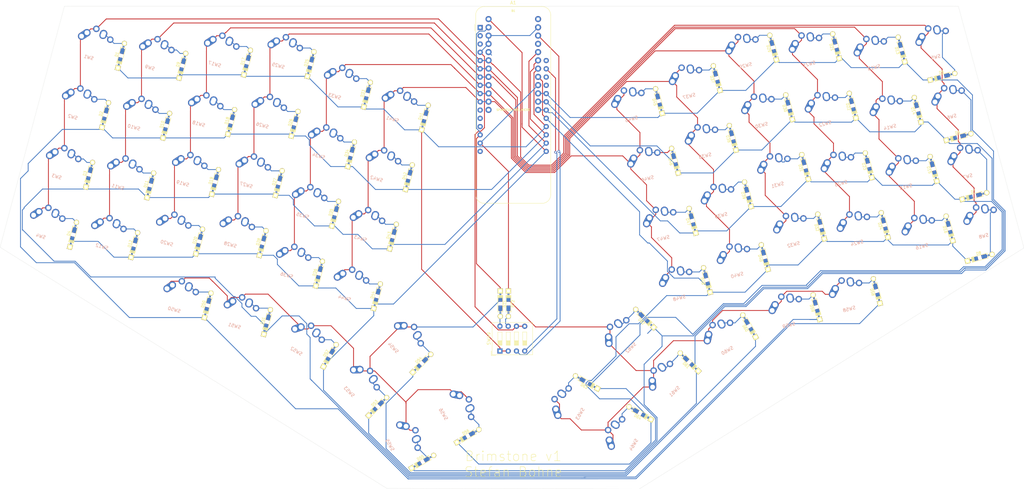
<source format=kicad_pcb>
(kicad_pcb (version 20171130) (host pcbnew "(5.1.5)-3")
  (layers (0 F.Cu signal) (31 B.Cu signal) (34 B.Paste user) (35 F.Paste user) (36 B.SilkS user) (37 F.SilkS user) (38 B.Mask user) (39 F.Mask user) (44 Edge.Cuts user))
  (net 0 "")
  (net 1 Row1)
  (net 2 "Net-(D1-Pad2)")
  (net 3 Row2)
  (net 4 "Net-(D2-Pad2)")
  (net 5 Row3)
  (net 6 "Net-(D3-Pad2)")
  (net 7 Row4)
  (net 8 "Net-(D4-Pad2)")
  (net 9 Row5)
  (net 10 "Net-(D5-Pad2)")
  (net 11 Row6)
  (net 12 "Net-(D6-Pad2)")
  (net 13 Row7)
  (net 14 "Net-(D7-Pad2)")
  (net 15 Row8)
  (net 16 "Net-(D8-Pad2)")
  (net 17 "Net-(D9-Pad2)")
  (net 18 "Net-(D10-Pad2)")
  (net 19 "Net-(D11-Pad2)")
  (net 20 "Net-(D12-Pad2)")
  (net 21 "Net-(D13-Pad2)")
  (net 22 "Net-(D14-Pad2)")
  (net 23 "Net-(D15-Pad2)")
  (net 24 "Net-(D16-Pad2)")
  (net 25 "Net-(D17-Pad2)")
  (net 26 "Net-(D18-Pad2)")
  (net 27 "Net-(D19-Pad2)")
  (net 28 "Net-(D20-Pad2)")
  (net 29 "Net-(D21-Pad2)")
  (net 30 "Net-(D22-Pad2)")
  (net 31 "Net-(D23-Pad2)")
  (net 32 "Net-(D24-Pad2)")
  (net 33 "Net-(D25-Pad2)")
  (net 34 "Net-(D26-Pad2)")
  (net 35 "Net-(D27-Pad2)")
  (net 36 "Net-(D28-Pad2)")
  (net 37 "Net-(D29-Pad2)")
  (net 38 "Net-(D30-Pad2)")
  (net 39 "Net-(D31-Pad2)")
  (net 40 "Net-(D32-Pad2)")
  (net 41 "Net-(D33-Pad2)")
  (net 42 "Net-(D34-Pad2)")
  (net 43 "Net-(D35-Pad2)")
  (net 44 "Net-(D36-Pad2)")
  (net 45 "Net-(D37-Pad2)")
  (net 46 "Net-(D38-Pad2)")
  (net 47 "Net-(D39-Pad2)")
  (net 48 "Net-(D40-Pad2)")
  (net 49 "Net-(D41-Pad2)")
  (net 50 "Net-(D42-Pad2)")
  (net 51 "Net-(D43-Pad2)")
  (net 52 "Net-(D44-Pad2)")
  (net 53 "Net-(D45-Pad2)")
  (net 54 "Net-(D46-Pad2)")
  (net 55 "Net-(D47-Pad2)")
  (net 56 "Net-(D48-Pad2)")
  (net 57 "Net-(D50-Pad2)")
  (net 58 "Net-(D51-Pad2)")
  (net 59 "Net-(D52-Pad2)")
  (net 60 "Net-(D53-Pad2)")
  (net 61 "Net-(D54-Pad2)")
  (net 62 "Net-(D55-Pad2)")
  (net 63 "Net-(D56-Pad2)")
  (net 64 "Net-(D58-Pad2)")
  (net 65 "Net-(D59-Pad2)")
  (net 66 "Net-(D60-Pad2)")
  (net 67 "Net-(D61-Pad2)")
  (net 68 "Net-(D62-Pad2)")
  (net 69 "Net-(D63-Pad2)")
  (net 70 "Net-(D64-Pad2)")
  (net 71 Col1)
  (net 72 Col2)
  (net 73 Col3)
  (net 74 Col4)
  (net 75 Col5)
  (net 76 Col6)
  (net 77 Col7)
  (net 78 Col8)
  (net 79 "Net-(A1-Pad26)")
  (net 80 "Net-(A1-Pad27)")
  (net 81 "Net-(A1-Pad28)")
  (net 82 "Net-(A1-Pad1)")
  (net 83 "Net-(A1-Pad2)")
  (net 84 "Net-(A1-Pad3)")
  (net 85 GND)
  (net 86 "Net-(A1-Pad11)")
  (net 87 "Net-(A1-Pad12)")
  (net 88 "Net-(A1-Pad13)")
  (net 89 "Net-(A1-Pad16)")
  (net 90 "Net-(D71-Pad2)")
  (net 91 "Net-(D72-Pad2)")
  (net 92 "Net-(B1-Pad24)")
  (net 93 "Net-(B1-Pad22)")
  (net 94 "Net-(B1-Pad21)")
  (net 95 "Net-(B1-Pad12)")
  (net 96 "Net-(A1-Pad25)")
  (net 97 "Net-(B1-Pad5)")
  (module Button_Switch_THT:SW_DIP_SPSTx04_Slide_9.78x12.34mm_W7.62mm_P2.54mm (layer F.Cu) (at 205.138 134.669999 90)
    (fp_text reference SW49 (at 3.81 -3.42 90) (layer F.SilkS))
    (fp_text value SW_DIP_x04)
    (pad 8 thru_hole oval (at 7.62 0 90) (size 1.6 1.6) (drill 0.8) (layers *.Cu *.Mask) (net 90 "Net-(D71-Pad2)"))
    (pad 4 thru_hole oval (at 0 7.62 90) (size 1.6 1.6) (drill 0.8) (layers *.Cu *.Mask) (net 80 "Net-(A1-Pad27)"))
    (pad 7 thru_hole oval (at 7.62 2.54 90) (size 1.6 1.6) (drill 0.8) (layers *.Cu *.Mask) (net 91 "Net-(D72-Pad2)"))
    (pad 3 thru_hole oval (at 0 5.08 90) (size 1.6 1.6) (drill 0.8) (layers *.Cu *.Mask) (net 93 "Net-(B1-Pad22)"))
    (pad 6 thru_hole oval (at 7.62 5.08 90) (size 1.6 1.6) (drill 0.8) (layers *.Cu *.Mask) (net 85 GND))
    (pad 2 thru_hole oval (at 0 2.54 90) (size 1.6 1.6) (drill 0.8) (layers *.Cu *.Mask) (net 1 Row1))
    (pad 5 thru_hole oval (at 7.62 7.62 90) (size 1.6 1.6) (drill 0.8) (layers *.Cu *.Mask) (net 85 GND))
    (pad 1 thru_hole rect (at 0 0 90) (size 1.6 1.6) (drill 0.8) (layers *.Cu *.Mask) (net 1 Row1))
  )
  (module Keebio-Parts:Diode-dual (layer F.Cu) (at 207.75 120.1 90)
    (fp_text reference D72 (at -0.0254 1.4 90) (layer F.SilkS) (effects (font (size 0.8 0.8))))
    (fp_text value D hide)
    (pad 1 smd rect (at 2.5 0 90) (size 2.9 0.5) (layers F.Cu) (net 78 Col8))
    (pad 2 smd rect (at -2.5 0 90) (size 2.9 0.5) (layers F.Cu) (net 91 "Net-(D72-Pad2)"))
    (pad 1 thru_hole rect (at 3.9 0 90) (size 1.6 1.6) (drill 1) (layers *.Cu *.Mask F.SilkS) (net 78 Col8))
    (pad 2 thru_hole circle (at -3.9 0 90) (size 1.6 1.6) (drill 1) (layers *.Cu *.Mask F.SilkS) (net 91 "Net-(D72-Pad2)"))
    (pad 2 smd rect (at -1.4 0 90) (size 1.6 1.2) (layers F.Cu F.Paste F.Mask) (net 91 "Net-(D72-Pad2)"))
    (pad 1 smd rect (at 1.4 0 90) (size 1.6 1.2) (layers F.Cu F.Paste F.Mask) (net 78 Col8))
    (pad 1 smd rect (at 2.5 0 90) (size 2.9 0.5) (layers B.Cu) (net 78 Col8))
    (pad 1 smd rect (at 1.4 0 90) (size 1.6 1.2) (layers B.Cu B.Paste B.Mask) (net 78 Col8))
    (pad 2 smd rect (at -1.4 0 90) (size 1.6 1.2) (layers B.Cu B.Paste B.Mask) (net 91 "Net-(D72-Pad2)"))
    (pad 2 smd rect (at -2.5 0 90) (size 2.9 0.5) (layers B.Cu) (net 91 "Net-(D72-Pad2)"))
  )
  (module Keebio-Parts:Diode-dual (layer F.Cu) (at 205.25 120.1 90)
    (fp_text reference D71 (at -0.0254 1.4 90) (layer F.SilkS) (effects (font (size 0.8 0.8))))
    (fp_text value D hide)
    (pad 1 smd rect (at 2.5 0 90) (size 2.9 0.5) (layers F.Cu) (net 77 Col7))
    (pad 2 smd rect (at -2.5 0 90) (size 2.9 0.5) (layers F.Cu) (net 90 "Net-(D71-Pad2)"))
    (pad 1 thru_hole rect (at 3.9 0 90) (size 1.6 1.6) (drill 1) (layers *.Cu *.Mask F.SilkS) (net 77 Col7))
    (pad 2 thru_hole circle (at -3.9 0 90) (size 1.6 1.6) (drill 1) (layers *.Cu *.Mask F.SilkS) (net 90 "Net-(D71-Pad2)"))
    (pad 2 smd rect (at -1.4 0 90) (size 1.6 1.2) (layers F.Cu F.Paste F.Mask) (net 90 "Net-(D71-Pad2)"))
    (pad 1 smd rect (at 1.4 0 90) (size 1.6 1.2) (layers F.Cu F.Paste F.Mask) (net 77 Col7))
    (pad 1 smd rect (at 2.5 0 90) (size 2.9 0.5) (layers B.Cu) (net 77 Col7))
    (pad 1 smd rect (at 1.4 0 90) (size 1.6 1.2) (layers B.Cu B.Paste B.Mask) (net 77 Col7))
    (pad 2 smd rect (at -1.4 0 90) (size 1.6 1.2) (layers B.Cu B.Paste B.Mask) (net 90 "Net-(D71-Pad2)"))
    (pad 2 smd rect (at -2.5 0 90) (size 2.9 0.5) (layers B.Cu) (net 90 "Net-(D71-Pad2)"))
  )
  (module Libraries:Adafruit_Feather_32u4_FONA (layer F.Cu) (at 199.05 35.15)
    (fp_text reference A1 (at 10.16 -7.62) (layer F.SilkS))
    (fp_text value Adafruit_Feather_32u4_BluefruitLE)
    (pad 17 thru_hole circle (at 20.32 38.1 180) (size 1.6 1.6) (drill 0.8) (layers *.Cu *.Mask) (net 7 Row4))
    (pad 18 thru_hole circle (at 20.32 35.56 180) (size 1.6 1.6) (drill 0.8) (layers *.Cu *.Mask) (net 5 Row3))
    (pad 19 thru_hole circle (at 20.32 33.02 180) (size 1.6 1.6) (drill 0.8) (layers *.Cu *.Mask) (net 3 Row2))
    (pad 20 thru_hole circle (at 20.32 30.48 180) (size 1.6 1.6) (drill 0.8) (layers *.Cu *.Mask) (net 1 Row1))
    (pad 21 thru_hole circle (at 20.32 27.94 180) (size 1.6 1.6) (drill 0.8) (layers *.Cu *.Mask) (net 15 Row8))
    (pad 22 thru_hole circle (at 20.32 25.4 180) (size 1.6 1.6) (drill 0.8) (layers *.Cu *.Mask) (net 13 Row7))
    (pad 23 thru_hole circle (at 20.32 22.86 180) (size 1.6 1.6) (drill 0.8) (layers *.Cu *.Mask) (net 11 Row6))
    (pad 24 thru_hole circle (at 20.32 20.32 180) (size 1.6 1.6) (drill 0.8) (layers *.Cu *.Mask) (net 9 Row5))
    (pad 25 thru_hole circle (at 20.32 17.78 180) (size 1.6 1.6) (drill 0.8) (layers *.Cu *.Mask) (net 96 "Net-(A1-Pad25)"))
    (pad 26 thru_hole circle (at 20.32 15.24 180) (size 1.6 1.6) (drill 0.8) (layers *.Cu *.Mask) (net 79 "Net-(A1-Pad26)"))
    (pad 27 thru_hole circle (at 20.32 12.7 180) (size 1.6 1.6) (drill 0.8) (layers *.Cu *.Mask) (net 80 "Net-(A1-Pad27)"))
    (pad 28 thru_hole circle (at 20.32 10.16 180) (size 1.6 1.6) (drill 0.8) (layers *.Cu *.Mask) (net 81 "Net-(A1-Pad28)"))
    (pad 1 thru_hole rect (at 0 0 180) (size 1.6 1.6) (drill 0.8) (layers *.Cu *.Mask) (net 82 "Net-(A1-Pad1)"))
    (pad 2 thru_hole circle (at 0 2.54 180) (size 1.6 1.6) (drill 0.8) (layers *.Cu *.Mask) (net 83 "Net-(A1-Pad2)"))
    (pad 3 thru_hole circle (at 0 5.08 180) (size 1.6 1.6) (drill 0.8) (layers *.Cu *.Mask) (net 84 "Net-(A1-Pad3)"))
    (pad 4 thru_hole circle (at 0 7.62 180) (size 1.6 1.6) (drill 0.8) (layers *.Cu *.Mask) (net 85 GND))
    (pad 5 thru_hole circle (at 0 10.16 180) (size 1.6 1.6) (drill 0.8) (layers *.Cu *.Mask) (net 71 Col1))
    (pad 6 thru_hole circle (at 0 12.7 180) (size 1.6 1.6) (drill 0.8) (layers *.Cu *.Mask) (net 72 Col2))
    (pad 7 thru_hole circle (at 0 15.24 180) (size 1.6 1.6) (drill 0.8) (layers *.Cu *.Mask) (net 73 Col3))
    (pad 8 thru_hole circle (at 0 17.78 180) (size 1.6 1.6) (drill 0.8) (layers *.Cu *.Mask) (net 74 Col4))
    (pad 9 thru_hole circle (at 0 20.32 180) (size 1.6 1.6) (drill 0.8) (layers *.Cu *.Mask) (net 75 Col5))
    (pad 10 thru_hole circle (at 0 22.86 180) (size 1.6 1.6) (drill 0.8) (layers *.Cu *.Mask) (net 76 Col6))
    (pad 11 thru_hole circle (at 0 25.4 180) (size 1.6 1.6) (drill 0.8) (layers *.Cu *.Mask) (net 86 "Net-(A1-Pad11)"))
    (pad 12 thru_hole circle (at 0 27.94 180) (size 1.6 1.6) (drill 0.8) (layers *.Cu *.Mask) (net 87 "Net-(A1-Pad12)"))
    (pad 13 thru_hole circle (at 0 30.48 180) (size 1.6 1.6) (drill 0.8) (layers *.Cu *.Mask) (net 88 "Net-(A1-Pad13)"))
    (pad 14 thru_hole circle (at 0 33.02 180) (size 1.6 1.6) (drill 0.8) (layers *.Cu *.Mask) (net 77 Col7))
    (pad 15 thru_hole circle (at 0 35.56 180) (size 1.6 1.6) (drill 0.8) (layers *.Cu *.Mask) (net 78 Col8))
    (pad 16 thru_hole circle (at 0 38.1 180) (size 1.6 1.6) (drill 0.8) (layers *.Cu *.Mask) (net 89 "Net-(A1-Pad16)"))
  )
  (module Boards:SPARKFUN_PRO_MICRO (layer F.Cu) (at 209.25 45.25)
    (fp_text reference B1 (at 0 -15.24) (layer F.SilkS) (effects (font (size 0.6096 0.6096) (thickness 0.127))))
    (fp_text value SPARKFUN_PRO_MICRO (at 0 15.24) (layer F.SilkS) (effects (font (size 0.6096 0.6096) (thickness 0.127))))
    (pad 24 thru_hole circle (at 7.62 -12.7) (size 1.8796 1.8796) (drill 1.016) (layers *.Cu *.Mask) (net 92 "Net-(B1-Pad24)"))
    (pad 23 thru_hole circle (at 7.62 -10.16) (size 1.8796 1.8796) (drill 1.016) (layers *.Cu *.Mask) (net 85 GND))
    (pad 22 thru_hole circle (at 7.62 -7.62) (size 1.8796 1.8796) (drill 1.016) (layers *.Cu *.Mask) (net 93 "Net-(B1-Pad22)"))
    (pad 21 thru_hole circle (at 7.62 -5.08) (size 1.8796 1.8796) (drill 1.016) (layers *.Cu *.Mask) (net 94 "Net-(B1-Pad21)"))
    (pad 20 thru_hole circle (at 7.62 -2.54) (size 1.8796 1.8796) (drill 1.016) (layers *.Cu *.Mask) (net 5 Row3))
    (pad 19 thru_hole circle (at 7.62 0) (size 1.8796 1.8796) (drill 1.016) (layers *.Cu *.Mask) (net 3 Row2))
    (pad 18 thru_hole circle (at 7.62 2.54) (size 1.8796 1.8796) (drill 1.016) (layers *.Cu *.Mask) (net 1 Row1))
    (pad 17 thru_hole circle (at 7.62 5.08) (size 1.8796 1.8796) (drill 1.016) (layers *.Cu *.Mask) (net 15 Row8))
    (pad 16 thru_hole circle (at 7.62 7.62) (size 1.8796 1.8796) (drill 1.016) (layers *.Cu *.Mask) (net 78 Col8))
    (pad 15 thru_hole circle (at 7.62 10.16) (size 1.8796 1.8796) (drill 1.016) (layers *.Cu *.Mask) (net 9 Row5))
    (pad 14 thru_hole circle (at 7.62 12.7) (size 1.8796 1.8796) (drill 1.016) (layers *.Cu *.Mask) (net 11 Row6))
    (pad 13 thru_hole circle (at 7.62 15.24) (size 1.8796 1.8796) (drill 1.016) (layers *.Cu *.Mask) (net 13 Row7))
    (pad 12 thru_hole circle (at -7.62 15.24) (size 1.8796 1.8796) (drill 1.016) (layers *.Cu *.Mask) (net 95 "Net-(B1-Pad12)"))
    (pad 11 thru_hole circle (at -7.62 12.7) (size 1.8796 1.8796) (drill 1.016) (layers *.Cu *.Mask) (net 76 Col6))
    (pad 10 thru_hole circle (at -7.62 10.16) (size 1.8796 1.8796) (drill 1.016) (layers *.Cu *.Mask) (net 75 Col5))
    (pad 9 thru_hole circle (at -7.62 7.62) (size 1.8796 1.8796) (drill 1.016) (layers *.Cu *.Mask) (net 74 Col4))
    (pad 8 thru_hole circle (at -7.62 5.08) (size 1.8796 1.8796) (drill 1.016) (layers *.Cu *.Mask) (net 73 Col3))
    (pad 7 thru_hole circle (at -7.62 2.54) (size 1.8796 1.8796) (drill 1.016) (layers *.Cu *.Mask) (net 72 Col2))
    (pad 6 thru_hole circle (at -7.62 0) (size 1.8796 1.8796) (drill 1.016) (layers *.Cu *.Mask) (net 71 Col1))
    (pad 5 thru_hole circle (at -7.62 -2.54) (size 1.8796 1.8796) (drill 1.016) (layers *.Cu *.Mask) (net 97 "Net-(B1-Pad5)"))
    (pad 4 thru_hole circle (at -7.62 -5.08) (size 1.8796 1.8796) (drill 1.016) (layers *.Cu *.Mask) (net 85 GND))
    (pad 3 thru_hole circle (at -7.62 -7.62) (size 1.8796 1.8796) (drill 1.016) (layers *.Cu *.Mask) (net 85 GND))
    (pad 2 thru_hole circle (at -7.62 -10.16) (size 1.8796 1.8796) (drill 1.016) (layers *.Cu *.Mask) (net 77 Col7))
    (pad 1 thru_hole circle (at -7.62 -12.7) (size 1.8796 1.8796) (drill 1.016) (layers *.Cu *.Mask) (net 7 Row4))
  )
  (module Keebio-Parts:MX-Alps-Choc-1U-NoLED (layer F.Cu) (at 118.216212 43.363615 345)
    (fp_text reference SW17 (at 0 3.174999 345) (layer B.SilkS) (effects (justify mirror)))
    (fp_text value SW_Push)
    (pad "" np_thru_hole circle (at -5.22 4.2 33.1) (size 1.2 1.2) (drill 1.2) (layers *.Cu *.Mask))
    (pad "" np_thru_hole circle (at 5.5 0 33.1) (size 1.7 1.7) (drill 1.7) (layers *.Cu *.Mask))
    (pad "" np_thru_hole circle (at -5.5 0 33.1) (size 1.7 1.7) (drill 1.7) (layers *.Cu *.Mask))
    (pad 2 thru_hole circle (at 0 -5.9 345) (size 2 2) (drill 1.2) (layers *.Cu *.Mask) (net 73 Col3))
    (pad 1 thru_hole circle (at 5 -3.8 345) (size 2 2) (drill 1.2) (layers *.Cu *.Mask) (net 25 "Net-(D17-Pad2)"))
    (pad "" np_thru_hole circle (at 5.08 0 33.0996) (size 1.75 1.75) (drill 1.75) (layers *.Cu *.Mask))
    (pad "" np_thru_hole circle (at -5.08 0 33.0996) (size 1.75 1.75) (drill 1.75) (layers *.Cu *.Mask))
    (pad 2 thru_hole circle (at -2.5 -4 345) (size 2.25 2.25) (drill 1.47) (layers *.Cu *.Mask) (net 73 Col3))
    (pad "" np_thru_hole circle (at 0 0 345) (size 3.9878 3.9878) (drill 3.9878) (layers *.Cu *.Mask))
    (pad 2 thru_hole oval (at -3.81 -2.54 33.1) (size 4.211556 2.25) (drill 1.47 (offset 0.980778 0)) (layers *.Cu *.Mask) (net 73 Col3))
    (pad 1 thru_hole circle (at 2.54 -5.08 345) (size 2.25 2.25) (drill 1.47) (layers *.Cu *.Mask) (net 25 "Net-(D17-Pad2)"))
    (pad 1 thru_hole oval (at 2.5 -4.5 71.1) (size 2.831378 2.25) (drill 1.47 (offset 0.290689 0)) (layers *.Cu *.Mask) (net 25 "Net-(D17-Pad2)"))
  )
  (module Keebio-Parts:Diode-dual (layer F.Cu) (at 164.264992 55.805876 255)
    (fp_text reference D33 (at -0.0254 1.4 75) (layer F.SilkS) (effects (font (size 0.8 0.8))))
    (fp_text value D hide)
    (pad 1 smd rect (at 2.5 0 255) (size 2.9 0.5) (layers F.Cu) (net 1 Row1))
    (pad 2 smd rect (at -2.5 0 255) (size 2.9 0.5) (layers F.Cu) (net 41 "Net-(D33-Pad2)"))
    (pad 1 thru_hole rect (at 3.9 0 255) (size 1.6 1.6) (drill 1) (layers *.Cu *.Mask F.SilkS) (net 1 Row1))
    (pad 2 thru_hole circle (at -3.9 0 255) (size 1.6 1.6) (drill 1) (layers *.Cu *.Mask F.SilkS) (net 41 "Net-(D33-Pad2)"))
    (pad 2 smd rect (at -1.4 0 255) (size 1.6 1.2) (layers F.Cu F.Paste F.Mask) (net 41 "Net-(D33-Pad2)"))
    (pad 1 smd rect (at 1.4 0 255) (size 1.6 1.2) (layers F.Cu F.Paste F.Mask) (net 1 Row1))
    (pad 1 smd rect (at 2.5 0 255) (size 2.9 0.5) (layers B.Cu) (net 1 Row1))
    (pad 1 smd rect (at 1.4 0 255) (size 1.6 1.2) (layers B.Cu B.Paste B.Mask) (net 1 Row1))
    (pad 2 smd rect (at -1.4 0 255) (size 1.6 1.2) (layers B.Cu B.Paste B.Mask) (net 41 "Net-(D33-Pad2)"))
    (pad 2 smd rect (at -2.5 0 255) (size 2.9 0.5) (layers B.Cu) (net 41 "Net-(D33-Pad2)"))
  )
  (module Keebio-Parts:Diode-dual (layer F.Cu) (at 182.04818 62.848475 255)
    (fp_text reference D41 (at -0.0254 1.4 75) (layer F.SilkS) (effects (font (size 0.8 0.8))))
    (fp_text value D hide)
    (pad 1 smd rect (at 2.5 0 255) (size 2.9 0.5) (layers F.Cu) (net 1 Row1))
    (pad 2 smd rect (at -2.5 0 255) (size 2.9 0.5) (layers F.Cu) (net 49 "Net-(D41-Pad2)"))
    (pad 1 thru_hole rect (at 3.9 0 255) (size 1.6 1.6) (drill 1) (layers *.Cu *.Mask F.SilkS) (net 1 Row1))
    (pad 2 thru_hole circle (at -3.9 0 255) (size 1.6 1.6) (drill 1) (layers *.Cu *.Mask F.SilkS) (net 49 "Net-(D41-Pad2)"))
    (pad 2 smd rect (at -1.4 0 255) (size 1.6 1.2) (layers F.Cu F.Paste F.Mask) (net 49 "Net-(D41-Pad2)"))
    (pad 1 smd rect (at 1.4 0 255) (size 1.6 1.2) (layers F.Cu F.Paste F.Mask) (net 1 Row1))
    (pad 1 smd rect (at 2.5 0 255) (size 2.9 0.5) (layers B.Cu) (net 1 Row1))
    (pad 1 smd rect (at 1.4 0 255) (size 1.6 1.2) (layers B.Cu B.Paste B.Mask) (net 1 Row1))
    (pad 2 smd rect (at -1.4 0 255) (size 1.6 1.2) (layers B.Cu B.Paste B.Mask) (net 49 "Net-(D41-Pad2)"))
    (pad 2 smd rect (at -2.5 0 255) (size 2.9 0.5) (layers B.Cu) (net 49 "Net-(D41-Pad2)"))
  )
  (module Keebio-Parts:Diode-dual (layer F.Cu) (at 159.34743 74.158467 255)
    (fp_text reference D34 (at -0.0254 1.4 75) (layer F.SilkS) (effects (font (size 0.8 0.8))))
    (fp_text value D hide)
    (pad 1 smd rect (at 2.5 0 255) (size 2.9 0.5) (layers F.Cu) (net 3 Row2))
    (pad 2 smd rect (at -2.5 0 255) (size 2.9 0.5) (layers F.Cu) (net 42 "Net-(D34-Pad2)"))
    (pad 1 thru_hole rect (at 3.9 0 255) (size 1.6 1.6) (drill 1) (layers *.Cu *.Mask F.SilkS) (net 3 Row2))
    (pad 2 thru_hole circle (at -3.9 0 255) (size 1.6 1.6) (drill 1) (layers *.Cu *.Mask F.SilkS) (net 42 "Net-(D34-Pad2)"))
    (pad 2 smd rect (at -1.4 0 255) (size 1.6 1.2) (layers F.Cu F.Paste F.Mask) (net 42 "Net-(D34-Pad2)"))
    (pad 1 smd rect (at 1.4 0 255) (size 1.6 1.2) (layers F.Cu F.Paste F.Mask) (net 3 Row2))
    (pad 1 smd rect (at 2.5 0 255) (size 2.9 0.5) (layers B.Cu) (net 3 Row2))
    (pad 1 smd rect (at 1.4 0 255) (size 1.6 1.2) (layers B.Cu B.Paste B.Mask) (net 3 Row2))
    (pad 2 smd rect (at -1.4 0 255) (size 1.6 1.2) (layers B.Cu B.Paste B.Mask) (net 42 "Net-(D34-Pad2)"))
    (pad 2 smd rect (at -2.5 0 255) (size 2.9 0.5) (layers B.Cu) (net 42 "Net-(D34-Pad2)"))
  )
  (module Keebio-Parts:Diode-dual (layer F.Cu) (at 167.321377 117.809654 255)
    (fp_text reference D44 (at -0.0254 1.4 75) (layer F.SilkS) (effects (font (size 0.8 0.8))))
    (fp_text value D hide)
    (pad 1 smd rect (at 2.5 0 255) (size 2.9 0.5) (layers F.Cu) (net 7 Row4))
    (pad 2 smd rect (at -2.5 0 255) (size 2.9 0.5) (layers F.Cu) (net 52 "Net-(D44-Pad2)"))
    (pad 1 thru_hole rect (at 3.9 0 255) (size 1.6 1.6) (drill 1) (layers *.Cu *.Mask F.SilkS) (net 7 Row4))
    (pad 2 thru_hole circle (at -3.9 0 255) (size 1.6 1.6) (drill 1) (layers *.Cu *.Mask F.SilkS) (net 52 "Net-(D44-Pad2)"))
    (pad 2 smd rect (at -1.4 0 255) (size 1.6 1.2) (layers F.Cu F.Paste F.Mask) (net 52 "Net-(D44-Pad2)"))
    (pad 1 smd rect (at 1.4 0 255) (size 1.6 1.2) (layers F.Cu F.Paste F.Mask) (net 7 Row4))
    (pad 1 smd rect (at 2.5 0 255) (size 2.9 0.5) (layers B.Cu) (net 7 Row4))
    (pad 1 smd rect (at 1.4 0 255) (size 1.6 1.2) (layers B.Cu B.Paste B.Mask) (net 7 Row4))
    (pad 2 smd rect (at -1.4 0 255) (size 1.6 1.2) (layers B.Cu B.Paste B.Mask) (net 52 "Net-(D44-Pad2)"))
    (pad 2 smd rect (at -2.5 0 255) (size 2.9 0.5) (layers B.Cu) (net 52 "Net-(D44-Pad2)"))
  )
  (module Keebio-Parts:Diode-dual (layer F.Cu) (at 154.45575 92.414465 255)
    (fp_text reference D35 (at -0.0254 1.4 75) (layer F.SilkS) (effects (font (size 0.8 0.8))))
    (fp_text value D hide)
    (pad 1 smd rect (at 2.5 0 255) (size 2.9 0.5) (layers F.Cu) (net 5 Row3))
    (pad 2 smd rect (at -2.5 0 255) (size 2.9 0.5) (layers F.Cu) (net 43 "Net-(D35-Pad2)"))
    (pad 1 thru_hole rect (at 3.9 0 255) (size 1.6 1.6) (drill 1) (layers *.Cu *.Mask F.SilkS) (net 5 Row3))
    (pad 2 thru_hole circle (at -3.9 0 255) (size 1.6 1.6) (drill 1) (layers *.Cu *.Mask F.SilkS) (net 43 "Net-(D35-Pad2)"))
    (pad 2 smd rect (at -1.4 0 255) (size 1.6 1.2) (layers F.Cu F.Paste F.Mask) (net 43 "Net-(D35-Pad2)"))
    (pad 1 smd rect (at 1.4 0 255) (size 1.6 1.2) (layers F.Cu F.Paste F.Mask) (net 5 Row3))
    (pad 1 smd rect (at 2.5 0 255) (size 2.9 0.5) (layers B.Cu) (net 5 Row3))
    (pad 1 smd rect (at 1.4 0 255) (size 1.6 1.2) (layers B.Cu B.Paste B.Mask) (net 5 Row3))
    (pad 2 smd rect (at -1.4 0 255) (size 1.6 1.2) (layers B.Cu B.Paste B.Mask) (net 43 "Net-(D35-Pad2)"))
    (pad 2 smd rect (at -2.5 0 255) (size 2.9 0.5) (layers B.Cu) (net 43 "Net-(D35-Pad2)"))
  )
  (module Keebio-Parts:Diode-dual (layer F.Cu) (at 177.130619 81.201065 255)
    (fp_text reference D42 (at -0.0254 1.4 75) (layer F.SilkS) (effects (font (size 0.8 0.8))))
    (fp_text value D hide)
    (pad 1 smd rect (at 2.5 0 255) (size 2.9 0.5) (layers F.Cu) (net 3 Row2))
    (pad 2 smd rect (at -2.5 0 255) (size 2.9 0.5) (layers F.Cu) (net 50 "Net-(D42-Pad2)"))
    (pad 1 thru_hole rect (at 3.9 0 255) (size 1.6 1.6) (drill 1) (layers *.Cu *.Mask F.SilkS) (net 3 Row2))
    (pad 2 thru_hole circle (at -3.9 0 255) (size 1.6 1.6) (drill 1) (layers *.Cu *.Mask F.SilkS) (net 50 "Net-(D42-Pad2)"))
    (pad 2 smd rect (at -1.4 0 255) (size 1.6 1.2) (layers F.Cu F.Paste F.Mask) (net 50 "Net-(D42-Pad2)"))
    (pad 1 smd rect (at 1.4 0 255) (size 1.6 1.2) (layers F.Cu F.Paste F.Mask) (net 3 Row2))
    (pad 1 smd rect (at 2.5 0 255) (size 2.9 0.5) (layers B.Cu) (net 3 Row2))
    (pad 1 smd rect (at 1.4 0 255) (size 1.6 1.2) (layers B.Cu B.Paste B.Mask) (net 3 Row2))
    (pad 2 smd rect (at -1.4 0 255) (size 1.6 1.2) (layers B.Cu B.Paste B.Mask) (net 50 "Net-(D42-Pad2)"))
    (pad 2 smd rect (at -2.5 0 255) (size 2.9 0.5) (layers B.Cu) (net 50 "Net-(D42-Pad2)"))
  )
  (module Keebio-Parts:Diode-dual (layer F.Cu) (at 149.512306 110.863648 255)
    (fp_text reference D36 (at -0.0254 1.4 75) (layer F.SilkS) (effects (font (size 0.8 0.8))))
    (fp_text value D hide)
    (pad 1 smd rect (at 2.5 0 255) (size 2.9 0.5) (layers F.Cu) (net 7 Row4))
    (pad 2 smd rect (at -2.5 0 255) (size 2.9 0.5) (layers F.Cu) (net 44 "Net-(D36-Pad2)"))
    (pad 1 thru_hole rect (at 3.9 0 255) (size 1.6 1.6) (drill 1) (layers *.Cu *.Mask F.SilkS) (net 7 Row4))
    (pad 2 thru_hole circle (at -3.9 0 255) (size 1.6 1.6) (drill 1) (layers *.Cu *.Mask F.SilkS) (net 44 "Net-(D36-Pad2)"))
    (pad 2 smd rect (at -1.4 0 255) (size 1.6 1.2) (layers F.Cu F.Paste F.Mask) (net 44 "Net-(D36-Pad2)"))
    (pad 1 smd rect (at 1.4 0 255) (size 1.6 1.2) (layers F.Cu F.Paste F.Mask) (net 7 Row4))
    (pad 1 smd rect (at 2.5 0 255) (size 2.9 0.5) (layers B.Cu) (net 7 Row4))
    (pad 1 smd rect (at 1.4 0 255) (size 1.6 1.2) (layers B.Cu B.Paste B.Mask) (net 7 Row4))
    (pad 2 smd rect (at -1.4 0 255) (size 1.6 1.2) (layers B.Cu B.Paste B.Mask) (net 44 "Net-(D36-Pad2)"))
    (pad 2 smd rect (at -2.5 0 255) (size 2.9 0.5) (layers B.Cu) (net 44 "Net-(D36-Pad2)"))
  )
  (module Keebio-Parts:Diode-dual (layer F.Cu) (at 172.238939 99.457063 255)
    (fp_text reference D43 (at -0.0254 1.4 75) (layer F.SilkS) (effects (font (size 0.8 0.8))))
    (fp_text value D hide)
    (pad 1 smd rect (at 2.5 0 255) (size 2.9 0.5) (layers F.Cu) (net 5 Row3))
    (pad 2 smd rect (at -2.5 0 255) (size 2.9 0.5) (layers F.Cu) (net 51 "Net-(D43-Pad2)"))
    (pad 1 thru_hole rect (at 3.9 0 255) (size 1.6 1.6) (drill 1) (layers *.Cu *.Mask F.SilkS) (net 5 Row3))
    (pad 2 thru_hole circle (at -3.9 0 255) (size 1.6 1.6) (drill 1) (layers *.Cu *.Mask F.SilkS) (net 51 "Net-(D43-Pad2)"))
    (pad 2 smd rect (at -1.4 0 255) (size 1.6 1.2) (layers F.Cu F.Paste F.Mask) (net 51 "Net-(D43-Pad2)"))
    (pad 1 smd rect (at 1.4 0 255) (size 1.6 1.2) (layers F.Cu F.Paste F.Mask) (net 5 Row3))
    (pad 1 smd rect (at 2.5 0 255) (size 2.9 0.5) (layers B.Cu) (net 5 Row3))
    (pad 1 smd rect (at 1.4 0 255) (size 1.6 1.2) (layers B.Cu B.Paste B.Mask) (net 5 Row3))
    (pad 2 smd rect (at -1.4 0 255) (size 1.6 1.2) (layers B.Cu B.Paste B.Mask) (net 51 "Net-(D43-Pad2)"))
    (pad 2 smd rect (at -2.5 0 255) (size 2.9 0.5) (layers B.Cu) (net 51 "Net-(D43-Pad2)"))
  )
  (module Keebio-Parts:MX-Alps-Choc-1U-NoLED (layer F.Cu) (at 158.145081 115.350873 345)
    (fp_text reference SW44 (at 0 3.174999 165) (layer B.SilkS) (effects (justify mirror)))
    (fp_text value SW_Push)
    (pad "" np_thru_hole circle (at -5.22 4.2 33.1) (size 1.2 1.2) (drill 1.2) (layers *.Cu *.Mask))
    (pad "" np_thru_hole circle (at 5.5 0 33.1) (size 1.7 1.7) (drill 1.7) (layers *.Cu *.Mask))
    (pad "" np_thru_hole circle (at -5.5 0 33.1) (size 1.7 1.7) (drill 1.7) (layers *.Cu *.Mask))
    (pad 2 thru_hole circle (at 0 -5.9 345) (size 2 2) (drill 1.2) (layers *.Cu *.Mask) (net 76 Col6))
    (pad 1 thru_hole circle (at 5 -3.8 345) (size 2 2) (drill 1.2) (layers *.Cu *.Mask) (net 52 "Net-(D44-Pad2)"))
    (pad "" np_thru_hole circle (at 5.08 0 33.0996) (size 1.75 1.75) (drill 1.75) (layers *.Cu *.Mask))
    (pad "" np_thru_hole circle (at -5.08 0 33.0996) (size 1.75 1.75) (drill 1.75) (layers *.Cu *.Mask))
    (pad 2 thru_hole circle (at -2.5 -4 345) (size 2.25 2.25) (drill 1.47) (layers *.Cu *.Mask) (net 76 Col6))
    (pad "" np_thru_hole circle (at 0 0 345) (size 3.9878 3.9878) (drill 3.9878) (layers *.Cu *.Mask))
    (pad 2 thru_hole oval (at -3.81 -2.54 33.1) (size 4.211556 2.25) (drill 1.47 (offset 0.980778 0)) (layers *.Cu *.Mask) (net 76 Col6))
    (pad 1 thru_hole circle (at 2.54 -5.08 345) (size 2.25 2.25) (drill 1.47) (layers *.Cu *.Mask) (net 52 "Net-(D44-Pad2)"))
    (pad 1 thru_hole oval (at 2.5 -4.5 71.1) (size 2.831378 2.25) (drill 1.47 (offset 0.290689 0)) (layers *.Cu *.Mask) (net 52 "Net-(D44-Pad2)"))
  )
  (module Keebio-Parts:MX-Alps-Choc-1U-NoLED (layer F.Cu) (at 167.980205 78.645692 345)
    (fp_text reference SW42 (at 0 3.174999 165) (layer B.SilkS) (effects (justify mirror)))
    (fp_text value SW_Push)
    (pad "" np_thru_hole circle (at -5.22 4.2 33.1) (size 1.2 1.2) (drill 1.2) (layers *.Cu *.Mask))
    (pad "" np_thru_hole circle (at 5.5 0 33.1) (size 1.7 1.7) (drill 1.7) (layers *.Cu *.Mask))
    (pad "" np_thru_hole circle (at -5.5 0 33.1) (size 1.7 1.7) (drill 1.7) (layers *.Cu *.Mask))
    (pad 2 thru_hole circle (at 0 -5.9 345) (size 2 2) (drill 1.2) (layers *.Cu *.Mask) (net 76 Col6))
    (pad 1 thru_hole circle (at 5 -3.8 345) (size 2 2) (drill 1.2) (layers *.Cu *.Mask) (net 50 "Net-(D42-Pad2)"))
    (pad "" np_thru_hole circle (at 5.08 0 33.0996) (size 1.75 1.75) (drill 1.75) (layers *.Cu *.Mask))
    (pad "" np_thru_hole circle (at -5.08 0 33.0996) (size 1.75 1.75) (drill 1.75) (layers *.Cu *.Mask))
    (pad 2 thru_hole circle (at -2.5 -4 345) (size 2.25 2.25) (drill 1.47) (layers *.Cu *.Mask) (net 76 Col6))
    (pad "" np_thru_hole circle (at 0 0 345) (size 3.9878 3.9878) (drill 3.9878) (layers *.Cu *.Mask))
    (pad 2 thru_hole oval (at -3.81 -2.54 33.1) (size 4.211556 2.25) (drill 1.47 (offset 0.980778 0)) (layers *.Cu *.Mask) (net 76 Col6))
    (pad 1 thru_hole circle (at 2.54 -5.08 345) (size 2.25 2.25) (drill 1.47) (layers *.Cu *.Mask) (net 50 "Net-(D42-Pad2)"))
    (pad 1 thru_hole oval (at 2.5 -4.5 71.1) (size 2.831378 2.25) (drill 1.47 (offset 0.290689 0)) (layers *.Cu *.Mask) (net 50 "Net-(D42-Pad2)"))
  )
  (module Keebio-Parts:MX-Alps-Choc-1U-NoLED (layer F.Cu) (at 163.062643 96.998282 345)
    (fp_text reference SW43 (at 0 3.174999 165) (layer B.SilkS) (effects (justify mirror)))
    (fp_text value SW_Push)
    (pad "" np_thru_hole circle (at -5.22 4.2 33.1) (size 1.2 1.2) (drill 1.2) (layers *.Cu *.Mask))
    (pad "" np_thru_hole circle (at 5.5 0 33.1) (size 1.7 1.7) (drill 1.7) (layers *.Cu *.Mask))
    (pad "" np_thru_hole circle (at -5.5 0 33.1) (size 1.7 1.7) (drill 1.7) (layers *.Cu *.Mask))
    (pad 2 thru_hole circle (at 0 -5.9 345) (size 2 2) (drill 1.2) (layers *.Cu *.Mask) (net 76 Col6))
    (pad 1 thru_hole circle (at 5 -3.8 345) (size 2 2) (drill 1.2) (layers *.Cu *.Mask) (net 51 "Net-(D43-Pad2)"))
    (pad "" np_thru_hole circle (at 5.08 0 33.0996) (size 1.75 1.75) (drill 1.75) (layers *.Cu *.Mask))
    (pad "" np_thru_hole circle (at -5.08 0 33.0996) (size 1.75 1.75) (drill 1.75) (layers *.Cu *.Mask))
    (pad 2 thru_hole circle (at -2.5 -4 345) (size 2.25 2.25) (drill 1.47) (layers *.Cu *.Mask) (net 76 Col6))
    (pad "" np_thru_hole circle (at 0 0 345) (size 3.9878 3.9878) (drill 3.9878) (layers *.Cu *.Mask))
    (pad 2 thru_hole oval (at -3.81 -2.54 33.1) (size 4.211556 2.25) (drill 1.47 (offset 0.980778 0)) (layers *.Cu *.Mask) (net 76 Col6))
    (pad 1 thru_hole circle (at 2.54 -5.08 345) (size 2.25 2.25) (drill 1.47) (layers *.Cu *.Mask) (net 51 "Net-(D43-Pad2)"))
    (pad 1 thru_hole oval (at 2.5 -4.5 71.1) (size 2.831378 2.25) (drill 1.47 (offset 0.290689 0)) (layers *.Cu *.Mask) (net 51 "Net-(D43-Pad2)"))
  )
  (module Keebio-Parts:MX-Alps-Choc-1U-NoLED (layer F.Cu) (at 172.897767 60.293101 345)
    (fp_text reference SW41 (at 0 3.174999 165) (layer B.SilkS) (effects (justify mirror)))
    (fp_text value SW_Push)
    (pad "" np_thru_hole circle (at -5.22 4.2 33.1) (size 1.2 1.2) (drill 1.2) (layers *.Cu *.Mask))
    (pad "" np_thru_hole circle (at 5.5 0 33.1) (size 1.7 1.7) (drill 1.7) (layers *.Cu *.Mask))
    (pad "" np_thru_hole circle (at -5.5 0 33.1) (size 1.7 1.7) (drill 1.7) (layers *.Cu *.Mask))
    (pad 2 thru_hole circle (at 0 -5.9 345) (size 2 2) (drill 1.2) (layers *.Cu *.Mask) (net 76 Col6))
    (pad 1 thru_hole circle (at 5 -3.8 345) (size 2 2) (drill 1.2) (layers *.Cu *.Mask) (net 49 "Net-(D41-Pad2)"))
    (pad "" np_thru_hole circle (at 5.08 0 33.0996) (size 1.75 1.75) (drill 1.75) (layers *.Cu *.Mask))
    (pad "" np_thru_hole circle (at -5.08 0 33.0996) (size 1.75 1.75) (drill 1.75) (layers *.Cu *.Mask))
    (pad 2 thru_hole circle (at -2.5 -4 345) (size 2.25 2.25) (drill 1.47) (layers *.Cu *.Mask) (net 76 Col6))
    (pad "" np_thru_hole circle (at 0 0 345) (size 3.9878 3.9878) (drill 3.9878) (layers *.Cu *.Mask))
    (pad 2 thru_hole oval (at -3.81 -2.54 33.1) (size 4.211556 2.25) (drill 1.47 (offset 0.980778 0)) (layers *.Cu *.Mask) (net 76 Col6))
    (pad 1 thru_hole circle (at 2.54 -5.08 345) (size 2.25 2.25) (drill 1.47) (layers *.Cu *.Mask) (net 49 "Net-(D41-Pad2)"))
    (pad 1 thru_hole oval (at 2.5 -4.5 71.1) (size 2.831378 2.25) (drill 1.47 (offset 0.290689 0)) (layers *.Cu *.Mask) (net 49 "Net-(D41-Pad2)"))
  )
  (module Keebio-Parts:Diode-dual (layer F.Cu) (at 181.080392 138.458129 225)
    (fp_text reference D54 (at -0.0254 1.4 45) (layer F.SilkS) (effects (font (size 0.8 0.8))))
    (fp_text value D hide)
    (pad 1 smd rect (at 2.5 0 225) (size 2.9 0.5) (layers F.Cu) (net 11 Row6))
    (pad 2 smd rect (at -2.5 0 225) (size 2.9 0.5) (layers F.Cu) (net 61 "Net-(D54-Pad2)"))
    (pad 1 thru_hole rect (at 3.9 0 225) (size 1.6 1.6) (drill 1) (layers *.Cu *.Mask F.SilkS) (net 11 Row6))
    (pad 2 thru_hole circle (at -3.9 0 225) (size 1.6 1.6) (drill 1) (layers *.Cu *.Mask F.SilkS) (net 61 "Net-(D54-Pad2)"))
    (pad 2 smd rect (at -1.4 0 225) (size 1.6 1.2) (layers F.Cu F.Paste F.Mask) (net 61 "Net-(D54-Pad2)"))
    (pad 1 smd rect (at 1.4 0 225) (size 1.6 1.2) (layers F.Cu F.Paste F.Mask) (net 11 Row6))
    (pad 1 smd rect (at 2.5 0 225) (size 2.9 0.5) (layers B.Cu) (net 11 Row6))
    (pad 1 smd rect (at 1.4 0 225) (size 1.6 1.2) (layers B.Cu B.Paste B.Mask) (net 11 Row6))
    (pad 2 smd rect (at -1.4 0 225) (size 1.6 1.2) (layers B.Cu B.Paste B.Mask) (net 61 "Net-(D54-Pad2)"))
    (pad 2 smd rect (at -2.5 0 225) (size 2.9 0.5) (layers B.Cu) (net 61 "Net-(D54-Pad2)"))
  )
  (module Keebio-Parts:MX-Alps-Choc-1U-NoLED (layer F.Cu) (at 243.508484 161.923939 60)
    (fp_text reference SW64 (at 0 3.175 60) (layer B.SilkS) (effects (justify mirror)))
    (fp_text value SW_Push)
    (pad "" np_thru_hole circle (at -5.22 4.2 108.1) (size 1.2 1.2) (drill 1.2) (layers *.Cu *.Mask))
    (pad "" np_thru_hole circle (at 5.5 0 108.1) (size 1.7 1.7) (drill 1.7) (layers *.Cu *.Mask))
    (pad "" np_thru_hole circle (at -5.5 0 108.1) (size 1.7 1.7) (drill 1.7) (layers *.Cu *.Mask))
    (pad 2 thru_hole circle (at 0 -5.9 60) (size 2 2) (drill 1.2) (layers *.Cu *.Mask) (net 78 Col8))
    (pad 1 thru_hole circle (at 5 -3.8 60) (size 2 2) (drill 1.2) (layers *.Cu *.Mask) (net 70 "Net-(D64-Pad2)"))
    (pad "" np_thru_hole circle (at 5.08 0 108.0996) (size 1.75 1.75) (drill 1.75) (layers *.Cu *.Mask))
    (pad "" np_thru_hole circle (at -5.08 0 108.0996) (size 1.75 1.75) (drill 1.75) (layers *.Cu *.Mask))
    (pad 2 thru_hole circle (at -2.5 -4 60) (size 2.25 2.25) (drill 1.47) (layers *.Cu *.Mask) (net 78 Col8))
    (pad "" np_thru_hole circle (at 0 0 60) (size 3.9878 3.9878) (drill 3.9878) (layers *.Cu *.Mask))
    (pad 2 thru_hole oval (at -3.81 -2.54 108.1) (size 4.211556 2.25) (drill 1.47 (offset 0.980778 0)) (layers *.Cu *.Mask) (net 78 Col8))
    (pad 1 thru_hole circle (at 2.54 -5.08 60) (size 2.25 2.25) (drill 1.47) (layers *.Cu *.Mask) (net 70 "Net-(D64-Pad2)"))
    (pad 1 thru_hole oval (at 2.5 -4.5 146.1) (size 2.831378 2.25) (drill 1.47 (offset 0.290689 0)) (layers *.Cu *.Mask) (net 70 "Net-(D64-Pad2)"))
  )
  (module Keebio-Parts:MX-Alps-Choc-1U-NoLED (layer F.Cu) (at 227.054002 152.423939 60)
    (fp_text reference SW63 (at 0 3.175 60) (layer B.SilkS) (effects (justify mirror)))
    (fp_text value SW_Push)
    (pad "" np_thru_hole circle (at -5.22 4.2 108.1) (size 1.2 1.2) (drill 1.2) (layers *.Cu *.Mask))
    (pad "" np_thru_hole circle (at 5.5 0 108.1) (size 1.7 1.7) (drill 1.7) (layers *.Cu *.Mask))
    (pad "" np_thru_hole circle (at -5.5 0 108.1) (size 1.7 1.7) (drill 1.7) (layers *.Cu *.Mask))
    (pad 2 thru_hole circle (at 0 -5.9 60) (size 2 2) (drill 1.2) (layers *.Cu *.Mask) (net 78 Col8))
    (pad 1 thru_hole circle (at 5 -3.8 60) (size 2 2) (drill 1.2) (layers *.Cu *.Mask) (net 69 "Net-(D63-Pad2)"))
    (pad "" np_thru_hole circle (at 5.08 0 108.0996) (size 1.75 1.75) (drill 1.75) (layers *.Cu *.Mask))
    (pad "" np_thru_hole circle (at -5.08 0 108.0996) (size 1.75 1.75) (drill 1.75) (layers *.Cu *.Mask))
    (pad 2 thru_hole circle (at -2.5 -4 60) (size 2.25 2.25) (drill 1.47) (layers *.Cu *.Mask) (net 78 Col8))
    (pad "" np_thru_hole circle (at 0 0 60) (size 3.9878 3.9878) (drill 3.9878) (layers *.Cu *.Mask))
    (pad 2 thru_hole oval (at -3.81 -2.54 108.1) (size 4.211556 2.25) (drill 1.47 (offset 0.980778 0)) (layers *.Cu *.Mask) (net 78 Col8))
    (pad 1 thru_hole circle (at 2.54 -5.08 60) (size 2.25 2.25) (drill 1.47) (layers *.Cu *.Mask) (net 69 "Net-(D63-Pad2)"))
    (pad 1 thru_hole oval (at 2.5 -4.5 146.1) (size 2.831378 2.25) (drill 1.47 (offset 0.290689 0)) (layers *.Cu *.Mask) (net 69 "Net-(D63-Pad2)"))
  )
  (module Keebio-Parts:MX-Alps-Choc-1U-NoLED (layer F.Cu) (at 243.153496 131.427007 45)
    (fp_text reference SW62 (at 0 3.175 45) (layer B.SilkS) (effects (justify mirror)))
    (fp_text value SW_Push)
    (pad "" np_thru_hole circle (at -5.22 4.2 93.1) (size 1.2 1.2) (drill 1.2) (layers *.Cu *.Mask))
    (pad "" np_thru_hole circle (at 5.5 0 93.1) (size 1.7 1.7) (drill 1.7) (layers *.Cu *.Mask))
    (pad "" np_thru_hole circle (at -5.5 0 93.1) (size 1.7 1.7) (drill 1.7) (layers *.Cu *.Mask))
    (pad 2 thru_hole circle (at 0 -5.9 45) (size 2 2) (drill 1.2) (layers *.Cu *.Mask) (net 78 Col8))
    (pad 1 thru_hole circle (at 5 -3.8 45) (size 2 2) (drill 1.2) (layers *.Cu *.Mask) (net 68 "Net-(D62-Pad2)"))
    (pad "" np_thru_hole circle (at 5.08 0 93.0996) (size 1.75 1.75) (drill 1.75) (layers *.Cu *.Mask))
    (pad "" np_thru_hole circle (at -5.08 0 93.0996) (size 1.75 1.75) (drill 1.75) (layers *.Cu *.Mask))
    (pad 2 thru_hole circle (at -2.5 -4 45) (size 2.25 2.25) (drill 1.47) (layers *.Cu *.Mask) (net 78 Col8))
    (pad "" np_thru_hole circle (at 0 0 45) (size 3.9878 3.9878) (drill 3.9878) (layers *.Cu *.Mask))
    (pad 2 thru_hole oval (at -3.81 -2.54 93.1) (size 4.211556 2.25) (drill 1.47 (offset 0.980778 0)) (layers *.Cu *.Mask) (net 78 Col8))
    (pad 1 thru_hole circle (at 2.54 -5.08 45) (size 2.25 2.25) (drill 1.47) (layers *.Cu *.Mask) (net 68 "Net-(D62-Pad2)"))
    (pad 1 thru_hole oval (at 2.5 -4.5 131.1) (size 2.831378 2.25) (drill 1.47 (offset 0.290689 0)) (layers *.Cu *.Mask) (net 68 "Net-(D62-Pad2)"))
  )
  (module Keebio-Parts:MX-Alps-Choc-1U-NoLED (layer F.Cu) (at 256.588525 144.862036 45)
    (fp_text reference SW61 (at 0 3.175 45) (layer B.SilkS) (effects (justify mirror)))
    (fp_text value SW_Push)
    (pad "" np_thru_hole circle (at -5.22 4.2 93.1) (size 1.2 1.2) (drill 1.2) (layers *.Cu *.Mask))
    (pad "" np_thru_hole circle (at 5.5 0 93.1) (size 1.7 1.7) (drill 1.7) (layers *.Cu *.Mask))
    (pad "" np_thru_hole circle (at -5.5 0 93.1) (size 1.7 1.7) (drill 1.7) (layers *.Cu *.Mask))
    (pad 2 thru_hole circle (at 0 -5.9 45) (size 2 2) (drill 1.2) (layers *.Cu *.Mask) (net 78 Col8))
    (pad 1 thru_hole circle (at 5 -3.8 45) (size 2 2) (drill 1.2) (layers *.Cu *.Mask) (net 67 "Net-(D61-Pad2)"))
    (pad "" np_thru_hole circle (at 5.08 0 93.0996) (size 1.75 1.75) (drill 1.75) (layers *.Cu *.Mask))
    (pad "" np_thru_hole circle (at -5.08 0 93.0996) (size 1.75 1.75) (drill 1.75) (layers *.Cu *.Mask))
    (pad 2 thru_hole circle (at -2.5 -4 45) (size 2.25 2.25) (drill 1.47) (layers *.Cu *.Mask) (net 78 Col8))
    (pad "" np_thru_hole circle (at 0 0 45) (size 3.9878 3.9878) (drill 3.9878) (layers *.Cu *.Mask))
    (pad 2 thru_hole oval (at -3.81 -2.54 93.1) (size 4.211556 2.25) (drill 1.47 (offset 0.980778 0)) (layers *.Cu *.Mask) (net 78 Col8))
    (pad 1 thru_hole circle (at 2.54 -5.08 45) (size 2.25 2.25) (drill 1.47) (layers *.Cu *.Mask) (net 67 "Net-(D61-Pad2)"))
    (pad 1 thru_hole oval (at 2.5 -4.5 131.1) (size 2.831378 2.25) (drill 1.47 (offset 0.290689 0)) (layers *.Cu *.Mask) (net 67 "Net-(D61-Pad2)"))
  )
  (module Keebio-Parts:MX-Alps-Choc-1U-NoLED (layer F.Cu) (at 273.49895 131.791743 30)
    (fp_text reference SW60 (at 0 3.175 30) (layer B.SilkS) (effects (justify mirror)))
    (fp_text value SW_Push)
    (pad "" np_thru_hole circle (at -5.22 4.2 78.1) (size 1.2 1.2) (drill 1.2) (layers *.Cu *.Mask))
    (pad "" np_thru_hole circle (at 5.5 0 78.1) (size 1.7 1.7) (drill 1.7) (layers *.Cu *.Mask))
    (pad "" np_thru_hole circle (at -5.5 0 78.1) (size 1.7 1.7) (drill 1.7) (layers *.Cu *.Mask))
    (pad 2 thru_hole circle (at 0 -5.9 30) (size 2 2) (drill 1.2) (layers *.Cu *.Mask) (net 78 Col8))
    (pad 1 thru_hole circle (at 5 -3.8 30) (size 2 2) (drill 1.2) (layers *.Cu *.Mask) (net 66 "Net-(D60-Pad2)"))
    (pad "" np_thru_hole circle (at 5.08 0 78.0996) (size 1.75 1.75) (drill 1.75) (layers *.Cu *.Mask))
    (pad "" np_thru_hole circle (at -5.08 0 78.0996) (size 1.75 1.75) (drill 1.75) (layers *.Cu *.Mask))
    (pad 2 thru_hole circle (at -2.5 -4 30) (size 2.25 2.25) (drill 1.47) (layers *.Cu *.Mask) (net 78 Col8))
    (pad "" np_thru_hole circle (at 0 0 30) (size 3.9878 3.9878) (drill 3.9878) (layers *.Cu *.Mask))
    (pad 2 thru_hole oval (at -3.81 -2.54 78.1) (size 4.211556 2.25) (drill 1.47 (offset 0.980778 0)) (layers *.Cu *.Mask) (net 78 Col8))
    (pad 1 thru_hole circle (at 2.54 -5.08 30) (size 2.25 2.25) (drill 1.47) (layers *.Cu *.Mask) (net 66 "Net-(D60-Pad2)"))
    (pad 1 thru_hole oval (at 2.5 -4.5 116.1) (size 2.831378 2.25) (drill 1.47 (offset 0.290689 0)) (layers *.Cu *.Mask) (net 66 "Net-(D60-Pad2)"))
  )
  (module Keebio-Parts:MX-Alps-Choc-1U-NoLED (layer F.Cu) (at 293.22247 123.665606 15)
    (fp_text reference SW59 (at 0 3.174999 15) (layer B.SilkS) (effects (justify mirror)))
    (fp_text value SW_Push)
    (pad "" np_thru_hole circle (at -5.22 4.2 63.1) (size 1.2 1.2) (drill 1.2) (layers *.Cu *.Mask))
    (pad "" np_thru_hole circle (at 5.5 0 63.1) (size 1.7 1.7) (drill 1.7) (layers *.Cu *.Mask))
    (pad "" np_thru_hole circle (at -5.5 0 63.1) (size 1.7 1.7) (drill 1.7) (layers *.Cu *.Mask))
    (pad 2 thru_hole circle (at 0 -5.9 15) (size 2 2) (drill 1.2) (layers *.Cu *.Mask) (net 78 Col8))
    (pad 1 thru_hole circle (at 5 -3.8 15) (size 2 2) (drill 1.2) (layers *.Cu *.Mask) (net 65 "Net-(D59-Pad2)"))
    (pad "" np_thru_hole circle (at 5.08 0 63.0996) (size 1.75 1.75) (drill 1.75) (layers *.Cu *.Mask))
    (pad "" np_thru_hole circle (at -5.08 0 63.0996) (size 1.75 1.75) (drill 1.75) (layers *.Cu *.Mask))
    (pad 2 thru_hole circle (at -2.5 -4 15) (size 2.25 2.25) (drill 1.47) (layers *.Cu *.Mask) (net 78 Col8))
    (pad "" np_thru_hole circle (at 0 0 15) (size 3.9878 3.9878) (drill 3.9878) (layers *.Cu *.Mask))
    (pad 2 thru_hole oval (at -3.81 -2.54 63.1) (size 4.211556 2.25) (drill 1.47 (offset 0.980778 0)) (layers *.Cu *.Mask) (net 78 Col8))
    (pad 1 thru_hole circle (at 2.54 -5.08 15) (size 2.25 2.25) (drill 1.47) (layers *.Cu *.Mask) (net 65 "Net-(D59-Pad2)"))
    (pad 1 thru_hole oval (at 2.5 -4.5 101.1) (size 2.831378 2.25) (drill 1.47 (offset 0.290689 0)) (layers *.Cu *.Mask) (net 65 "Net-(D59-Pad2)"))
  )
  (module Keebio-Parts:MX-Alps-Choc-1U-NoLED (layer F.Cu) (at 311.768245 118.696281 15)
    (fp_text reference SW58 (at 0 3.174999 15) (layer B.SilkS) (effects (justify mirror)))
    (fp_text value SW_Push)
    (pad "" np_thru_hole circle (at -5.22 4.2 63.1) (size 1.2 1.2) (drill 1.2) (layers *.Cu *.Mask))
    (pad "" np_thru_hole circle (at 5.5 0 63.1) (size 1.7 1.7) (drill 1.7) (layers *.Cu *.Mask))
    (pad "" np_thru_hole circle (at -5.5 0 63.1) (size 1.7 1.7) (drill 1.7) (layers *.Cu *.Mask))
    (pad 2 thru_hole circle (at 0 -5.9 15) (size 2 2) (drill 1.2) (layers *.Cu *.Mask) (net 78 Col8))
    (pad 1 thru_hole circle (at 5 -3.8 15) (size 2 2) (drill 1.2) (layers *.Cu *.Mask) (net 64 "Net-(D58-Pad2)"))
    (pad "" np_thru_hole circle (at 5.08 0 63.0996) (size 1.75 1.75) (drill 1.75) (layers *.Cu *.Mask))
    (pad "" np_thru_hole circle (at -5.08 0 63.0996) (size 1.75 1.75) (drill 1.75) (layers *.Cu *.Mask))
    (pad 2 thru_hole circle (at -2.5 -4 15) (size 2.25 2.25) (drill 1.47) (layers *.Cu *.Mask) (net 78 Col8))
    (pad "" np_thru_hole circle (at 0 0 15) (size 3.9878 3.9878) (drill 3.9878) (layers *.Cu *.Mask))
    (pad 2 thru_hole oval (at -3.81 -2.54 63.1) (size 4.211556 2.25) (drill 1.47 (offset 0.980778 0)) (layers *.Cu *.Mask) (net 78 Col8))
    (pad 1 thru_hole circle (at 2.54 -5.08 15) (size 2.25 2.25) (drill 1.47) (layers *.Cu *.Mask) (net 64 "Net-(D58-Pad2)"))
    (pad 1 thru_hole oval (at 2.5 -4.5 101.1) (size 2.831378 2.25) (drill 1.47 (offset 0.290689 0)) (layers *.Cu *.Mask) (net 64 "Net-(D58-Pad2)"))
  )
  (module Keebio-Parts:MX-Alps-Choc-1U-NoLED (layer F.Cu) (at 190.48061 152.502961 300)
    (fp_text reference SW56 (at 0 3.175 120) (layer B.SilkS) (effects (justify mirror)))
    (fp_text value SW_Push)
    (pad "" np_thru_hole circle (at -5.22 4.2 348.1) (size 1.2 1.2) (drill 1.2) (layers *.Cu *.Mask))
    (pad "" np_thru_hole circle (at 5.5 0 348.1) (size 1.7 1.7) (drill 1.7) (layers *.Cu *.Mask))
    (pad "" np_thru_hole circle (at -5.5 0 348.1) (size 1.7 1.7) (drill 1.7) (layers *.Cu *.Mask))
    (pad 2 thru_hole circle (at 0 -5.9 300) (size 2 2) (drill 1.2) (layers *.Cu *.Mask) (net 77 Col7))
    (pad 1 thru_hole circle (at 5 -3.8 300) (size 2 2) (drill 1.2) (layers *.Cu *.Mask) (net 63 "Net-(D56-Pad2)"))
    (pad "" np_thru_hole circle (at 5.08 0 348.0996) (size 1.75 1.75) (drill 1.75) (layers *.Cu *.Mask))
    (pad "" np_thru_hole circle (at -5.08 0 348.0996) (size 1.75 1.75) (drill 1.75) (layers *.Cu *.Mask))
    (pad 2 thru_hole circle (at -2.5 -4 300) (size 2.25 2.25) (drill 1.47) (layers *.Cu *.Mask) (net 77 Col7))
    (pad "" np_thru_hole circle (at 0 0 300) (size 3.9878 3.9878) (drill 3.9878) (layers *.Cu *.Mask))
    (pad 2 thru_hole oval (at -3.81 -2.54 348.1) (size 4.211556 2.25) (drill 1.47 (offset 0.980778 0)) (layers *.Cu *.Mask) (net 77 Col7))
    (pad 1 thru_hole circle (at 2.54 -5.08 300) (size 2.25 2.25) (drill 1.47) (layers *.Cu *.Mask) (net 63 "Net-(D56-Pad2)"))
    (pad 1 thru_hole oval (at 2.5 -4.5 26.1) (size 2.831378 2.25) (drill 1.47 (offset 0.290689 0)) (layers *.Cu *.Mask) (net 63 "Net-(D56-Pad2)"))
  )
  (module Keebio-Parts:MX-Alps-Choc-1U-NoLED (layer F.Cu) (at 174.026127 162.002962 300)
    (fp_text reference SW55 (at 0 3.175 120) (layer B.SilkS) (effects (justify mirror)))
    (fp_text value SW_Push)
    (pad "" np_thru_hole circle (at -5.22 4.2 348.1) (size 1.2 1.2) (drill 1.2) (layers *.Cu *.Mask))
    (pad "" np_thru_hole circle (at 5.5 0 348.1) (size 1.7 1.7) (drill 1.7) (layers *.Cu *.Mask))
    (pad "" np_thru_hole circle (at -5.5 0 348.1) (size 1.7 1.7) (drill 1.7) (layers *.Cu *.Mask))
    (pad 2 thru_hole circle (at 0 -5.9 300) (size 2 2) (drill 1.2) (layers *.Cu *.Mask) (net 77 Col7))
    (pad 1 thru_hole circle (at 5 -3.8 300) (size 2 2) (drill 1.2) (layers *.Cu *.Mask) (net 62 "Net-(D55-Pad2)"))
    (pad "" np_thru_hole circle (at 5.08 0 348.0996) (size 1.75 1.75) (drill 1.75) (layers *.Cu *.Mask))
    (pad "" np_thru_hole circle (at -5.08 0 348.0996) (size 1.75 1.75) (drill 1.75) (layers *.Cu *.Mask))
    (pad 2 thru_hole circle (at -2.5 -4 300) (size 2.25 2.25) (drill 1.47) (layers *.Cu *.Mask) (net 77 Col7))
    (pad "" np_thru_hole circle (at 0 0 300) (size 3.9878 3.9878) (drill 3.9878) (layers *.Cu *.Mask))
    (pad 2 thru_hole oval (at -3.81 -2.54 348.1) (size 4.211556 2.25) (drill 1.47 (offset 0.980778 0)) (layers *.Cu *.Mask) (net 77 Col7))
    (pad 1 thru_hole circle (at 2.54 -5.08 300) (size 2.25 2.25) (drill 1.47) (layers *.Cu *.Mask) (net 62 "Net-(D55-Pad2)"))
    (pad 1 thru_hole oval (at 2.5 -4.5 26.1) (size 2.831378 2.25) (drill 1.47 (offset 0.290689 0)) (layers *.Cu *.Mask) (net 62 "Net-(D55-Pad2)"))
  )
  (module Keebio-Parts:MX-Alps-Choc-1U-NoLED (layer F.Cu) (at 174.547309 131.451558 315)
    (fp_text reference SW54 (at 0 3.175 135) (layer B.SilkS) (effects (justify mirror)))
    (fp_text value SW_Push)
    (pad "" np_thru_hole circle (at -5.22 4.2 3.1) (size 1.2 1.2) (drill 1.2) (layers *.Cu *.Mask))
    (pad "" np_thru_hole circle (at 5.5 0 3.1) (size 1.7 1.7) (drill 1.7) (layers *.Cu *.Mask))
    (pad "" np_thru_hole circle (at -5.5 0 3.1) (size 1.7 1.7) (drill 1.7) (layers *.Cu *.Mask))
    (pad 2 thru_hole circle (at 0 -5.9 315) (size 2 2) (drill 1.2) (layers *.Cu *.Mask) (net 77 Col7))
    (pad 1 thru_hole circle (at 5 -3.8 315) (size 2 2) (drill 1.2) (layers *.Cu *.Mask) (net 61 "Net-(D54-Pad2)"))
    (pad "" np_thru_hole circle (at 5.08 0 3.0996) (size 1.75 1.75) (drill 1.75) (layers *.Cu *.Mask))
    (pad "" np_thru_hole circle (at -5.08 0 3.0996) (size 1.75 1.75) (drill 1.75) (layers *.Cu *.Mask))
    (pad 2 thru_hole circle (at -2.5 -4 315) (size 2.25 2.25) (drill 1.47) (layers *.Cu *.Mask) (net 77 Col7))
    (pad "" np_thru_hole circle (at 0 0 315) (size 3.9878 3.9878) (drill 3.9878) (layers *.Cu *.Mask))
    (pad 2 thru_hole oval (at -3.81 -2.54 3.1) (size 4.211556 2.25) (drill 1.47 (offset 0.980778 0)) (layers *.Cu *.Mask) (net 77 Col7))
    (pad 1 thru_hole circle (at 2.54 -5.08 315) (size 2.25 2.25) (drill 1.47) (layers *.Cu *.Mask) (net 61 "Net-(D54-Pad2)"))
    (pad 1 thru_hole oval (at 2.5 -4.5 41.1) (size 2.831378 2.25) (drill 1.47 (offset 0.290689 0)) (layers *.Cu *.Mask) (net 61 "Net-(D54-Pad2)"))
  )
  (module Keebio-Parts:MX-Alps-Choc-1U-NoLED (layer F.Cu) (at 160.99856 144.963512 315)
    (fp_text reference SW53 (at 0 3.175 135) (layer B.SilkS) (effects (justify mirror)))
    (fp_text value SW_Push)
    (pad "" np_thru_hole circle (at -5.22 4.2 3.1) (size 1.2 1.2) (drill 1.2) (layers *.Cu *.Mask))
    (pad "" np_thru_hole circle (at 5.5 0 3.1) (size 1.7 1.7) (drill 1.7) (layers *.Cu *.Mask))
    (pad "" np_thru_hole circle (at -5.5 0 3.1) (size 1.7 1.7) (drill 1.7) (layers *.Cu *.Mask))
    (pad 2 thru_hole circle (at 0 -5.9 315) (size 2 2) (drill 1.2) (layers *.Cu *.Mask) (net 77 Col7))
    (pad 1 thru_hole circle (at 5 -3.8 315) (size 2 2) (drill 1.2) (layers *.Cu *.Mask) (net 60 "Net-(D53-Pad2)"))
    (pad "" np_thru_hole circle (at 5.08 0 3.0996) (size 1.75 1.75) (drill 1.75) (layers *.Cu *.Mask))
    (pad "" np_thru_hole circle (at -5.08 0 3.0996) (size 1.75 1.75) (drill 1.75) (layers *.Cu *.Mask))
    (pad 2 thru_hole circle (at -2.5 -4 315) (size 2.25 2.25) (drill 1.47) (layers *.Cu *.Mask) (net 77 Col7))
    (pad "" np_thru_hole circle (at 0 0 315) (size 3.9878 3.9878) (drill 3.9878) (layers *.Cu *.Mask))
    (pad 2 thru_hole oval (at -3.81 -2.54 3.1) (size 4.211556 2.25) (drill 1.47 (offset 0.980778 0)) (layers *.Cu *.Mask) (net 77 Col7))
    (pad 1 thru_hole circle (at 2.54 -5.08 315) (size 2.25 2.25) (drill 1.47) (layers *.Cu *.Mask) (net 60 "Net-(D53-Pad2)"))
    (pad 1 thru_hole oval (at 2.5 -4.5 41.1) (size 2.831378 2.25) (drill 1.47 (offset 0.290689 0)) (layers *.Cu *.Mask) (net 60 "Net-(D53-Pad2)"))
  )
  (module Keebio-Parts:MX-Alps-Choc-1U-NoLED (layer F.Cu) (at 144.0805 131.995004 330)
    (fp_text reference SW52 (at 0 3.175 150) (layer B.SilkS) (effects (justify mirror)))
    (fp_text value SW_Push)
    (pad "" np_thru_hole circle (at -5.22 4.2 18.1) (size 1.2 1.2) (drill 1.2) (layers *.Cu *.Mask))
    (pad "" np_thru_hole circle (at 5.5 0 18.1) (size 1.7 1.7) (drill 1.7) (layers *.Cu *.Mask))
    (pad "" np_thru_hole circle (at -5.5 0 18.1) (size 1.7 1.7) (drill 1.7) (layers *.Cu *.Mask))
    (pad 2 thru_hole circle (at 0 -5.9 330) (size 2 2) (drill 1.2) (layers *.Cu *.Mask) (net 77 Col7))
    (pad 1 thru_hole circle (at 5 -3.8 330) (size 2 2) (drill 1.2) (layers *.Cu *.Mask) (net 59 "Net-(D52-Pad2)"))
    (pad "" np_thru_hole circle (at 5.08 0 18.0996) (size 1.75 1.75) (drill 1.75) (layers *.Cu *.Mask))
    (pad "" np_thru_hole circle (at -5.08 0 18.0996) (size 1.75 1.75) (drill 1.75) (layers *.Cu *.Mask))
    (pad 2 thru_hole circle (at -2.5 -4 330) (size 2.25 2.25) (drill 1.47) (layers *.Cu *.Mask) (net 77 Col7))
    (pad "" np_thru_hole circle (at 0 0 330) (size 3.9878 3.9878) (drill 3.9878) (layers *.Cu *.Mask))
    (pad 2 thru_hole oval (at -3.81 -2.54 18.1) (size 4.211556 2.25) (drill 1.47 (offset 0.980778 0)) (layers *.Cu *.Mask) (net 77 Col7))
    (pad 1 thru_hole circle (at 2.54 -5.08 330) (size 2.25 2.25) (drill 1.47) (layers *.Cu *.Mask) (net 59 "Net-(D52-Pad2)"))
    (pad 1 thru_hole oval (at 2.5 -4.5 56.1) (size 2.831378 2.25) (drill 1.47 (offset 0.290689 0)) (layers *.Cu *.Mask) (net 59 "Net-(D52-Pad2)"))
  )
  (module Keebio-Parts:MX-Alps-Choc-1U-NoLED (layer F.Cu) (at 124.28442 123.877631 345)
    (fp_text reference SW51 (at 0 3.174999 165) (layer B.SilkS) (effects (justify mirror)))
    (fp_text value SW_Push)
    (pad "" np_thru_hole circle (at -5.22 4.2 33.1) (size 1.2 1.2) (drill 1.2) (layers *.Cu *.Mask))
    (pad "" np_thru_hole circle (at 5.5 0 33.1) (size 1.7 1.7) (drill 1.7) (layers *.Cu *.Mask))
    (pad "" np_thru_hole circle (at -5.5 0 33.1) (size 1.7 1.7) (drill 1.7) (layers *.Cu *.Mask))
    (pad 2 thru_hole circle (at 0 -5.9 345) (size 2 2) (drill 1.2) (layers *.Cu *.Mask) (net 77 Col7))
    (pad 1 thru_hole circle (at 5 -3.8 345) (size 2 2) (drill 1.2) (layers *.Cu *.Mask) (net 58 "Net-(D51-Pad2)"))
    (pad "" np_thru_hole circle (at 5.08 0 33.0996) (size 1.75 1.75) (drill 1.75) (layers *.Cu *.Mask))
    (pad "" np_thru_hole circle (at -5.08 0 33.0996) (size 1.75 1.75) (drill 1.75) (layers *.Cu *.Mask))
    (pad 2 thru_hole circle (at -2.5 -4 345) (size 2.25 2.25) (drill 1.47) (layers *.Cu *.Mask) (net 77 Col7))
    (pad "" np_thru_hole circle (at 0 0 345) (size 3.9878 3.9878) (drill 3.9878) (layers *.Cu *.Mask))
    (pad 2 thru_hole oval (at -3.81 -2.54 33.1) (size 4.211556 2.25) (drill 1.47 (offset 0.980778 0)) (layers *.Cu *.Mask) (net 77 Col7))
    (pad 1 thru_hole circle (at 2.54 -5.08 345) (size 2.25 2.25) (drill 1.47) (layers *.Cu *.Mask) (net 58 "Net-(D51-Pad2)"))
    (pad 1 thru_hole oval (at 2.5 -4.5 71.1) (size 2.831378 2.25) (drill 1.47 (offset 0.290689 0)) (layers *.Cu *.Mask) (net 58 "Net-(D51-Pad2)"))
  )
  (module Keebio-Parts:MX-Alps-Choc-1U-NoLED (layer F.Cu) (at 105.738644 118.908306 345)
    (fp_text reference SW50 (at 0 3.174999 165) (layer B.SilkS) (effects (justify mirror)))
    (fp_text value SW_Push)
    (pad "" np_thru_hole circle (at -5.22 4.2 33.1) (size 1.2 1.2) (drill 1.2) (layers *.Cu *.Mask))
    (pad "" np_thru_hole circle (at 5.5 0 33.1) (size 1.7 1.7) (drill 1.7) (layers *.Cu *.Mask))
    (pad "" np_thru_hole circle (at -5.5 0 33.1) (size 1.7 1.7) (drill 1.7) (layers *.Cu *.Mask))
    (pad 2 thru_hole circle (at 0 -5.9 345) (size 2 2) (drill 1.2) (layers *.Cu *.Mask) (net 77 Col7))
    (pad 1 thru_hole circle (at 5 -3.8 345) (size 2 2) (drill 1.2) (layers *.Cu *.Mask) (net 57 "Net-(D50-Pad2)"))
    (pad "" np_thru_hole circle (at 5.08 0 33.0996) (size 1.75 1.75) (drill 1.75) (layers *.Cu *.Mask))
    (pad "" np_thru_hole circle (at -5.08 0 33.0996) (size 1.75 1.75) (drill 1.75) (layers *.Cu *.Mask))
    (pad 2 thru_hole circle (at -2.5 -4 345) (size 2.25 2.25) (drill 1.47) (layers *.Cu *.Mask) (net 77 Col7))
    (pad "" np_thru_hole circle (at 0 0 345) (size 3.9878 3.9878) (drill 3.9878) (layers *.Cu *.Mask))
    (pad 2 thru_hole oval (at -3.81 -2.54 33.1) (size 4.211556 2.25) (drill 1.47 (offset 0.980778 0)) (layers *.Cu *.Mask) (net 77 Col7))
    (pad 1 thru_hole circle (at 2.54 -5.08 345) (size 2.25 2.25) (drill 1.47) (layers *.Cu *.Mask) (net 57 "Net-(D50-Pad2)"))
    (pad 1 thru_hole oval (at 2.5 -4.5 71.1) (size 2.831378 2.25) (drill 1.47 (offset 0.290689 0)) (layers *.Cu *.Mask) (net 57 "Net-(D50-Pad2)"))
  )
  (module Keebio-Parts:MX-Alps-Choc-1U-NoLED (layer F.Cu) (at 259.510165 115.306151 15)
    (fp_text reference SW48 (at 0 3.174999 15) (layer B.SilkS) (effects (justify mirror)))
    (fp_text value SW_Push)
    (pad "" np_thru_hole circle (at -5.22 4.2 63.1) (size 1.2 1.2) (drill 1.2) (layers *.Cu *.Mask))
    (pad "" np_thru_hole circle (at 5.5 0 63.1) (size 1.7 1.7) (drill 1.7) (layers *.Cu *.Mask))
    (pad "" np_thru_hole circle (at -5.5 0 63.1) (size 1.7 1.7) (drill 1.7) (layers *.Cu *.Mask))
    (pad 2 thru_hole circle (at 0 -5.9 15) (size 2 2) (drill 1.2) (layers *.Cu *.Mask) (net 76 Col6))
    (pad 1 thru_hole circle (at 5 -3.8 15) (size 2 2) (drill 1.2) (layers *.Cu *.Mask) (net 56 "Net-(D48-Pad2)"))
    (pad "" np_thru_hole circle (at 5.08 0 63.0996) (size 1.75 1.75) (drill 1.75) (layers *.Cu *.Mask))
    (pad "" np_thru_hole circle (at -5.08 0 63.0996) (size 1.75 1.75) (drill 1.75) (layers *.Cu *.Mask))
    (pad 2 thru_hole circle (at -2.5 -4 15) (size 2.25 2.25) (drill 1.47) (layers *.Cu *.Mask) (net 76 Col6))
    (pad "" np_thru_hole circle (at 0 0 15) (size 3.9878 3.9878) (drill 3.9878) (layers *.Cu *.Mask))
    (pad 2 thru_hole oval (at -3.81 -2.54 63.1) (size 4.211556 2.25) (drill 1.47 (offset 0.980778 0)) (layers *.Cu *.Mask) (net 76 Col6))
    (pad 1 thru_hole circle (at 2.54 -5.08 15) (size 2.25 2.25) (drill 1.47) (layers *.Cu *.Mask) (net 56 "Net-(D48-Pad2)"))
    (pad 1 thru_hole oval (at 2.5 -4.5 101.1) (size 2.831378 2.25) (drill 1.47 (offset 0.290689 0)) (layers *.Cu *.Mask) (net 56 "Net-(D48-Pad2)"))
  )
  (module Keebio-Parts:MX-Alps-Choc-1U-NoLED (layer F.Cu) (at 254.592603 96.953561 15)
    (fp_text reference SW47 (at 0 3.174999 15) (layer B.SilkS) (effects (justify mirror)))
    (fp_text value SW_Push)
    (pad "" np_thru_hole circle (at -5.22 4.2 63.1) (size 1.2 1.2) (drill 1.2) (layers *.Cu *.Mask))
    (pad "" np_thru_hole circle (at 5.5 0 63.1) (size 1.7 1.7) (drill 1.7) (layers *.Cu *.Mask))
    (pad "" np_thru_hole circle (at -5.5 0 63.1) (size 1.7 1.7) (drill 1.7) (layers *.Cu *.Mask))
    (pad 2 thru_hole circle (at 0 -5.9 15) (size 2 2) (drill 1.2) (layers *.Cu *.Mask) (net 76 Col6))
    (pad 1 thru_hole circle (at 5 -3.8 15) (size 2 2) (drill 1.2) (layers *.Cu *.Mask) (net 55 "Net-(D47-Pad2)"))
    (pad "" np_thru_hole circle (at 5.08 0 63.0996) (size 1.75 1.75) (drill 1.75) (layers *.Cu *.Mask))
    (pad "" np_thru_hole circle (at -5.08 0 63.0996) (size 1.75 1.75) (drill 1.75) (layers *.Cu *.Mask))
    (pad 2 thru_hole circle (at -2.5 -4 15) (size 2.25 2.25) (drill 1.47) (layers *.Cu *.Mask) (net 76 Col6))
    (pad "" np_thru_hole circle (at 0 0 15) (size 3.9878 3.9878) (drill 3.9878) (layers *.Cu *.Mask))
    (pad 2 thru_hole oval (at -3.81 -2.54 63.1) (size 4.211556 2.25) (drill 1.47 (offset 0.980778 0)) (layers *.Cu *.Mask) (net 76 Col6))
    (pad 1 thru_hole circle (at 2.54 -5.08 15) (size 2.25 2.25) (drill 1.47) (layers *.Cu *.Mask) (net 55 "Net-(D47-Pad2)"))
    (pad 1 thru_hole oval (at 2.5 -4.5 101.1) (size 2.831378 2.25) (drill 1.47 (offset 0.290689 0)) (layers *.Cu *.Mask) (net 55 "Net-(D47-Pad2)"))
  )
  (module Keebio-Parts:MX-Alps-Choc-1U-NoLED (layer F.Cu) (at 249.723337 78.588029 15)
    (fp_text reference SW46 (at 0 3.174999 15) (layer B.SilkS) (effects (justify mirror)))
    (fp_text value SW_Push)
    (pad "" np_thru_hole circle (at -5.22 4.2 63.1) (size 1.2 1.2) (drill 1.2) (layers *.Cu *.Mask))
    (pad "" np_thru_hole circle (at 5.5 0 63.1) (size 1.7 1.7) (drill 1.7) (layers *.Cu *.Mask))
    (pad "" np_thru_hole circle (at -5.5 0 63.1) (size 1.7 1.7) (drill 1.7) (layers *.Cu *.Mask))
    (pad 2 thru_hole circle (at 0 -5.9 15) (size 2 2) (drill 1.2) (layers *.Cu *.Mask) (net 76 Col6))
    (pad 1 thru_hole circle (at 5 -3.8 15) (size 2 2) (drill 1.2) (layers *.Cu *.Mask) (net 54 "Net-(D46-Pad2)"))
    (pad "" np_thru_hole circle (at 5.08 0 63.0996) (size 1.75 1.75) (drill 1.75) (layers *.Cu *.Mask))
    (pad "" np_thru_hole circle (at -5.08 0 63.0996) (size 1.75 1.75) (drill 1.75) (layers *.Cu *.Mask))
    (pad 2 thru_hole circle (at -2.5 -4 15) (size 2.25 2.25) (drill 1.47) (layers *.Cu *.Mask) (net 76 Col6))
    (pad "" np_thru_hole circle (at 0 0 15) (size 3.9878 3.9878) (drill 3.9878) (layers *.Cu *.Mask))
    (pad 2 thru_hole oval (at -3.81 -2.54 63.1) (size 4.211556 2.25) (drill 1.47 (offset 0.980778 0)) (layers *.Cu *.Mask) (net 76 Col6))
    (pad 1 thru_hole circle (at 2.54 -5.08 15) (size 2.25 2.25) (drill 1.47) (layers *.Cu *.Mask) (net 54 "Net-(D46-Pad2)"))
    (pad 1 thru_hole oval (at 2.5 -4.5 101.1) (size 2.831378 2.25) (drill 1.47 (offset 0.290689 0)) (layers *.Cu *.Mask) (net 54 "Net-(D46-Pad2)"))
  )
  (module Keebio-Parts:MX-Alps-Choc-1U-NoLED (layer F.Cu) (at 244.805775 60.235438 15)
    (fp_text reference SW45 (at 0 3.174999 15) (layer B.SilkS) (effects (justify mirror)))
    (fp_text value SW_Push)
    (pad "" np_thru_hole circle (at -5.22 4.2 63.1) (size 1.2 1.2) (drill 1.2) (layers *.Cu *.Mask))
    (pad "" np_thru_hole circle (at 5.5 0 63.1) (size 1.7 1.7) (drill 1.7) (layers *.Cu *.Mask))
    (pad "" np_thru_hole circle (at -5.5 0 63.1) (size 1.7 1.7) (drill 1.7) (layers *.Cu *.Mask))
    (pad 2 thru_hole circle (at 0 -5.9 15) (size 2 2) (drill 1.2) (layers *.Cu *.Mask) (net 76 Col6))
    (pad 1 thru_hole circle (at 5 -3.8 15) (size 2 2) (drill 1.2) (layers *.Cu *.Mask) (net 53 "Net-(D45-Pad2)"))
    (pad "" np_thru_hole circle (at 5.08 0 63.0996) (size 1.75 1.75) (drill 1.75) (layers *.Cu *.Mask))
    (pad "" np_thru_hole circle (at -5.08 0 63.0996) (size 1.75 1.75) (drill 1.75) (layers *.Cu *.Mask))
    (pad 2 thru_hole circle (at -2.5 -4 15) (size 2.25 2.25) (drill 1.47) (layers *.Cu *.Mask) (net 76 Col6))
    (pad "" np_thru_hole circle (at 0 0 15) (size 3.9878 3.9878) (drill 3.9878) (layers *.Cu *.Mask))
    (pad 2 thru_hole oval (at -3.81 -2.54 63.1) (size 4.211556 2.25) (drill 1.47 (offset 0.980778 0)) (layers *.Cu *.Mask) (net 76 Col6))
    (pad 1 thru_hole circle (at 2.54 -5.08 15) (size 2.25 2.25) (drill 1.47) (layers *.Cu *.Mask) (net 53 "Net-(D45-Pad2)"))
    (pad 1 thru_hole oval (at 2.5 -4.5 101.1) (size 2.831378 2.25) (drill 1.47 (offset 0.290689 0)) (layers *.Cu *.Mask) (net 53 "Net-(D45-Pad2)"))
  )
  (module Keebio-Parts:MX-Alps-Choc-1U-NoLED (layer F.Cu) (at 277.293353 108.263553 15)
    (fp_text reference SW40 (at 0 3.174999 15) (layer B.SilkS) (effects (justify mirror)))
    (fp_text value SW_Push)
    (pad "" np_thru_hole circle (at -5.22 4.2 63.1) (size 1.2 1.2) (drill 1.2) (layers *.Cu *.Mask))
    (pad "" np_thru_hole circle (at 5.5 0 63.1) (size 1.7 1.7) (drill 1.7) (layers *.Cu *.Mask))
    (pad "" np_thru_hole circle (at -5.5 0 63.1) (size 1.7 1.7) (drill 1.7) (layers *.Cu *.Mask))
    (pad 2 thru_hole circle (at 0 -5.9 15) (size 2 2) (drill 1.2) (layers *.Cu *.Mask) (net 75 Col5))
    (pad 1 thru_hole circle (at 5 -3.8 15) (size 2 2) (drill 1.2) (layers *.Cu *.Mask) (net 48 "Net-(D40-Pad2)"))
    (pad "" np_thru_hole circle (at 5.08 0 63.0996) (size 1.75 1.75) (drill 1.75) (layers *.Cu *.Mask))
    (pad "" np_thru_hole circle (at -5.08 0 63.0996) (size 1.75 1.75) (drill 1.75) (layers *.Cu *.Mask))
    (pad 2 thru_hole circle (at -2.5 -4 15) (size 2.25 2.25) (drill 1.47) (layers *.Cu *.Mask) (net 75 Col5))
    (pad "" np_thru_hole circle (at 0 0 15) (size 3.9878 3.9878) (drill 3.9878) (layers *.Cu *.Mask))
    (pad 2 thru_hole oval (at -3.81 -2.54 63.1) (size 4.211556 2.25) (drill 1.47 (offset 0.980778 0)) (layers *.Cu *.Mask) (net 75 Col5))
    (pad 1 thru_hole circle (at 2.54 -5.08 15) (size 2.25 2.25) (drill 1.47) (layers *.Cu *.Mask) (net 48 "Net-(D40-Pad2)"))
    (pad 1 thru_hole oval (at 2.5 -4.5 101.1) (size 2.831378 2.25) (drill 1.47 (offset 0.290689 0)) (layers *.Cu *.Mask) (net 48 "Net-(D40-Pad2)"))
  )
  (module Keebio-Parts:MX-Alps-Choc-1U-NoLED (layer F.Cu) (at 272.375791 89.910962 15)
    (fp_text reference SW39 (at 0 3.174999 15) (layer B.SilkS) (effects (justify mirror)))
    (fp_text value SW_Push)
    (pad "" np_thru_hole circle (at -5.22 4.2 63.1) (size 1.2 1.2) (drill 1.2) (layers *.Cu *.Mask))
    (pad "" np_thru_hole circle (at 5.5 0 63.1) (size 1.7 1.7) (drill 1.7) (layers *.Cu *.Mask))
    (pad "" np_thru_hole circle (at -5.5 0 63.1) (size 1.7 1.7) (drill 1.7) (layers *.Cu *.Mask))
    (pad 2 thru_hole circle (at 0 -5.9 15) (size 2 2) (drill 1.2) (layers *.Cu *.Mask) (net 75 Col5))
    (pad 1 thru_hole circle (at 5 -3.8 15) (size 2 2) (drill 1.2) (layers *.Cu *.Mask) (net 47 "Net-(D39-Pad2)"))
    (pad "" np_thru_hole circle (at 5.08 0 63.0996) (size 1.75 1.75) (drill 1.75) (layers *.Cu *.Mask))
    (pad "" np_thru_hole circle (at -5.08 0 63.0996) (size 1.75 1.75) (drill 1.75) (layers *.Cu *.Mask))
    (pad 2 thru_hole circle (at -2.5 -4 15) (size 2.25 2.25) (drill 1.47) (layers *.Cu *.Mask) (net 75 Col5))
    (pad "" np_thru_hole circle (at 0 0 15) (size 3.9878 3.9878) (drill 3.9878) (layers *.Cu *.Mask))
    (pad 2 thru_hole oval (at -3.81 -2.54 63.1) (size 4.211556 2.25) (drill 1.47 (offset 0.980778 0)) (layers *.Cu *.Mask) (net 75 Col5))
    (pad 1 thru_hole circle (at 2.54 -5.08 15) (size 2.25 2.25) (drill 1.47) (layers *.Cu *.Mask) (net 47 "Net-(D39-Pad2)"))
    (pad 1 thru_hole oval (at 2.5 -4.5 101.1) (size 2.831378 2.25) (drill 1.47 (offset 0.290689 0)) (layers *.Cu *.Mask) (net 47 "Net-(D39-Pad2)"))
  )
  (module Keebio-Parts:MX-Alps-Choc-1U-NoLED (layer F.Cu) (at 267.45823 71.558371 15)
    (fp_text reference SW38 (at 0 3.174999 15) (layer B.SilkS) (effects (justify mirror)))
    (fp_text value SW_Push)
    (pad "" np_thru_hole circle (at -5.22 4.2 63.1) (size 1.2 1.2) (drill 1.2) (layers *.Cu *.Mask))
    (pad "" np_thru_hole circle (at 5.5 0 63.1) (size 1.7 1.7) (drill 1.7) (layers *.Cu *.Mask))
    (pad "" np_thru_hole circle (at -5.5 0 63.1) (size 1.7 1.7) (drill 1.7) (layers *.Cu *.Mask))
    (pad 2 thru_hole circle (at 0 -5.9 15) (size 2 2) (drill 1.2) (layers *.Cu *.Mask) (net 75 Col5))
    (pad 1 thru_hole circle (at 5 -3.8 15) (size 2 2) (drill 1.2) (layers *.Cu *.Mask) (net 46 "Net-(D38-Pad2)"))
    (pad "" np_thru_hole circle (at 5.08 0 63.0996) (size 1.75 1.75) (drill 1.75) (layers *.Cu *.Mask))
    (pad "" np_thru_hole circle (at -5.08 0 63.0996) (size 1.75 1.75) (drill 1.75) (layers *.Cu *.Mask))
    (pad 2 thru_hole circle (at -2.5 -4 15) (size 2.25 2.25) (drill 1.47) (layers *.Cu *.Mask) (net 75 Col5))
    (pad "" np_thru_hole circle (at 0 0 15) (size 3.9878 3.9878) (drill 3.9878) (layers *.Cu *.Mask))
    (pad 2 thru_hole oval (at -3.81 -2.54 63.1) (size 4.211556 2.25) (drill 1.47 (offset 0.980778 0)) (layers *.Cu *.Mask) (net 75 Col5))
    (pad 1 thru_hole circle (at 2.54 -5.08 15) (size 2.25 2.25) (drill 1.47) (layers *.Cu *.Mask) (net 46 "Net-(D38-Pad2)"))
    (pad 1 thru_hole oval (at 2.5 -4.5 101.1) (size 2.831378 2.25) (drill 1.47 (offset 0.290689 0)) (layers *.Cu *.Mask) (net 46 "Net-(D38-Pad2)"))
  )
  (module Keebio-Parts:MX-Alps-Choc-1U-NoLED (layer F.Cu) (at 262.540668 53.205781 15)
    (fp_text reference SW37 (at 0 3.174999 15) (layer B.SilkS) (effects (justify mirror)))
    (fp_text value SW_Push)
    (pad "" np_thru_hole circle (at -5.22 4.2 63.1) (size 1.2 1.2) (drill 1.2) (layers *.Cu *.Mask))
    (pad "" np_thru_hole circle (at 5.5 0 63.1) (size 1.7 1.7) (drill 1.7) (layers *.Cu *.Mask))
    (pad "" np_thru_hole circle (at -5.5 0 63.1) (size 1.7 1.7) (drill 1.7) (layers *.Cu *.Mask))
    (pad 2 thru_hole circle (at 0 -5.9 15) (size 2 2) (drill 1.2) (layers *.Cu *.Mask) (net 75 Col5))
    (pad 1 thru_hole circle (at 5 -3.8 15) (size 2 2) (drill 1.2) (layers *.Cu *.Mask) (net 45 "Net-(D37-Pad2)"))
    (pad "" np_thru_hole circle (at 5.08 0 63.0996) (size 1.75 1.75) (drill 1.75) (layers *.Cu *.Mask))
    (pad "" np_thru_hole circle (at -5.08 0 63.0996) (size 1.75 1.75) (drill 1.75) (layers *.Cu *.Mask))
    (pad 2 thru_hole circle (at -2.5 -4 15) (size 2.25 2.25) (drill 1.47) (layers *.Cu *.Mask) (net 75 Col5))
    (pad "" np_thru_hole circle (at 0 0 15) (size 3.9878 3.9878) (drill 3.9878) (layers *.Cu *.Mask))
    (pad 2 thru_hole oval (at -3.81 -2.54 63.1) (size 4.211556 2.25) (drill 1.47 (offset 0.980778 0)) (layers *.Cu *.Mask) (net 75 Col5))
    (pad 1 thru_hole circle (at 2.54 -5.08 15) (size 2.25 2.25) (drill 1.47) (layers *.Cu *.Mask) (net 45 "Net-(D37-Pad2)"))
    (pad 1 thru_hole oval (at 2.5 -4.5 101.1) (size 2.831378 2.25) (drill 1.47 (offset 0.290689 0)) (layers *.Cu *.Mask) (net 45 "Net-(D37-Pad2)"))
  )
  (module Keebio-Parts:MX-Alps-Choc-1U-NoLED (layer F.Cu) (at 140.361893 108.308274 345)
    (fp_text reference SW36 (at 0 3.174999 165) (layer B.SilkS) (effects (justify mirror)))
    (fp_text value SW_Push)
    (pad "" np_thru_hole circle (at -5.22 4.2 33.1) (size 1.2 1.2) (drill 1.2) (layers *.Cu *.Mask))
    (pad "" np_thru_hole circle (at 5.5 0 33.1) (size 1.7 1.7) (drill 1.7) (layers *.Cu *.Mask))
    (pad "" np_thru_hole circle (at -5.5 0 33.1) (size 1.7 1.7) (drill 1.7) (layers *.Cu *.Mask))
    (pad 2 thru_hole circle (at 0 -5.9 345) (size 2 2) (drill 1.2) (layers *.Cu *.Mask) (net 75 Col5))
    (pad 1 thru_hole circle (at 5 -3.8 345) (size 2 2) (drill 1.2) (layers *.Cu *.Mask) (net 44 "Net-(D36-Pad2)"))
    (pad "" np_thru_hole circle (at 5.08 0 33.0996) (size 1.75 1.75) (drill 1.75) (layers *.Cu *.Mask))
    (pad "" np_thru_hole circle (at -5.08 0 33.0996) (size 1.75 1.75) (drill 1.75) (layers *.Cu *.Mask))
    (pad 2 thru_hole circle (at -2.5 -4 345) (size 2.25 2.25) (drill 1.47) (layers *.Cu *.Mask) (net 75 Col5))
    (pad "" np_thru_hole circle (at 0 0 345) (size 3.9878 3.9878) (drill 3.9878) (layers *.Cu *.Mask))
    (pad 2 thru_hole oval (at -3.81 -2.54 33.1) (size 4.211556 2.25) (drill 1.47 (offset 0.980778 0)) (layers *.Cu *.Mask) (net 75 Col5))
    (pad 1 thru_hole circle (at 2.54 -5.08 345) (size 2.25 2.25) (drill 1.47) (layers *.Cu *.Mask) (net 44 "Net-(D36-Pad2)"))
    (pad 1 thru_hole oval (at 2.5 -4.5 71.1) (size 2.831378 2.25) (drill 1.47 (offset 0.290689 0)) (layers *.Cu *.Mask) (net 44 "Net-(D36-Pad2)"))
  )
  (module Keebio-Parts:MX-Alps-Choc-1U-NoLED (layer F.Cu) (at 145.279454 89.955684 345)
    (fp_text reference SW35 (at 0 3.174999 165) (layer B.SilkS) (effects (justify mirror)))
    (fp_text value SW_Push)
    (pad "" np_thru_hole circle (at -5.22 4.2 33.1) (size 1.2 1.2) (drill 1.2) (layers *.Cu *.Mask))
    (pad "" np_thru_hole circle (at 5.5 0 33.1) (size 1.7 1.7) (drill 1.7) (layers *.Cu *.Mask))
    (pad "" np_thru_hole circle (at -5.5 0 33.1) (size 1.7 1.7) (drill 1.7) (layers *.Cu *.Mask))
    (pad 2 thru_hole circle (at 0 -5.9 345) (size 2 2) (drill 1.2) (layers *.Cu *.Mask) (net 75 Col5))
    (pad 1 thru_hole circle (at 5 -3.8 345) (size 2 2) (drill 1.2) (layers *.Cu *.Mask) (net 43 "Net-(D35-Pad2)"))
    (pad "" np_thru_hole circle (at 5.08 0 33.0996) (size 1.75 1.75) (drill 1.75) (layers *.Cu *.Mask))
    (pad "" np_thru_hole circle (at -5.08 0 33.0996) (size 1.75 1.75) (drill 1.75) (layers *.Cu *.Mask))
    (pad 2 thru_hole circle (at -2.5 -4 345) (size 2.25 2.25) (drill 1.47) (layers *.Cu *.Mask) (net 75 Col5))
    (pad "" np_thru_hole circle (at 0 0 345) (size 3.9878 3.9878) (drill 3.9878) (layers *.Cu *.Mask))
    (pad 2 thru_hole oval (at -3.81 -2.54 33.1) (size 4.211556 2.25) (drill 1.47 (offset 0.980778 0)) (layers *.Cu *.Mask) (net 75 Col5))
    (pad 1 thru_hole circle (at 2.54 -5.08 345) (size 2.25 2.25) (drill 1.47) (layers *.Cu *.Mask) (net 43 "Net-(D35-Pad2)"))
    (pad 1 thru_hole oval (at 2.5 -4.5 71.1) (size 2.831378 2.25) (drill 1.47 (offset 0.290689 0)) (layers *.Cu *.Mask) (net 43 "Net-(D35-Pad2)"))
  )
  (module Keebio-Parts:MX-Alps-Choc-1U-NoLED (layer F.Cu) (at 150.197016 71.603093 345)
    (fp_text reference SW34 (at 0 3.174999 165) (layer B.SilkS) (effects (justify mirror)))
    (fp_text value SW_Push)
    (pad "" np_thru_hole circle (at -5.22 4.2 33.1) (size 1.2 1.2) (drill 1.2) (layers *.Cu *.Mask))
    (pad "" np_thru_hole circle (at 5.5 0 33.1) (size 1.7 1.7) (drill 1.7) (layers *.Cu *.Mask))
    (pad "" np_thru_hole circle (at -5.5 0 33.1) (size 1.7 1.7) (drill 1.7) (layers *.Cu *.Mask))
    (pad 2 thru_hole circle (at 0 -5.9 345) (size 2 2) (drill 1.2) (layers *.Cu *.Mask) (net 75 Col5))
    (pad 1 thru_hole circle (at 5 -3.8 345) (size 2 2) (drill 1.2) (layers *.Cu *.Mask) (net 42 "Net-(D34-Pad2)"))
    (pad "" np_thru_hole circle (at 5.08 0 33.0996) (size 1.75 1.75) (drill 1.75) (layers *.Cu *.Mask))
    (pad "" np_thru_hole circle (at -5.08 0 33.0996) (size 1.75 1.75) (drill 1.75) (layers *.Cu *.Mask))
    (pad 2 thru_hole circle (at -2.5 -4 345) (size 2.25 2.25) (drill 1.47) (layers *.Cu *.Mask) (net 75 Col5))
    (pad "" np_thru_hole circle (at 0 0 345) (size 3.9878 3.9878) (drill 3.9878) (layers *.Cu *.Mask))
    (pad 2 thru_hole oval (at -3.81 -2.54 33.1) (size 4.211556 2.25) (drill 1.47 (offset 0.980778 0)) (layers *.Cu *.Mask) (net 75 Col5))
    (pad 1 thru_hole circle (at 2.54 -5.08 345) (size 2.25 2.25) (drill 1.47) (layers *.Cu *.Mask) (net 42 "Net-(D34-Pad2)"))
    (pad 1 thru_hole oval (at 2.5 -4.5 71.1) (size 2.831378 2.25) (drill 1.47 (offset 0.290689 0)) (layers *.Cu *.Mask) (net 42 "Net-(D34-Pad2)"))
  )
  (module Keebio-Parts:MX-Alps-Choc-1U-NoLED (layer F.Cu) (at 155.114578 53.250502 345)
    (fp_text reference SW33 (at 0 3.174999 165) (layer B.SilkS) (effects (justify mirror)))
    (fp_text value SW_Push)
    (pad "" np_thru_hole circle (at -5.22 4.2 33.1) (size 1.2 1.2) (drill 1.2) (layers *.Cu *.Mask))
    (pad "" np_thru_hole circle (at 5.5 0 33.1) (size 1.7 1.7) (drill 1.7) (layers *.Cu *.Mask))
    (pad "" np_thru_hole circle (at -5.5 0 33.1) (size 1.7 1.7) (drill 1.7) (layers *.Cu *.Mask))
    (pad 2 thru_hole circle (at 0 -5.9 345) (size 2 2) (drill 1.2) (layers *.Cu *.Mask) (net 75 Col5))
    (pad 1 thru_hole circle (at 5 -3.8 345) (size 2 2) (drill 1.2) (layers *.Cu *.Mask) (net 41 "Net-(D33-Pad2)"))
    (pad "" np_thru_hole circle (at 5.08 0 33.0996) (size 1.75 1.75) (drill 1.75) (layers *.Cu *.Mask))
    (pad "" np_thru_hole circle (at -5.08 0 33.0996) (size 1.75 1.75) (drill 1.75) (layers *.Cu *.Mask))
    (pad 2 thru_hole circle (at -2.5 -4 345) (size 2.25 2.25) (drill 1.47) (layers *.Cu *.Mask) (net 75 Col5))
    (pad "" np_thru_hole circle (at 0 0 345) (size 3.9878 3.9878) (drill 3.9878) (layers *.Cu *.Mask))
    (pad 2 thru_hole oval (at -3.81 -2.54 33.1) (size 4.211556 2.25) (drill 1.47 (offset 0.980778 0)) (layers *.Cu *.Mask) (net 75 Col5))
    (pad 1 thru_hole circle (at 2.54 -5.08 345) (size 2.25 2.25) (drill 1.47) (layers *.Cu *.Mask) (net 41 "Net-(D33-Pad2)"))
    (pad 1 thru_hole oval (at 2.5 -4.5 71.1) (size 2.831378 2.25) (drill 1.47 (offset 0.290689 0)) (layers *.Cu *.Mask) (net 41 "Net-(D33-Pad2)"))
  )
  (module Keebio-Parts:MX-Alps-Choc-1U-NoLED (layer F.Cu) (at 294.648562 98.850968 15)
    (fp_text reference SW32 (at 0 3.174999 15) (layer B.SilkS) (effects (justify mirror)))
    (fp_text value SW_Push)
    (pad "" np_thru_hole circle (at -5.22 4.2 63.1) (size 1.2 1.2) (drill 1.2) (layers *.Cu *.Mask))
    (pad "" np_thru_hole circle (at 5.5 0 63.1) (size 1.7 1.7) (drill 1.7) (layers *.Cu *.Mask))
    (pad "" np_thru_hole circle (at -5.5 0 63.1) (size 1.7 1.7) (drill 1.7) (layers *.Cu *.Mask))
    (pad 2 thru_hole circle (at 0 -5.9 15) (size 2 2) (drill 1.2) (layers *.Cu *.Mask) (net 74 Col4))
    (pad 1 thru_hole circle (at 5 -3.8 15) (size 2 2) (drill 1.2) (layers *.Cu *.Mask) (net 40 "Net-(D32-Pad2)"))
    (pad "" np_thru_hole circle (at 5.08 0 63.0996) (size 1.75 1.75) (drill 1.75) (layers *.Cu *.Mask))
    (pad "" np_thru_hole circle (at -5.08 0 63.0996) (size 1.75 1.75) (drill 1.75) (layers *.Cu *.Mask))
    (pad 2 thru_hole circle (at -2.5 -4 15) (size 2.25 2.25) (drill 1.47) (layers *.Cu *.Mask) (net 74 Col4))
    (pad "" np_thru_hole circle (at 0 0 15) (size 3.9878 3.9878) (drill 3.9878) (layers *.Cu *.Mask))
    (pad 2 thru_hole oval (at -3.81 -2.54 63.1) (size 4.211556 2.25) (drill 1.47 (offset 0.980778 0)) (layers *.Cu *.Mask) (net 74 Col4))
    (pad 1 thru_hole circle (at 2.54 -5.08 15) (size 2.25 2.25) (drill 1.47) (layers *.Cu *.Mask) (net 40 "Net-(D32-Pad2)"))
    (pad 1 thru_hole oval (at 2.5 -4.5 101.1) (size 2.831378 2.25) (drill 1.47 (offset 0.290689 0)) (layers *.Cu *.Mask) (net 40 "Net-(D32-Pad2)"))
  )
  (module Keebio-Parts:MX-Alps-Choc-1U-NoLED (layer F.Cu) (at 289.731 80.498377 15)
    (fp_text reference SW31 (at 0 3.174999 15) (layer B.SilkS) (effects (justify mirror)))
    (fp_text value SW_Push)
    (pad "" np_thru_hole circle (at -5.22 4.2 63.1) (size 1.2 1.2) (drill 1.2) (layers *.Cu *.Mask))
    (pad "" np_thru_hole circle (at 5.5 0 63.1) (size 1.7 1.7) (drill 1.7) (layers *.Cu *.Mask))
    (pad "" np_thru_hole circle (at -5.5 0 63.1) (size 1.7 1.7) (drill 1.7) (layers *.Cu *.Mask))
    (pad 2 thru_hole circle (at 0 -5.9 15) (size 2 2) (drill 1.2) (layers *.Cu *.Mask) (net 74 Col4))
    (pad 1 thru_hole circle (at 5 -3.8 15) (size 2 2) (drill 1.2) (layers *.Cu *.Mask) (net 39 "Net-(D31-Pad2)"))
    (pad "" np_thru_hole circle (at 5.08 0 63.0996) (size 1.75 1.75) (drill 1.75) (layers *.Cu *.Mask))
    (pad "" np_thru_hole circle (at -5.08 0 63.0996) (size 1.75 1.75) (drill 1.75) (layers *.Cu *.Mask))
    (pad 2 thru_hole circle (at -2.5 -4 15) (size 2.25 2.25) (drill 1.47) (layers *.Cu *.Mask) (net 74 Col4))
    (pad "" np_thru_hole circle (at 0 0 15) (size 3.9878 3.9878) (drill 3.9878) (layers *.Cu *.Mask))
    (pad 2 thru_hole oval (at -3.81 -2.54 63.1) (size 4.211556 2.25) (drill 1.47 (offset 0.980778 0)) (layers *.Cu *.Mask) (net 74 Col4))
    (pad 1 thru_hole circle (at 2.54 -5.08 15) (size 2.25 2.25) (drill 1.47) (layers *.Cu *.Mask) (net 39 "Net-(D31-Pad2)"))
    (pad 1 thru_hole oval (at 2.5 -4.5 101.1) (size 2.831378 2.25) (drill 1.47 (offset 0.290689 0)) (layers *.Cu *.Mask) (net 39 "Net-(D31-Pad2)"))
  )
  (module Keebio-Parts:MX-Alps-Choc-1U-NoLED (layer F.Cu) (at 284.813438 62.145787 15)
    (fp_text reference SW30 (at 0 3.174999 15) (layer B.SilkS) (effects (justify mirror)))
    (fp_text value SW_Push)
    (pad "" np_thru_hole circle (at -5.22 4.2 63.1) (size 1.2 1.2) (drill 1.2) (layers *.Cu *.Mask))
    (pad "" np_thru_hole circle (at 5.5 0 63.1) (size 1.7 1.7) (drill 1.7) (layers *.Cu *.Mask))
    (pad "" np_thru_hole circle (at -5.5 0 63.1) (size 1.7 1.7) (drill 1.7) (layers *.Cu *.Mask))
    (pad 2 thru_hole circle (at 0 -5.9 15) (size 2 2) (drill 1.2) (layers *.Cu *.Mask) (net 74 Col4))
    (pad 1 thru_hole circle (at 5 -3.8 15) (size 2 2) (drill 1.2) (layers *.Cu *.Mask) (net 38 "Net-(D30-Pad2)"))
    (pad "" np_thru_hole circle (at 5.08 0 63.0996) (size 1.75 1.75) (drill 1.75) (layers *.Cu *.Mask))
    (pad "" np_thru_hole circle (at -5.08 0 63.0996) (size 1.75 1.75) (drill 1.75) (layers *.Cu *.Mask))
    (pad 2 thru_hole circle (at -2.5 -4 15) (size 2.25 2.25) (drill 1.47) (layers *.Cu *.Mask) (net 74 Col4))
    (pad "" np_thru_hole circle (at 0 0 15) (size 3.9878 3.9878) (drill 3.9878) (layers *.Cu *.Mask))
    (pad 2 thru_hole oval (at -3.81 -2.54 63.1) (size 4.211556 2.25) (drill 1.47 (offset 0.980778 0)) (layers *.Cu *.Mask) (net 74 Col4))
    (pad 1 thru_hole circle (at 2.54 -5.08 15) (size 2.25 2.25) (drill 1.47) (layers *.Cu *.Mask) (net 38 "Net-(D30-Pad2)"))
    (pad 1 thru_hole oval (at 2.5 -4.5 101.1) (size 2.831378 2.25) (drill 1.47 (offset 0.290689 0)) (layers *.Cu *.Mask) (net 38 "Net-(D30-Pad2)"))
  )
  (module Keebio-Parts:MX-Alps-Choc-1U-NoLED (layer F.Cu) (at 279.895876 43.793196 15)
    (fp_text reference SW29 (at 0 3.174999 15) (layer B.SilkS) (effects (justify mirror)))
    (fp_text value SW_Push)
    (pad "" np_thru_hole circle (at -5.22 4.2 63.1) (size 1.2 1.2) (drill 1.2) (layers *.Cu *.Mask))
    (pad "" np_thru_hole circle (at 5.5 0 63.1) (size 1.7 1.7) (drill 1.7) (layers *.Cu *.Mask))
    (pad "" np_thru_hole circle (at -5.5 0 63.1) (size 1.7 1.7) (drill 1.7) (layers *.Cu *.Mask))
    (pad 2 thru_hole circle (at 0 -5.9 15) (size 2 2) (drill 1.2) (layers *.Cu *.Mask) (net 74 Col4))
    (pad 1 thru_hole circle (at 5 -3.8 15) (size 2 2) (drill 1.2) (layers *.Cu *.Mask) (net 37 "Net-(D29-Pad2)"))
    (pad "" np_thru_hole circle (at 5.08 0 63.0996) (size 1.75 1.75) (drill 1.75) (layers *.Cu *.Mask))
    (pad "" np_thru_hole circle (at -5.08 0 63.0996) (size 1.75 1.75) (drill 1.75) (layers *.Cu *.Mask))
    (pad 2 thru_hole circle (at -2.5 -4 15) (size 2.25 2.25) (drill 1.47) (layers *.Cu *.Mask) (net 74 Col4))
    (pad "" np_thru_hole circle (at 0 0 15) (size 3.9878 3.9878) (drill 3.9878) (layers *.Cu *.Mask))
    (pad 2 thru_hole oval (at -3.81 -2.54 63.1) (size 4.211556 2.25) (drill 1.47 (offset 0.980778 0)) (layers *.Cu *.Mask) (net 74 Col4))
    (pad 1 thru_hole circle (at 2.54 -5.08 15) (size 2.25 2.25) (drill 1.47) (layers *.Cu *.Mask) (net 37 "Net-(D29-Pad2)"))
    (pad 1 thru_hole oval (at 2.5 -4.5 101.1) (size 2.831378 2.25) (drill 1.47 (offset 0.290689 0)) (layers *.Cu *.Mask) (net 37 "Net-(D29-Pad2)"))
  )
  (module Keebio-Parts:MX-Alps-Choc-1U-NoLED (layer F.Cu) (at 123.006684 98.89569 345)
    (fp_text reference SW28 (at 0 3.174999 165) (layer B.SilkS) (effects (justify mirror)))
    (fp_text value SW_Push)
    (pad "" np_thru_hole circle (at -5.22 4.2 33.1) (size 1.2 1.2) (drill 1.2) (layers *.Cu *.Mask))
    (pad "" np_thru_hole circle (at 5.5 0 33.1) (size 1.7 1.7) (drill 1.7) (layers *.Cu *.Mask))
    (pad "" np_thru_hole circle (at -5.5 0 33.1) (size 1.7 1.7) (drill 1.7) (layers *.Cu *.Mask))
    (pad 2 thru_hole circle (at 0 -5.9 345) (size 2 2) (drill 1.2) (layers *.Cu *.Mask) (net 74 Col4))
    (pad 1 thru_hole circle (at 5 -3.8 345) (size 2 2) (drill 1.2) (layers *.Cu *.Mask) (net 36 "Net-(D28-Pad2)"))
    (pad "" np_thru_hole circle (at 5.08 0 33.0996) (size 1.75 1.75) (drill 1.75) (layers *.Cu *.Mask))
    (pad "" np_thru_hole circle (at -5.08 0 33.0996) (size 1.75 1.75) (drill 1.75) (layers *.Cu *.Mask))
    (pad 2 thru_hole circle (at -2.5 -4 345) (size 2.25 2.25) (drill 1.47) (layers *.Cu *.Mask) (net 74 Col4))
    (pad "" np_thru_hole circle (at 0 0 345) (size 3.9878 3.9878) (drill 3.9878) (layers *.Cu *.Mask))
    (pad 2 thru_hole oval (at -3.81 -2.54 33.1) (size 4.211556 2.25) (drill 1.47 (offset 0.980778 0)) (layers *.Cu *.Mask) (net 74 Col4))
    (pad 1 thru_hole circle (at 2.54 -5.08 345) (size 2.25 2.25) (drill 1.47) (layers *.Cu *.Mask) (net 36 "Net-(D28-Pad2)"))
    (pad 1 thru_hole oval (at 2.5 -4.5 71.1) (size 2.831378 2.25) (drill 1.47 (offset 0.290689 0)) (layers *.Cu *.Mask) (net 36 "Net-(D28-Pad2)"))
  )
  (module Keebio-Parts:MX-Alps-Choc-1U-NoLED (layer F.Cu) (at 127.924246 80.543099 345)
    (fp_text reference SW27 (at 0 3.174999 165) (layer B.SilkS) (effects (justify mirror)))
    (fp_text value SW_Push)
    (pad "" np_thru_hole circle (at -5.22 4.2 33.1) (size 1.2 1.2) (drill 1.2) (layers *.Cu *.Mask))
    (pad "" np_thru_hole circle (at 5.5 0 33.1) (size 1.7 1.7) (drill 1.7) (layers *.Cu *.Mask))
    (pad "" np_thru_hole circle (at -5.5 0 33.1) (size 1.7 1.7) (drill 1.7) (layers *.Cu *.Mask))
    (pad 2 thru_hole circle (at 0 -5.9 345) (size 2 2) (drill 1.2) (layers *.Cu *.Mask) (net 74 Col4))
    (pad 1 thru_hole circle (at 5 -3.8 345) (size 2 2) (drill 1.2) (layers *.Cu *.Mask) (net 35 "Net-(D27-Pad2)"))
    (pad "" np_thru_hole circle (at 5.08 0 33.0996) (size 1.75 1.75) (drill 1.75) (layers *.Cu *.Mask))
    (pad "" np_thru_hole circle (at -5.08 0 33.0996) (size 1.75 1.75) (drill 1.75) (layers *.Cu *.Mask))
    (pad 2 thru_hole circle (at -2.5 -4 345) (size 2.25 2.25) (drill 1.47) (layers *.Cu *.Mask) (net 74 Col4))
    (pad "" np_thru_hole circle (at 0 0 345) (size 3.9878 3.9878) (drill 3.9878) (layers *.Cu *.Mask))
    (pad 2 thru_hole oval (at -3.81 -2.54 33.1) (size 4.211556 2.25) (drill 1.47 (offset 0.980778 0)) (layers *.Cu *.Mask) (net 74 Col4))
    (pad 1 thru_hole circle (at 2.54 -5.08 345) (size 2.25 2.25) (drill 1.47) (layers *.Cu *.Mask) (net 35 "Net-(D27-Pad2)"))
    (pad 1 thru_hole oval (at 2.5 -4.5 71.1) (size 2.831378 2.25) (drill 1.47 (offset 0.290689 0)) (layers *.Cu *.Mask) (net 35 "Net-(D27-Pad2)"))
  )
  (module Keebio-Parts:MX-Alps-Choc-1U-NoLED (layer F.Cu) (at 132.841808 62.190509 345)
    (fp_text reference SW26 (at 0 3.174999 165) (layer B.SilkS) (effects (justify mirror)))
    (fp_text value SW_Push)
    (pad "" np_thru_hole circle (at -5.22 4.2 33.1) (size 1.2 1.2) (drill 1.2) (layers *.Cu *.Mask))
    (pad "" np_thru_hole circle (at 5.5 0 33.1) (size 1.7 1.7) (drill 1.7) (layers *.Cu *.Mask))
    (pad "" np_thru_hole circle (at -5.5 0 33.1) (size 1.7 1.7) (drill 1.7) (layers *.Cu *.Mask))
    (pad 2 thru_hole circle (at 0 -5.9 345) (size 2 2) (drill 1.2) (layers *.Cu *.Mask) (net 74 Col4))
    (pad 1 thru_hole circle (at 5 -3.8 345) (size 2 2) (drill 1.2) (layers *.Cu *.Mask) (net 34 "Net-(D26-Pad2)"))
    (pad "" np_thru_hole circle (at 5.08 0 33.0996) (size 1.75 1.75) (drill 1.75) (layers *.Cu *.Mask))
    (pad "" np_thru_hole circle (at -5.08 0 33.0996) (size 1.75 1.75) (drill 1.75) (layers *.Cu *.Mask))
    (pad 2 thru_hole circle (at -2.5 -4 345) (size 2.25 2.25) (drill 1.47) (layers *.Cu *.Mask) (net 74 Col4))
    (pad "" np_thru_hole circle (at 0 0 345) (size 3.9878 3.9878) (drill 3.9878) (layers *.Cu *.Mask))
    (pad 2 thru_hole oval (at -3.81 -2.54 33.1) (size 4.211556 2.25) (drill 1.47 (offset 0.980778 0)) (layers *.Cu *.Mask) (net 74 Col4))
    (pad 1 thru_hole circle (at 2.54 -5.08 345) (size 2.25 2.25) (drill 1.47) (layers *.Cu *.Mask) (net 34 "Net-(D26-Pad2)"))
    (pad 1 thru_hole oval (at 2.5 -4.5 71.1) (size 2.831378 2.25) (drill 1.47 (offset 0.290689 0)) (layers *.Cu *.Mask) (net 34 "Net-(D26-Pad2)"))
  )
  (module Keebio-Parts:MX-Alps-Choc-1U-NoLED (layer F.Cu) (at 137.75937 43.837918 345)
    (fp_text reference SW25 (at 0 3.174999 165) (layer B.SilkS) (effects (justify mirror)))
    (fp_text value SW_Push)
    (pad "" np_thru_hole circle (at -5.22 4.2 33.1) (size 1.2 1.2) (drill 1.2) (layers *.Cu *.Mask))
    (pad "" np_thru_hole circle (at 5.5 0 33.1) (size 1.7 1.7) (drill 1.7) (layers *.Cu *.Mask))
    (pad "" np_thru_hole circle (at -5.5 0 33.1) (size 1.7 1.7) (drill 1.7) (layers *.Cu *.Mask))
    (pad 2 thru_hole circle (at 0 -5.9 345) (size 2 2) (drill 1.2) (layers *.Cu *.Mask) (net 74 Col4))
    (pad 1 thru_hole circle (at 5 -3.8 345) (size 2 2) (drill 1.2) (layers *.Cu *.Mask) (net 33 "Net-(D25-Pad2)"))
    (pad "" np_thru_hole circle (at 5.08 0 33.0996) (size 1.75 1.75) (drill 1.75) (layers *.Cu *.Mask))
    (pad "" np_thru_hole circle (at -5.08 0 33.0996) (size 1.75 1.75) (drill 1.75) (layers *.Cu *.Mask))
    (pad 2 thru_hole circle (at -2.5 -4 345) (size 2.25 2.25) (drill 1.47) (layers *.Cu *.Mask) (net 74 Col4))
    (pad "" np_thru_hole circle (at 0 0 345) (size 3.9878 3.9878) (drill 3.9878) (layers *.Cu *.Mask))
    (pad 2 thru_hole oval (at -3.81 -2.54 33.1) (size 4.211556 2.25) (drill 1.47 (offset 0.980778 0)) (layers *.Cu *.Mask) (net 74 Col4))
    (pad 1 thru_hole circle (at 2.54 -5.08 345) (size 2.25 2.25) (drill 1.47) (layers *.Cu *.Mask) (net 33 "Net-(D25-Pad2)"))
    (pad 1 thru_hole oval (at 2.5 -4.5 71.1) (size 2.831378 2.25) (drill 1.47 (offset 0.290689 0)) (layers *.Cu *.Mask) (net 33 "Net-(D25-Pad2)"))
  )
  (module Keebio-Parts:MX-Alps-Choc-1U-NoLED (layer F.Cu) (at 314.19172 98.376665 15)
    (fp_text reference SW24 (at 0 3.174999 15) (layer B.SilkS) (effects (justify mirror)))
    (fp_text value SW_Push)
    (pad "" np_thru_hole circle (at -5.22 4.2 63.1) (size 1.2 1.2) (drill 1.2) (layers *.Cu *.Mask))
    (pad "" np_thru_hole circle (at 5.5 0 63.1) (size 1.7 1.7) (drill 1.7) (layers *.Cu *.Mask))
    (pad "" np_thru_hole circle (at -5.5 0 63.1) (size 1.7 1.7) (drill 1.7) (layers *.Cu *.Mask))
    (pad 2 thru_hole circle (at 0 -5.9 15) (size 2 2) (drill 1.2) (layers *.Cu *.Mask) (net 73 Col3))
    (pad 1 thru_hole circle (at 5 -3.8 15) (size 2 2) (drill 1.2) (layers *.Cu *.Mask) (net 32 "Net-(D24-Pad2)"))
    (pad "" np_thru_hole circle (at 5.08 0 63.0996) (size 1.75 1.75) (drill 1.75) (layers *.Cu *.Mask))
    (pad "" np_thru_hole circle (at -5.08 0 63.0996) (size 1.75 1.75) (drill 1.75) (layers *.Cu *.Mask))
    (pad 2 thru_hole circle (at -2.5 -4 15) (size 2.25 2.25) (drill 1.47) (layers *.Cu *.Mask) (net 73 Col3))
    (pad "" np_thru_hole circle (at 0 0 15) (size 3.9878 3.9878) (drill 3.9878) (layers *.Cu *.Mask))
    (pad 2 thru_hole oval (at -3.81 -2.54 63.1) (size 4.211556 2.25) (drill 1.47 (offset 0.980778 0)) (layers *.Cu *.Mask) (net 73 Col3))
    (pad 1 thru_hole circle (at 2.54 -5.08 15) (size 2.25 2.25) (drill 1.47) (layers *.Cu *.Mask) (net 32 "Net-(D24-Pad2)"))
    (pad 1 thru_hole oval (at 2.5 -4.5 101.1) (size 2.831378 2.25) (drill 1.47 (offset 0.290689 0)) (layers *.Cu *.Mask) (net 32 "Net-(D24-Pad2)"))
  )
  (module Keebio-Parts:MX-Alps-Choc-1U-NoLED (layer F.Cu) (at 309.274158 80.024074 15)
    (fp_text reference SW23 (at 0 3.174999 15) (layer B.SilkS) (effects (justify mirror)))
    (fp_text value SW_Push)
    (pad "" np_thru_hole circle (at -5.22 4.2 63.1) (size 1.2 1.2) (drill 1.2) (layers *.Cu *.Mask))
    (pad "" np_thru_hole circle (at 5.5 0 63.1) (size 1.7 1.7) (drill 1.7) (layers *.Cu *.Mask))
    (pad "" np_thru_hole circle (at -5.5 0 63.1) (size 1.7 1.7) (drill 1.7) (layers *.Cu *.Mask))
    (pad 2 thru_hole circle (at 0 -5.9 15) (size 2 2) (drill 1.2) (layers *.Cu *.Mask) (net 73 Col3))
    (pad 1 thru_hole circle (at 5 -3.8 15) (size 2 2) (drill 1.2) (layers *.Cu *.Mask) (net 31 "Net-(D23-Pad2)"))
    (pad "" np_thru_hole circle (at 5.08 0 63.0996) (size 1.75 1.75) (drill 1.75) (layers *.Cu *.Mask))
    (pad "" np_thru_hole circle (at -5.08 0 63.0996) (size 1.75 1.75) (drill 1.75) (layers *.Cu *.Mask))
    (pad 2 thru_hole circle (at -2.5 -4 15) (size 2.25 2.25) (drill 1.47) (layers *.Cu *.Mask) (net 73 Col3))
    (pad "" np_thru_hole circle (at 0 0 15) (size 3.9878 3.9878) (drill 3.9878) (layers *.Cu *.Mask))
    (pad 2 thru_hole oval (at -3.81 -2.54 63.1) (size 4.211556 2.25) (drill 1.47 (offset 0.980778 0)) (layers *.Cu *.Mask) (net 73 Col3))
    (pad 1 thru_hole circle (at 2.54 -5.08 15) (size 2.25 2.25) (drill 1.47) (layers *.Cu *.Mask) (net 31 "Net-(D23-Pad2)"))
    (pad 1 thru_hole oval (at 2.5 -4.5 101.1) (size 2.831378 2.25) (drill 1.47 (offset 0.290689 0)) (layers *.Cu *.Mask) (net 31 "Net-(D23-Pad2)"))
  )
  (module Keebio-Parts:MX-Alps-Choc-1U-NoLED (layer F.Cu) (at 304.356596 61.671484 15)
    (fp_text reference SW22 (at 0 3.174999 15) (layer B.SilkS) (effects (justify mirror)))
    (fp_text value SW_Push)
    (pad "" np_thru_hole circle (at -5.22 4.2 63.1) (size 1.2 1.2) (drill 1.2) (layers *.Cu *.Mask))
    (pad "" np_thru_hole circle (at 5.5 0 63.1) (size 1.7 1.7) (drill 1.7) (layers *.Cu *.Mask))
    (pad "" np_thru_hole circle (at -5.5 0 63.1) (size 1.7 1.7) (drill 1.7) (layers *.Cu *.Mask))
    (pad 2 thru_hole circle (at 0 -5.9 15) (size 2 2) (drill 1.2) (layers *.Cu *.Mask) (net 73 Col3))
    (pad 1 thru_hole circle (at 5 -3.8 15) (size 2 2) (drill 1.2) (layers *.Cu *.Mask) (net 30 "Net-(D22-Pad2)"))
    (pad "" np_thru_hole circle (at 5.08 0 63.0996) (size 1.75 1.75) (drill 1.75) (layers *.Cu *.Mask))
    (pad "" np_thru_hole circle (at -5.08 0 63.0996) (size 1.75 1.75) (drill 1.75) (layers *.Cu *.Mask))
    (pad 2 thru_hole circle (at -2.5 -4 15) (size 2.25 2.25) (drill 1.47) (layers *.Cu *.Mask) (net 73 Col3))
    (pad "" np_thru_hole circle (at 0 0 15) (size 3.9878 3.9878) (drill 3.9878) (layers *.Cu *.Mask))
    (pad 2 thru_hole oval (at -3.81 -2.54 63.1) (size 4.211556 2.25) (drill 1.47 (offset 0.980778 0)) (layers *.Cu *.Mask) (net 73 Col3))
    (pad 1 thru_hole circle (at 2.54 -5.08 15) (size 2.25 2.25) (drill 1.47) (layers *.Cu *.Mask) (net 30 "Net-(D22-Pad2)"))
    (pad 1 thru_hole oval (at 2.5 -4.5 101.1) (size 2.831378 2.25) (drill 1.47 (offset 0.290689 0)) (layers *.Cu *.Mask) (net 30 "Net-(D22-Pad2)"))
  )
  (module Keebio-Parts:MX-Alps-Choc-1U-NoLED (layer F.Cu) (at 299.439034 43.318893 15)
    (fp_text reference SW21 (at 0 3.174999 15) (layer B.SilkS) (effects (justify mirror)))
    (fp_text value SW_Push)
    (pad "" np_thru_hole circle (at -5.22 4.2 63.1) (size 1.2 1.2) (drill 1.2) (layers *.Cu *.Mask))
    (pad "" np_thru_hole circle (at 5.5 0 63.1) (size 1.7 1.7) (drill 1.7) (layers *.Cu *.Mask))
    (pad "" np_thru_hole circle (at -5.5 0 63.1) (size 1.7 1.7) (drill 1.7) (layers *.Cu *.Mask))
    (pad 2 thru_hole circle (at 0 -5.9 15) (size 2 2) (drill 1.2) (layers *.Cu *.Mask) (net 73 Col3))
    (pad 1 thru_hole circle (at 5 -3.8 15) (size 2 2) (drill 1.2) (layers *.Cu *.Mask) (net 29 "Net-(D21-Pad2)"))
    (pad "" np_thru_hole circle (at 5.08 0 63.0996) (size 1.75 1.75) (drill 1.75) (layers *.Cu *.Mask))
    (pad "" np_thru_hole circle (at -5.08 0 63.0996) (size 1.75 1.75) (drill 1.75) (layers *.Cu *.Mask))
    (pad 2 thru_hole circle (at -2.5 -4 15) (size 2.25 2.25) (drill 1.47) (layers *.Cu *.Mask) (net 73 Col3))
    (pad "" np_thru_hole circle (at 0 0 15) (size 3.9878 3.9878) (drill 3.9878) (layers *.Cu *.Mask))
    (pad 2 thru_hole oval (at -3.81 -2.54 63.1) (size 4.211556 2.25) (drill 1.47 (offset 0.980778 0)) (layers *.Cu *.Mask) (net 73 Col3))
    (pad 1 thru_hole circle (at 2.54 -5.08 15) (size 2.25 2.25) (drill 1.47) (layers *.Cu *.Mask) (net 29 "Net-(D21-Pad2)"))
    (pad 1 thru_hole oval (at 2.5 -4.5 101.1) (size 2.831378 2.25) (drill 1.47 (offset 0.290689 0)) (layers *.Cu *.Mask) (net 29 "Net-(D21-Pad2)"))
  )
  (module Keebio-Parts:MX-Alps-Choc-1U-NoLED (layer F.Cu) (at 103.463526 98.421387 345)
    (fp_text reference SW20 (at 0 3.174999 165) (layer B.SilkS) (effects (justify mirror)))
    (fp_text value SW_Push)
    (pad "" np_thru_hole circle (at -5.22 4.2 33.1) (size 1.2 1.2) (drill 1.2) (layers *.Cu *.Mask))
    (pad "" np_thru_hole circle (at 5.5 0 33.1) (size 1.7 1.7) (drill 1.7) (layers *.Cu *.Mask))
    (pad "" np_thru_hole circle (at -5.5 0 33.1) (size 1.7 1.7) (drill 1.7) (layers *.Cu *.Mask))
    (pad 2 thru_hole circle (at 0 -5.9 345) (size 2 2) (drill 1.2) (layers *.Cu *.Mask) (net 73 Col3))
    (pad 1 thru_hole circle (at 5 -3.8 345) (size 2 2) (drill 1.2) (layers *.Cu *.Mask) (net 28 "Net-(D20-Pad2)"))
    (pad "" np_thru_hole circle (at 5.08 0 33.0996) (size 1.75 1.75) (drill 1.75) (layers *.Cu *.Mask))
    (pad "" np_thru_hole circle (at -5.08 0 33.0996) (size 1.75 1.75) (drill 1.75) (layers *.Cu *.Mask))
    (pad 2 thru_hole circle (at -2.5 -4 345) (size 2.25 2.25) (drill 1.47) (layers *.Cu *.Mask) (net 73 Col3))
    (pad "" np_thru_hole circle (at 0 0 345) (size 3.9878 3.9878) (drill 3.9878) (layers *.Cu *.Mask))
    (pad 2 thru_hole oval (at -3.81 -2.54 33.1) (size 4.211556 2.25) (drill 1.47 (offset 0.980778 0)) (layers *.Cu *.Mask) (net 73 Col3))
    (pad 1 thru_hole circle (at 2.54 -5.08 345) (size 2.25 2.25) (drill 1.47) (layers *.Cu *.Mask) (net 28 "Net-(D20-Pad2)"))
    (pad 1 thru_hole oval (at 2.5 -4.5 71.1) (size 2.831378 2.25) (drill 1.47 (offset 0.290689 0)) (layers *.Cu *.Mask) (net 28 "Net-(D20-Pad2)"))
  )
  (module Keebio-Parts:MX-Alps-Choc-1U-NoLED (layer F.Cu) (at 108.381088 80.068796 345)
    (fp_text reference SW19 (at 0 3.174999 165) (layer B.SilkS) (effects (justify mirror)))
    (fp_text value SW_Push)
    (pad "" np_thru_hole circle (at -5.22 4.2 33.1) (size 1.2 1.2) (drill 1.2) (layers *.Cu *.Mask))
    (pad "" np_thru_hole circle (at 5.5 0 33.1) (size 1.7 1.7) (drill 1.7) (layers *.Cu *.Mask))
    (pad "" np_thru_hole circle (at -5.5 0 33.1) (size 1.7 1.7) (drill 1.7) (layers *.Cu *.Mask))
    (pad 2 thru_hole circle (at 0 -5.9 345) (size 2 2) (drill 1.2) (layers *.Cu *.Mask) (net 73 Col3))
    (pad 1 thru_hole circle (at 5 -3.8 345) (size 2 2) (drill 1.2) (layers *.Cu *.Mask) (net 27 "Net-(D19-Pad2)"))
    (pad "" np_thru_hole circle (at 5.08 0 33.0996) (size 1.75 1.75) (drill 1.75) (layers *.Cu *.Mask))
    (pad "" np_thru_hole circle (at -5.08 0 33.0996) (size 1.75 1.75) (drill 1.75) (layers *.Cu *.Mask))
    (pad 2 thru_hole circle (at -2.5 -4 345) (size 2.25 2.25) (drill 1.47) (layers *.Cu *.Mask) (net 73 Col3))
    (pad "" np_thru_hole circle (at 0 0 345) (size 3.9878 3.9878) (drill 3.9878) (layers *.Cu *.Mask))
    (pad 2 thru_hole oval (at -3.81 -2.54 33.1) (size 4.211556 2.25) (drill 1.47 (offset 0.980778 0)) (layers *.Cu *.Mask) (net 73 Col3))
    (pad 1 thru_hole circle (at 2.54 -5.08 345) (size 2.25 2.25) (drill 1.47) (layers *.Cu *.Mask) (net 27 "Net-(D19-Pad2)"))
    (pad 1 thru_hole oval (at 2.5 -4.5 71.1) (size 2.831378 2.25) (drill 1.47 (offset 0.290689 0)) (layers *.Cu *.Mask) (net 27 "Net-(D19-Pad2)"))
  )
  (module Keebio-Parts:MX-Alps-Choc-1U-NoLED (layer F.Cu) (at 113.29865 61.716206 345)
    (fp_text reference SW18 (at 0 3.174999 165) (layer B.SilkS) (effects (justify mirror)))
    (fp_text value SW_Push)
    (pad "" np_thru_hole circle (at -5.22 4.2 33.1) (size 1.2 1.2) (drill 1.2) (layers *.Cu *.Mask))
    (pad "" np_thru_hole circle (at 5.5 0 33.1) (size 1.7 1.7) (drill 1.7) (layers *.Cu *.Mask))
    (pad "" np_thru_hole circle (at -5.5 0 33.1) (size 1.7 1.7) (drill 1.7) (layers *.Cu *.Mask))
    (pad 2 thru_hole circle (at 0 -5.9 345) (size 2 2) (drill 1.2) (layers *.Cu *.Mask) (net 73 Col3))
    (pad 1 thru_hole circle (at 5 -3.8 345) (size 2 2) (drill 1.2) (layers *.Cu *.Mask) (net 26 "Net-(D18-Pad2)"))
    (pad "" np_thru_hole circle (at 5.08 0 33.0996) (size 1.75 1.75) (drill 1.75) (layers *.Cu *.Mask))
    (pad "" np_thru_hole circle (at -5.08 0 33.0996) (size 1.75 1.75) (drill 1.75) (layers *.Cu *.Mask))
    (pad 2 thru_hole circle (at -2.5 -4 345) (size 2.25 2.25) (drill 1.47) (layers *.Cu *.Mask) (net 73 Col3))
    (pad "" np_thru_hole circle (at 0 0 345) (size 3.9878 3.9878) (drill 3.9878) (layers *.Cu *.Mask))
    (pad 2 thru_hole oval (at -3.81 -2.54 33.1) (size 4.211556 2.25) (drill 1.47 (offset 0.980778 0)) (layers *.Cu *.Mask) (net 73 Col3))
    (pad 1 thru_hole circle (at 2.54 -5.08 345) (size 2.25 2.25) (drill 1.47) (layers *.Cu *.Mask) (net 26 "Net-(D18-Pad2)"))
    (pad 1 thru_hole oval (at 2.5 -4.5 71.1) (size 2.831378 2.25) (drill 1.47 (offset 0.290689 0)) (layers *.Cu *.Mask) (net 26 "Net-(D18-Pad2)"))
  )
  (module Keebio-Parts:MX-Alps-Choc-1U-NoLED (layer F.Cu) (at 334.148989 99.447843 15)
    (fp_text reference SW16 (at 0 3.174999 15) (layer B.SilkS) (effects (justify mirror)))
    (fp_text value SW_Push)
    (pad "" np_thru_hole circle (at -5.22 4.2 63.1) (size 1.2 1.2) (drill 1.2) (layers *.Cu *.Mask))
    (pad "" np_thru_hole circle (at 5.5 0 63.1) (size 1.7 1.7) (drill 1.7) (layers *.Cu *.Mask))
    (pad "" np_thru_hole circle (at -5.5 0 63.1) (size 1.7 1.7) (drill 1.7) (layers *.Cu *.Mask))
    (pad 2 thru_hole circle (at 0 -5.9 15) (size 2 2) (drill 1.2) (layers *.Cu *.Mask) (net 72 Col2))
    (pad 1 thru_hole circle (at 5 -3.8 15) (size 2 2) (drill 1.2) (layers *.Cu *.Mask) (net 24 "Net-(D16-Pad2)"))
    (pad "" np_thru_hole circle (at 5.08 0 63.0996) (size 1.75 1.75) (drill 1.75) (layers *.Cu *.Mask))
    (pad "" np_thru_hole circle (at -5.08 0 63.0996) (size 1.75 1.75) (drill 1.75) (layers *.Cu *.Mask))
    (pad 2 thru_hole circle (at -2.5 -4 15) (size 2.25 2.25) (drill 1.47) (layers *.Cu *.Mask) (net 72 Col2))
    (pad "" np_thru_hole circle (at 0 0 15) (size 3.9878 3.9878) (drill 3.9878) (layers *.Cu *.Mask))
    (pad 2 thru_hole oval (at -3.81 -2.54 63.1) (size 4.211556 2.25) (drill 1.47 (offset 0.980778 0)) (layers *.Cu *.Mask) (net 72 Col2))
    (pad 1 thru_hole circle (at 2.54 -5.08 15) (size 2.25 2.25) (drill 1.47) (layers *.Cu *.Mask) (net 24 "Net-(D16-Pad2)"))
    (pad 1 thru_hole oval (at 2.5 -4.5 101.1) (size 2.831378 2.25) (drill 1.47 (offset 0.290689 0)) (layers *.Cu *.Mask) (net 24 "Net-(D16-Pad2)"))
  )
  (module Keebio-Parts:MX-Alps-Choc-1U-NoLED (layer F.Cu) (at 329.231427 81.095253 15)
    (fp_text reference SW15 (at 0 3.174999 15) (layer B.SilkS) (effects (justify mirror)))
    (fp_text value SW_Push)
    (pad "" np_thru_hole circle (at -5.22 4.2 63.1) (size 1.2 1.2) (drill 1.2) (layers *.Cu *.Mask))
    (pad "" np_thru_hole circle (at 5.5 0 63.1) (size 1.7 1.7) (drill 1.7) (layers *.Cu *.Mask))
    (pad "" np_thru_hole circle (at -5.5 0 63.1) (size 1.7 1.7) (drill 1.7) (layers *.Cu *.Mask))
    (pad 2 thru_hole circle (at 0 -5.9 15) (size 2 2) (drill 1.2) (layers *.Cu *.Mask) (net 72 Col2))
    (pad 1 thru_hole circle (at 5 -3.8 15) (size 2 2) (drill 1.2) (layers *.Cu *.Mask) (net 23 "Net-(D15-Pad2)"))
    (pad "" np_thru_hole circle (at 5.08 0 63.0996) (size 1.75 1.75) (drill 1.75) (layers *.Cu *.Mask))
    (pad "" np_thru_hole circle (at -5.08 0 63.0996) (size 1.75 1.75) (drill 1.75) (layers *.Cu *.Mask))
    (pad 2 thru_hole circle (at -2.5 -4 15) (size 2.25 2.25) (drill 1.47) (layers *.Cu *.Mask) (net 72 Col2))
    (pad "" np_thru_hole circle (at 0 0 15) (size 3.9878 3.9878) (drill 3.9878) (layers *.Cu *.Mask))
    (pad 2 thru_hole oval (at -3.81 -2.54 63.1) (size 4.211556 2.25) (drill 1.47 (offset 0.980778 0)) (layers *.Cu *.Mask) (net 72 Col2))
    (pad 1 thru_hole circle (at 2.54 -5.08 15) (size 2.25 2.25) (drill 1.47) (layers *.Cu *.Mask) (net 23 "Net-(D15-Pad2)"))
    (pad 1 thru_hole oval (at 2.5 -4.5 101.1) (size 2.831378 2.25) (drill 1.47 (offset 0.290689 0)) (layers *.Cu *.Mask) (net 23 "Net-(D15-Pad2)"))
  )
  (module Keebio-Parts:MX-Alps-Choc-1U-NoLED (layer F.Cu) (at 324.313865 62.742662 15)
    (fp_text reference SW14 (at 0 3.174999 15) (layer B.SilkS) (effects (justify mirror)))
    (fp_text value SW_Push)
    (pad "" np_thru_hole circle (at -5.22 4.2 63.1) (size 1.2 1.2) (drill 1.2) (layers *.Cu *.Mask))
    (pad "" np_thru_hole circle (at 5.5 0 63.1) (size 1.7 1.7) (drill 1.7) (layers *.Cu *.Mask))
    (pad "" np_thru_hole circle (at -5.5 0 63.1) (size 1.7 1.7) (drill 1.7) (layers *.Cu *.Mask))
    (pad 2 thru_hole circle (at 0 -5.9 15) (size 2 2) (drill 1.2) (layers *.Cu *.Mask) (net 72 Col2))
    (pad 1 thru_hole circle (at 5 -3.8 15) (size 2 2) (drill 1.2) (layers *.Cu *.Mask) (net 22 "Net-(D14-Pad2)"))
    (pad "" np_thru_hole circle (at 5.08 0 63.0996) (size 1.75 1.75) (drill 1.75) (layers *.Cu *.Mask))
    (pad "" np_thru_hole circle (at -5.08 0 63.0996) (size 1.75 1.75) (drill 1.75) (layers *.Cu *.Mask))
    (pad 2 thru_hole circle (at -2.5 -4 15) (size 2.25 2.25) (drill 1.47) (layers *.Cu *.Mask) (net 72 Col2))
    (pad "" np_thru_hole circle (at 0 0 15) (size 3.9878 3.9878) (drill 3.9878) (layers *.Cu *.Mask))
    (pad 2 thru_hole oval (at -3.81 -2.54 63.1) (size 4.211556 2.25) (drill 1.47 (offset 0.980778 0)) (layers *.Cu *.Mask) (net 72 Col2))
    (pad 1 thru_hole circle (at 2.54 -5.08 15) (size 2.25 2.25) (drill 1.47) (layers *.Cu *.Mask) (net 22 "Net-(D14-Pad2)"))
    (pad 1 thru_hole oval (at 2.5 -4.5 101.1) (size 2.831378 2.25) (drill 1.47 (offset 0.290689 0)) (layers *.Cu *.Mask) (net 22 "Net-(D14-Pad2)"))
  )
  (module Keebio-Parts:MX-Alps-Choc-1U-NoLED (layer F.Cu) (at 319.396303 44.390071 15)
    (fp_text reference SW13 (at 0 3.174999 15) (layer B.SilkS) (effects (justify mirror)))
    (fp_text value SW_Push)
    (pad "" np_thru_hole circle (at -5.22 4.2 63.1) (size 1.2 1.2) (drill 1.2) (layers *.Cu *.Mask))
    (pad "" np_thru_hole circle (at 5.5 0 63.1) (size 1.7 1.7) (drill 1.7) (layers *.Cu *.Mask))
    (pad "" np_thru_hole circle (at -5.5 0 63.1) (size 1.7 1.7) (drill 1.7) (layers *.Cu *.Mask))
    (pad 2 thru_hole circle (at 0 -5.9 15) (size 2 2) (drill 1.2) (layers *.Cu *.Mask) (net 72 Col2))
    (pad 1 thru_hole circle (at 5 -3.8 15) (size 2 2) (drill 1.2) (layers *.Cu *.Mask) (net 21 "Net-(D13-Pad2)"))
    (pad "" np_thru_hole circle (at 5.08 0 63.0996) (size 1.75 1.75) (drill 1.75) (layers *.Cu *.Mask))
    (pad "" np_thru_hole circle (at -5.08 0 63.0996) (size 1.75 1.75) (drill 1.75) (layers *.Cu *.Mask))
    (pad 2 thru_hole circle (at -2.5 -4 15) (size 2.25 2.25) (drill 1.47) (layers *.Cu *.Mask) (net 72 Col2))
    (pad "" np_thru_hole circle (at 0 0 15) (size 3.9878 3.9878) (drill 3.9878) (layers *.Cu *.Mask))
    (pad 2 thru_hole oval (at -3.81 -2.54 63.1) (size 4.211556 2.25) (drill 1.47 (offset 0.980778 0)) (layers *.Cu *.Mask) (net 72 Col2))
    (pad 1 thru_hole circle (at 2.54 -5.08 15) (size 2.25 2.25) (drill 1.47) (layers *.Cu *.Mask) (net 21 "Net-(D13-Pad2)"))
    (pad 1 thru_hole oval (at 2.5 -4.5 101.1) (size 2.831378 2.25) (drill 1.47 (offset 0.290689 0)) (layers *.Cu *.Mask) (net 21 "Net-(D13-Pad2)"))
  )
  (module Keebio-Parts:MX-Alps-Choc-1U-NoLED (layer F.Cu) (at 83.506257 99.492565 345)
    (fp_text reference SW12 (at 0 3.174999 165) (layer B.SilkS) (effects (justify mirror)))
    (fp_text value SW_Push)
    (pad "" np_thru_hole circle (at -5.22 4.2 33.1) (size 1.2 1.2) (drill 1.2) (layers *.Cu *.Mask))
    (pad "" np_thru_hole circle (at 5.5 0 33.1) (size 1.7 1.7) (drill 1.7) (layers *.Cu *.Mask))
    (pad "" np_thru_hole circle (at -5.5 0 33.1) (size 1.7 1.7) (drill 1.7) (layers *.Cu *.Mask))
    (pad 2 thru_hole circle (at 0 -5.9 345) (size 2 2) (drill 1.2) (layers *.Cu *.Mask) (net 72 Col2))
    (pad 1 thru_hole circle (at 5 -3.8 345) (size 2 2) (drill 1.2) (layers *.Cu *.Mask) (net 20 "Net-(D12-Pad2)"))
    (pad "" np_thru_hole circle (at 5.08 0 33.0996) (size 1.75 1.75) (drill 1.75) (layers *.Cu *.Mask))
    (pad "" np_thru_hole circle (at -5.08 0 33.0996) (size 1.75 1.75) (drill 1.75) (layers *.Cu *.Mask))
    (pad 2 thru_hole circle (at -2.5 -4 345) (size 2.25 2.25) (drill 1.47) (layers *.Cu *.Mask) (net 72 Col2))
    (pad "" np_thru_hole circle (at 0 0 345) (size 3.9878 3.9878) (drill 3.9878) (layers *.Cu *.Mask))
    (pad 2 thru_hole oval (at -3.81 -2.54 33.1) (size 4.211556 2.25) (drill 1.47 (offset 0.980778 0)) (layers *.Cu *.Mask) (net 72 Col2))
    (pad 1 thru_hole circle (at 2.54 -5.08 345) (size 2.25 2.25) (drill 1.47) (layers *.Cu *.Mask) (net 20 "Net-(D12-Pad2)"))
    (pad 1 thru_hole oval (at 2.5 -4.5 71.1) (size 2.831378 2.25) (drill 1.47 (offset 0.290689 0)) (layers *.Cu *.Mask) (net 20 "Net-(D12-Pad2)"))
  )
  (module Keebio-Parts:MX-Alps-Choc-1U-NoLED (layer F.Cu) (at 88.423819 81.139974 345)
    (fp_text reference SW11 (at 0 3.174999 165) (layer B.SilkS) (effects (justify mirror)))
    (fp_text value SW_Push)
    (pad "" np_thru_hole circle (at -5.22 4.2 33.1) (size 1.2 1.2) (drill 1.2) (layers *.Cu *.Mask))
    (pad "" np_thru_hole circle (at 5.5 0 33.1) (size 1.7 1.7) (drill 1.7) (layers *.Cu *.Mask))
    (pad "" np_thru_hole circle (at -5.5 0 33.1) (size 1.7 1.7) (drill 1.7) (layers *.Cu *.Mask))
    (pad 2 thru_hole circle (at 0 -5.9 345) (size 2 2) (drill 1.2) (layers *.Cu *.Mask) (net 72 Col2))
    (pad 1 thru_hole circle (at 5 -3.8 345) (size 2 2) (drill 1.2) (layers *.Cu *.Mask) (net 19 "Net-(D11-Pad2)"))
    (pad "" np_thru_hole circle (at 5.08 0 33.0996) (size 1.75 1.75) (drill 1.75) (layers *.Cu *.Mask))
    (pad "" np_thru_hole circle (at -5.08 0 33.0996) (size 1.75 1.75) (drill 1.75) (layers *.Cu *.Mask))
    (pad 2 thru_hole circle (at -2.5 -4 345) (size 2.25 2.25) (drill 1.47) (layers *.Cu *.Mask) (net 72 Col2))
    (pad "" np_thru_hole circle (at 0 0 345) (size 3.9878 3.9878) (drill 3.9878) (layers *.Cu *.Mask))
    (pad 2 thru_hole oval (at -3.81 -2.54 33.1) (size 4.211556 2.25) (drill 1.47 (offset 0.980778 0)) (layers *.Cu *.Mask) (net 72 Col2))
    (pad 1 thru_hole circle (at 2.54 -5.08 345) (size 2.25 2.25) (drill 1.47) (layers *.Cu *.Mask) (net 19 "Net-(D11-Pad2)"))
    (pad 1 thru_hole oval (at 2.5 -4.5 71.1) (size 2.831378 2.25) (drill 1.47 (offset 0.290689 0)) (layers *.Cu *.Mask) (net 19 "Net-(D11-Pad2)"))
  )
  (module Keebio-Parts:MX-Alps-Choc-1U-NoLED (layer F.Cu) (at 93.341381 62.787384 345)
    (fp_text reference SW10 (at 0 3.174999 165) (layer B.SilkS) (effects (justify mirror)))
    (fp_text value SW_Push)
    (pad "" np_thru_hole circle (at -5.22 4.2 33.1) (size 1.2 1.2) (drill 1.2) (layers *.Cu *.Mask))
    (pad "" np_thru_hole circle (at 5.5 0 33.1) (size 1.7 1.7) (drill 1.7) (layers *.Cu *.Mask))
    (pad "" np_thru_hole circle (at -5.5 0 33.1) (size 1.7 1.7) (drill 1.7) (layers *.Cu *.Mask))
    (pad 2 thru_hole circle (at 0 -5.9 345) (size 2 2) (drill 1.2) (layers *.Cu *.Mask) (net 72 Col2))
    (pad 1 thru_hole circle (at 5 -3.8 345) (size 2 2) (drill 1.2) (layers *.Cu *.Mask) (net 18 "Net-(D10-Pad2)"))
    (pad "" np_thru_hole circle (at 5.08 0 33.0996) (size 1.75 1.75) (drill 1.75) (layers *.Cu *.Mask))
    (pad "" np_thru_hole circle (at -5.08 0 33.0996) (size 1.75 1.75) (drill 1.75) (layers *.Cu *.Mask))
    (pad 2 thru_hole circle (at -2.5 -4 345) (size 2.25 2.25) (drill 1.47) (layers *.Cu *.Mask) (net 72 Col2))
    (pad "" np_thru_hole circle (at 0 0 345) (size 3.9878 3.9878) (drill 3.9878) (layers *.Cu *.Mask))
    (pad 2 thru_hole oval (at -3.81 -2.54 33.1) (size 4.211556 2.25) (drill 1.47 (offset 0.980778 0)) (layers *.Cu *.Mask) (net 72 Col2))
    (pad 1 thru_hole circle (at 2.54 -5.08 345) (size 2.25 2.25) (drill 1.47) (layers *.Cu *.Mask) (net 18 "Net-(D10-Pad2)"))
    (pad 1 thru_hole oval (at 2.5 -4.5 71.1) (size 2.831378 2.25) (drill 1.47 (offset 0.290689 0)) (layers *.Cu *.Mask) (net 18 "Net-(D10-Pad2)"))
  )
  (module Keebio-Parts:MX-Alps-Choc-1U-NoLED (layer F.Cu) (at 98.258943 44.434793 345)
    (fp_text reference SW9 (at 0 3.174999 165) (layer B.SilkS) (effects (justify mirror)))
    (fp_text value SW_Push)
    (pad "" np_thru_hole circle (at -5.22 4.2 33.1) (size 1.2 1.2) (drill 1.2) (layers *.Cu *.Mask))
    (pad "" np_thru_hole circle (at 5.5 0 33.1) (size 1.7 1.7) (drill 1.7) (layers *.Cu *.Mask))
    (pad "" np_thru_hole circle (at -5.5 0 33.1) (size 1.7 1.7) (drill 1.7) (layers *.Cu *.Mask))
    (pad 2 thru_hole circle (at 0 -5.9 345) (size 2 2) (drill 1.2) (layers *.Cu *.Mask) (net 72 Col2))
    (pad 1 thru_hole circle (at 5 -3.8 345) (size 2 2) (drill 1.2) (layers *.Cu *.Mask) (net 17 "Net-(D9-Pad2)"))
    (pad "" np_thru_hole circle (at 5.08 0 33.0996) (size 1.75 1.75) (drill 1.75) (layers *.Cu *.Mask))
    (pad "" np_thru_hole circle (at -5.08 0 33.0996) (size 1.75 1.75) (drill 1.75) (layers *.Cu *.Mask))
    (pad 2 thru_hole circle (at -2.5 -4 345) (size 2.25 2.25) (drill 1.47) (layers *.Cu *.Mask) (net 72 Col2))
    (pad "" np_thru_hole circle (at 0 0 345) (size 3.9878 3.9878) (drill 3.9878) (layers *.Cu *.Mask))
    (pad 2 thru_hole oval (at -3.81 -2.54 33.1) (size 4.211556 2.25) (drill 1.47 (offset 0.980778 0)) (layers *.Cu *.Mask) (net 72 Col2))
    (pad 1 thru_hole circle (at 2.54 -5.08 345) (size 2.25 2.25) (drill 1.47) (layers *.Cu *.Mask) (net 17 "Net-(D9-Pad2)"))
    (pad 1 thru_hole oval (at 2.5 -4.5 71.1) (size 2.831378 2.25) (drill 1.47 (offset 0.290689 0)) (layers *.Cu *.Mask) (net 17 "Net-(D9-Pad2)"))
  )
  (module Keebio-Parts:MX-Alps-Choc-1U-NoLED (layer F.Cu) (at 353.160639 96.217184 15)
    (fp_text reference SW8 (at 0 3.174999 15) (layer B.SilkS) (effects (justify mirror)))
    (fp_text value SW_Push)
    (pad "" np_thru_hole circle (at -5.22 4.2 63.1) (size 1.2 1.2) (drill 1.2) (layers *.Cu *.Mask))
    (pad "" np_thru_hole circle (at 5.5 0 63.1) (size 1.7 1.7) (drill 1.7) (layers *.Cu *.Mask))
    (pad "" np_thru_hole circle (at -5.5 0 63.1) (size 1.7 1.7) (drill 1.7) (layers *.Cu *.Mask))
    (pad 2 thru_hole circle (at 0 -5.9 15) (size 2 2) (drill 1.2) (layers *.Cu *.Mask) (net 71 Col1))
    (pad 1 thru_hole circle (at 5 -3.8 15) (size 2 2) (drill 1.2) (layers *.Cu *.Mask) (net 16 "Net-(D8-Pad2)"))
    (pad "" np_thru_hole circle (at 5.08 0 63.0996) (size 1.75 1.75) (drill 1.75) (layers *.Cu *.Mask))
    (pad "" np_thru_hole circle (at -5.08 0 63.0996) (size 1.75 1.75) (drill 1.75) (layers *.Cu *.Mask))
    (pad 2 thru_hole circle (at -2.5 -4 15) (size 2.25 2.25) (drill 1.47) (layers *.Cu *.Mask) (net 71 Col1))
    (pad "" np_thru_hole circle (at 0 0 15) (size 3.9878 3.9878) (drill 3.9878) (layers *.Cu *.Mask))
    (pad 2 thru_hole oval (at -3.81 -2.54 63.1) (size 4.211556 2.25) (drill 1.47 (offset 0.980778 0)) (layers *.Cu *.Mask) (net 71 Col1))
    (pad 1 thru_hole circle (at 2.54 -5.08 15) (size 2.25 2.25) (drill 1.47) (layers *.Cu *.Mask) (net 16 "Net-(D8-Pad2)"))
    (pad 1 thru_hole oval (at 2.5 -4.5 101.1) (size 2.831378 2.25) (drill 1.47 (offset 0.290689 0)) (layers *.Cu *.Mask) (net 16 "Net-(D8-Pad2)"))
  )
  (module Keebio-Parts:MX-Alps-Choc-1U-NoLED (layer F.Cu) (at 348.243077 77.864594 15)
    (fp_text reference SW7 (at 0 3.174999 15) (layer B.SilkS) (effects (justify mirror)))
    (fp_text value SW_Push)
    (pad "" np_thru_hole circle (at -5.22 4.2 63.1) (size 1.2 1.2) (drill 1.2) (layers *.Cu *.Mask))
    (pad "" np_thru_hole circle (at 5.5 0 63.1) (size 1.7 1.7) (drill 1.7) (layers *.Cu *.Mask))
    (pad "" np_thru_hole circle (at -5.5 0 63.1) (size 1.7 1.7) (drill 1.7) (layers *.Cu *.Mask))
    (pad 2 thru_hole circle (at 0 -5.9 15) (size 2 2) (drill 1.2) (layers *.Cu *.Mask) (net 71 Col1))
    (pad 1 thru_hole circle (at 5 -3.8 15) (size 2 2) (drill 1.2) (layers *.Cu *.Mask) (net 14 "Net-(D7-Pad2)"))
    (pad "" np_thru_hole circle (at 5.08 0 63.0996) (size 1.75 1.75) (drill 1.75) (layers *.Cu *.Mask))
    (pad "" np_thru_hole circle (at -5.08 0 63.0996) (size 1.75 1.75) (drill 1.75) (layers *.Cu *.Mask))
    (pad 2 thru_hole circle (at -2.5 -4 15) (size 2.25 2.25) (drill 1.47) (layers *.Cu *.Mask) (net 71 Col1))
    (pad "" np_thru_hole circle (at 0 0 15) (size 3.9878 3.9878) (drill 3.9878) (layers *.Cu *.Mask))
    (pad 2 thru_hole oval (at -3.81 -2.54 63.1) (size 4.211556 2.25) (drill 1.47 (offset 0.980778 0)) (layers *.Cu *.Mask) (net 71 Col1))
    (pad 1 thru_hole circle (at 2.54 -5.08 15) (size 2.25 2.25) (drill 1.47) (layers *.Cu *.Mask) (net 14 "Net-(D7-Pad2)"))
    (pad 1 thru_hole oval (at 2.5 -4.5 101.1) (size 2.831378 2.25) (drill 1.47 (offset 0.290689 0)) (layers *.Cu *.Mask) (net 14 "Net-(D7-Pad2)"))
  )
  (module Keebio-Parts:MX-Alps-Choc-1U-NoLED (layer F.Cu) (at 343.325515 59.512003 15)
    (fp_text reference SW6 (at 0 3.174999 15) (layer B.SilkS) (effects (justify mirror)))
    (fp_text value SW_Push)
    (pad "" np_thru_hole circle (at -5.22 4.2 63.1) (size 1.2 1.2) (drill 1.2) (layers *.Cu *.Mask))
    (pad "" np_thru_hole circle (at 5.5 0 63.1) (size 1.7 1.7) (drill 1.7) (layers *.Cu *.Mask))
    (pad "" np_thru_hole circle (at -5.5 0 63.1) (size 1.7 1.7) (drill 1.7) (layers *.Cu *.Mask))
    (pad 2 thru_hole circle (at 0 -5.9 15) (size 2 2) (drill 1.2) (layers *.Cu *.Mask) (net 71 Col1))
    (pad 1 thru_hole circle (at 5 -3.8 15) (size 2 2) (drill 1.2) (layers *.Cu *.Mask) (net 12 "Net-(D6-Pad2)"))
    (pad "" np_thru_hole circle (at 5.08 0 63.0996) (size 1.75 1.75) (drill 1.75) (layers *.Cu *.Mask))
    (pad "" np_thru_hole circle (at -5.08 0 63.0996) (size 1.75 1.75) (drill 1.75) (layers *.Cu *.Mask))
    (pad 2 thru_hole circle (at -2.5 -4 15) (size 2.25 2.25) (drill 1.47) (layers *.Cu *.Mask) (net 71 Col1))
    (pad "" np_thru_hole circle (at 0 0 15) (size 3.9878 3.9878) (drill 3.9878) (layers *.Cu *.Mask))
    (pad 2 thru_hole oval (at -3.81 -2.54 63.1) (size 4.211556 2.25) (drill 1.47 (offset 0.980778 0)) (layers *.Cu *.Mask) (net 71 Col1))
    (pad 1 thru_hole circle (at 2.54 -5.08 15) (size 2.25 2.25) (drill 1.47) (layers *.Cu *.Mask) (net 12 "Net-(D6-Pad2)"))
    (pad 1 thru_hole oval (at 2.5 -4.5 101.1) (size 2.831378 2.25) (drill 1.47 (offset 0.290689 0)) (layers *.Cu *.Mask) (net 12 "Net-(D6-Pad2)"))
  )
  (module Keebio-Parts:MX-Alps-Choc-1U-NoLED (layer F.Cu) (at 338.407953 41.159412 15)
    (fp_text reference SW5 (at 0 3.174999 15) (layer B.SilkS) (effects (justify mirror)))
    (fp_text value SW_Push)
    (pad "" np_thru_hole circle (at -5.22 4.2 63.1) (size 1.2 1.2) (drill 1.2) (layers *.Cu *.Mask))
    (pad "" np_thru_hole circle (at 5.5 0 63.1) (size 1.7 1.7) (drill 1.7) (layers *.Cu *.Mask))
    (pad "" np_thru_hole circle (at -5.5 0 63.1) (size 1.7 1.7) (drill 1.7) (layers *.Cu *.Mask))
    (pad 2 thru_hole circle (at 0 -5.9 15) (size 2 2) (drill 1.2) (layers *.Cu *.Mask) (net 71 Col1))
    (pad 1 thru_hole circle (at 5 -3.8 15) (size 2 2) (drill 1.2) (layers *.Cu *.Mask) (net 10 "Net-(D5-Pad2)"))
    (pad "" np_thru_hole circle (at 5.08 0 63.0996) (size 1.75 1.75) (drill 1.75) (layers *.Cu *.Mask))
    (pad "" np_thru_hole circle (at -5.08 0 63.0996) (size 1.75 1.75) (drill 1.75) (layers *.Cu *.Mask))
    (pad 2 thru_hole circle (at -2.5 -4 15) (size 2.25 2.25) (drill 1.47) (layers *.Cu *.Mask) (net 71 Col1))
    (pad "" np_thru_hole circle (at 0 0 15) (size 3.9878 3.9878) (drill 3.9878) (layers *.Cu *.Mask))
    (pad 2 thru_hole oval (at -3.81 -2.54 63.1) (size 4.211556 2.25) (drill 1.47 (offset 0.980778 0)) (layers *.Cu *.Mask) (net 71 Col1))
    (pad 1 thru_hole circle (at 2.54 -5.08 15) (size 2.25 2.25) (drill 1.47) (layers *.Cu *.Mask) (net 10 "Net-(D5-Pad2)"))
    (pad 1 thru_hole oval (at 2.5 -4.5 101.1) (size 2.831378 2.25) (drill 1.47 (offset 0.290689 0)) (layers *.Cu *.Mask) (net 10 "Net-(D5-Pad2)"))
  )
  (module Keebio-Parts:MX-Alps-Choc-1U-NoLED (layer F.Cu) (at 64.687792 96.31367 345)
    (fp_text reference SW4 (at 0 3.174999 165) (layer B.SilkS) (effects (justify mirror)))
    (fp_text value SW_Push)
    (pad "" np_thru_hole circle (at -5.22 4.2 33.1) (size 1.2 1.2) (drill 1.2) (layers *.Cu *.Mask))
    (pad "" np_thru_hole circle (at 5.5 0 33.1) (size 1.7 1.7) (drill 1.7) (layers *.Cu *.Mask))
    (pad "" np_thru_hole circle (at -5.5 0 33.1) (size 1.7 1.7) (drill 1.7) (layers *.Cu *.Mask))
    (pad 2 thru_hole circle (at 0 -5.9 345) (size 2 2) (drill 1.2) (layers *.Cu *.Mask) (net 71 Col1))
    (pad 1 thru_hole circle (at 5 -3.8 345) (size 2 2) (drill 1.2) (layers *.Cu *.Mask) (net 8 "Net-(D4-Pad2)"))
    (pad "" np_thru_hole circle (at 5.08 0 33.0996) (size 1.75 1.75) (drill 1.75) (layers *.Cu *.Mask))
    (pad "" np_thru_hole circle (at -5.08 0 33.0996) (size 1.75 1.75) (drill 1.75) (layers *.Cu *.Mask))
    (pad 2 thru_hole circle (at -2.5 -4 345) (size 2.25 2.25) (drill 1.47) (layers *.Cu *.Mask) (net 71 Col1))
    (pad "" np_thru_hole circle (at 0 0 345) (size 3.9878 3.9878) (drill 3.9878) (layers *.Cu *.Mask))
    (pad 2 thru_hole oval (at -3.81 -2.54 33.1) (size 4.211556 2.25) (drill 1.47 (offset 0.980778 0)) (layers *.Cu *.Mask) (net 71 Col1))
    (pad 1 thru_hole circle (at 2.54 -5.08 345) (size 2.25 2.25) (drill 1.47) (layers *.Cu *.Mask) (net 8 "Net-(D4-Pad2)"))
    (pad 1 thru_hole oval (at 2.5 -4.5 71.1) (size 2.831378 2.25) (drill 1.47 (offset 0.290689 0)) (layers *.Cu *.Mask) (net 8 "Net-(D4-Pad2)"))
  )
  (module Keebio-Parts:MX-Alps-Choc-1U-NoLED (layer F.Cu) (at 69.605354 77.961079 345)
    (fp_text reference SW3 (at 0 3.174999 165) (layer B.SilkS) (effects (justify mirror)))
    (fp_text value SW_Push)
    (pad "" np_thru_hole circle (at -5.22 4.2 33.1) (size 1.2 1.2) (drill 1.2) (layers *.Cu *.Mask))
    (pad "" np_thru_hole circle (at 5.5 0 33.1) (size 1.7 1.7) (drill 1.7) (layers *.Cu *.Mask))
    (pad "" np_thru_hole circle (at -5.5 0 33.1) (size 1.7 1.7) (drill 1.7) (layers *.Cu *.Mask))
    (pad 2 thru_hole circle (at 0 -5.9 345) (size 2 2) (drill 1.2) (layers *.Cu *.Mask) (net 71 Col1))
    (pad 1 thru_hole circle (at 5 -3.8 345) (size 2 2) (drill 1.2) (layers *.Cu *.Mask) (net 6 "Net-(D3-Pad2)"))
    (pad "" np_thru_hole circle (at 5.08 0 33.0996) (size 1.75 1.75) (drill 1.75) (layers *.Cu *.Mask))
    (pad "" np_thru_hole circle (at -5.08 0 33.0996) (size 1.75 1.75) (drill 1.75) (layers *.Cu *.Mask))
    (pad 2 thru_hole circle (at -2.5 -4 345) (size 2.25 2.25) (drill 1.47) (layers *.Cu *.Mask) (net 71 Col1))
    (pad "" np_thru_hole circle (at 0 0 345) (size 3.9878 3.9878) (drill 3.9878) (layers *.Cu *.Mask))
    (pad 2 thru_hole oval (at -3.81 -2.54 33.1) (size 4.211556 2.25) (drill 1.47 (offset 0.980778 0)) (layers *.Cu *.Mask) (net 71 Col1))
    (pad 1 thru_hole circle (at 2.54 -5.08 345) (size 2.25 2.25) (drill 1.47) (layers *.Cu *.Mask) (net 6 "Net-(D3-Pad2)"))
    (pad 1 thru_hole oval (at 2.5 -4.5 71.1) (size 2.831378 2.25) (drill 1.47 (offset 0.290689 0)) (layers *.Cu *.Mask) (net 6 "Net-(D3-Pad2)"))
  )
  (module Keebio-Parts:MX-Alps-Choc-1U-NoLED (layer F.Cu) (at 74.522916 59.608488 345)
    (fp_text reference SW2 (at 0 3.174999 165) (layer B.SilkS) (effects (justify mirror)))
    (fp_text value SW_Push)
    (pad "" np_thru_hole circle (at -5.22 4.2 33.1) (size 1.2 1.2) (drill 1.2) (layers *.Cu *.Mask))
    (pad "" np_thru_hole circle (at 5.5 0 33.1) (size 1.7 1.7) (drill 1.7) (layers *.Cu *.Mask))
    (pad "" np_thru_hole circle (at -5.5 0 33.1) (size 1.7 1.7) (drill 1.7) (layers *.Cu *.Mask))
    (pad 2 thru_hole circle (at 0 -5.9 345) (size 2 2) (drill 1.2) (layers *.Cu *.Mask) (net 71 Col1))
    (pad 1 thru_hole circle (at 5 -3.8 345) (size 2 2) (drill 1.2) (layers *.Cu *.Mask) (net 4 "Net-(D2-Pad2)"))
    (pad "" np_thru_hole circle (at 5.08 0 33.0996) (size 1.75 1.75) (drill 1.75) (layers *.Cu *.Mask))
    (pad "" np_thru_hole circle (at -5.08 0 33.0996) (size 1.75 1.75) (drill 1.75) (layers *.Cu *.Mask))
    (pad 2 thru_hole circle (at -2.5 -4 345) (size 2.25 2.25) (drill 1.47) (layers *.Cu *.Mask) (net 71 Col1))
    (pad "" np_thru_hole circle (at 0 0 345) (size 3.9878 3.9878) (drill 3.9878) (layers *.Cu *.Mask))
    (pad 2 thru_hole oval (at -3.81 -2.54 33.1) (size 4.211556 2.25) (drill 1.47 (offset 0.980778 0)) (layers *.Cu *.Mask) (net 71 Col1))
    (pad 1 thru_hole circle (at 2.54 -5.08 345) (size 2.25 2.25) (drill 1.47) (layers *.Cu *.Mask) (net 4 "Net-(D2-Pad2)"))
    (pad 1 thru_hole oval (at 2.5 -4.5 71.1) (size 2.831378 2.25) (drill 1.47 (offset 0.290689 0)) (layers *.Cu *.Mask) (net 4 "Net-(D2-Pad2)"))
  )
  (module Keebio-Parts:MX-Alps-Choc-1U-NoLED (layer F.Cu) (at 79.440478 41.255898 345)
    (fp_text reference SW1 (at 0 3.174999 165) (layer B.SilkS) (effects (justify mirror)))
    (fp_text value SW_Push)
    (pad "" np_thru_hole circle (at -5.22 4.2 33.1) (size 1.2 1.2) (drill 1.2) (layers *.Cu *.Mask))
    (pad "" np_thru_hole circle (at 5.5 0 33.1) (size 1.7 1.7) (drill 1.7) (layers *.Cu *.Mask))
    (pad "" np_thru_hole circle (at -5.5 0 33.1) (size 1.7 1.7) (drill 1.7) (layers *.Cu *.Mask))
    (pad 2 thru_hole circle (at 0 -5.9 345) (size 2 2) (drill 1.2) (layers *.Cu *.Mask) (net 71 Col1))
    (pad 1 thru_hole circle (at 5 -3.8 345) (size 2 2) (drill 1.2) (layers *.Cu *.Mask) (net 2 "Net-(D1-Pad2)"))
    (pad "" np_thru_hole circle (at 5.08 0 33.0996) (size 1.75 1.75) (drill 1.75) (layers *.Cu *.Mask))
    (pad "" np_thru_hole circle (at -5.08 0 33.0996) (size 1.75 1.75) (drill 1.75) (layers *.Cu *.Mask))
    (pad 2 thru_hole circle (at -2.5 -4 345) (size 2.25 2.25) (drill 1.47) (layers *.Cu *.Mask) (net 71 Col1))
    (pad "" np_thru_hole circle (at 0 0 345) (size 3.9878 3.9878) (drill 3.9878) (layers *.Cu *.Mask))
    (pad 2 thru_hole oval (at -3.81 -2.54 33.1) (size 4.211556 2.25) (drill 1.47 (offset 0.980778 0)) (layers *.Cu *.Mask) (net 71 Col1))
    (pad 1 thru_hole circle (at 2.54 -5.08 345) (size 2.25 2.25) (drill 1.47) (layers *.Cu *.Mask) (net 2 "Net-(D1-Pad2)"))
    (pad 1 thru_hole oval (at 2.5 -4.5 71.1) (size 2.831378 2.25) (drill 1.47 (offset 0.290689 0)) (layers *.Cu *.Mask) (net 2 "Net-(D1-Pad2)"))
  )
  (module Keebio-Parts:Diode-dual (layer F.Cu) (at 248.208484 153.783301 330)
    (fp_text reference D64 (at -0.0254 1.4 150) (layer F.SilkS) (effects (font (size 0.8 0.8))))
    (fp_text value D hide)
    (pad 1 smd rect (at 2.5 0 330) (size 2.9 0.5) (layers F.Cu) (net 15 Row8))
    (pad 2 smd rect (at -2.5 0 330) (size 2.9 0.5) (layers F.Cu) (net 70 "Net-(D64-Pad2)"))
    (pad 1 thru_hole rect (at 3.9 0 330) (size 1.6 1.6) (drill 1) (layers *.Cu *.Mask F.SilkS) (net 15 Row8))
    (pad 2 thru_hole circle (at -3.9 0 330) (size 1.6 1.6) (drill 1) (layers *.Cu *.Mask F.SilkS) (net 70 "Net-(D64-Pad2)"))
    (pad 2 smd rect (at -1.4 0 330) (size 1.6 1.2) (layers F.Cu F.Paste F.Mask) (net 70 "Net-(D64-Pad2)"))
    (pad 1 smd rect (at 1.4 0 330) (size 1.6 1.2) (layers F.Cu F.Paste F.Mask) (net 15 Row8))
    (pad 1 smd rect (at 2.5 0 330) (size 2.9 0.5) (layers B.Cu) (net 15 Row8))
    (pad 1 smd rect (at 1.4 0 330) (size 1.6 1.2) (layers B.Cu B.Paste B.Mask) (net 15 Row8))
    (pad 2 smd rect (at -1.4 0 330) (size 1.6 1.2) (layers B.Cu B.Paste B.Mask) (net 70 "Net-(D64-Pad2)"))
    (pad 2 smd rect (at -2.5 0 330) (size 2.9 0.5) (layers B.Cu) (net 70 "Net-(D64-Pad2)"))
  )
  (module Keebio-Parts:Diode-dual (layer F.Cu) (at 231.754001 144.2833 330)
    (fp_text reference D63 (at -0.0254 1.4 150) (layer F.SilkS) (effects (font (size 0.8 0.8))))
    (fp_text value D hide)
    (pad 1 smd rect (at 2.5 0 330) (size 2.9 0.5) (layers F.Cu) (net 13 Row7))
    (pad 2 smd rect (at -2.5 0 330) (size 2.9 0.5) (layers F.Cu) (net 69 "Net-(D63-Pad2)"))
    (pad 1 thru_hole rect (at 3.9 0 330) (size 1.6 1.6) (drill 1) (layers *.Cu *.Mask F.SilkS) (net 13 Row7))
    (pad 2 thru_hole circle (at -3.9 0 330) (size 1.6 1.6) (drill 1) (layers *.Cu *.Mask F.SilkS) (net 69 "Net-(D63-Pad2)"))
    (pad 2 smd rect (at -1.4 0 330) (size 1.6 1.2) (layers F.Cu F.Paste F.Mask) (net 69 "Net-(D63-Pad2)"))
    (pad 1 smd rect (at 1.4 0 330) (size 1.6 1.2) (layers F.Cu F.Paste F.Mask) (net 13 Row7))
    (pad 1 smd rect (at 2.5 0 330) (size 2.9 0.5) (layers B.Cu) (net 13 Row7))
    (pad 1 smd rect (at 1.4 0 330) (size 1.6 1.2) (layers B.Cu B.Paste B.Mask) (net 13 Row7))
    (pad 2 smd rect (at -1.4 0 330) (size 1.6 1.2) (layers B.Cu B.Paste B.Mask) (net 69 "Net-(D63-Pad2)"))
    (pad 2 smd rect (at -2.5 0 330) (size 2.9 0.5) (layers B.Cu) (net 69 "Net-(D63-Pad2)"))
  )
  (module Keebio-Parts:Diode-dual (layer F.Cu) (at 249.658878 124.638782 315)
    (fp_text reference D62 (at -0.0254 1.4 135) (layer F.SilkS) (effects (font (size 0.8 0.8))))
    (fp_text value D hide)
    (pad 1 smd rect (at 2.5 0 315) (size 2.9 0.5) (layers F.Cu) (net 11 Row6))
    (pad 2 smd rect (at -2.5 0 315) (size 2.9 0.5) (layers F.Cu) (net 68 "Net-(D62-Pad2)"))
    (pad 1 thru_hole rect (at 3.9 0 315) (size 1.6 1.6) (drill 1) (layers *.Cu *.Mask F.SilkS) (net 11 Row6))
    (pad 2 thru_hole circle (at -3.9 0 315) (size 1.6 1.6) (drill 1) (layers *.Cu *.Mask F.SilkS) (net 68 "Net-(D62-Pad2)"))
    (pad 2 smd rect (at -1.4 0 315) (size 1.6 1.2) (layers F.Cu F.Paste F.Mask) (net 68 "Net-(D62-Pad2)"))
    (pad 1 smd rect (at 1.4 0 315) (size 1.6 1.2) (layers F.Cu F.Paste F.Mask) (net 11 Row6))
    (pad 1 smd rect (at 2.5 0 315) (size 2.9 0.5) (layers B.Cu) (net 11 Row6))
    (pad 1 smd rect (at 1.4 0 315) (size 1.6 1.2) (layers B.Cu B.Paste B.Mask) (net 11 Row6))
    (pad 2 smd rect (at -1.4 0 315) (size 1.6 1.2) (layers B.Cu B.Paste B.Mask) (net 68 "Net-(D62-Pad2)"))
    (pad 2 smd rect (at -2.5 0 315) (size 2.9 0.5) (layers B.Cu) (net 68 "Net-(D62-Pad2)"))
  )
  (module Keebio-Parts:Diode-dual (layer F.Cu) (at 263.376749 138.073811 315)
    (fp_text reference D61 (at -0.0254 1.4 135) (layer F.SilkS) (effects (font (size 0.8 0.8))))
    (fp_text value D hide)
    (pad 1 smd rect (at 2.5 0 315) (size 2.9 0.5) (layers F.Cu) (net 9 Row5))
    (pad 2 smd rect (at -2.5 0 315) (size 2.9 0.5) (layers F.Cu) (net 67 "Net-(D61-Pad2)"))
    (pad 1 thru_hole rect (at 3.9 0 315) (size 1.6 1.6) (drill 1) (layers *.Cu *.Mask F.SilkS) (net 9 Row5))
    (pad 2 thru_hole circle (at -3.9 0 315) (size 1.6 1.6) (drill 1) (layers *.Cu *.Mask F.SilkS) (net 67 "Net-(D61-Pad2)"))
    (pad 2 smd rect (at -1.4 0 315) (size 1.6 1.2) (layers F.Cu F.Paste F.Mask) (net 67 "Net-(D61-Pad2)"))
    (pad 1 smd rect (at 1.4 0 315) (size 1.6 1.2) (layers F.Cu F.Paste F.Mask) (net 9 Row5))
    (pad 1 smd rect (at 2.5 0 315) (size 2.9 0.5) (layers B.Cu) (net 9 Row5))
    (pad 1 smd rect (at 1.4 0 315) (size 1.6 1.2) (layers B.Cu B.Paste B.Mask) (net 9 Row5))
    (pad 2 smd rect (at -1.4 0 315) (size 1.6 1.2) (layers B.Cu B.Paste B.Mask) (net 67 "Net-(D61-Pad2)"))
    (pad 2 smd rect (at -2.5 0 315) (size 2.9 0.5) (layers B.Cu) (net 67 "Net-(D61-Pad2)"))
  )
  (module Keebio-Parts:Diode-dual (layer F.Cu) (at 281.812794 126.991743 300)
    (fp_text reference D60 (at -0.0254 1.4 120) (layer F.SilkS) (effects (font (size 0.8 0.8))))
    (fp_text value D hide)
    (pad 1 smd rect (at 2.5 0 300) (size 2.9 0.5) (layers F.Cu) (net 7 Row4))
    (pad 2 smd rect (at -2.5 0 300) (size 2.9 0.5) (layers F.Cu) (net 66 "Net-(D60-Pad2)"))
    (pad 1 thru_hole rect (at 3.9 0 300) (size 1.6 1.6) (drill 1) (layers *.Cu *.Mask F.SilkS) (net 7 Row4))
    (pad 2 thru_hole circle (at -3.9 0 300) (size 1.6 1.6) (drill 1) (layers *.Cu *.Mask F.SilkS) (net 66 "Net-(D60-Pad2)"))
    (pad 2 smd rect (at -1.4 0 300) (size 1.6 1.2) (layers F.Cu F.Paste F.Mask) (net 66 "Net-(D60-Pad2)"))
    (pad 1 smd rect (at 1.4 0 300) (size 1.6 1.2) (layers F.Cu F.Paste F.Mask) (net 7 Row4))
    (pad 1 smd rect (at 2.5 0 300) (size 2.9 0.5) (layers B.Cu) (net 7 Row4))
    (pad 1 smd rect (at 1.4 0 300) (size 1.6 1.2) (layers B.Cu B.Paste B.Mask) (net 7 Row4))
    (pad 2 smd rect (at -1.4 0 300) (size 1.6 1.2) (layers B.Cu B.Paste B.Mask) (net 66 "Net-(D60-Pad2)"))
    (pad 2 smd rect (at -2.5 0 300) (size 2.9 0.5) (layers B.Cu) (net 66 "Net-(D60-Pad2)"))
  )
  (module Keebio-Parts:Diode-dual (layer F.Cu) (at 302.495358 121.180943 285)
    (fp_text reference D59 (at -0.0254 1.4 105) (layer F.SilkS) (effects (font (size 0.8 0.8))))
    (fp_text value D hide)
    (pad 1 smd rect (at 2.5 0 285) (size 2.9 0.5) (layers F.Cu) (net 5 Row3))
    (pad 2 smd rect (at -2.5 0 285) (size 2.9 0.5) (layers F.Cu) (net 65 "Net-(D59-Pad2)"))
    (pad 1 thru_hole rect (at 3.9 0 285) (size 1.6 1.6) (drill 1) (layers *.Cu *.Mask F.SilkS) (net 5 Row3))
    (pad 2 thru_hole circle (at -3.9 0 285) (size 1.6 1.6) (drill 1) (layers *.Cu *.Mask F.SilkS) (net 65 "Net-(D59-Pad2)"))
    (pad 2 smd rect (at -1.4 0 285) (size 1.6 1.2) (layers F.Cu F.Paste F.Mask) (net 65 "Net-(D59-Pad2)"))
    (pad 1 smd rect (at 1.4 0 285) (size 1.6 1.2) (layers F.Cu F.Paste F.Mask) (net 5 Row3))
    (pad 1 smd rect (at 2.5 0 285) (size 2.9 0.5) (layers B.Cu) (net 5 Row3))
    (pad 1 smd rect (at 1.4 0 285) (size 1.6 1.2) (layers B.Cu B.Paste B.Mask) (net 5 Row3))
    (pad 2 smd rect (at -1.4 0 285) (size 1.6 1.2) (layers B.Cu B.Paste B.Mask) (net 65 "Net-(D59-Pad2)"))
    (pad 2 smd rect (at -2.5 0 285) (size 2.9 0.5) (layers B.Cu) (net 65 "Net-(D59-Pad2)"))
  )
  (module Keebio-Parts:Diode-dual (layer F.Cu) (at 321.041133 116.211618 285)
    (fp_text reference D58 (at -0.0254 1.4 105) (layer F.SilkS) (effects (font (size 0.8 0.8))))
    (fp_text value D hide)
    (pad 1 smd rect (at 2.5 0 285) (size 2.9 0.5) (layers F.Cu) (net 3 Row2))
    (pad 2 smd rect (at -2.5 0 285) (size 2.9 0.5) (layers F.Cu) (net 64 "Net-(D58-Pad2)"))
    (pad 1 thru_hole rect (at 3.9 0 285) (size 1.6 1.6) (drill 1) (layers *.Cu *.Mask F.SilkS) (net 3 Row2))
    (pad 2 thru_hole circle (at -3.9 0 285) (size 1.6 1.6) (drill 1) (layers *.Cu *.Mask F.SilkS) (net 64 "Net-(D58-Pad2)"))
    (pad 2 smd rect (at -1.4 0 285) (size 1.6 1.2) (layers F.Cu F.Paste F.Mask) (net 64 "Net-(D58-Pad2)"))
    (pad 1 smd rect (at 1.4 0 285) (size 1.6 1.2) (layers F.Cu F.Paste F.Mask) (net 3 Row2))
    (pad 1 smd rect (at 2.5 0 285) (size 2.9 0.5) (layers B.Cu) (net 3 Row2))
    (pad 1 smd rect (at 1.4 0 285) (size 1.6 1.2) (layers B.Cu B.Paste B.Mask) (net 3 Row2))
    (pad 2 smd rect (at -1.4 0 285) (size 1.6 1.2) (layers B.Cu B.Paste B.Mask) (net 64 "Net-(D58-Pad2)"))
    (pad 2 smd rect (at -2.5 0 285) (size 2.9 0.5) (layers B.Cu) (net 64 "Net-(D58-Pad2)"))
  )
  (module Keebio-Parts:Diode-dual (layer F.Cu) (at 195.280611 160.816805 210)
    (fp_text reference D56 (at -0.0254 1.4 30) (layer F.SilkS) (effects (font (size 0.8 0.8))))
    (fp_text value D hide)
    (pad 1 smd rect (at 2.5 0 210) (size 2.9 0.5) (layers F.Cu) (net 15 Row8))
    (pad 2 smd rect (at -2.5 0 210) (size 2.9 0.5) (layers F.Cu) (net 63 "Net-(D56-Pad2)"))
    (pad 1 thru_hole rect (at 3.9 0 210) (size 1.6 1.6) (drill 1) (layers *.Cu *.Mask F.SilkS) (net 15 Row8))
    (pad 2 thru_hole circle (at -3.9 0 210) (size 1.6 1.6) (drill 1) (layers *.Cu *.Mask F.SilkS) (net 63 "Net-(D56-Pad2)"))
    (pad 2 smd rect (at -1.4 0 210) (size 1.6 1.2) (layers F.Cu F.Paste F.Mask) (net 63 "Net-(D56-Pad2)"))
    (pad 1 smd rect (at 1.4 0 210) (size 1.6 1.2) (layers F.Cu F.Paste F.Mask) (net 15 Row8))
    (pad 1 smd rect (at 2.5 0 210) (size 2.9 0.5) (layers B.Cu) (net 15 Row8))
    (pad 1 smd rect (at 1.4 0 210) (size 1.6 1.2) (layers B.Cu B.Paste B.Mask) (net 15 Row8))
    (pad 2 smd rect (at -1.4 0 210) (size 1.6 1.2) (layers B.Cu B.Paste B.Mask) (net 63 "Net-(D56-Pad2)"))
    (pad 2 smd rect (at -2.5 0 210) (size 2.9 0.5) (layers B.Cu) (net 63 "Net-(D56-Pad2)"))
  )
  (module Keebio-Parts:Diode-dual (layer F.Cu) (at 181.35 168.75 210)
    (fp_text reference D55 (at -0.0254 1.4 30) (layer F.SilkS) (effects (font (size 0.8 0.8))))
    (fp_text value D hide)
    (pad 1 smd rect (at 2.5 0 210) (size 2.9 0.5) (layers F.Cu) (net 13 Row7))
    (pad 2 smd rect (at -2.5 0 210) (size 2.9 0.5) (layers F.Cu) (net 62 "Net-(D55-Pad2)"))
    (pad 1 thru_hole rect (at 3.9 0 210) (size 1.6 1.6) (drill 1) (layers *.Cu *.Mask F.SilkS) (net 13 Row7))
    (pad 2 thru_hole circle (at -3.9 0 210) (size 1.6 1.6) (drill 1) (layers *.Cu *.Mask F.SilkS) (net 62 "Net-(D55-Pad2)"))
    (pad 2 smd rect (at -1.4 0 210) (size 1.6 1.2) (layers F.Cu F.Paste F.Mask) (net 62 "Net-(D55-Pad2)"))
    (pad 1 smd rect (at 1.4 0 210) (size 1.6 1.2) (layers F.Cu F.Paste F.Mask) (net 13 Row7))
    (pad 1 smd rect (at 2.5 0 210) (size 2.9 0.5) (layers B.Cu) (net 13 Row7))
    (pad 1 smd rect (at 1.4 0 210) (size 1.6 1.2) (layers B.Cu B.Paste B.Mask) (net 13 Row7))
    (pad 2 smd rect (at -1.4 0 210) (size 1.6 1.2) (layers B.Cu B.Paste B.Mask) (net 62 "Net-(D55-Pad2)"))
    (pad 2 smd rect (at -2.5 0 210) (size 2.9 0.5) (layers B.Cu) (net 62 "Net-(D55-Pad2)"))
  )
  (module Keebio-Parts:Diode-dual (layer F.Cu) (at 167.503942 151.751737 225)
    (fp_text reference D53 (at -0.0254 1.4 45) (layer F.SilkS) (effects (font (size 0.8 0.8))))
    (fp_text value D hide)
    (pad 1 smd rect (at 2.5 0 225) (size 2.9 0.5) (layers F.Cu) (net 9 Row5))
    (pad 2 smd rect (at -2.5 0 225) (size 2.9 0.5) (layers F.Cu) (net 60 "Net-(D53-Pad2)"))
    (pad 1 thru_hole rect (at 3.9 0 225) (size 1.6 1.6) (drill 1) (layers *.Cu *.Mask F.SilkS) (net 9 Row5))
    (pad 2 thru_hole circle (at -3.9 0 225) (size 1.6 1.6) (drill 1) (layers *.Cu *.Mask F.SilkS) (net 60 "Net-(D53-Pad2)"))
    (pad 2 smd rect (at -1.4 0 225) (size 1.6 1.2) (layers F.Cu F.Paste F.Mask) (net 60 "Net-(D53-Pad2)"))
    (pad 1 smd rect (at 1.4 0 225) (size 1.6 1.2) (layers F.Cu F.Paste F.Mask) (net 9 Row5))
    (pad 1 smd rect (at 2.5 0 225) (size 2.9 0.5) (layers B.Cu) (net 9 Row5))
    (pad 1 smd rect (at 1.4 0 225) (size 1.6 1.2) (layers B.Cu B.Paste B.Mask) (net 9 Row5))
    (pad 2 smd rect (at -1.4 0 225) (size 1.6 1.2) (layers B.Cu B.Paste B.Mask) (net 60 "Net-(D53-Pad2)"))
    (pad 2 smd rect (at -2.5 0 225) (size 2.9 0.5) (layers B.Cu) (net 60 "Net-(D53-Pad2)"))
  )
  (module Keebio-Parts:Diode-dual (layer F.Cu) (at 152.794344 136.102183 240)
    (fp_text reference D52 (at -0.0254 1.4 60) (layer F.SilkS) (effects (font (size 0.8 0.8))))
    (fp_text value D hide)
    (pad 1 smd rect (at 2.5 0 240) (size 2.9 0.5) (layers F.Cu) (net 7 Row4))
    (pad 2 smd rect (at -2.5 0 240) (size 2.9 0.5) (layers F.Cu) (net 59 "Net-(D52-Pad2)"))
    (pad 1 thru_hole rect (at 3.9 0 240) (size 1.6 1.6) (drill 1) (layers *.Cu *.Mask F.SilkS) (net 7 Row4))
    (pad 2 thru_hole circle (at -3.9 0 240) (size 1.6 1.6) (drill 1) (layers *.Cu *.Mask F.SilkS) (net 59 "Net-(D52-Pad2)"))
    (pad 2 smd rect (at -1.4 0 240) (size 1.6 1.2) (layers F.Cu F.Paste F.Mask) (net 59 "Net-(D52-Pad2)"))
    (pad 1 smd rect (at 1.4 0 240) (size 1.6 1.2) (layers F.Cu F.Paste F.Mask) (net 7 Row4))
    (pad 1 smd rect (at 2.5 0 240) (size 2.9 0.5) (layers B.Cu) (net 7 Row4))
    (pad 1 smd rect (at 1.4 0 240) (size 1.6 1.2) (layers B.Cu B.Paste B.Mask) (net 7 Row4))
    (pad 2 smd rect (at -1.4 0 240) (size 1.6 1.2) (layers B.Cu B.Paste B.Mask) (net 59 "Net-(D52-Pad2)"))
    (pad 2 smd rect (at -2.5 0 240) (size 2.9 0.5) (layers B.Cu) (net 59 "Net-(D52-Pad2)"))
  )
  (module Keebio-Parts:Diode-dual (layer F.Cu) (at 133.519414 125.730975 255)
    (fp_text reference D51 (at -0.0254 1.4 75) (layer F.SilkS) (effects (font (size 0.8 0.8))))
    (fp_text value D hide)
    (pad 1 smd rect (at 2.5 0 255) (size 2.9 0.5) (layers F.Cu) (net 5 Row3))
    (pad 2 smd rect (at -2.5 0 255) (size 2.9 0.5) (layers F.Cu) (net 58 "Net-(D51-Pad2)"))
    (pad 1 thru_hole rect (at 3.9 0 255) (size 1.6 1.6) (drill 1) (layers *.Cu *.Mask F.SilkS) (net 5 Row3))
    (pad 2 thru_hole circle (at -3.9 0 255) (size 1.6 1.6) (drill 1) (layers *.Cu *.Mask F.SilkS) (net 58 "Net-(D51-Pad2)"))
    (pad 2 smd rect (at -1.4 0 255) (size 1.6 1.2) (layers F.Cu F.Paste F.Mask) (net 58 "Net-(D51-Pad2)"))
    (pad 1 smd rect (at 1.4 0 255) (size 1.6 1.2) (layers F.Cu F.Paste F.Mask) (net 5 Row3))
    (pad 1 smd rect (at 2.5 0 255) (size 2.9 0.5) (layers B.Cu) (net 5 Row3))
    (pad 1 smd rect (at 1.4 0 255) (size 1.6 1.2) (layers B.Cu B.Paste B.Mask) (net 5 Row3))
    (pad 2 smd rect (at -1.4 0 255) (size 1.6 1.2) (layers B.Cu B.Paste B.Mask) (net 58 "Net-(D51-Pad2)"))
    (pad 2 smd rect (at -2.5 0 255) (size 2.9 0.5) (layers B.Cu) (net 58 "Net-(D51-Pad2)"))
  )
  (module Keebio-Parts:Diode-dual (layer F.Cu) (at 115.218587 120.620228 255)
    (fp_text reference D50 (at -0.0254 1.4 75) (layer F.SilkS) (effects (font (size 0.8 0.8))))
    (fp_text value D hide)
    (pad 1 smd rect (at 2.5 0 255) (size 2.9 0.5) (layers F.Cu) (net 3 Row2))
    (pad 2 smd rect (at -2.5 0 255) (size 2.9 0.5) (layers F.Cu) (net 57 "Net-(D50-Pad2)"))
    (pad 1 thru_hole rect (at 3.9 0 255) (size 1.6 1.6) (drill 1) (layers *.Cu *.Mask F.SilkS) (net 3 Row2))
    (pad 2 thru_hole circle (at -3.9 0 255) (size 1.6 1.6) (drill 1) (layers *.Cu *.Mask F.SilkS) (net 57 "Net-(D50-Pad2)"))
    (pad 2 smd rect (at -1.4 0 255) (size 1.6 1.2) (layers F.Cu F.Paste F.Mask) (net 57 "Net-(D50-Pad2)"))
    (pad 1 smd rect (at 1.4 0 255) (size 1.6 1.2) (layers F.Cu F.Paste F.Mask) (net 3 Row2))
    (pad 1 smd rect (at 2.5 0 255) (size 2.9 0.5) (layers B.Cu) (net 3 Row2))
    (pad 1 smd rect (at 1.4 0 255) (size 1.6 1.2) (layers B.Cu B.Paste B.Mask) (net 3 Row2))
    (pad 2 smd rect (at -1.4 0 255) (size 1.6 1.2) (layers B.Cu B.Paste B.Mask) (net 57 "Net-(D50-Pad2)"))
    (pad 2 smd rect (at -2.5 0 255) (size 2.9 0.5) (layers B.Cu) (net 57 "Net-(D50-Pad2)"))
  )
  (module Keebio-Parts:Diode-dual (layer F.Cu) (at 268.783052 112.821489 285)
    (fp_text reference D48 (at -0.0254 1.4 105) (layer F.SilkS) (effects (font (size 0.8 0.8))))
    (fp_text value D hide)
    (pad 1 smd rect (at 2.5 0 285) (size 2.9 0.5) (layers F.Cu) (net 15 Row8))
    (pad 2 smd rect (at -2.5 0 285) (size 2.9 0.5) (layers F.Cu) (net 56 "Net-(D48-Pad2)"))
    (pad 1 thru_hole rect (at 3.9 0 285) (size 1.6 1.6) (drill 1) (layers *.Cu *.Mask F.SilkS) (net 15 Row8))
    (pad 2 thru_hole circle (at -3.9 0 285) (size 1.6 1.6) (drill 1) (layers *.Cu *.Mask F.SilkS) (net 56 "Net-(D48-Pad2)"))
    (pad 2 smd rect (at -1.4 0 285) (size 1.6 1.2) (layers F.Cu F.Paste F.Mask) (net 56 "Net-(D48-Pad2)"))
    (pad 1 smd rect (at 1.4 0 285) (size 1.6 1.2) (layers F.Cu F.Paste F.Mask) (net 15 Row8))
    (pad 1 smd rect (at 2.5 0 285) (size 2.9 0.5) (layers B.Cu) (net 15 Row8))
    (pad 1 smd rect (at 1.4 0 285) (size 1.6 1.2) (layers B.Cu B.Paste B.Mask) (net 15 Row8))
    (pad 2 smd rect (at -1.4 0 285) (size 1.6 1.2) (layers B.Cu B.Paste B.Mask) (net 56 "Net-(D48-Pad2)"))
    (pad 2 smd rect (at -2.5 0 285) (size 2.9 0.5) (layers B.Cu) (net 56 "Net-(D48-Pad2)"))
  )
  (module Keebio-Parts:Diode-dual (layer F.Cu) (at 264.364862 94.593911 285)
    (fp_text reference D47 (at -0.0254 1.4 105) (layer F.SilkS) (effects (font (size 0.8 0.8))))
    (fp_text value D hide)
    (pad 1 smd rect (at 2.5 0 285) (size 2.9 0.5) (layers F.Cu) (net 13 Row7))
    (pad 2 smd rect (at -2.5 0 285) (size 2.9 0.5) (layers F.Cu) (net 55 "Net-(D47-Pad2)"))
    (pad 1 thru_hole rect (at 3.9 0 285) (size 1.6 1.6) (drill 1) (layers *.Cu *.Mask F.SilkS) (net 13 Row7))
    (pad 2 thru_hole circle (at -3.9 0 285) (size 1.6 1.6) (drill 1) (layers *.Cu *.Mask F.SilkS) (net 55 "Net-(D47-Pad2)"))
    (pad 2 smd rect (at -1.4 0 285) (size 1.6 1.2) (layers F.Cu F.Paste F.Mask) (net 55 "Net-(D47-Pad2)"))
    (pad 1 smd rect (at 1.4 0 285) (size 1.6 1.2) (layers F.Cu F.Paste F.Mask) (net 13 Row7))
    (pad 1 smd rect (at 2.5 0 285) (size 2.9 0.5) (layers B.Cu) (net 13 Row7))
    (pad 1 smd rect (at 1.4 0 285) (size 1.6 1.2) (layers B.Cu B.Paste B.Mask) (net 13 Row7))
    (pad 2 smd rect (at -1.4 0 285) (size 1.6 1.2) (layers B.Cu B.Paste B.Mask) (net 55 "Net-(D47-Pad2)"))
    (pad 2 smd rect (at -2.5 0 285) (size 2.9 0.5) (layers B.Cu) (net 55 "Net-(D47-Pad2)"))
  )
  (module Keebio-Parts:Diode-dual (layer F.Cu) (at 258.947929 76.116307 285)
    (fp_text reference D46 (at -0.0254 1.4 105) (layer F.SilkS) (effects (font (size 0.8 0.8))))
    (fp_text value D hide)
    (pad 1 smd rect (at 2.5 0 285) (size 2.9 0.5) (layers F.Cu) (net 11 Row6))
    (pad 2 smd rect (at -2.5 0 285) (size 2.9 0.5) (layers F.Cu) (net 54 "Net-(D46-Pad2)"))
    (pad 1 thru_hole rect (at 3.9 0 285) (size 1.6 1.6) (drill 1) (layers *.Cu *.Mask F.SilkS) (net 11 Row6))
    (pad 2 thru_hole circle (at -3.9 0 285) (size 1.6 1.6) (drill 1) (layers *.Cu *.Mask F.SilkS) (net 54 "Net-(D46-Pad2)"))
    (pad 2 smd rect (at -1.4 0 285) (size 1.6 1.2) (layers F.Cu F.Paste F.Mask) (net 54 "Net-(D46-Pad2)"))
    (pad 1 smd rect (at 1.4 0 285) (size 1.6 1.2) (layers F.Cu F.Paste F.Mask) (net 11 Row6))
    (pad 1 smd rect (at 2.5 0 285) (size 2.9 0.5) (layers B.Cu) (net 11 Row6))
    (pad 1 smd rect (at 1.4 0 285) (size 1.6 1.2) (layers B.Cu B.Paste B.Mask) (net 11 Row6))
    (pad 2 smd rect (at -1.4 0 285) (size 1.6 1.2) (layers B.Cu B.Paste B.Mask) (net 54 "Net-(D46-Pad2)"))
    (pad 2 smd rect (at -2.5 0 285) (size 2.9 0.5) (layers B.Cu) (net 54 "Net-(D46-Pad2)"))
  )
  (module Keebio-Parts:Diode-dual (layer F.Cu) (at 254.030367 57.763716 285)
    (fp_text reference D45 (at -0.0254 1.4 105) (layer F.SilkS) (effects (font (size 0.8 0.8))))
    (fp_text value D hide)
    (pad 1 smd rect (at 2.5 0 285) (size 2.9 0.5) (layers F.Cu) (net 9 Row5))
    (pad 2 smd rect (at -2.5 0 285) (size 2.9 0.5) (layers F.Cu) (net 53 "Net-(D45-Pad2)"))
    (pad 1 thru_hole rect (at 3.9 0 285) (size 1.6 1.6) (drill 1) (layers *.Cu *.Mask F.SilkS) (net 9 Row5))
    (pad 2 thru_hole circle (at -3.9 0 285) (size 1.6 1.6) (drill 1) (layers *.Cu *.Mask F.SilkS) (net 53 "Net-(D45-Pad2)"))
    (pad 2 smd rect (at -1.4 0 285) (size 1.6 1.2) (layers F.Cu F.Paste F.Mask) (net 53 "Net-(D45-Pad2)"))
    (pad 1 smd rect (at 1.4 0 285) (size 1.6 1.2) (layers F.Cu F.Paste F.Mask) (net 9 Row5))
    (pad 1 smd rect (at 2.5 0 285) (size 2.9 0.5) (layers B.Cu) (net 9 Row5))
    (pad 1 smd rect (at 1.4 0 285) (size 1.6 1.2) (layers B.Cu B.Paste B.Mask) (net 9 Row5))
    (pad 2 smd rect (at -1.4 0 285) (size 1.6 1.2) (layers B.Cu B.Paste B.Mask) (net 53 "Net-(D45-Pad2)"))
    (pad 2 smd rect (at -2.5 0 285) (size 2.9 0.5) (layers B.Cu) (net 53 "Net-(D45-Pad2)"))
  )
  (module Keebio-Parts:Diode-dual (layer F.Cu) (at 286.566241 105.77889 285)
    (fp_text reference D40 (at -0.0254 1.4 105) (layer F.SilkS) (effects (font (size 0.8 0.8))))
    (fp_text value D hide)
    (pad 1 smd rect (at 2.5 0 285) (size 2.9 0.5) (layers F.Cu) (net 15 Row8))
    (pad 2 smd rect (at -2.5 0 285) (size 2.9 0.5) (layers F.Cu) (net 48 "Net-(D40-Pad2)"))
    (pad 1 thru_hole rect (at 3.9 0 285) (size 1.6 1.6) (drill 1) (layers *.Cu *.Mask F.SilkS) (net 15 Row8))
    (pad 2 thru_hole circle (at -3.9 0 285) (size 1.6 1.6) (drill 1) (layers *.Cu *.Mask F.SilkS) (net 48 "Net-(D40-Pad2)"))
    (pad 2 smd rect (at -1.4 0 285) (size 1.6 1.2) (layers F.Cu F.Paste F.Mask) (net 48 "Net-(D40-Pad2)"))
    (pad 1 smd rect (at 1.4 0 285) (size 1.6 1.2) (layers F.Cu F.Paste F.Mask) (net 15 Row8))
    (pad 1 smd rect (at 2.5 0 285) (size 2.9 0.5) (layers B.Cu) (net 15 Row8))
    (pad 1 smd rect (at 1.4 0 285) (size 1.6 1.2) (layers B.Cu B.Paste B.Mask) (net 15 Row8))
    (pad 2 smd rect (at -1.4 0 285) (size 1.6 1.2) (layers B.Cu B.Paste B.Mask) (net 48 "Net-(D40-Pad2)"))
    (pad 2 smd rect (at -2.5 0 285) (size 2.9 0.5) (layers B.Cu) (net 48 "Net-(D40-Pad2)"))
  )
  (module Keebio-Parts:Diode-dual (layer F.Cu) (at 281.38986 86.460373 285)
    (fp_text reference D39 (at -0.0254 1.4 105) (layer F.SilkS) (effects (font (size 0.8 0.8))))
    (fp_text value D hide)
    (pad 1 smd rect (at 2.5 0 285) (size 2.9 0.5) (layers F.Cu) (net 13 Row7))
    (pad 2 smd rect (at -2.5 0 285) (size 2.9 0.5) (layers F.Cu) (net 47 "Net-(D39-Pad2)"))
    (pad 1 thru_hole rect (at 3.9 0 285) (size 1.6 1.6) (drill 1) (layers *.Cu *.Mask F.SilkS) (net 13 Row7))
    (pad 2 thru_hole circle (at -3.9 0 285) (size 1.6 1.6) (drill 1) (layers *.Cu *.Mask F.SilkS) (net 47 "Net-(D39-Pad2)"))
    (pad 2 smd rect (at -1.4 0 285) (size 1.6 1.2) (layers F.Cu F.Paste F.Mask) (net 47 "Net-(D39-Pad2)"))
    (pad 1 smd rect (at 1.4 0 285) (size 1.6 1.2) (layers F.Cu F.Paste F.Mask) (net 13 Row7))
    (pad 1 smd rect (at 2.5 0 285) (size 2.9 0.5) (layers B.Cu) (net 13 Row7))
    (pad 1 smd rect (at 1.4 0 285) (size 1.6 1.2) (layers B.Cu B.Paste B.Mask) (net 13 Row7))
    (pad 2 smd rect (at -1.4 0 285) (size 1.6 1.2) (layers B.Cu B.Paste B.Mask) (net 47 "Net-(D39-Pad2)"))
    (pad 2 smd rect (at -2.5 0 285) (size 2.9 0.5) (layers B.Cu) (net 47 "Net-(D39-Pad2)"))
  )
  (module Keebio-Parts:Diode-dual (layer F.Cu) (at 276.731118 69.073708 285)
    (fp_text reference D38 (at -0.0254 1.4 105) (layer F.SilkS) (effects (font (size 0.8 0.8))))
    (fp_text value D hide)
    (pad 1 smd rect (at 2.5 0 285) (size 2.9 0.5) (layers F.Cu) (net 11 Row6))
    (pad 2 smd rect (at -2.5 0 285) (size 2.9 0.5) (layers F.Cu) (net 46 "Net-(D38-Pad2)"))
    (pad 1 thru_hole rect (at 3.9 0 285) (size 1.6 1.6) (drill 1) (layers *.Cu *.Mask F.SilkS) (net 11 Row6))
    (pad 2 thru_hole circle (at -3.9 0 285) (size 1.6 1.6) (drill 1) (layers *.Cu *.Mask F.SilkS) (net 46 "Net-(D38-Pad2)"))
    (pad 2 smd rect (at -1.4 0 285) (size 1.6 1.2) (layers F.Cu F.Paste F.Mask) (net 46 "Net-(D38-Pad2)"))
    (pad 1 smd rect (at 1.4 0 285) (size 1.6 1.2) (layers F.Cu F.Paste F.Mask) (net 11 Row6))
    (pad 1 smd rect (at 2.5 0 285) (size 2.9 0.5) (layers B.Cu) (net 11 Row6))
    (pad 1 smd rect (at 1.4 0 285) (size 1.6 1.2) (layers B.Cu B.Paste B.Mask) (net 11 Row6))
    (pad 2 smd rect (at -1.4 0 285) (size 1.6 1.2) (layers B.Cu B.Paste B.Mask) (net 46 "Net-(D38-Pad2)"))
    (pad 2 smd rect (at -2.5 0 285) (size 2.9 0.5) (layers B.Cu) (net 46 "Net-(D38-Pad2)"))
  )
  (module Keebio-Parts:Diode-dual (layer F.Cu) (at 271.813556 50.721118 285)
    (fp_text reference D37 (at -0.0254 1.4 105) (layer F.SilkS) (effects (font (size 0.8 0.8))))
    (fp_text value D hide)
    (pad 1 smd rect (at 2.5 0 285) (size 2.9 0.5) (layers F.Cu) (net 9 Row5))
    (pad 2 smd rect (at -2.5 0 285) (size 2.9 0.5) (layers F.Cu) (net 45 "Net-(D37-Pad2)"))
    (pad 1 thru_hole rect (at 3.9 0 285) (size 1.6 1.6) (drill 1) (layers *.Cu *.Mask F.SilkS) (net 9 Row5))
    (pad 2 thru_hole circle (at -3.9 0 285) (size 1.6 1.6) (drill 1) (layers *.Cu *.Mask F.SilkS) (net 45 "Net-(D37-Pad2)"))
    (pad 2 smd rect (at -1.4 0 285) (size 1.6 1.2) (layers F.Cu F.Paste F.Mask) (net 45 "Net-(D37-Pad2)"))
    (pad 1 smd rect (at 1.4 0 285) (size 1.6 1.2) (layers F.Cu F.Paste F.Mask) (net 9 Row5))
    (pad 1 smd rect (at 2.5 0 285) (size 2.9 0.5) (layers B.Cu) (net 9 Row5))
    (pad 1 smd rect (at 1.4 0 285) (size 1.6 1.2) (layers B.Cu B.Paste B.Mask) (net 9 Row5))
    (pad 2 smd rect (at -1.4 0 285) (size 1.6 1.2) (layers B.Cu B.Paste B.Mask) (net 45 "Net-(D37-Pad2)"))
    (pad 2 smd rect (at -2.5 0 285) (size 2.9 0.5) (layers B.Cu) (net 45 "Net-(D37-Pad2)"))
  )
  (module Keebio-Parts:Diode-dual (layer F.Cu) (at 303.921449 96.366305 285)
    (fp_text reference D32 (at -0.0254 1.4 105) (layer F.SilkS) (effects (font (size 0.8 0.8))))
    (fp_text value D hide)
    (pad 1 smd rect (at 2.5 0 285) (size 2.9 0.5) (layers F.Cu) (net 15 Row8))
    (pad 2 smd rect (at -2.5 0 285) (size 2.9 0.5) (layers F.Cu) (net 40 "Net-(D32-Pad2)"))
    (pad 1 thru_hole rect (at 3.9 0 285) (size 1.6 1.6) (drill 1) (layers *.Cu *.Mask F.SilkS) (net 15 Row8))
    (pad 2 thru_hole circle (at -3.9 0 285) (size 1.6 1.6) (drill 1) (layers *.Cu *.Mask F.SilkS) (net 40 "Net-(D32-Pad2)"))
    (pad 2 smd rect (at -1.4 0 285) (size 1.6 1.2) (layers F.Cu F.Paste F.Mask) (net 40 "Net-(D32-Pad2)"))
    (pad 1 smd rect (at 1.4 0 285) (size 1.6 1.2) (layers F.Cu F.Paste F.Mask) (net 15 Row8))
    (pad 1 smd rect (at 2.5 0 285) (size 2.9 0.5) (layers B.Cu) (net 15 Row8))
    (pad 1 smd rect (at 1.4 0 285) (size 1.6 1.2) (layers B.Cu B.Paste B.Mask) (net 15 Row8))
    (pad 2 smd rect (at -1.4 0 285) (size 1.6 1.2) (layers B.Cu B.Paste B.Mask) (net 40 "Net-(D32-Pad2)"))
    (pad 2 smd rect (at -2.5 0 285) (size 2.9 0.5) (layers B.Cu) (net 40 "Net-(D32-Pad2)"))
  )
  (module Keebio-Parts:Diode-dual (layer F.Cu) (at 299.003888 78.013715 285)
    (fp_text reference D31 (at -0.0254 1.4 105) (layer F.SilkS) (effects (font (size 0.8 0.8))))
    (fp_text value D hide)
    (pad 1 smd rect (at 2.5 0 285) (size 2.9 0.5) (layers F.Cu) (net 13 Row7))
    (pad 2 smd rect (at -2.5 0 285) (size 2.9 0.5) (layers F.Cu) (net 39 "Net-(D31-Pad2)"))
    (pad 1 thru_hole rect (at 3.9 0 285) (size 1.6 1.6) (drill 1) (layers *.Cu *.Mask F.SilkS) (net 13 Row7))
    (pad 2 thru_hole circle (at -3.9 0 285) (size 1.6 1.6) (drill 1) (layers *.Cu *.Mask F.SilkS) (net 39 "Net-(D31-Pad2)"))
    (pad 2 smd rect (at -1.4 0 285) (size 1.6 1.2) (layers F.Cu F.Paste F.Mask) (net 39 "Net-(D31-Pad2)"))
    (pad 1 smd rect (at 1.4 0 285) (size 1.6 1.2) (layers F.Cu F.Paste F.Mask) (net 13 Row7))
    (pad 1 smd rect (at 2.5 0 285) (size 2.9 0.5) (layers B.Cu) (net 13 Row7))
    (pad 1 smd rect (at 1.4 0 285) (size 1.6 1.2) (layers B.Cu B.Paste B.Mask) (net 13 Row7))
    (pad 2 smd rect (at -1.4 0 285) (size 1.6 1.2) (layers B.Cu B.Paste B.Mask) (net 39 "Net-(D31-Pad2)"))
    (pad 2 smd rect (at -2.5 0 285) (size 2.9 0.5) (layers B.Cu) (net 39 "Net-(D31-Pad2)"))
  )
  (module Keebio-Parts:Diode-dual (layer F.Cu) (at 294.086326 59.661124 285)
    (fp_text reference D30 (at -0.0254 1.4 105) (layer F.SilkS) (effects (font (size 0.8 0.8))))
    (fp_text value D hide)
    (pad 1 smd rect (at 2.5 0 285) (size 2.9 0.5) (layers F.Cu) (net 11 Row6))
    (pad 2 smd rect (at -2.5 0 285) (size 2.9 0.5) (layers F.Cu) (net 38 "Net-(D30-Pad2)"))
    (pad 1 thru_hole rect (at 3.9 0 285) (size 1.6 1.6) (drill 1) (layers *.Cu *.Mask F.SilkS) (net 11 Row6))
    (pad 2 thru_hole circle (at -3.9 0 285) (size 1.6 1.6) (drill 1) (layers *.Cu *.Mask F.SilkS) (net 38 "Net-(D30-Pad2)"))
    (pad 2 smd rect (at -1.4 0 285) (size 1.6 1.2) (layers F.Cu F.Paste F.Mask) (net 38 "Net-(D30-Pad2)"))
    (pad 1 smd rect (at 1.4 0 285) (size 1.6 1.2) (layers F.Cu F.Paste F.Mask) (net 11 Row6))
    (pad 1 smd rect (at 2.5 0 285) (size 2.9 0.5) (layers B.Cu) (net 11 Row6))
    (pad 1 smd rect (at 1.4 0 285) (size 1.6 1.2) (layers B.Cu B.Paste B.Mask) (net 11 Row6))
    (pad 2 smd rect (at -1.4 0 285) (size 1.6 1.2) (layers B.Cu B.Paste B.Mask) (net 38 "Net-(D30-Pad2)"))
    (pad 2 smd rect (at -2.5 0 285) (size 2.9 0.5) (layers B.Cu) (net 38 "Net-(D30-Pad2)"))
  )
  (module Keebio-Parts:Diode-dual (layer F.Cu) (at 289.168764 41.308533 285)
    (fp_text reference D29 (at -0.0254 1.4 105) (layer F.SilkS) (effects (font (size 0.8 0.8))))
    (fp_text value D hide)
    (pad 1 smd rect (at 2.5 0 285) (size 2.9 0.5) (layers F.Cu) (net 9 Row5))
    (pad 2 smd rect (at -2.5 0 285) (size 2.9 0.5) (layers F.Cu) (net 37 "Net-(D29-Pad2)"))
    (pad 1 thru_hole rect (at 3.9 0 285) (size 1.6 1.6) (drill 1) (layers *.Cu *.Mask F.SilkS) (net 9 Row5))
    (pad 2 thru_hole circle (at -3.9 0 285) (size 1.6 1.6) (drill 1) (layers *.Cu *.Mask F.SilkS) (net 37 "Net-(D29-Pad2)"))
    (pad 2 smd rect (at -1.4 0 285) (size 1.6 1.2) (layers F.Cu F.Paste F.Mask) (net 37 "Net-(D29-Pad2)"))
    (pad 1 smd rect (at 1.4 0 285) (size 1.6 1.2) (layers F.Cu F.Paste F.Mask) (net 9 Row5))
    (pad 1 smd rect (at 2.5 0 285) (size 2.9 0.5) (layers B.Cu) (net 9 Row5))
    (pad 1 smd rect (at 1.4 0 285) (size 1.6 1.2) (layers B.Cu B.Paste B.Mask) (net 9 Row5))
    (pad 2 smd rect (at -1.4 0 285) (size 1.6 1.2) (layers B.Cu B.Paste B.Mask) (net 37 "Net-(D29-Pad2)"))
    (pad 2 smd rect (at -2.5 0 285) (size 2.9 0.5) (layers B.Cu) (net 37 "Net-(D29-Pad2)"))
  )
  (module Keebio-Parts:Diode-dual (layer F.Cu) (at 132.157098 101.451063 255)
    (fp_text reference D28 (at -0.0254 1.4 75) (layer F.SilkS) (effects (font (size 0.8 0.8))))
    (fp_text value D hide)
    (pad 1 smd rect (at 2.5 0 255) (size 2.9 0.5) (layers F.Cu) (net 7 Row4))
    (pad 2 smd rect (at -2.5 0 255) (size 2.9 0.5) (layers F.Cu) (net 36 "Net-(D28-Pad2)"))
    (pad 1 thru_hole rect (at 3.9 0 255) (size 1.6 1.6) (drill 1) (layers *.Cu *.Mask F.SilkS) (net 7 Row4))
    (pad 2 thru_hole circle (at -3.9 0 255) (size 1.6 1.6) (drill 1) (layers *.Cu *.Mask F.SilkS) (net 36 "Net-(D28-Pad2)"))
    (pad 2 smd rect (at -1.4 0 255) (size 1.6 1.2) (layers F.Cu F.Paste F.Mask) (net 36 "Net-(D28-Pad2)"))
    (pad 1 smd rect (at 1.4 0 255) (size 1.6 1.2) (layers F.Cu F.Paste F.Mask) (net 7 Row4))
    (pad 1 smd rect (at 2.5 0 255) (size 2.9 0.5) (layers B.Cu) (net 7 Row4))
    (pad 1 smd rect (at 1.4 0 255) (size 1.6 1.2) (layers B.Cu B.Paste B.Mask) (net 7 Row4))
    (pad 2 smd rect (at -1.4 0 255) (size 1.6 1.2) (layers B.Cu B.Paste B.Mask) (net 36 "Net-(D28-Pad2)"))
    (pad 2 smd rect (at -2.5 0 255) (size 2.9 0.5) (layers B.Cu) (net 36 "Net-(D28-Pad2)"))
  )
  (module Keebio-Parts:Diode-dual (layer F.Cu) (at 137.100542 83.00188 255)
    (fp_text reference D27 (at -0.0254 1.4 75) (layer F.SilkS) (effects (font (size 0.8 0.8))))
    (fp_text value D hide)
    (pad 1 smd rect (at 2.5 0 255) (size 2.9 0.5) (layers F.Cu) (net 5 Row3))
    (pad 2 smd rect (at -2.5 0 255) (size 2.9 0.5) (layers F.Cu) (net 35 "Net-(D27-Pad2)"))
    (pad 1 thru_hole rect (at 3.9 0 255) (size 1.6 1.6) (drill 1) (layers *.Cu *.Mask F.SilkS) (net 5 Row3))
    (pad 2 thru_hole circle (at -3.9 0 255) (size 1.6 1.6) (drill 1) (layers *.Cu *.Mask F.SilkS) (net 35 "Net-(D27-Pad2)"))
    (pad 2 smd rect (at -1.4 0 255) (size 1.6 1.2) (layers F.Cu F.Paste F.Mask) (net 35 "Net-(D27-Pad2)"))
    (pad 1 smd rect (at 1.4 0 255) (size 1.6 1.2) (layers F.Cu F.Paste F.Mask) (net 5 Row3))
    (pad 1 smd rect (at 2.5 0 255) (size 2.9 0.5) (layers B.Cu) (net 5 Row3))
    (pad 1 smd rect (at 1.4 0 255) (size 1.6 1.2) (layers B.Cu B.Paste B.Mask) (net 5 Row3))
    (pad 2 smd rect (at -1.4 0 255) (size 1.6 1.2) (layers B.Cu B.Paste B.Mask) (net 35 "Net-(D27-Pad2)"))
    (pad 2 smd rect (at -2.5 0 255) (size 2.9 0.5) (layers B.Cu) (net 35 "Net-(D27-Pad2)"))
  )
  (module Keebio-Parts:Diode-dual (layer F.Cu) (at 141.992221 64.745882 255)
    (fp_text reference D26 (at -0.0254 1.4 75) (layer F.SilkS) (effects (font (size 0.8 0.8))))
    (fp_text value D hide)
    (pad 1 smd rect (at 2.5 0 255) (size 2.9 0.5) (layers F.Cu) (net 3 Row2))
    (pad 2 smd rect (at -2.5 0 255) (size 2.9 0.5) (layers F.Cu) (net 34 "Net-(D26-Pad2)"))
    (pad 1 thru_hole rect (at 3.9 0 255) (size 1.6 1.6) (drill 1) (layers *.Cu *.Mask F.SilkS) (net 3 Row2))
    (pad 2 thru_hole circle (at -3.9 0 255) (size 1.6 1.6) (drill 1) (layers *.Cu *.Mask F.SilkS) (net 34 "Net-(D26-Pad2)"))
    (pad 2 smd rect (at -1.4 0 255) (size 1.6 1.2) (layers F.Cu F.Paste F.Mask) (net 34 "Net-(D26-Pad2)"))
    (pad 1 smd rect (at 1.4 0 255) (size 1.6 1.2) (layers F.Cu F.Paste F.Mask) (net 3 Row2))
    (pad 1 smd rect (at 2.5 0 255) (size 2.9 0.5) (layers B.Cu) (net 3 Row2))
    (pad 1 smd rect (at 1.4 0 255) (size 1.6 1.2) (layers B.Cu B.Paste B.Mask) (net 3 Row2))
    (pad 2 smd rect (at -1.4 0 255) (size 1.6 1.2) (layers B.Cu B.Paste B.Mask) (net 34 "Net-(D26-Pad2)"))
    (pad 2 smd rect (at -2.5 0 255) (size 2.9 0.5) (layers B.Cu) (net 34 "Net-(D26-Pad2)"))
  )
  (module Keebio-Parts:Diode-dual (layer F.Cu) (at 146.909783 46.393291 255)
    (fp_text reference D25 (at -0.0254 1.4 75) (layer F.SilkS) (effects (font (size 0.8 0.8))))
    (fp_text value D hide)
    (pad 1 smd rect (at 2.5 0 255) (size 2.9 0.5) (layers F.Cu) (net 1 Row1))
    (pad 2 smd rect (at -2.5 0 255) (size 2.9 0.5) (layers F.Cu) (net 33 "Net-(D25-Pad2)"))
    (pad 1 thru_hole rect (at 3.9 0 255) (size 1.6 1.6) (drill 1) (layers *.Cu *.Mask F.SilkS) (net 1 Row1))
    (pad 2 thru_hole circle (at -3.9 0 255) (size 1.6 1.6) (drill 1) (layers *.Cu *.Mask F.SilkS) (net 33 "Net-(D25-Pad2)"))
    (pad 2 smd rect (at -1.4 0 255) (size 1.6 1.2) (layers F.Cu F.Paste F.Mask) (net 33 "Net-(D25-Pad2)"))
    (pad 1 smd rect (at 1.4 0 255) (size 1.6 1.2) (layers F.Cu F.Paste F.Mask) (net 1 Row1))
    (pad 1 smd rect (at 2.5 0 255) (size 2.9 0.5) (layers B.Cu) (net 1 Row1))
    (pad 1 smd rect (at 1.4 0 255) (size 1.6 1.2) (layers B.Cu B.Paste B.Mask) (net 1 Row1))
    (pad 2 smd rect (at -1.4 0 255) (size 1.6 1.2) (layers B.Cu B.Paste B.Mask) (net 33 "Net-(D25-Pad2)"))
    (pad 2 smd rect (at -2.5 0 255) (size 2.9 0.5) (layers B.Cu) (net 33 "Net-(D25-Pad2)"))
  )
  (module Keebio-Parts:Diode-dual (layer F.Cu) (at 323.464608 95.892002 285)
    (fp_text reference D24 (at -0.0254 1.4 105) (layer F.SilkS) (effects (font (size 0.8 0.8))))
    (fp_text value D hide)
    (pad 1 smd rect (at 2.5 0 285) (size 2.9 0.5) (layers F.Cu) (net 15 Row8))
    (pad 2 smd rect (at -2.5 0 285) (size 2.9 0.5) (layers F.Cu) (net 32 "Net-(D24-Pad2)"))
    (pad 1 thru_hole rect (at 3.9 0 285) (size 1.6 1.6) (drill 1) (layers *.Cu *.Mask F.SilkS) (net 15 Row8))
    (pad 2 thru_hole circle (at -3.9 0 285) (size 1.6 1.6) (drill 1) (layers *.Cu *.Mask F.SilkS) (net 32 "Net-(D24-Pad2)"))
    (pad 2 smd rect (at -1.4 0 285) (size 1.6 1.2) (layers F.Cu F.Paste F.Mask) (net 32 "Net-(D24-Pad2)"))
    (pad 1 smd rect (at 1.4 0 285) (size 1.6 1.2) (layers F.Cu F.Paste F.Mask) (net 15 Row8))
    (pad 1 smd rect (at 2.5 0 285) (size 2.9 0.5) (layers B.Cu) (net 15 Row8))
    (pad 1 smd rect (at 1.4 0 285) (size 1.6 1.2) (layers B.Cu B.Paste B.Mask) (net 15 Row8))
    (pad 2 smd rect (at -1.4 0 285) (size 1.6 1.2) (layers B.Cu B.Paste B.Mask) (net 32 "Net-(D24-Pad2)"))
    (pad 2 smd rect (at -2.5 0 285) (size 2.9 0.5) (layers B.Cu) (net 32 "Net-(D24-Pad2)"))
  )
  (module Keebio-Parts:Diode-dual (layer F.Cu) (at 318.547046 77.539412 285)
    (fp_text reference D23 (at -0.0254 1.4 105) (layer F.SilkS) (effects (font (size 0.8 0.8))))
    (fp_text value D hide)
    (pad 1 smd rect (at 2.5 0 285) (size 2.9 0.5) (layers F.Cu) (net 13 Row7))
    (pad 2 smd rect (at -2.5 0 285) (size 2.9 0.5) (layers F.Cu) (net 31 "Net-(D23-Pad2)"))
    (pad 1 thru_hole rect (at 3.9 0 285) (size 1.6 1.6) (drill 1) (layers *.Cu *.Mask F.SilkS) (net 13 Row7))
    (pad 2 thru_hole circle (at -3.9 0 285) (size 1.6 1.6) (drill 1) (layers *.Cu *.Mask F.SilkS) (net 31 "Net-(D23-Pad2)"))
    (pad 2 smd rect (at -1.4 0 285) (size 1.6 1.2) (layers F.Cu F.Paste F.Mask) (net 31 "Net-(D23-Pad2)"))
    (pad 1 smd rect (at 1.4 0 285) (size 1.6 1.2) (layers F.Cu F.Paste F.Mask) (net 13 Row7))
    (pad 1 smd rect (at 2.5 0 285) (size 2.9 0.5) (layers B.Cu) (net 13 Row7))
    (pad 1 smd rect (at 1.4 0 285) (size 1.6 1.2) (layers B.Cu B.Paste B.Mask) (net 13 Row7))
    (pad 2 smd rect (at -1.4 0 285) (size 1.6 1.2) (layers B.Cu B.Paste B.Mask) (net 31 "Net-(D23-Pad2)"))
    (pad 2 smd rect (at -2.5 0 285) (size 2.9 0.5) (layers B.Cu) (net 31 "Net-(D23-Pad2)"))
  )
  (module Keebio-Parts:Diode-dual (layer F.Cu) (at 313.629484 59.186821 285)
    (fp_text reference D22 (at -0.0254 1.4 105) (layer F.SilkS) (effects (font (size 0.8 0.8))))
    (fp_text value D hide)
    (pad 1 smd rect (at 2.5 0 285) (size 2.9 0.5) (layers F.Cu) (net 11 Row6))
    (pad 2 smd rect (at -2.5 0 285) (size 2.9 0.5) (layers F.Cu) (net 30 "Net-(D22-Pad2)"))
    (pad 1 thru_hole rect (at 3.9 0 285) (size 1.6 1.6) (drill 1) (layers *.Cu *.Mask F.SilkS) (net 11 Row6))
    (pad 2 thru_hole circle (at -3.9 0 285) (size 1.6 1.6) (drill 1) (layers *.Cu *.Mask F.SilkS) (net 30 "Net-(D22-Pad2)"))
    (pad 2 smd rect (at -1.4 0 285) (size 1.6 1.2) (layers F.Cu F.Paste F.Mask) (net 30 "Net-(D22-Pad2)"))
    (pad 1 smd rect (at 1.4 0 285) (size 1.6 1.2) (layers F.Cu F.Paste F.Mask) (net 11 Row6))
    (pad 1 smd rect (at 2.5 0 285) (size 2.9 0.5) (layers B.Cu) (net 11 Row6))
    (pad 1 smd rect (at 1.4 0 285) (size 1.6 1.2) (layers B.Cu B.Paste B.Mask) (net 11 Row6))
    (pad 2 smd rect (at -1.4 0 285) (size 1.6 1.2) (layers B.Cu B.Paste B.Mask) (net 30 "Net-(D22-Pad2)"))
    (pad 2 smd rect (at -2.5 0 285) (size 2.9 0.5) (layers B.Cu) (net 30 "Net-(D22-Pad2)"))
  )
  (module Keebio-Parts:Diode-dual (layer F.Cu) (at 308.518737 40.885994 285)
    (fp_text reference D21 (at -0.0254 1.4 105) (layer F.SilkS) (effects (font (size 0.8 0.8))))
    (fp_text value D hide)
    (pad 1 smd rect (at 2.5 0 285) (size 2.9 0.5) (layers F.Cu) (net 9 Row5))
    (pad 2 smd rect (at -2.5 0 285) (size 2.9 0.5) (layers F.Cu) (net 29 "Net-(D21-Pad2)"))
    (pad 1 thru_hole rect (at 3.9 0 285) (size 1.6 1.6) (drill 1) (layers *.Cu *.Mask F.SilkS) (net 9 Row5))
    (pad 2 thru_hole circle (at -3.9 0 285) (size 1.6 1.6) (drill 1) (layers *.Cu *.Mask F.SilkS) (net 29 "Net-(D21-Pad2)"))
    (pad 2 smd rect (at -1.4 0 285) (size 1.6 1.2) (layers F.Cu F.Paste F.Mask) (net 29 "Net-(D21-Pad2)"))
    (pad 1 smd rect (at 1.4 0 285) (size 1.6 1.2) (layers F.Cu F.Paste F.Mask) (net 9 Row5))
    (pad 1 smd rect (at 2.5 0 285) (size 2.9 0.5) (layers B.Cu) (net 9 Row5))
    (pad 1 smd rect (at 1.4 0 285) (size 1.6 1.2) (layers B.Cu B.Paste B.Mask) (net 9 Row5))
    (pad 2 smd rect (at -1.4 0 285) (size 1.6 1.2) (layers B.Cu B.Paste B.Mask) (net 29 "Net-(D21-Pad2)"))
    (pad 2 smd rect (at -2.5 0 285) (size 2.9 0.5) (layers B.Cu) (net 29 "Net-(D21-Pad2)"))
  )
  (module Keebio-Parts:Diode-dual (layer F.Cu) (at 112.613939 100.97676 255)
    (fp_text reference D20 (at -0.0254 1.4 75) (layer F.SilkS) (effects (font (size 0.8 0.8))))
    (fp_text value D hide)
    (pad 1 smd rect (at 2.5 0 255) (size 2.9 0.5) (layers F.Cu) (net 7 Row4))
    (pad 2 smd rect (at -2.5 0 255) (size 2.9 0.5) (layers F.Cu) (net 28 "Net-(D20-Pad2)"))
    (pad 1 thru_hole rect (at 3.9 0 255) (size 1.6 1.6) (drill 1) (layers *.Cu *.Mask F.SilkS) (net 7 Row4))
    (pad 2 thru_hole circle (at -3.9 0 255) (size 1.6 1.6) (drill 1) (layers *.Cu *.Mask F.SilkS) (net 28 "Net-(D20-Pad2)"))
    (pad 2 smd rect (at -1.4 0 255) (size 1.6 1.2) (layers F.Cu F.Paste F.Mask) (net 28 "Net-(D20-Pad2)"))
    (pad 1 smd rect (at 1.4 0 255) (size 1.6 1.2) (layers F.Cu F.Paste F.Mask) (net 7 Row4))
    (pad 1 smd rect (at 2.5 0 255) (size 2.9 0.5) (layers B.Cu) (net 7 Row4))
    (pad 1 smd rect (at 1.4 0 255) (size 1.6 1.2) (layers B.Cu B.Paste B.Mask) (net 7 Row4))
    (pad 2 smd rect (at -1.4 0 255) (size 1.6 1.2) (layers B.Cu B.Paste B.Mask) (net 28 "Net-(D20-Pad2)"))
    (pad 2 smd rect (at -2.5 0 255) (size 2.9 0.5) (layers B.Cu) (net 28 "Net-(D20-Pad2)"))
  )
  (module Keebio-Parts:Diode-dual (layer F.Cu) (at 117.531501 82.62417 255)
    (fp_text reference D19 (at -0.0254 1.4 75) (layer F.SilkS) (effects (font (size 0.8 0.8))))
    (fp_text value D hide)
    (pad 1 smd rect (at 2.5 0 255) (size 2.9 0.5) (layers F.Cu) (net 5 Row3))
    (pad 2 smd rect (at -2.5 0 255) (size 2.9 0.5) (layers F.Cu) (net 27 "Net-(D19-Pad2)"))
    (pad 1 thru_hole rect (at 3.9 0 255) (size 1.6 1.6) (drill 1) (layers *.Cu *.Mask F.SilkS) (net 5 Row3))
    (pad 2 thru_hole circle (at -3.9 0 255) (size 1.6 1.6) (drill 1) (layers *.Cu *.Mask F.SilkS) (net 27 "Net-(D19-Pad2)"))
    (pad 2 smd rect (at -1.4 0 255) (size 1.6 1.2) (layers F.Cu F.Paste F.Mask) (net 27 "Net-(D19-Pad2)"))
    (pad 1 smd rect (at 1.4 0 255) (size 1.6 1.2) (layers F.Cu F.Paste F.Mask) (net 5 Row3))
    (pad 1 smd rect (at 2.5 0 255) (size 2.9 0.5) (layers B.Cu) (net 5 Row3))
    (pad 1 smd rect (at 1.4 0 255) (size 1.6 1.2) (layers B.Cu B.Paste B.Mask) (net 5 Row3))
    (pad 2 smd rect (at -1.4 0 255) (size 1.6 1.2) (layers B.Cu B.Paste B.Mask) (net 27 "Net-(D19-Pad2)"))
    (pad 2 smd rect (at -2.5 0 255) (size 2.9 0.5) (layers B.Cu) (net 27 "Net-(D19-Pad2)"))
  )
  (module Keebio-Parts:Diode-dual (layer F.Cu) (at 122.474945 64.174986 255)
    (fp_text reference D18 (at -0.0254 1.4 75) (layer F.SilkS) (effects (font (size 0.8 0.8))))
    (fp_text value D hide)
    (pad 1 smd rect (at 2.5 0 255) (size 2.9 0.5) (layers F.Cu) (net 3 Row2))
    (pad 2 smd rect (at -2.5 0 255) (size 2.9 0.5) (layers F.Cu) (net 26 "Net-(D18-Pad2)"))
    (pad 1 thru_hole rect (at 3.9 0 255) (size 1.6 1.6) (drill 1) (layers *.Cu *.Mask F.SilkS) (net 3 Row2))
    (pad 2 thru_hole circle (at -3.9 0 255) (size 1.6 1.6) (drill 1) (layers *.Cu *.Mask F.SilkS) (net 26 "Net-(D18-Pad2)"))
    (pad 2 smd rect (at -1.4 0 255) (size 1.6 1.2) (layers F.Cu F.Paste F.Mask) (net 26 "Net-(D18-Pad2)"))
    (pad 1 smd rect (at 1.4 0 255) (size 1.6 1.2) (layers F.Cu F.Paste F.Mask) (net 3 Row2))
    (pad 1 smd rect (at 2.5 0 255) (size 2.9 0.5) (layers B.Cu) (net 3 Row2))
    (pad 1 smd rect (at 1.4 0 255) (size 1.6 1.2) (layers B.Cu B.Paste B.Mask) (net 3 Row2))
    (pad 2 smd rect (at -1.4 0 255) (size 1.6 1.2) (layers B.Cu B.Paste B.Mask) (net 26 "Net-(D18-Pad2)"))
    (pad 2 smd rect (at -2.5 0 255) (size 2.9 0.5) (layers B.Cu) (net 26 "Net-(D18-Pad2)"))
  )
  (module Keebio-Parts:Diode-dual (layer F.Cu) (at 127.366625 45.918988 255)
    (fp_text reference D17 (at -0.0254 1.4 75) (layer F.SilkS) (effects (font (size 0.8 0.8))))
    (fp_text value D hide)
    (pad 1 smd rect (at 2.5 0 255) (size 2.9 0.5) (layers F.Cu) (net 1 Row1))
    (pad 2 smd rect (at -2.5 0 255) (size 2.9 0.5) (layers F.Cu) (net 25 "Net-(D17-Pad2)"))
    (pad 1 thru_hole rect (at 3.9 0 255) (size 1.6 1.6) (drill 1) (layers *.Cu *.Mask F.SilkS) (net 1 Row1))
    (pad 2 thru_hole circle (at -3.9 0 255) (size 1.6 1.6) (drill 1) (layers *.Cu *.Mask F.SilkS) (net 25 "Net-(D17-Pad2)"))
    (pad 2 smd rect (at -1.4 0 255) (size 1.6 1.2) (layers F.Cu F.Paste F.Mask) (net 25 "Net-(D17-Pad2)"))
    (pad 1 smd rect (at 1.4 0 255) (size 1.6 1.2) (layers F.Cu F.Paste F.Mask) (net 1 Row1))
    (pad 1 smd rect (at 2.5 0 255) (size 2.9 0.5) (layers B.Cu) (net 1 Row1))
    (pad 1 smd rect (at 1.4 0 255) (size 1.6 1.2) (layers B.Cu B.Paste B.Mask) (net 1 Row1))
    (pad 2 smd rect (at -1.4 0 255) (size 1.6 1.2) (layers B.Cu B.Paste B.Mask) (net 25 "Net-(D17-Pad2)"))
    (pad 2 smd rect (at -2.5 0 255) (size 2.9 0.5) (layers B.Cu) (net 25 "Net-(D17-Pad2)"))
  )
  (module Keebio-Parts:Diode-dual (layer F.Cu) (at 343.421877 96.963181 285)
    (fp_text reference D16 (at -0.0254 1.4 105) (layer F.SilkS) (effects (font (size 0.8 0.8))))
    (fp_text value D hide)
    (pad 1 smd rect (at 2.5 0 285) (size 2.9 0.5) (layers F.Cu) (net 15 Row8))
    (pad 2 smd rect (at -2.5 0 285) (size 2.9 0.5) (layers F.Cu) (net 24 "Net-(D16-Pad2)"))
    (pad 1 thru_hole rect (at 3.9 0 285) (size 1.6 1.6) (drill 1) (layers *.Cu *.Mask F.SilkS) (net 15 Row8))
    (pad 2 thru_hole circle (at -3.9 0 285) (size 1.6 1.6) (drill 1) (layers *.Cu *.Mask F.SilkS) (net 24 "Net-(D16-Pad2)"))
    (pad 2 smd rect (at -1.4 0 285) (size 1.6 1.2) (layers F.Cu F.Paste F.Mask) (net 24 "Net-(D16-Pad2)"))
    (pad 1 smd rect (at 1.4 0 285) (size 1.6 1.2) (layers F.Cu F.Paste F.Mask) (net 15 Row8))
    (pad 1 smd rect (at 2.5 0 285) (size 2.9 0.5) (layers B.Cu) (net 15 Row8))
    (pad 1 smd rect (at 1.4 0 285) (size 1.6 1.2) (layers B.Cu B.Paste B.Mask) (net 15 Row8))
    (pad 2 smd rect (at -1.4 0 285) (size 1.6 1.2) (layers B.Cu B.Paste B.Mask) (net 24 "Net-(D16-Pad2)"))
    (pad 2 smd rect (at -2.5 0 285) (size 2.9 0.5) (layers B.Cu) (net 24 "Net-(D16-Pad2)"))
  )
  (module Keebio-Parts:Diode-dual (layer F.Cu) (at 338.504315 78.61059 285)
    (fp_text reference D15 (at -0.0254 1.4 105) (layer F.SilkS) (effects (font (size 0.8 0.8))))
    (fp_text value D hide)
    (pad 1 smd rect (at 2.5 0 285) (size 2.9 0.5) (layers F.Cu) (net 13 Row7))
    (pad 2 smd rect (at -2.5 0 285) (size 2.9 0.5) (layers F.Cu) (net 23 "Net-(D15-Pad2)"))
    (pad 1 thru_hole rect (at 3.9 0 285) (size 1.6 1.6) (drill 1) (layers *.Cu *.Mask F.SilkS) (net 13 Row7))
    (pad 2 thru_hole circle (at -3.9 0 285) (size 1.6 1.6) (drill 1) (layers *.Cu *.Mask F.SilkS) (net 23 "Net-(D15-Pad2)"))
    (pad 2 smd rect (at -1.4 0 285) (size 1.6 1.2) (layers F.Cu F.Paste F.Mask) (net 23 "Net-(D15-Pad2)"))
    (pad 1 smd rect (at 1.4 0 285) (size 1.6 1.2) (layers F.Cu F.Paste F.Mask) (net 13 Row7))
    (pad 1 smd rect (at 2.5 0 285) (size 2.9 0.5) (layers B.Cu) (net 13 Row7))
    (pad 1 smd rect (at 1.4 0 285) (size 1.6 1.2) (layers B.Cu B.Paste B.Mask) (net 13 Row7))
    (pad 2 smd rect (at -1.4 0 285) (size 1.6 1.2) (layers B.Cu B.Paste B.Mask) (net 23 "Net-(D15-Pad2)"))
    (pad 2 smd rect (at -2.5 0 285) (size 2.9 0.5) (layers B.Cu) (net 23 "Net-(D15-Pad2)"))
  )
  (module Keebio-Parts:Diode-dual (layer F.Cu) (at 333.638517 60.451184 285)
    (fp_text reference D14 (at -0.0254 1.4 105) (layer F.SilkS) (effects (font (size 0.8 0.8))))
    (fp_text value D hide)
    (pad 1 smd rect (at 2.5 0 285) (size 2.9 0.5) (layers F.Cu) (net 11 Row6))
    (pad 2 smd rect (at -2.5 0 285) (size 2.9 0.5) (layers F.Cu) (net 22 "Net-(D14-Pad2)"))
    (pad 1 thru_hole rect (at 3.9 0 285) (size 1.6 1.6) (drill 1) (layers *.Cu *.Mask F.SilkS) (net 11 Row6))
    (pad 2 thru_hole circle (at -3.9 0 285) (size 1.6 1.6) (drill 1) (layers *.Cu *.Mask F.SilkS) (net 22 "Net-(D14-Pad2)"))
    (pad 2 smd rect (at -1.4 0 285) (size 1.6 1.2) (layers F.Cu F.Paste F.Mask) (net 22 "Net-(D14-Pad2)"))
    (pad 1 smd rect (at 1.4 0 285) (size 1.6 1.2) (layers F.Cu F.Paste F.Mask) (net 11 Row6))
    (pad 1 smd rect (at 2.5 0 285) (size 2.9 0.5) (layers B.Cu) (net 11 Row6))
    (pad 1 smd rect (at 1.4 0 285) (size 1.6 1.2) (layers B.Cu B.Paste B.Mask) (net 11 Row6))
    (pad 2 smd rect (at -1.4 0 285) (size 1.6 1.2) (layers B.Cu B.Paste B.Mask) (net 22 "Net-(D14-Pad2)"))
    (pad 2 smd rect (at -2.5 0 285) (size 2.9 0.5) (layers B.Cu) (net 22 "Net-(D14-Pad2)"))
  )
  (module Keebio-Parts:Diode-dual (layer F.Cu) (at 328.669191 41.905408 285)
    (fp_text reference D13 (at -0.0254 1.4 105) (layer F.SilkS) (effects (font (size 0.8 0.8))))
    (fp_text value D hide)
    (pad 1 smd rect (at 2.5 0 285) (size 2.9 0.5) (layers F.Cu) (net 9 Row5))
    (pad 2 smd rect (at -2.5 0 285) (size 2.9 0.5) (layers F.Cu) (net 21 "Net-(D13-Pad2)"))
    (pad 1 thru_hole rect (at 3.9 0 285) (size 1.6 1.6) (drill 1) (layers *.Cu *.Mask F.SilkS) (net 9 Row5))
    (pad 2 thru_hole circle (at -3.9 0 285) (size 1.6 1.6) (drill 1) (layers *.Cu *.Mask F.SilkS) (net 21 "Net-(D13-Pad2)"))
    (pad 2 smd rect (at -1.4 0 285) (size 1.6 1.2) (layers F.Cu F.Paste F.Mask) (net 21 "Net-(D13-Pad2)"))
    (pad 1 smd rect (at 1.4 0 285) (size 1.6 1.2) (layers F.Cu F.Paste F.Mask) (net 9 Row5))
    (pad 1 smd rect (at 2.5 0 285) (size 2.9 0.5) (layers B.Cu) (net 9 Row5))
    (pad 1 smd rect (at 1.4 0 285) (size 1.6 1.2) (layers B.Cu B.Paste B.Mask) (net 9 Row5))
    (pad 2 smd rect (at -1.4 0 285) (size 1.6 1.2) (layers B.Cu B.Paste B.Mask) (net 21 "Net-(D13-Pad2)"))
    (pad 2 smd rect (at -2.5 0 285) (size 2.9 0.5) (layers B.Cu) (net 21 "Net-(D13-Pad2)"))
  )
  (module Keebio-Parts:Diode-dual (layer F.Cu) (at 92.656671 102.047939 255)
    (fp_text reference D12 (at -0.0254 1.4 75) (layer F.SilkS) (effects (font (size 0.8 0.8))))
    (fp_text value D hide)
    (pad 1 smd rect (at 2.5 0 255) (size 2.9 0.5) (layers F.Cu) (net 7 Row4))
    (pad 2 smd rect (at -2.5 0 255) (size 2.9 0.5) (layers F.Cu) (net 20 "Net-(D12-Pad2)"))
    (pad 1 thru_hole rect (at 3.9 0 255) (size 1.6 1.6) (drill 1) (layers *.Cu *.Mask F.SilkS) (net 7 Row4))
    (pad 2 thru_hole circle (at -3.9 0 255) (size 1.6 1.6) (drill 1) (layers *.Cu *.Mask F.SilkS) (net 20 "Net-(D12-Pad2)"))
    (pad 2 smd rect (at -1.4 0 255) (size 1.6 1.2) (layers F.Cu F.Paste F.Mask) (net 20 "Net-(D12-Pad2)"))
    (pad 1 smd rect (at 1.4 0 255) (size 1.6 1.2) (layers F.Cu F.Paste F.Mask) (net 7 Row4))
    (pad 1 smd rect (at 2.5 0 255) (size 2.9 0.5) (layers B.Cu) (net 7 Row4))
    (pad 1 smd rect (at 1.4 0 255) (size 1.6 1.2) (layers B.Cu B.Paste B.Mask) (net 7 Row4))
    (pad 2 smd rect (at -1.4 0 255) (size 1.6 1.2) (layers B.Cu B.Paste B.Mask) (net 20 "Net-(D12-Pad2)"))
    (pad 2 smd rect (at -2.5 0 255) (size 2.9 0.5) (layers B.Cu) (net 20 "Net-(D12-Pad2)"))
  )
  (module Keebio-Parts:Diode-dual (layer F.Cu) (at 97.574233 83.695348 255)
    (fp_text reference D11 (at -0.0254 1.4 75) (layer F.SilkS) (effects (font (size 0.8 0.8))))
    (fp_text value D hide)
    (pad 1 smd rect (at 2.5 0 255) (size 2.9 0.5) (layers F.Cu) (net 5 Row3))
    (pad 2 smd rect (at -2.5 0 255) (size 2.9 0.5) (layers F.Cu) (net 19 "Net-(D11-Pad2)"))
    (pad 1 thru_hole rect (at 3.9 0 255) (size 1.6 1.6) (drill 1) (layers *.Cu *.Mask F.SilkS) (net 5 Row3))
    (pad 2 thru_hole circle (at -3.9 0 255) (size 1.6 1.6) (drill 1) (layers *.Cu *.Mask F.SilkS) (net 19 "Net-(D11-Pad2)"))
    (pad 2 smd rect (at -1.4 0 255) (size 1.6 1.2) (layers F.Cu F.Paste F.Mask) (net 19 "Net-(D11-Pad2)"))
    (pad 1 smd rect (at 1.4 0 255) (size 1.6 1.2) (layers F.Cu F.Paste F.Mask) (net 5 Row3))
    (pad 1 smd rect (at 2.5 0 255) (size 2.9 0.5) (layers B.Cu) (net 5 Row3))
    (pad 1 smd rect (at 1.4 0 255) (size 1.6 1.2) (layers B.Cu B.Paste B.Mask) (net 5 Row3))
    (pad 2 smd rect (at -1.4 0 255) (size 1.6 1.2) (layers B.Cu B.Paste B.Mask) (net 19 "Net-(D11-Pad2)"))
    (pad 2 smd rect (at -2.5 0 255) (size 2.9 0.5) (layers B.Cu) (net 19 "Net-(D11-Pad2)"))
  )
  (module Keebio-Parts:Diode-dual (layer F.Cu) (at 102.491794 65.342757 255)
    (fp_text reference D10 (at -0.0254 1.4 75) (layer F.SilkS) (effects (font (size 0.8 0.8))))
    (fp_text value D hide)
    (pad 1 smd rect (at 2.5 0 255) (size 2.9 0.5) (layers F.Cu) (net 3 Row2))
    (pad 2 smd rect (at -2.5 0 255) (size 2.9 0.5) (layers F.Cu) (net 18 "Net-(D10-Pad2)"))
    (pad 1 thru_hole rect (at 3.9 0 255) (size 1.6 1.6) (drill 1) (layers *.Cu *.Mask F.SilkS) (net 3 Row2))
    (pad 2 thru_hole circle (at -3.9 0 255) (size 1.6 1.6) (drill 1) (layers *.Cu *.Mask F.SilkS) (net 18 "Net-(D10-Pad2)"))
    (pad 2 smd rect (at -1.4 0 255) (size 1.6 1.2) (layers F.Cu F.Paste F.Mask) (net 18 "Net-(D10-Pad2)"))
    (pad 1 smd rect (at 1.4 0 255) (size 1.6 1.2) (layers F.Cu F.Paste F.Mask) (net 3 Row2))
    (pad 1 smd rect (at 2.5 0 255) (size 2.9 0.5) (layers B.Cu) (net 3 Row2))
    (pad 1 smd rect (at 1.4 0 255) (size 1.6 1.2) (layers B.Cu B.Paste B.Mask) (net 3 Row2))
    (pad 2 smd rect (at -1.4 0 255) (size 1.6 1.2) (layers B.Cu B.Paste B.Mask) (net 18 "Net-(D10-Pad2)"))
    (pad 2 smd rect (at -2.5 0 255) (size 2.9 0.5) (layers B.Cu) (net 18 "Net-(D10-Pad2)"))
  )
  (module Keebio-Parts:Diode-dual (layer F.Cu) (at 107.435238 46.893574 255)
    (fp_text reference D9 (at -0.0254 1.4 75) (layer F.SilkS) (effects (font (size 0.8 0.8))))
    (fp_text value D hide)
    (pad 1 smd rect (at 2.5 0 255) (size 2.9 0.5) (layers F.Cu) (net 1 Row1))
    (pad 2 smd rect (at -2.5 0 255) (size 2.9 0.5) (layers F.Cu) (net 17 "Net-(D9-Pad2)"))
    (pad 1 thru_hole rect (at 3.9 0 255) (size 1.6 1.6) (drill 1) (layers *.Cu *.Mask F.SilkS) (net 1 Row1))
    (pad 2 thru_hole circle (at -3.9 0 255) (size 1.6 1.6) (drill 1) (layers *.Cu *.Mask F.SilkS) (net 17 "Net-(D9-Pad2)"))
    (pad 2 smd rect (at -1.4 0 255) (size 1.6 1.2) (layers F.Cu F.Paste F.Mask) (net 17 "Net-(D9-Pad2)"))
    (pad 1 smd rect (at 1.4 0 255) (size 1.6 1.2) (layers F.Cu F.Paste F.Mask) (net 1 Row1))
    (pad 1 smd rect (at 2.5 0 255) (size 2.9 0.5) (layers B.Cu) (net 1 Row1))
    (pad 1 smd rect (at 1.4 0 255) (size 1.6 1.2) (layers B.Cu B.Paste B.Mask) (net 1 Row1))
    (pad 2 smd rect (at -1.4 0 255) (size 1.6 1.2) (layers B.Cu B.Paste B.Mask) (net 17 "Net-(D9-Pad2)"))
    (pad 2 smd rect (at -2.5 0 255) (size 2.9 0.5) (layers B.Cu) (net 17 "Net-(D9-Pad2)"))
  )
  (module Keebio-Parts:Diode-dual (layer F.Cu) (at 352.75 105.95 195)
    (fp_text reference D8 (at -0.0254 1.4 15) (layer F.SilkS) (effects (font (size 0.8 0.8))))
    (fp_text value D hide)
    (pad 1 smd rect (at 2.5 0 195) (size 2.9 0.5) (layers F.Cu) (net 15 Row8))
    (pad 2 smd rect (at -2.5 0 195) (size 2.9 0.5) (layers F.Cu) (net 16 "Net-(D8-Pad2)"))
    (pad 1 thru_hole rect (at 3.9 0 195) (size 1.6 1.6) (drill 1) (layers *.Cu *.Mask F.SilkS) (net 15 Row8))
    (pad 2 thru_hole circle (at -3.9 0 195) (size 1.6 1.6) (drill 1) (layers *.Cu *.Mask F.SilkS) (net 16 "Net-(D8-Pad2)"))
    (pad 2 smd rect (at -1.4 0 195) (size 1.6 1.2) (layers F.Cu F.Paste F.Mask) (net 16 "Net-(D8-Pad2)"))
    (pad 1 smd rect (at 1.4 0 195) (size 1.6 1.2) (layers F.Cu F.Paste F.Mask) (net 15 Row8))
    (pad 1 smd rect (at 2.5 0 195) (size 2.9 0.5) (layers B.Cu) (net 15 Row8))
    (pad 1 smd rect (at 1.4 0 195) (size 1.6 1.2) (layers B.Cu B.Paste B.Mask) (net 15 Row8))
    (pad 2 smd rect (at -1.4 0 195) (size 1.6 1.2) (layers B.Cu B.Paste B.Mask) (net 16 "Net-(D8-Pad2)"))
    (pad 2 smd rect (at -2.5 0 195) (size 2.9 0.5) (layers B.Cu) (net 16 "Net-(D8-Pad2)"))
  )
  (module Keebio-Parts:Diode-dual (layer F.Cu) (at 351.115965 86.979931 195)
    (fp_text reference D7 (at -0.0254 1.4 15) (layer F.SilkS) (effects (font (size 0.8 0.8))))
    (fp_text value D hide)
    (pad 1 smd rect (at 2.5 0 195) (size 2.9 0.5) (layers F.Cu) (net 13 Row7))
    (pad 2 smd rect (at -2.5 0 195) (size 2.9 0.5) (layers F.Cu) (net 14 "Net-(D7-Pad2)"))
    (pad 1 thru_hole rect (at 3.9 0 195) (size 1.6 1.6) (drill 1) (layers *.Cu *.Mask F.SilkS) (net 13 Row7))
    (pad 2 thru_hole circle (at -3.9 0 195) (size 1.6 1.6) (drill 1) (layers *.Cu *.Mask F.SilkS) (net 14 "Net-(D7-Pad2)"))
    (pad 2 smd rect (at -1.4 0 195) (size 1.6 1.2) (layers F.Cu F.Paste F.Mask) (net 14 "Net-(D7-Pad2)"))
    (pad 1 smd rect (at 1.4 0 195) (size 1.6 1.2) (layers F.Cu F.Paste F.Mask) (net 13 Row7))
    (pad 1 smd rect (at 2.5 0 195) (size 2.9 0.5) (layers B.Cu) (net 13 Row7))
    (pad 1 smd rect (at 1.4 0 195) (size 1.6 1.2) (layers B.Cu B.Paste B.Mask) (net 13 Row7))
    (pad 2 smd rect (at -1.4 0 195) (size 1.6 1.2) (layers B.Cu B.Paste B.Mask) (net 14 "Net-(D7-Pad2)"))
    (pad 2 smd rect (at -2.5 0 195) (size 2.9 0.5) (layers B.Cu) (net 14 "Net-(D7-Pad2)"))
  )
  (module Keebio-Parts:Diode-dual (layer F.Cu) (at 346.250167 68.820525 195)
    (fp_text reference D6 (at -0.0254 1.4 15) (layer F.SilkS) (effects (font (size 0.8 0.8))))
    (fp_text value D hide)
    (pad 1 smd rect (at 2.5 0 195) (size 2.9 0.5) (layers F.Cu) (net 11 Row6))
    (pad 2 smd rect (at -2.5 0 195) (size 2.9 0.5) (layers F.Cu) (net 12 "Net-(D6-Pad2)"))
    (pad 1 thru_hole rect (at 3.9 0 195) (size 1.6 1.6) (drill 1) (layers *.Cu *.Mask F.SilkS) (net 11 Row6))
    (pad 2 thru_hole circle (at -3.9 0 195) (size 1.6 1.6) (drill 1) (layers *.Cu *.Mask F.SilkS) (net 12 "Net-(D6-Pad2)"))
    (pad 2 smd rect (at -1.4 0 195) (size 1.6 1.2) (layers F.Cu F.Paste F.Mask) (net 12 "Net-(D6-Pad2)"))
    (pad 1 smd rect (at 1.4 0 195) (size 1.6 1.2) (layers F.Cu F.Paste F.Mask) (net 11 Row6))
    (pad 1 smd rect (at 2.5 0 195) (size 2.9 0.5) (layers B.Cu) (net 11 Row6))
    (pad 1 smd rect (at 1.4 0 195) (size 1.6 1.2) (layers B.Cu B.Paste B.Mask) (net 11 Row6))
    (pad 2 smd rect (at -1.4 0 195) (size 1.6 1.2) (layers B.Cu B.Paste B.Mask) (net 12 "Net-(D6-Pad2)"))
    (pad 2 smd rect (at -2.5 0 195) (size 2.9 0.5) (layers B.Cu) (net 12 "Net-(D6-Pad2)"))
  )
  (module Keebio-Parts:Diode-dual (layer F.Cu) (at 341.280841 50.274749 195)
    (fp_text reference D5 (at -0.0254 1.4 15) (layer F.SilkS) (effects (font (size 0.8 0.8))))
    (fp_text value D hide)
    (pad 1 smd rect (at 2.5 0 195) (size 2.9 0.5) (layers F.Cu) (net 9 Row5))
    (pad 2 smd rect (at -2.5 0 195) (size 2.9 0.5) (layers F.Cu) (net 10 "Net-(D5-Pad2)"))
    (pad 1 thru_hole rect (at 3.9 0 195) (size 1.6 1.6) (drill 1) (layers *.Cu *.Mask F.SilkS) (net 9 Row5))
    (pad 2 thru_hole circle (at -3.9 0 195) (size 1.6 1.6) (drill 1) (layers *.Cu *.Mask F.SilkS) (net 10 "Net-(D5-Pad2)"))
    (pad 2 smd rect (at -1.4 0 195) (size 1.6 1.2) (layers F.Cu F.Paste F.Mask) (net 10 "Net-(D5-Pad2)"))
    (pad 1 smd rect (at 1.4 0 195) (size 1.6 1.2) (layers F.Cu F.Paste F.Mask) (net 9 Row5))
    (pad 1 smd rect (at 2.5 0 195) (size 2.9 0.5) (layers B.Cu) (net 9 Row5))
    (pad 1 smd rect (at 1.4 0 195) (size 1.6 1.2) (layers B.Cu B.Paste B.Mask) (net 9 Row5))
    (pad 2 smd rect (at -1.4 0 195) (size 1.6 1.2) (layers B.Cu B.Paste B.Mask) (net 10 "Net-(D5-Pad2)"))
    (pad 2 smd rect (at -2.5 0 195) (size 2.9 0.5) (layers B.Cu) (net 10 "Net-(D5-Pad2)"))
  )
  (module Keebio-Parts:Diode-dual (layer F.Cu) (at 73.838206 98.869043 255)
    (fp_text reference D4 (at -0.0254 1.4 75) (layer F.SilkS) (effects (font (size 0.8 0.8))))
    (fp_text value D hide)
    (pad 1 smd rect (at 2.5 0 255) (size 2.9 0.5) (layers F.Cu) (net 7 Row4))
    (pad 2 smd rect (at -2.5 0 255) (size 2.9 0.5) (layers F.Cu) (net 8 "Net-(D4-Pad2)"))
    (pad 1 thru_hole rect (at 3.9 0 255) (size 1.6 1.6) (drill 1) (layers *.Cu *.Mask F.SilkS) (net 7 Row4))
    (pad 2 thru_hole circle (at -3.9 0 255) (size 1.6 1.6) (drill 1) (layers *.Cu *.Mask F.SilkS) (net 8 "Net-(D4-Pad2)"))
    (pad 2 smd rect (at -1.4 0 255) (size 1.6 1.2) (layers F.Cu F.Paste F.Mask) (net 8 "Net-(D4-Pad2)"))
    (pad 1 smd rect (at 1.4 0 255) (size 1.6 1.2) (layers F.Cu F.Paste F.Mask) (net 7 Row4))
    (pad 1 smd rect (at 2.5 0 255) (size 2.9 0.5) (layers B.Cu) (net 7 Row4))
    (pad 1 smd rect (at 1.4 0 255) (size 1.6 1.2) (layers B.Cu B.Paste B.Mask) (net 7 Row4))
    (pad 2 smd rect (at -1.4 0 255) (size 1.6 1.2) (layers B.Cu B.Paste B.Mask) (net 8 "Net-(D4-Pad2)"))
    (pad 2 smd rect (at -2.5 0 255) (size 2.9 0.5) (layers B.Cu) (net 8 "Net-(D4-Pad2)"))
  )
  (module Keebio-Parts:Diode-dual (layer F.Cu) (at 78.781649 80.41986 255)
    (fp_text reference D3 (at -0.0254 1.4 75) (layer F.SilkS) (effects (font (size 0.8 0.8))))
    (fp_text value D hide)
    (pad 1 smd rect (at 2.5 0 255) (size 2.9 0.5) (layers F.Cu) (net 5 Row3))
    (pad 2 smd rect (at -2.5 0 255) (size 2.9 0.5) (layers F.Cu) (net 6 "Net-(D3-Pad2)"))
    (pad 1 thru_hole rect (at 3.9 0 255) (size 1.6 1.6) (drill 1) (layers *.Cu *.Mask F.SilkS) (net 5 Row3))
    (pad 2 thru_hole circle (at -3.9 0 255) (size 1.6 1.6) (drill 1) (layers *.Cu *.Mask F.SilkS) (net 6 "Net-(D3-Pad2)"))
    (pad 2 smd rect (at -1.4 0 255) (size 1.6 1.2) (layers F.Cu F.Paste F.Mask) (net 6 "Net-(D3-Pad2)"))
    (pad 1 smd rect (at 1.4 0 255) (size 1.6 1.2) (layers F.Cu F.Paste F.Mask) (net 5 Row3))
    (pad 1 smd rect (at 2.5 0 255) (size 2.9 0.5) (layers B.Cu) (net 5 Row3))
    (pad 1 smd rect (at 1.4 0 255) (size 1.6 1.2) (layers B.Cu B.Paste B.Mask) (net 5 Row3))
    (pad 2 smd rect (at -1.4 0 255) (size 1.6 1.2) (layers B.Cu B.Paste B.Mask) (net 6 "Net-(D3-Pad2)"))
    (pad 2 smd rect (at -2.5 0 255) (size 2.9 0.5) (layers B.Cu) (net 6 "Net-(D3-Pad2)"))
  )
  (module Keebio-Parts:Diode-dual (layer F.Cu) (at 83.699211 62.067269 255)
    (fp_text reference D2 (at -0.0254 1.4 75) (layer F.SilkS) (effects (font (size 0.8 0.8))))
    (fp_text value D hide)
    (pad 1 smd rect (at 2.5 0 255) (size 2.9 0.5) (layers F.Cu) (net 3 Row2))
    (pad 2 smd rect (at -2.5 0 255) (size 2.9 0.5) (layers F.Cu) (net 4 "Net-(D2-Pad2)"))
    (pad 1 thru_hole rect (at 3.9 0 255) (size 1.6 1.6) (drill 1) (layers *.Cu *.Mask F.SilkS) (net 3 Row2))
    (pad 2 thru_hole circle (at -3.9 0 255) (size 1.6 1.6) (drill 1) (layers *.Cu *.Mask F.SilkS) (net 4 "Net-(D2-Pad2)"))
    (pad 2 smd rect (at -1.4 0 255) (size 1.6 1.2) (layers F.Cu F.Paste F.Mask) (net 4 "Net-(D2-Pad2)"))
    (pad 1 smd rect (at 1.4 0 255) (size 1.6 1.2) (layers F.Cu F.Paste F.Mask) (net 3 Row2))
    (pad 1 smd rect (at 2.5 0 255) (size 2.9 0.5) (layers B.Cu) (net 3 Row2))
    (pad 1 smd rect (at 1.4 0 255) (size 1.6 1.2) (layers B.Cu B.Paste B.Mask) (net 3 Row2))
    (pad 2 smd rect (at -1.4 0 255) (size 1.6 1.2) (layers B.Cu B.Paste B.Mask) (net 4 "Net-(D2-Pad2)"))
    (pad 2 smd rect (at -2.5 0 255) (size 2.9 0.5) (layers B.Cu) (net 4 "Net-(D2-Pad2)"))
  )
  (module Keebio-Parts:Diode-dual (layer F.Cu) (at 88.590891 43.811271 255)
    (fp_text reference D1 (at -0.0254 1.4 75) (layer F.SilkS) (effects (font (size 0.8 0.8))))
    (fp_text value D hide)
    (pad 1 smd rect (at 2.5 0 255) (size 2.9 0.5) (layers F.Cu) (net 1 Row1))
    (pad 2 smd rect (at -2.5 0 255) (size 2.9 0.5) (layers F.Cu) (net 2 "Net-(D1-Pad2)"))
    (pad 1 thru_hole rect (at 3.9 0 255) (size 1.6 1.6) (drill 1) (layers *.Cu *.Mask F.SilkS) (net 1 Row1))
    (pad 2 thru_hole circle (at -3.9 0 255) (size 1.6 1.6) (drill 1) (layers *.Cu *.Mask F.SilkS) (net 2 "Net-(D1-Pad2)"))
    (pad 2 smd rect (at -1.4 0 255) (size 1.6 1.2) (layers F.Cu F.Paste F.Mask) (net 2 "Net-(D1-Pad2)"))
    (pad 1 smd rect (at 1.4 0 255) (size 1.6 1.2) (layers F.Cu F.Paste F.Mask) (net 1 Row1))
    (pad 1 smd rect (at 2.5 0 255) (size 2.9 0.5) (layers B.Cu) (net 1 Row1))
    (pad 1 smd rect (at 1.4 0 255) (size 1.6 1.2) (layers B.Cu B.Paste B.Mask) (net 1 Row1))
    (pad 2 smd rect (at -1.4 0 255) (size 1.6 1.2) (layers B.Cu B.Paste B.Mask) (net 2 "Net-(D1-Pad2)"))
    (pad 2 smd rect (at -2.5 0 255) (size 2.9 0.5) (layers B.Cu) (net 2 "Net-(D1-Pad2)"))
  )
  (gr_text "Brimstone v1\nStefan Bohne" (at 209.25 169.45) (layer F.SilkS) (effects (font (size 3 3))))
  (gr_line (start 71.15 28.55) (end 72.95 28.55) (layer Edge.Cuts) (width 0.05))
  (gr_line (start 51.35 102.75) (end 71.15 28.55) (layer Edge.Cuts) (width 0.05))
  (gr_line (start 170.35 176.95) (end 51.35 102.75) (layer Edge.Cuts) (width 0.05))
  (gr_line (start 346.15 28.55) (end 344.95 28.55) (layer Edge.Cuts) (width 0.05))
  (gr_line (start 366.35 102.95) (end 346.15 28.55) (layer Edge.Cuts) (width 0.05))
  (gr_line (start 247.95 177.15) (end 366.35 102.95) (layer Edge.Cuts) (width 0.05))
  (gr_line (start 170.35 176.95) (end 247.95 177.15) (layer Edge.Cuts) (width 0.05))
  (gr_line (start 72.95 28.55) (end 344.95 28.55) (layer Edge.Cuts) (width 0.05))
  (segment (start 180.210566 66.615586) (end 181.038786 66.615586) (width 0.25) (layer B.Cu) (net 1))
  (segment (start 169.398876 60.226184) (end 175.788278 66.615586) (width 0.25) (layer B.Cu) (net 1))
  (segment (start 163.908795 60.226184) (end 169.398876 60.226184) (width 0.25) (layer B.Cu) (net 1))
  (segment (start 175.788278 66.615586) (end 180.210566 66.615586) (width 0.25) (layer B.Cu) (net 1))
  (segment (start 163.255598 59.572987) (end 163.908795 60.226184) (width 0.25) (layer B.Cu) (net 1))
  (segment (start 155.312974 59.572987) (end 145.900389 50.160402) (width 0.25) (layer B.Cu) (net 1))
  (segment (start 163.255598 59.572987) (end 155.312974 59.572987) (width 0.25) (layer B.Cu) (net 1))
  (segment (start 126.831534 50.160402) (end 126.357231 49.686099) (width 0.25) (layer B.Cu) (net 1))
  (segment (start 145.900389 50.160402) (end 126.831534 50.160402) (width 0.25) (layer B.Cu) (net 1))
  (segment (start 107.40043 49.686099) (end 106.425844 50.660685) (width 0.25) (layer B.Cu) (net 1))
  (segment (start 126.357231 49.686099) (end 107.40043 49.686099) (width 0.25) (layer B.Cu) (net 1))
  (segment (start 90.6638 50.660685) (end 87.581497 47.578382) (width 0.25) (layer B.Cu) (net 1))
  (segment (start 106.425844 50.660685) (end 90.6638 50.660685) (width 0.25) (layer B.Cu) (net 1))
  (segment (start 216.25 48.41) (end 216.87 47.79) (width 0.25) (layer B.Cu) (net 1))
  (segment (start 215.930201 48.729799) (end 216.87 47.79) (width 0.25) (layer F.Cu) (net 1))
  (segment (start 215.605199 49.054801) (end 215.930201 48.729799) (width 0.25) (layer F.Cu) (net 1))
  (segment (start 215.605199 61.865199) (end 215.605199 49.054801) (width 0.25) (layer F.Cu) (net 1))
  (segment (start 219.37 65.63) (end 215.605199 61.865199) (width 0.25) (layer F.Cu) (net 1))
  (segment (start 218.570001 66.429999) (end 219.37 65.63) (width 0.25) (layer B.Cu) (net 1))
  (segment (start 213.164999 71.835001) (end 218.570001 66.429999) (width 0.25) (layer B.Cu) (net 1))
  (segment (start 186.258201 71.835001) (end 213.164999 71.835001) (width 0.25) (layer B.Cu) (net 1))
  (segment (start 181.038786 66.615586) (end 186.258201 71.835001) (width 0.25) (layer B.Cu) (net 1))
  (segment (start 181.038786 67.443806) (end 181.038786 66.615586) (width 0.25) (layer F.Cu) (net 1))
  (segment (start 181.038786 109.520785) (end 181.038786 67.443806) (width 0.25) (layer F.Cu) (net 1))
  (segment (start 205.138 133.619999) (end 181.038786 109.520785) (width 0.25) (layer F.Cu) (net 1))
  (segment (start 205.138 134.669999) (end 205.138 133.619999) (width 0.25) (layer F.Cu) (net 1))
  (segment (start 205.138 134.669999) (end 207.678 134.669999) (width 0.25) (layer F.Cu) (net 1))
  (segment (start 83.930424 37.556279) (end 85.25362 38.879475) (width 0.25) (layer B.Cu) (net 2))
  (segment (start 83.019978 37.556279) (end 83.930424 37.556279) (width 0.25) (layer B.Cu) (net 2))
  (segment (start 86.418305 40.04416) (end 89.600285 40.04416) (width 0.25) (layer B.Cu) (net 2))
  (segment (start 85.25362 38.879475) (end 86.418305 40.04416) (width 0.25) (layer B.Cu) (net 2))
  (segment (start 85.965305 69.109868) (end 101.4824 69.109868) (width 0.25) (layer B.Cu) (net 3))
  (segment (start 82.689817 65.83438) (end 85.965305 69.109868) (width 0.25) (layer B.Cu) (net 3))
  (segment (start 120.29778 69.109868) (end 121.465551 67.942097) (width 0.25) (layer B.Cu) (net 3))
  (segment (start 101.4824 69.109868) (end 120.29778 69.109868) (width 0.25) (layer B.Cu) (net 3))
  (segment (start 140.411931 67.942097) (end 140.982827 68.512993) (width 0.25) (layer B.Cu) (net 3))
  (segment (start 121.465551 67.942097) (end 140.411931 67.942097) (width 0.25) (layer B.Cu) (net 3))
  (segment (start 153.087527 77.925578) (end 157.509816 77.925578) (width 0.25) (layer B.Cu) (net 3))
  (segment (start 146.490114 71.328165) (end 153.087527 77.925578) (width 0.25) (layer B.Cu) (net 3))
  (segment (start 146.490114 69.712291) (end 146.490114 71.328165) (width 0.25) (layer B.Cu) (net 3))
  (segment (start 145.290816 68.512993) (end 146.490114 69.712291) (width 0.25) (layer B.Cu) (net 3))
  (segment (start 157.509816 77.925578) (end 158.338036 77.925578) (width 0.25) (layer B.Cu) (net 3))
  (segment (start 140.982827 68.512993) (end 145.290816 68.512993) (width 0.25) (layer B.Cu) (net 3))
  (segment (start 175.293005 84.968176) (end 176.121225 84.968176) (width 0.25) (layer B.Cu) (net 3))
  (segment (start 166.836665 84.968176) (end 175.293005 84.968176) (width 0.25) (layer B.Cu) (net 3))
  (segment (start 159.794067 77.925578) (end 166.836665 84.968176) (width 0.25) (layer B.Cu) (net 3))
  (segment (start 158.338036 77.925578) (end 159.794067 77.925578) (width 0.25) (layer B.Cu) (net 3))
  (segment (start 202.571824 84.968176) (end 219.37 68.17) (width 0.25) (layer B.Cu) (net 3))
  (segment (start 176.121225 84.968176) (end 202.571824 84.968176) (width 0.25) (layer B.Cu) (net 3))
  (segment (start 114.209193 124.387339) (end 142.25606 152.434206) (width 0.25) (layer B.Cu) (net 3))
  (segment (start 321.39733 120.631926) (end 322.050527 119.978729) (width 0.25) (layer B.Cu) (net 3))
  (segment (start 294.7036 126.25286) (end 315.776396 126.25286) (width 0.25) (layer B.Cu) (net 3))
  (segment (start 315.776396 126.25286) (end 321.39733 120.631926) (width 0.25) (layer B.Cu) (net 3))
  (segment (start 247.00645 173.95001) (end 294.7036 126.25286) (width 0.25) (layer B.Cu) (net 3))
  (segment (start 219.37 68.17) (end 214.5 63.3) (width 0.25) (layer F.Cu) (net 3))
  (segment (start 215.930201 46.189799) (end 216.87 45.25) (width 0.25) (layer F.Cu) (net 3))
  (segment (start 215.605199 46.514801) (end 215.930201 46.189799) (width 0.25) (layer F.Cu) (net 3))
  (segment (start 215.605199 47.644801) (end 215.605199 46.514801) (width 0.25) (layer F.Cu) (net 3))
  (segment (start 214.5 48.75) (end 215.605199 47.644801) (width 0.25) (layer F.Cu) (net 3))
  (segment (start 214.5 63.3) (end 214.5 48.75) (width 0.25) (layer F.Cu) (net 3))
  (segment (start 113.380973 124.387339) (end 114.209193 124.387339) (width 0.25) (layer B.Cu) (net 3))
  (segment (start 62.5 107.5) (end 74.25 107.5) (width 0.25) (layer B.Cu) (net 3))
  (segment (start 91.137339 124.387339) (end 113.380973 124.387339) (width 0.25) (layer B.Cu) (net 3))
  (segment (start 57.633618 102.633618) (end 62.5 107.5) (width 0.25) (layer B.Cu) (net 3))
  (segment (start 57.633618 81.616382) (end 57.633618 102.633618) (width 0.25) (layer B.Cu) (net 3))
  (segment (start 82.689817 65.83438) (end 82.03662 66.487577) (width 0.25) (layer B.Cu) (net 3))
  (segment (start 74.25 107.5) (end 91.137339 124.387339) (width 0.25) (layer B.Cu) (net 3))
  (segment (start 82.03662 66.487577) (end 70.512423 66.487577) (width 0.25) (layer B.Cu) (net 3))
  (segment (start 60 79.25) (end 57.633618 81.616382) (width 0.25) (layer B.Cu) (net 3))
  (segment (start 70.512423 66.487577) (end 60 77) (width 0.25) (layer B.Cu) (net 3))
  (segment (start 60 77) (end 60 79.25) (width 0.25) (layer B.Cu) (net 3))
  (segment (start 176.868653 174) (end 177 174) (width 0.25) (layer B.Cu) (net 3))
  (segment (start 155.302859 152.434206) (end 176.868653 174) (width 0.25) (layer B.Cu) (net 3))
  (segment (start 142.25606 152.434206) (end 155.302859 152.434206) (width 0.25) (layer B.Cu) (net 3))
  (segment (start 176.831599 173.95001) (end 177 174) (width 0.25) (layer B.Cu) (net 3))
  (segment (start 177 174) (end 247.00645 173.95001) (width 0.25) (layer B.Cu) (net 3))
  (segment (start 83.640512 57.232065) (end 80.336058 57.232065) (width 0.25) (layer B.Cu) (net 4))
  (segment (start 84.708605 58.300158) (end 83.640512 57.232065) (width 0.25) (layer B.Cu) (net 4))
  (segment (start 78.425613 56.232066) (end 78.102416 55.908869) (width 0.25) (layer B.Cu) (net 4))
  (segment (start 79.336059 56.232066) (end 78.425613 56.232066) (width 0.25) (layer B.Cu) (net 4))
  (segment (start 80.336058 57.232065) (end 79.336059 56.232066) (width 0.25) (layer B.Cu) (net 4))
  (segment (start 188.208122 101.871878) (end 219.37 70.71) (width 0.25) (layer B.Cu) (net 5))
  (segment (start 171.591891 101.871878) (end 188.208122 101.871878) (width 0.25) (layer B.Cu) (net 5))
  (segment (start 93.942548 84.840168) (end 95.911642 86.809262) (width 0.25) (layer B.Cu) (net 5))
  (segment (start 95.911642 86.809262) (end 96.564839 87.462459) (width 0.25) (layer B.Cu) (net 5))
  (segment (start 78.425452 84.840168) (end 93.942548 84.840168) (width 0.25) (layer B.Cu) (net 5))
  (segment (start 77.772255 84.186971) (end 78.425452 84.840168) (width 0.25) (layer B.Cu) (net 5))
  (segment (start 115.450929 87.462459) (end 116.522107 86.391281) (width 0.25) (layer B.Cu) (net 5))
  (segment (start 96.564839 87.462459) (end 115.450929 87.462459) (width 0.25) (layer B.Cu) (net 5))
  (segment (start 135.856618 86.768991) (end 136.091148 86.768991) (width 0.25) (layer B.Cu) (net 5))
  (segment (start 135.478908 86.391281) (end 135.856618 86.768991) (width 0.25) (layer B.Cu) (net 5))
  (segment (start 116.522107 86.391281) (end 135.478908 86.391281) (width 0.25) (layer B.Cu) (net 5))
  (segment (start 152.618136 96.181576) (end 153.446356 96.181576) (width 0.25) (layer B.Cu) (net 5))
  (segment (start 141.572552 89.680756) (end 148.073372 96.181576) (width 0.25) (layer B.Cu) (net 5))
  (segment (start 141.572552 88.064882) (end 141.572552 89.680756) (width 0.25) (layer B.Cu) (net 5))
  (segment (start 148.073372 96.181576) (end 152.618136 96.181576) (width 0.25) (layer B.Cu) (net 5))
  (segment (start 140.276661 86.768991) (end 141.572552 88.064882) (width 0.25) (layer B.Cu) (net 5))
  (segment (start 136.091148 86.768991) (end 140.276661 86.768991) (width 0.25) (layer B.Cu) (net 5))
  (segment (start 170.401325 103.224174) (end 171.229545 103.224174) (width 0.25) (layer B.Cu) (net 5))
  (segment (start 161.411521 98.779134) (end 165.856561 103.224174) (width 0.25) (layer B.Cu) (net 5))
  (segment (start 156.872134 98.779134) (end 161.411521 98.779134) (width 0.25) (layer B.Cu) (net 5))
  (segment (start 154.274576 96.181576) (end 156.872134 98.779134) (width 0.25) (layer B.Cu) (net 5))
  (segment (start 165.856561 103.224174) (end 170.401325 103.224174) (width 0.25) (layer B.Cu) (net 5))
  (segment (start 153.446356 96.181576) (end 154.274576 96.181576) (width 0.25) (layer B.Cu) (net 5))
  (segment (start 300.44289 124.948054) (end 302.676532 124.948054) (width 0.25) (layer B.Cu) (net 5))
  (segment (start 231.25 173.5) (end 231.282143 173.467858) (width 0.25) (layer B.Cu) (net 5))
  (segment (start 231 173.5) (end 231.5 173.5) (width 0.25) (layer B.Cu) (net 5))
  (segment (start 231 173.5) (end 231.25 173.5) (width 0.25) (layer B.Cu) (net 5))
  (segment (start 231.532143 173.467858) (end 244.163577 173.467858) (width 0.25) (layer B.Cu) (net 5))
  (segment (start 231.5 173.5) (end 231.532143 173.467858) (width 0.25) (layer B.Cu) (net 5))
  (segment (start 177.017999 173.5) (end 231 173.5) (width 0.25) (layer B.Cu) (net 5))
  (segment (start 302.676532 124.948054) (end 303.504752 124.948054) (width 0.25) (layer B.Cu) (net 5))
  (segment (start 295.371996 124.948054) (end 302.676532 124.948054) (width 0.25) (layer B.Cu) (net 5))
  (segment (start 246.852192 173.467858) (end 295.371996 124.948054) (width 0.25) (layer B.Cu) (net 5))
  (segment (start 244.163577 173.467858) (end 246.852192 173.467858) (width 0.25) (layer B.Cu) (net 5))
  (segment (start 214.04999 45.53001) (end 215.930201 43.649799) (width 0.25) (layer F.Cu) (net 5))
  (segment (start 215.930201 43.649799) (end 216.87 42.71) (width 0.25) (layer F.Cu) (net 5))
  (segment (start 214.04999 65.38999) (end 214.04999 45.53001) (width 0.25) (layer F.Cu) (net 5))
  (segment (start 219.37 70.71) (end 214.04999 65.38999) (width 0.25) (layer F.Cu) (net 5))
  (segment (start 64.409832 84.840168) (end 58.75 90.5) (width 0.25) (layer B.Cu) (net 5))
  (segment (start 77.772255 84.186971) (end 77.119058 84.840168) (width 0.25) (layer B.Cu) (net 5))
  (segment (start 77.119058 84.840168) (end 64.409832 84.840168) (width 0.25) (layer B.Cu) (net 5))
  (segment (start 58.200199 91.299801) (end 58.200199 97.450199) (width 0.25) (layer B.Cu) (net 5))
  (segment (start 58.75 90.75) (end 58.200199 91.299801) (width 0.25) (layer B.Cu) (net 5))
  (segment (start 58.75 90.5) (end 58.75 90.75) (width 0.25) (layer B.Cu) (net 5))
  (segment (start 132.51002 128.669866) (end 132.51002 129.498086) (width 0.25) (layer B.Cu) (net 5))
  (segment (start 132.51002 126.475142) (end 132.51002 128.669866) (width 0.25) (layer B.Cu) (net 5))
  (segment (start 130.027309 123.992431) (end 132.51002 126.475142) (width 0.25) (layer B.Cu) (net 5))
  (segment (start 117.523311 111.884343) (end 117.523311 112.273311) (width 0.25) (layer B.Cu) (net 5))
  (segment (start 79.270753 111.884343) (end 117.523311 111.884343) (width 0.25) (layer B.Cu) (net 5))
  (segment (start 123.166879 117.916879) (end 123.600883 117.916879) (width 0.25) (layer B.Cu) (net 5))
  (segment (start 125.75 121.127109) (end 128.615322 123.992431) (width 0.25) (layer B.Cu) (net 5))
  (segment (start 74.4364 107.04999) (end 79.270753 111.884343) (width 0.25) (layer B.Cu) (net 5))
  (segment (start 67.958089 107.049991) (end 74.4364 107.04999) (width 0.25) (layer B.Cu) (net 5))
  (segment (start 117.523311 112.273311) (end 123.166879 117.916879) (width 0.25) (layer B.Cu) (net 5))
  (segment (start 125.75 120.065996) (end 125.75 121.127109) (width 0.25) (layer B.Cu) (net 5))
  (segment (start 123.600883 117.916879) (end 125.75 120.065996) (width 0.25) (layer B.Cu) (net 5))
  (segment (start 128.615322 123.992431) (end 130.027309 123.992431) (width 0.25) (layer B.Cu) (net 5))
  (segment (start 146.75 130.5) (end 146.75 143.25) (width 0.25) (layer B.Cu) (net 5))
  (segment (start 145.705499 126.249453) (end 145.705499 129.455499) (width 0.25) (layer B.Cu) (net 5))
  (segment (start 147.25 143.75) (end 177.017999 173.5) (width 0.25) (layer B.Cu) (net 5))
  (segment (start 146.75 143.25) (end 147.25 143.75) (width 0.25) (layer B.Cu) (net 5))
  (segment (start 147.048159 143.53016) (end 147.25 143.75) (width 0.25) (layer B.Cu) (net 5))
  (segment (start 132.51002 129.498086) (end 138.142359 123.865747) (width 0.25) (layer B.Cu) (net 5))
  (segment (start 145.705499 129.455499) (end 146.75 130.5) (width 0.25) (layer B.Cu) (net 5))
  (segment (start 138.142359 123.865747) (end 143.321793 123.865747) (width 0.25) (layer B.Cu) (net 5))
  (segment (start 143.321793 123.865747) (end 145.705499 126.249453) (width 0.25) (layer B.Cu) (net 5))
  (segment (start 58.358297 97.450199) (end 67.958089 107.049991) (width 0.25) (layer B.Cu) (net 5))
  (segment (start 58.200199 97.450199) (end 58.358297 97.450199) (width 0.25) (layer B.Cu) (net 5))
  (segment (start 74.0953 74.26146) (end 75.418496 75.584656) (width 0.25) (layer B.Cu) (net 6))
  (segment (start 73.184854 74.26146) (end 74.0953 74.26146) (width 0.25) (layer B.Cu) (net 6))
  (segment (start 78.659673 76.652749) (end 79.791043 76.652749) (width 0.25) (layer B.Cu) (net 6))
  (segment (start 77.008308 75.584656) (end 78.076401 76.652749) (width 0.25) (layer B.Cu) (net 6))
  (segment (start 78.076401 76.652749) (end 78.659673 76.652749) (width 0.25) (layer B.Cu) (net 6))
  (segment (start 75.418496 75.584656) (end 77.008308 75.584656) (width 0.25) (layer B.Cu) (net 6))
  (segment (start 172.395531 120.224469) (end 219.37 73.25) (width 0.25) (layer B.Cu) (net 7))
  (segment (start 166.674329 120.224469) (end 172.395531 120.224469) (width 0.25) (layer B.Cu) (net 7))
  (segment (start 90.819057 105.81505) (end 91.647277 105.81505) (width 0.25) (layer B.Cu) (net 7))
  (segment (start 81.512023 100.930305) (end 86.396768 105.81505) (width 0.25) (layer B.Cu) (net 7))
  (segment (start 86.396768 105.81505) (end 90.819057 105.81505) (width 0.25) (layer B.Cu) (net 7))
  (segment (start 73.544711 100.930305) (end 81.512023 100.930305) (width 0.25) (layer B.Cu) (net 7))
  (segment (start 73.191158 101.283858) (end 73.544711 100.930305) (width 0.25) (layer B.Cu) (net 7))
  (segment (start 110.533366 105.81505) (end 111.604545 104.743871) (width 0.25) (layer B.Cu) (net 7))
  (segment (start 91.647277 105.81505) (end 110.533366 105.81505) (width 0.25) (layer B.Cu) (net 7))
  (segment (start 131.10636 105.218174) (end 131.147704 105.218174) (width 0.25) (layer B.Cu) (net 7))
  (segment (start 130.632057 104.743871) (end 131.10636 105.218174) (width 0.25) (layer B.Cu) (net 7))
  (segment (start 111.604545 104.743871) (end 130.632057 104.743871) (width 0.25) (layer B.Cu) (net 7))
  (segment (start 143.252404 114.630759) (end 147.674692 114.630759) (width 0.25) (layer B.Cu) (net 7))
  (segment (start 136.654991 106.417472) (end 136.654991 108.033346) (width 0.25) (layer B.Cu) (net 7))
  (segment (start 135.455693 105.218174) (end 136.654991 106.417472) (width 0.25) (layer B.Cu) (net 7))
  (segment (start 147.674692 114.630759) (end 148.502912 114.630759) (width 0.25) (layer B.Cu) (net 7))
  (segment (start 136.654991 108.033346) (end 143.252404 114.630759) (width 0.25) (layer B.Cu) (net 7))
  (segment (start 131.147704 105.218174) (end 135.455693 105.218174) (width 0.25) (layer B.Cu) (net 7))
  (segment (start 165.483763 121.576765) (end 166.311983 121.576765) (width 0.25) (layer B.Cu) (net 7))
  (segment (start 160.938999 121.576765) (end 165.483763 121.576765) (width 0.25) (layer B.Cu) (net 7))
  (segment (start 154.64619 115.283956) (end 160.938999 121.576765) (width 0.25) (layer B.Cu) (net 7))
  (segment (start 149.156109 115.283956) (end 154.64619 115.283956) (width 0.25) (layer B.Cu) (net 7))
  (segment (start 148.502912 114.630759) (end 149.156109 115.283956) (width 0.25) (layer B.Cu) (net 7))
  (segment (start 151.833018 138.267247) (end 151.544344 138.267247) (width 0.25) (layer B.Cu) (net 7))
  (segment (start 166.311983 123.7898) (end 151.834536 138.267247) (width 0.25) (layer B.Cu) (net 7))
  (segment (start 151.834536 138.267247) (end 151.833018 138.267247) (width 0.25) (layer B.Cu) (net 7))
  (segment (start 166.311983 121.576765) (end 166.311983 123.7898) (width 0.25) (layer B.Cu) (net 7))
  (segment (start 283.762794 133.232231) (end 283.762794 131.293002) (width 0.25) (layer B.Cu) (net 7))
  (segment (start 283.762794 131.293002) (end 283.762794 130.369242) (width 0.25) (layer B.Cu) (net 7))
  (segment (start 243.977176 173.017849) (end 283.762794 133.232231) (width 0.25) (layer B.Cu) (net 7))
  (segment (start 177.172255 173.017848) (end 243.977176 173.017849) (width 0.25) (layer B.Cu) (net 7))
  (segment (start 150.844344 146.689937) (end 177.172255 173.017848) (width 0.25) (layer B.Cu) (net 7))
  (segment (start 150.844344 139.479682) (end 150.844344 146.689937) (width 0.25) (layer B.Cu) (net 7))
  (segment (start 202.569799 33.489799) (end 201.63 32.55) (width 0.25) (layer F.Cu) (net 7))
  (segment (start 211.95001 42.87001) (end 202.569799 33.489799) (width 0.25) (layer F.Cu) (net 7))
  (segment (start 211.95001 65.83001) (end 211.95001 64.70001) (width 0.25) (layer F.Cu) (net 7))
  (segment (start 211.95001 64.95001) (end 211.95001 64.70001) (width 0.25) (layer F.Cu) (net 7))
  (segment (start 219.37 73.25) (end 211.95001 65.83001) (width 0.25) (layer F.Cu) (net 7))
  (segment (start 211.95001 64.70001) (end 211.95001 42.87001) (width 0.25) (layer F.Cu) (net 7))
  (segment (start 69.177738 92.614051) (end 70.500934 93.937247) (width 0.25) (layer B.Cu) (net 8))
  (segment (start 68.267292 92.614051) (end 69.177738 92.614051) (width 0.25) (layer B.Cu) (net 8))
  (segment (start 74.047601 94.301933) (end 74.8476 95.101932) (width 0.25) (layer B.Cu) (net 8))
  (segment (start 73.682915 93.937247) (end 74.047601 94.301933) (width 0.25) (layer B.Cu) (net 8))
  (segment (start 70.500934 93.937247) (end 73.682915 93.937247) (width 0.25) (layer B.Cu) (net 8))
  (segment (start 254.386564 62.184024) (end 255.039761 61.530827) (width 0.25) (layer B.Cu) (net 9))
  (segment (start 226.733944 62.833944) (end 253.736644 62.833944) (width 0.25) (layer B.Cu) (net 9))
  (segment (start 253.736644 62.833944) (end 254.386564 62.184024) (width 0.25) (layer B.Cu) (net 9))
  (segment (start 219.37 55.47) (end 226.733944 62.833944) (width 0.25) (layer B.Cu) (net 9))
  (segment (start 265.780352 61.530827) (end 272.82295 54.488229) (width 0.25) (layer B.Cu) (net 9))
  (segment (start 255.039761 61.530827) (end 265.780352 61.530827) (width 0.25) (layer B.Cu) (net 9))
  (segment (start 280.765573 54.488229) (end 290.178158 45.075644) (width 0.25) (layer B.Cu) (net 9))
  (segment (start 272.82295 54.488229) (end 280.765573 54.488229) (width 0.25) (layer B.Cu) (net 9))
  (segment (start 291.019913 45.917399) (end 308.263837 45.917399) (width 0.25) (layer B.Cu) (net 9))
  (segment (start 308.874934 45.306302) (end 309.528131 44.653105) (width 0.25) (layer B.Cu) (net 9))
  (segment (start 308.263837 45.917399) (end 308.874934 45.306302) (width 0.25) (layer B.Cu) (net 9))
  (segment (start 290.178158 45.075644) (end 291.019913 45.917399) (width 0.25) (layer B.Cu) (net 9))
  (segment (start 329.025388 46.325716) (end 329.678585 45.672519) (width 0.25) (layer B.Cu) (net 9))
  (segment (start 313.195583 47.492337) (end 327.858767 47.492337) (width 0.25) (layer B.Cu) (net 9))
  (segment (start 310.356351 44.653105) (end 313.195583 47.492337) (width 0.25) (layer B.Cu) (net 9))
  (segment (start 327.858767 47.492337) (end 329.025388 46.325716) (width 0.25) (layer B.Cu) (net 9))
  (segment (start 309.528131 44.653105) (end 310.356351 44.653105) (width 0.25) (layer B.Cu) (net 9))
  (segment (start 338.512473 51.27535) (end 338.866026 50.921797) (width 0.25) (layer B.Cu) (net 9))
  (segment (start 338.50368 51.284143) (end 338.512473 51.27535) (width 0.25) (layer B.Cu) (net 9))
  (segment (start 335.290209 51.284143) (end 338.50368 51.284143) (width 0.25) (layer B.Cu) (net 9))
  (segment (start 329.678585 45.672519) (end 335.290209 51.284143) (width 0.25) (layer B.Cu) (net 9))
  (segment (start 265.144516 139.488024) (end 265.144516 139.841578) (width 0.25) (layer B.Cu) (net 9))
  (segment (start 265.144516 130.125625) (end 265.144516 139.488024) (width 0.25) (layer B.Cu) (net 9))
  (segment (start 274.270141 121) (end 265.144516 130.125625) (width 0.25) (layer B.Cu) (net 9))
  (segment (start 280.812036 121) (end 274.270141 121) (width 0.25) (layer B.Cu) (net 9))
  (segment (start 286.312036 115.5) (end 280.812036 121) (width 0.25) (layer B.Cu) (net 9))
  (segment (start 304.399193 110.850807) (end 299.75 115.5) (width 0.25) (layer B.Cu) (net 9))
  (segment (start 299.75 115.5) (end 286.312036 115.5) (width 0.25) (layer B.Cu) (net 9))
  (segment (start 350.5 66.68613) (end 356.99412 73.18025) (width 0.25) (layer B.Cu) (net 9))
  (segment (start 360.548251 91.560246) (end 360.54825 103.847289) (width 0.25) (layer B.Cu) (net 9))
  (segment (start 345.869387 51.284143) (end 350.5 55.914756) (width 0.25) (layer B.Cu) (net 9))
  (segment (start 356.99412 73.18025) (end 356.99412 88.006113) (width 0.25) (layer B.Cu) (net 9))
  (segment (start 337.51373 51.284143) (end 345.869387 51.284143) (width 0.25) (layer B.Cu) (net 9))
  (segment (start 350.5 55.914756) (end 350.5 66.68613) (width 0.25) (layer B.Cu) (net 9))
  (segment (start 356.99412 88.006113) (end 360.548251 91.560246) (width 0.25) (layer B.Cu) (net 9))
  (segment (start 348.25 109.75) (end 347.149193 110.850807) (width 0.25) (layer B.Cu) (net 9))
  (segment (start 360.54825 103.847289) (end 354.645539 109.75) (width 0.25) (layer B.Cu) (net 9))
  (segment (start 354.645539 109.75) (end 348.25 109.75) (width 0.25) (layer B.Cu) (net 9))
  (segment (start 347.149193 110.850807) (end 304.399193 110.850807) (width 0.25) (layer B.Cu) (net 9))
  (segment (start 164.746226 155.640824) (end 164.746226 154.509453) (width 0.25) (layer B.Cu) (net 9))
  (segment (start 164.746226 159.955411) (end 164.746226 155.640824) (width 0.25) (layer B.Cu) (net 9))
  (segment (start 177.358654 172.567839) (end 164.746226 159.955411) (width 0.25) (layer B.Cu) (net 9))
  (segment (start 243.790775 172.56784) (end 177.358654 172.567839) (width 0.25) (layer B.Cu) (net 9))
  (segment (start 265.56878 150.789835) (end 243.790775 172.56784) (width 0.25) (layer B.Cu) (net 9))
  (segment (start 265.56878 141.397212) (end 265.56878 150.789835) (width 0.25) (layer B.Cu) (net 9))
  (segment (start 266.134465 140.831527) (end 265.56878 141.397212) (width 0.25) (layer B.Cu) (net 9))
  (segment (start 219.31 55.41) (end 219.37 55.47) (width 0.25) (layer B.Cu) (net 9))
  (segment (start 216.87 55.41) (end 219.31 55.41) (width 0.25) (layer B.Cu) (net 9))
  (segment (start 341.254071 37.194798) (end 342.25407 36.194799) (width 0.25) (layer B.Cu) (net 10))
  (segment (start 341.254071 44.340104) (end 341.254071 37.194798) (width 0.25) (layer B.Cu) (net 10))
  (segment (start 345.047952 48.133985) (end 341.254071 44.340104) (width 0.25) (layer B.Cu) (net 10))
  (segment (start 345.047952 49.265355) (end 345.047952 48.133985) (width 0.25) (layer B.Cu) (net 10))
  (segment (start 340.810756 36.165698) (end 339.658082 36.165698) (width 0.25) (layer B.Cu) (net 10))
  (segment (start 340.839857 36.194799) (end 340.810756 36.165698) (width 0.25) (layer B.Cu) (net 10))
  (segment (start 340.240166 35.595108) (end 339.546604 35.595108) (width 0.25) (layer B.Cu) (net 10))
  (segment (start 340.839857 36.194799) (end 340.240166 35.595108) (width 0.25) (layer B.Cu) (net 10))
  (segment (start 342.25407 36.194799) (end 340.839857 36.194799) (width 0.25) (layer B.Cu) (net 10))
  (segment (start 258.657079 76.815406) (end 259.310276 77.468603) (width 0.25) (layer B.Cu) (net 11))
  (segment (start 253.405739 71.564066) (end 258.657079 76.815406) (width 0.25) (layer B.Cu) (net 11))
  (segment (start 232.924066 71.564066) (end 253.405739 71.564066) (width 0.25) (layer B.Cu) (net 11))
  (segment (start 219.37 58.01) (end 232.924066 71.564066) (width 0.25) (layer B.Cu) (net 11))
  (segment (start 270.697913 79.883418) (end 277.740512 72.840819) (width 0.25) (layer B.Cu) (net 11))
  (segment (start 259.957323 79.883418) (end 270.697913 79.883418) (width 0.25) (layer B.Cu) (net 11))
  (segment (start 285.683136 72.840819) (end 295.09572 63.428235) (width 0.25) (layer B.Cu) (net 11))
  (segment (start 277.740512 72.840819) (end 285.683136 72.840819) (width 0.25) (layer B.Cu) (net 11))
  (segment (start 313.985681 63.607129) (end 314.638878 62.953932) (width 0.25) (layer B.Cu) (net 11))
  (segment (start 313.32282 64.26999) (end 313.985681 63.607129) (width 0.25) (layer B.Cu) (net 11))
  (segment (start 295.937475 64.26999) (end 313.32282 64.26999) (width 0.25) (layer B.Cu) (net 11))
  (segment (start 295.09572 63.428235) (end 295.937475 64.26999) (width 0.25) (layer B.Cu) (net 11))
  (segment (start 318.910531 67.225585) (end 332.774415 67.225585) (width 0.25) (layer B.Cu) (net 11))
  (segment (start 314.638878 62.953932) (end 318.910531 67.225585) (width 0.25) (layer B.Cu) (net 11))
  (segment (start 334.647911 65.352089) (end 334.647911 64.218295) (width 0.25) (layer B.Cu) (net 11))
  (segment (start 332.774415 67.225585) (end 334.647911 65.352089) (width 0.25) (layer B.Cu) (net 11))
  (segment (start 336.871432 64.218295) (end 342.483056 69.829919) (width 0.25) (layer B.Cu) (net 11))
  (segment (start 334.647911 64.218295) (end 336.871432 64.218295) (width 0.25) (layer B.Cu) (net 11))
  (segment (start 360.098241 103.660888) (end 354.559119 109.20001) (width 0.25) (layer B.Cu) (net 11))
  (segment (start 360.098242 91.746645) (end 360.098241 103.660888) (width 0.25) (layer B.Cu) (net 11))
  (segment (start 343.493768 70.840631) (end 351.990846 70.840631) (width 0.25) (layer B.Cu) (net 11))
  (segment (start 342.483056 69.829919) (end 343.493768 70.840631) (width 0.25) (layer B.Cu) (net 11))
  (segment (start 351.990846 70.840631) (end 356.54411 75.393895) (width 0.25) (layer B.Cu) (net 11))
  (segment (start 356.54411 88.192513) (end 360.098242 91.746645) (width 0.25) (layer B.Cu) (net 11))
  (segment (start 356.54411 75.393895) (end 356.54411 88.192513) (width 0.25) (layer B.Cu) (net 11))
  (segment (start 348.29999 109.20001) (end 348 109.20001) (width 0.25) (layer B.Cu) (net 11))
  (segment (start 354.559119 109.20001) (end 348.29999 109.20001) (width 0.25) (layer B.Cu) (net 11))
  (segment (start 253.25 128.229904) (end 252.416594 127.396498) (width 0.25) (layer B.Cu) (net 11))
  (segment (start 304.212792 110.400798) (end 299.5636 115.04999) (width 0.25) (layer B.Cu) (net 11))
  (segment (start 255.020096 130) (end 253.25 128.229904) (width 0.25) (layer B.Cu) (net 11))
  (segment (start 346.849203 110.400797) (end 304.212792 110.400798) (width 0.25) (layer B.Cu) (net 11))
  (segment (start 348.29999 109.20001) (end 348.20001 109.29999) (width 0.25) (layer B.Cu) (net 11))
  (segment (start 274.08374 120.549991) (end 264.633731 130) (width 0.25) (layer B.Cu) (net 11))
  (segment (start 347.95001 109.29999) (end 346.849203 110.400797) (width 0.25) (layer B.Cu) (net 11))
  (segment (start 286.125635 115.049991) (end 280.625636 120.54999) (width 0.25) (layer B.Cu) (net 11))
  (segment (start 348.20001 109.29999) (end 347.95001 109.29999) (width 0.25) (layer B.Cu) (net 11))
  (segment (start 280.625636 120.54999) (end 274.08374 120.549991) (width 0.25) (layer B.Cu) (net 11))
  (segment (start 299.5636 115.04999) (end 286.125635 115.049991) (width 0.25) (layer B.Cu) (net 11))
  (segment (start 264.633731 130) (end 255.020096 130) (width 0.25) (layer B.Cu) (net 11))
  (segment (start 178.322676 142.598005) (end 178.322676 142.347216) (width 0.25) (layer B.Cu) (net 11))
  (segment (start 170.101126 164.673901) (end 170.101126 150.819555) (width 0.25) (layer B.Cu) (net 11))
  (segment (start 177.545055 172.11783) (end 170.101126 164.673901) (width 0.25) (layer B.Cu) (net 11))
  (segment (start 253.453823 155.119455) (end 253.453822 162.268383) (width 0.25) (layer B.Cu) (net 11))
  (segment (start 253.453822 162.268383) (end 243.604375 172.11783) (width 0.25) (layer B.Cu) (net 11))
  (segment (start 178.322676 142.347216) (end 178.322676 141.215845) (width 0.25) (layer B.Cu) (net 11))
  (segment (start 170.101126 150.819555) (end 178.322676 142.598005) (width 0.25) (layer B.Cu) (net 11))
  (segment (start 243.604375 172.11783) (end 177.545055 172.11783) (width 0.25) (layer B.Cu) (net 11))
  (segment (start 252.416594 127.396498) (end 250.54233 129.270762) (width 0.25) (layer B.Cu) (net 11))
  (segment (start 216.93 58.01) (end 216.87 57.95) (width 0.25) (layer B.Cu) (net 11))
  (segment (start 219.37 58.01) (end 216.93 58.01) (width 0.25) (layer B.Cu) (net 11))
  (segment (start 255.020096 130) (end 255.020096 133.229904) (width 0.25) (layer B.Cu) (net 11))
  (segment (start 255.020096 133.229904) (end 249.5 138.75) (width 0.25) (layer B.Cu) (net 11))
  (segment (start 249.5 138.75) (end 249.5 151.165632) (width 0.25) (layer B.Cu) (net 11))
  (segment (start 250.54233 152.207962) (end 251.042184 152.707816) (width 0.25) (layer B.Cu) (net 11))
  (segment (start 249.5 151.165632) (end 251.042184 152.707816) (width 0.25) (layer B.Cu) (net 11))
  (segment (start 251.042184 152.707816) (end 253.453823 155.119455) (width 0.25) (layer B.Cu) (net 11))
  (segment (start 350.017278 57.393036) (end 347.171632 54.54739) (width 0.25) (layer B.Cu) (net 12))
  (segment (start 350.017278 67.811131) (end 350.017278 57.393036) (width 0.25) (layer B.Cu) (net 12))
  (segment (start 344.604745 54.54739) (end 347.171632 54.54739) (width 0.25) (layer B.Cu) (net 12))
  (segment (start 344.575644 54.518289) (end 344.604745 54.54739) (width 0.25) (layer B.Cu) (net 12))
  (segment (start 260.445766 98.361022) (end 264.546036 98.361022) (width 0.25) (layer B.Cu) (net 13))
  (segment (start 256.719404 94.63466) (end 260.445766 98.361022) (width 0.25) (layer B.Cu) (net 13))
  (segment (start 221.199969 61.349999) (end 254.48463 94.63466) (width 0.25) (layer B.Cu) (net 13))
  (segment (start 264.546036 98.361022) (end 265.374256 98.361022) (width 0.25) (layer B.Cu) (net 13))
  (segment (start 220.169999 61.349999) (end 221.199969 61.349999) (width 0.25) (layer B.Cu) (net 13))
  (segment (start 254.48463 94.63466) (end 256.719404 94.63466) (width 0.25) (layer B.Cu) (net 13))
  (segment (start 219.37 60.55) (end 220.169999 61.349999) (width 0.25) (layer B.Cu) (net 13))
  (segment (start 281.746057 90.880681) (end 282.399254 90.227484) (width 0.25) (layer B.Cu) (net 13))
  (segment (start 274.918913 97.707825) (end 281.746057 90.880681) (width 0.25) (layer B.Cu) (net 13))
  (segment (start 266.027453 97.707825) (end 274.918913 97.707825) (width 0.25) (layer B.Cu) (net 13))
  (segment (start 265.374256 98.361022) (end 266.027453 97.707825) (width 0.25) (layer B.Cu) (net 13))
  (segment (start 291.566624 90.227484) (end 300.013282 81.780826) (width 0.25) (layer B.Cu) (net 13))
  (segment (start 282.399254 90.227484) (end 291.566624 90.227484) (width 0.25) (layer B.Cu) (net 13))
  (segment (start 318.903243 81.95972) (end 319.55644 81.306523) (width 0.25) (layer B.Cu) (net 13))
  (segment (start 318.240383 82.62258) (end 318.903243 81.95972) (width 0.25) (layer B.Cu) (net 13))
  (segment (start 300.855036 82.62258) (end 318.240383 82.62258) (width 0.25) (layer B.Cu) (net 13))
  (segment (start 300.013282 81.780826) (end 300.855036 82.62258) (width 0.25) (layer B.Cu) (net 13))
  (segment (start 338.860512 83.030898) (end 339.513709 82.377701) (width 0.25) (layer B.Cu) (net 13))
  (segment (start 338.197651 83.693759) (end 338.860512 83.030898) (width 0.25) (layer B.Cu) (net 13))
  (segment (start 322.771896 83.693759) (end 338.197651 83.693759) (width 0.25) (layer B.Cu) (net 13))
  (segment (start 320.38466 81.306523) (end 322.771896 83.693759) (width 0.25) (layer B.Cu) (net 13))
  (segment (start 319.55644 81.306523) (end 320.38466 81.306523) (width 0.25) (layer B.Cu) (net 13))
  (segment (start 345.125333 87.989325) (end 347.348854 87.989325) (width 0.25) (layer B.Cu) (net 13))
  (segment (start 339.513709 82.377701) (end 345.125333 87.989325) (width 0.25) (layer B.Cu) (net 13))
  (segment (start 248.217584 129.732153) (end 233.405667 144.54407) (width 0.25) (layer B.Cu) (net 13))
  (segment (start 248.217584 126.468968) (end 248.217584 129.732153) (width 0.25) (layer B.Cu) (net 13))
  (segment (start 233.405667 144.54407) (end 232.966437 144.9833) (width 0.25) (layer B.Cu) (net 13))
  (segment (start 250.37278 124.313772) (end 248.217584 126.468968) (width 0.25) (layer B.Cu) (net 13))
  (segment (start 259.211113 124.313772) (end 250.37278 124.313772) (width 0.25) (layer B.Cu) (net 13))
  (segment (start 264.447331 129.54999) (end 259.211113 124.313772) (width 0.25) (layer B.Cu) (net 13))
  (segment (start 273.897339 120.099982) (end 264.447331 129.54999) (width 0.25) (layer B.Cu) (net 13))
  (segment (start 280.150018 120.099982) (end 273.897339 120.099982) (width 0.25) (layer B.Cu) (net 13))
  (segment (start 285.77282 114.47718) (end 280.150018 120.099982) (width 0.25) (layer B.Cu) (net 13))
  (segment (start 354.372719 108.75) (end 347.75 108.75) (width 0.25) (layer B.Cu) (net 13))
  (segment (start 348.002051 88.642522) (end 356.357709 88.642522) (width 0.25) (layer B.Cu) (net 13))
  (segment (start 356.357709 88.642522) (end 359.648232 91.933045) (width 0.25) (layer B.Cu) (net 13))
  (segment (start 299.5 114.25) (end 299.5 114.47718) (width 0.25) (layer B.Cu) (net 13))
  (segment (start 347.75 108.75) (end 346.549211 109.950789) (width 0.25) (layer B.Cu) (net 13))
  (segment (start 347.348854 87.989325) (end 348.002051 88.642522) (width 0.25) (layer B.Cu) (net 13))
  (segment (start 299.5 114.47718) (end 285.77282 114.47718) (width 0.25) (layer B.Cu) (net 13))
  (segment (start 359.648232 91.933045) (end 359.648232 103.474487) (width 0.25) (layer B.Cu) (net 13))
  (segment (start 359.648232 103.474487) (end 354.372719 108.75) (width 0.25) (layer B.Cu) (net 13))
  (segment (start 346.549211 109.950789) (end 303.799211 109.950789) (width 0.25) (layer B.Cu) (net 13))
  (segment (start 303.799211 109.950789) (end 299.5 114.25) (width 0.25) (layer B.Cu) (net 13))
  (segment (start 253.003813 162.081982) (end 243.585795 171.5) (width 0.25) (layer B.Cu) (net 13))
  (segment (start 235.1315 146.2333) (end 243.931258 146.2333) (width 0.25) (layer B.Cu) (net 13))
  (segment (start 253.003813 155.305855) (end 253.003813 162.081982) (width 0.25) (layer B.Cu) (net 13))
  (segment (start 243.931258 146.2333) (end 253.003813 155.305855) (width 0.25) (layer B.Cu) (net 13))
  (segment (start 178.772501 171.5) (end 177.972501 170.7) (width 0.25) (layer B.Cu) (net 13))
  (segment (start 243.585795 171.5) (end 178.772501 171.5) (width 0.25) (layer B.Cu) (net 13))
  (segment (start 219.31 60.49) (end 219.37 60.55) (width 0.25) (layer B.Cu) (net 13))
  (segment (start 216.87 60.49) (end 219.31 60.49) (width 0.25) (layer B.Cu) (net 13))
  (segment (start 354.883076 75.693863) (end 352.089194 72.899981) (width 0.25) (layer B.Cu) (net 14))
  (segment (start 354.883076 85.970537) (end 354.883076 75.693863) (width 0.25) (layer B.Cu) (net 14))
  (segment (start 349.522307 72.899981) (end 349.493206 72.87088) (width 0.25) (layer B.Cu) (net 14))
  (segment (start 352.089194 72.899981) (end 349.522307 72.899981) (width 0.25) (layer B.Cu) (net 14))
  (segment (start 269.139249 115.935403) (end 269.792446 116.5886) (width 0.25) (layer B.Cu) (net 15))
  (segment (start 280.533036 116.5886) (end 287.575635 109.546001) (width 0.25) (layer B.Cu) (net 15))
  (segment (start 269.792446 116.5886) (end 280.533036 116.5886) (width 0.25) (layer B.Cu) (net 15))
  (segment (start 296.870554 108.193705) (end 304.930843 100.133416) (width 0.25) (layer B.Cu) (net 15))
  (segment (start 287.213289 108.193705) (end 296.870554 108.193705) (width 0.25) (layer B.Cu) (net 15))
  (segment (start 323.820805 100.31231) (end 324.474002 99.659113) (width 0.25) (layer B.Cu) (net 15))
  (segment (start 323.157944 100.975171) (end 323.820805 100.31231) (width 0.25) (layer B.Cu) (net 15))
  (segment (start 305.772598 100.975171) (end 323.157944 100.975171) (width 0.25) (layer B.Cu) (net 15))
  (segment (start 304.930843 100.133416) (end 305.772598 100.975171) (width 0.25) (layer B.Cu) (net 15))
  (segment (start 343.778074 101.383489) (end 344.431271 100.730292) (width 0.25) (layer B.Cu) (net 15))
  (segment (start 326.033018 102.046349) (end 343.115214 102.046349) (width 0.25) (layer B.Cu) (net 15))
  (segment (start 324.474002 100.487333) (end 326.033018 102.046349) (width 0.25) (layer B.Cu) (net 15))
  (segment (start 343.115214 102.046349) (end 343.778074 101.383489) (width 0.25) (layer B.Cu) (net 15))
  (segment (start 324.474002 99.659113) (end 324.474002 100.487333) (width 0.25) (layer B.Cu) (net 15))
  (segment (start 344.431271 102.407776) (end 348.982889 106.959394) (width 0.25) (layer B.Cu) (net 15))
  (segment (start 344.431271 100.730292) (end 344.431271 102.407776) (width 0.25) (layer B.Cu) (net 15))
  (segment (start 269.139249 117.241797) (end 269.792446 116.5886) (width 0.25) (layer B.Cu) (net 15))
  (segment (start 268.755994 117.625052) (end 269.139249 117.241797) (width 0.25) (layer B.Cu) (net 15))
  (segment (start 256.42509 117.625052) (end 268.755994 117.625052) (width 0.25) (layer B.Cu) (net 15))
  (segment (start 247.767574 126.282568) (end 256.42509 117.625052) (width 0.25) (layer B.Cu) (net 15))
  (segment (start 240.834595 130.313934) (end 244.865961 126.282568) (width 0.25) (layer B.Cu) (net 15))
  (segment (start 244.865961 126.282568) (end 247.767574 126.282568) (width 0.25) (layer B.Cu) (net 15))
  (segment (start 240.834595 136.197963) (end 240.834595 130.313934) (width 0.25) (layer B.Cu) (net 15))
  (segment (start 233.293883 143.738675) (end 240.834595 136.197963) (width 0.25) (layer B.Cu) (net 15))
  (segment (start 232.438991 143.738675) (end 233.293883 143.738675) (width 0.25) (layer B.Cu) (net 15))
  (segment (start 231.648607 144.529059) (end 232.438991 143.738675) (width 0.25) (layer B.Cu) (net 15))
  (segment (start 231.648607 145.237541) (end 231.648607 144.529059) (width 0.25) (layer B.Cu) (net 15))
  (segment (start 235.787736 149.37667) (end 231.648607 145.237541) (width 0.25) (layer B.Cu) (net 15))
  (segment (start 245.229352 149.37667) (end 235.787736 149.37667) (width 0.25) (layer B.Cu) (net 15))
  (segment (start 251.585983 155.733301) (end 245.229352 149.37667) (width 0.25) (layer B.Cu) (net 15))
  (segment (start 198.6059 169.469593) (end 192.488752 163.352445) (width 0.25) (layer B.Cu) (net 15))
  (segment (start 244.979792 169.469593) (end 198.6059 169.469593) (width 0.25) (layer B.Cu) (net 15))
  (segment (start 251.585983 162.863402) (end 244.979792 169.469593) (width 0.25) (layer B.Cu) (net 15))
  (segment (start 192.488752 163.352445) (end 191.903112 162.766805) (width 0.25) (layer B.Cu) (net 15))
  (segment (start 251.585983 155.733301) (end 251.585983 162.863402) (width 0.25) (layer B.Cu) (net 15))
  (segment (start 217.809799 51.269799) (end 216.87 50.33) (width 0.25) (layer F.Cu) (net 15))
  (segment (start 218.244999 51.704999) (end 217.809799 51.269799) (width 0.25) (layer F.Cu) (net 15))
  (segment (start 218.244999 61.964999) (end 218.244999 51.704999) (width 0.25) (layer F.Cu) (net 15))
  (segment (start 219.37 63.09) (end 218.244999 61.964999) (width 0.25) (layer F.Cu) (net 15))
  (segment (start 251.081511 101.436484) (end 256.658132 107.013105) (width 0.25) (layer B.Cu) (net 15))
  (segment (start 250.600427 101.436484) (end 251.081511 101.436484) (width 0.25) (layer B.Cu) (net 15))
  (segment (start 256.658132 107.013105) (end 256.658132 110.158132) (width 0.25) (layer B.Cu) (net 15))
  (segment (start 248.10501 91.82501) (end 248.10501 98.941067) (width 0.25) (layer B.Cu) (net 15))
  (segment (start 256.658132 110.158132) (end 258.25 111.75) (width 0.25) (layer B.Cu) (net 15))
  (segment (start 219.37 63.09) (end 220.39 64.11) (width 0.25) (layer B.Cu) (net 15))
  (segment (start 248.10501 98.941067) (end 250.600427 101.436484) (width 0.25) (layer B.Cu) (net 15))
  (segment (start 220.39 64.11) (end 220.495001 64.215001) (width 0.25) (layer B.Cu) (net 15))
  (segment (start 220.39 64.11) (end 248.10501 91.82501) (width 0.25) (layer B.Cu) (net 15))
  (segment (start 258.177181 111.762239) (end 258.25 111.75) (width 0.25) (layer B.Cu) (net 15))
  (segment (start 258.177181 111.762239) (end 258.262239 111.762239) (width 0.25) (layer B.Cu) (net 15))
  (segment (start 258.262239 111.762239) (end 258.75 112.25) (width 0.25) (layer B.Cu) (net 15))
  (segment (start 258.75 112.25) (end 266.25 112.25) (width 0.25) (layer B.Cu) (net 15))
  (segment (start 268.173785 114.173785) (end 269.145399 114.173785) (width 0.25) (layer B.Cu) (net 15))
  (segment (start 266.25 112.25) (end 268.173785 114.173785) (width 0.25) (layer B.Cu) (net 15))
  (segment (start 356.006757 104.430252) (end 356.517111 104.940606) (width 0.25) (layer B.Cu) (net 16))
  (segment (start 356.006757 92.25257) (end 356.006757 104.430252) (width 0.25) (layer B.Cu) (net 16))
  (segment (start 357.006756 91.252571) (end 356.006757 92.25257) (width 0.25) (layer B.Cu) (net 16))
  (segment (start 354.439869 91.252571) (end 354.410768 91.22347) (width 0.25) (layer B.Cu) (net 16))
  (segment (start 357.006756 91.252571) (end 354.439869 91.252571) (width 0.25) (layer B.Cu) (net 16))
  (segment (start 102.748889 40.735174) (end 104.072085 42.05837) (width 0.25) (layer B.Cu) (net 17))
  (segment (start 101.838443 40.735174) (end 102.748889 40.735174) (width 0.25) (layer B.Cu) (net 17))
  (segment (start 107.313262 43.126463) (end 108.444632 43.126463) (width 0.25) (layer B.Cu) (net 17))
  (segment (start 106.72999 43.126463) (end 107.313262 43.126463) (width 0.25) (layer B.Cu) (net 17))
  (segment (start 105.661897 42.05837) (end 106.72999 43.126463) (width 0.25) (layer B.Cu) (net 17))
  (segment (start 104.072085 42.05837) (end 105.661897 42.05837) (width 0.25) (layer B.Cu) (net 17))
  (segment (start 100.319208 61.575646) (end 99.154523 60.410961) (width 0.25) (layer B.Cu) (net 18))
  (segment (start 103.501188 61.575646) (end 100.319208 61.575646) (width 0.25) (layer B.Cu) (net 18))
  (segment (start 97.281443 58.537881) (end 97.109633 58.537881) (width 0.25) (layer B.Cu) (net 18))
  (segment (start 99.154523 60.410961) (end 97.281443 58.537881) (width 0.25) (layer B.Cu) (net 18))
  (segment (start 92.913765 77.440355) (end 94.236961 78.763551) (width 0.25) (layer B.Cu) (net 19))
  (segment (start 92.003319 77.440355) (end 92.913765 77.440355) (width 0.25) (layer B.Cu) (net 19))
  (segment (start 95.401647 79.928237) (end 98.583627 79.928237) (width 0.25) (layer B.Cu) (net 19))
  (segment (start 94.236961 78.763551) (end 95.401647 79.928237) (width 0.25) (layer B.Cu) (net 19))
  (segment (start 87.996203 95.792946) (end 89.319399 97.116142) (width 0.25) (layer B.Cu) (net 20))
  (segment (start 87.085757 95.792946) (end 87.996203 95.792946) (width 0.25) (layer B.Cu) (net 20))
  (segment (start 92.501379 97.116142) (end 93.666065 98.280828) (width 0.25) (layer B.Cu) (net 20))
  (segment (start 89.319399 97.116142) (end 92.501379 97.116142) (width 0.25) (layer B.Cu) (net 20))
  (segment (start 324.529581 38.138297) (end 323.24242 39.425458) (width 0.25) (layer B.Cu) (net 21))
  (segment (start 327.659797 38.138297) (end 324.529581 38.138297) (width 0.25) (layer B.Cu) (net 21))
  (segment (start 320.675533 39.425458) (end 320.646432 39.396357) (width 0.25) (layer B.Cu) (net 21))
  (segment (start 323.24242 39.425458) (end 320.675533 39.425458) (width 0.25) (layer B.Cu) (net 21))
  (segment (start 325.593095 57.778049) (end 328.159982 57.778049) (width 0.25) (layer B.Cu) (net 22))
  (segment (start 325.563994 57.748948) (end 325.593095 57.778049) (width 0.25) (layer B.Cu) (net 22))
  (segment (start 331.535147 57.778049) (end 332.629123 56.684073) (width 0.25) (layer B.Cu) (net 22))
  (segment (start 328.159982 57.778049) (end 331.535147 57.778049) (width 0.25) (layer B.Cu) (net 22))
  (segment (start 336.20776 76.13064) (end 333.077544 76.13064) (width 0.25) (layer B.Cu) (net 23))
  (segment (start 337.494921 74.843479) (end 336.20776 76.13064) (width 0.25) (layer B.Cu) (net 23))
  (segment (start 330.969769 76.13064) (end 330.370078 75.530949) (width 0.25) (layer B.Cu) (net 23))
  (segment (start 333.077544 76.13064) (end 330.969769 76.13064) (width 0.25) (layer B.Cu) (net 23))
  (segment (start 335.428219 94.48323) (end 337.995106 94.48323) (width 0.25) (layer B.Cu) (net 24))
  (segment (start 335.399118 94.454129) (end 335.428219 94.48323) (width 0.25) (layer B.Cu) (net 24))
  (segment (start 341.125323 94.48323) (end 342.412483 93.19607) (width 0.25) (layer B.Cu) (net 24))
  (segment (start 337.995106 94.48323) (end 341.125323 94.48323) (width 0.25) (layer B.Cu) (net 24))
  (segment (start 122.706158 39.663996) (end 124.029354 40.987192) (width 0.25) (layer B.Cu) (net 25))
  (segment (start 121.795712 39.663996) (end 122.706158 39.663996) (width 0.25) (layer B.Cu) (net 25))
  (segment (start 127.211334 40.987192) (end 128.376019 42.151877) (width 0.25) (layer B.Cu) (net 25))
  (segment (start 124.029354 40.987192) (end 127.211334 40.987192) (width 0.25) (layer B.Cu) (net 25))
  (segment (start 120.179884 60.407875) (end 119.111792 59.339783) (width 0.25) (layer B.Cu) (net 26))
  (segment (start 123.484339 60.407875) (end 120.179884 60.407875) (width 0.25) (layer B.Cu) (net 26))
  (segment (start 117.788596 58.016587) (end 116.87815 58.016587) (width 0.25) (layer B.Cu) (net 26))
  (segment (start 119.111792 59.339783) (end 117.788596 58.016587) (width 0.25) (layer B.Cu) (net 26))
  (segment (start 112.871034 76.369177) (end 114.19423 77.692373) (width 0.25) (layer B.Cu) (net 27))
  (segment (start 111.960588 76.369177) (end 112.871034 76.369177) (width 0.25) (layer B.Cu) (net 27))
  (segment (start 115.358916 78.857059) (end 118.540895 78.857059) (width 0.25) (layer B.Cu) (net 27))
  (segment (start 114.19423 77.692373) (end 115.358916 78.857059) (width 0.25) (layer B.Cu) (net 27))
  (segment (start 107.953472 94.721768) (end 109.276668 96.044964) (width 0.25) (layer B.Cu) (net 28))
  (segment (start 107.043026 94.721768) (end 107.953472 94.721768) (width 0.25) (layer B.Cu) (net 28))
  (segment (start 112.458648 96.044964) (end 113.623333 97.209649) (width 0.25) (layer B.Cu) (net 28))
  (segment (start 109.276668 96.044964) (end 112.458648 96.044964) (width 0.25) (layer B.Cu) (net 28))
  (segment (start 304.520548 37.118883) (end 303.285151 38.35428) (width 0.25) (layer B.Cu) (net 29))
  (segment (start 307.509343 37.118883) (end 304.520548 37.118883) (width 0.25) (layer B.Cu) (net 29))
  (segment (start 301.177376 38.35428) (end 300.577685 37.754589) (width 0.25) (layer B.Cu) (net 29))
  (segment (start 303.285151 38.35428) (end 301.177376 38.35428) (width 0.25) (layer B.Cu) (net 29))
  (segment (start 305.635826 56.706871) (end 308.202713 56.706871) (width 0.25) (layer B.Cu) (net 30))
  (segment (start 305.606725 56.67777) (end 305.635826 56.706871) (width 0.25) (layer B.Cu) (net 30))
  (segment (start 311.332929 56.706871) (end 311.820091 56.219709) (width 0.25) (layer B.Cu) (net 30))
  (segment (start 311.820091 56.219709) (end 312.62009 55.41971) (width 0.25) (layer B.Cu) (net 30))
  (segment (start 308.202713 56.706871) (end 311.332929 56.706871) (width 0.25) (layer B.Cu) (net 30))
  (segment (start 314.407435 73.772301) (end 313.120275 75.059461) (width 0.25) (layer B.Cu) (net 31))
  (segment (start 317.537652 73.772301) (end 314.407435 73.772301) (width 0.25) (layer B.Cu) (net 31))
  (segment (start 310.553388 75.059461) (end 310.524287 75.03036) (width 0.25) (layer B.Cu) (net 31))
  (segment (start 313.120275 75.059461) (end 310.553388 75.059461) (width 0.25) (layer B.Cu) (net 31))
  (segment (start 315.47095 93.412052) (end 318.037837 93.412052) (width 0.25) (layer B.Cu) (net 32))
  (segment (start 315.441849 93.382951) (end 315.47095 93.412052) (width 0.25) (layer B.Cu) (net 32))
  (segment (start 321.168053 93.412052) (end 322.455214 92.124891) (width 0.25) (layer B.Cu) (net 32))
  (segment (start 318.037837 93.412052) (end 321.168053 93.412052) (width 0.25) (layer B.Cu) (net 32))
  (segment (start 142.249316 40.138299) (end 143.572512 41.461495) (width 0.25) (layer B.Cu) (net 33))
  (segment (start 141.33887 40.138299) (end 142.249316 40.138299) (width 0.25) (layer B.Cu) (net 33))
  (segment (start 146.754492 41.461495) (end 147.919177 42.62618) (width 0.25) (layer B.Cu) (net 33))
  (segment (start 143.572512 41.461495) (end 146.754492 41.461495) (width 0.25) (layer B.Cu) (net 33))
  (segment (start 139.819635 60.978771) (end 138.65495 59.814086) (width 0.25) (layer B.Cu) (net 34))
  (segment (start 143.001615 60.978771) (end 139.819635 60.978771) (width 0.25) (layer B.Cu) (net 34))
  (segment (start 136.78187 57.941006) (end 136.61006 57.941006) (width 0.25) (layer B.Cu) (net 34))
  (segment (start 138.65495 59.814086) (end 136.78187 57.941006) (width 0.25) (layer B.Cu) (net 34))
  (segment (start 132.414192 76.84348) (end 133.737388 78.166676) (width 0.25) (layer B.Cu) (net 35))
  (segment (start 131.503746 76.84348) (end 132.414192 76.84348) (width 0.25) (layer B.Cu) (net 35))
  (segment (start 136.978566 79.234769) (end 138.109936 79.234769) (width 0.25) (layer B.Cu) (net 35))
  (segment (start 134.805481 79.234769) (end 136.978566 79.234769) (width 0.25) (layer B.Cu) (net 35))
  (segment (start 133.737388 78.166676) (end 134.805481 79.234769) (width 0.25) (layer B.Cu) (net 35))
  (segment (start 127.49663 95.196071) (end 128.819826 96.519267) (width 0.25) (layer B.Cu) (net 36))
  (segment (start 126.586184 95.196071) (end 127.49663 95.196071) (width 0.25) (layer B.Cu) (net 36))
  (segment (start 132.001807 96.519267) (end 133.166492 97.683952) (width 0.25) (layer B.Cu) (net 36))
  (segment (start 128.819826 96.519267) (end 132.001807 96.519267) (width 0.25) (layer B.Cu) (net 36))
  (segment (start 285.029154 37.541422) (end 283.741993 38.828583) (width 0.25) (layer B.Cu) (net 37))
  (segment (start 288.15937 37.541422) (end 285.029154 37.541422) (width 0.25) (layer B.Cu) (net 37))
  (segment (start 281.728089 38.228892) (end 281.034527 38.228892) (width 0.25) (layer B.Cu) (net 37))
  (segment (start 282.32778 38.828583) (end 281.728089 38.228892) (width 0.25) (layer B.Cu) (net 37))
  (segment (start 283.741993 38.828583) (end 282.32778 38.828583) (width 0.25) (layer B.Cu) (net 37))
  (segment (start 286.092668 57.181174) (end 288.659555 57.181174) (width 0.25) (layer B.Cu) (net 38))
  (segment (start 286.063567 57.152073) (end 286.092668 57.181174) (width 0.25) (layer B.Cu) (net 38))
  (segment (start 291.789771 57.181174) (end 293.076932 55.894013) (width 0.25) (layer B.Cu) (net 38))
  (segment (start 288.659555 57.181174) (end 291.789771 57.181174) (width 0.25) (layer B.Cu) (net 38))
  (segment (start 296.707334 75.533764) (end 293.577117 75.533764) (width 0.25) (layer B.Cu) (net 39))
  (segment (start 297.994494 74.246604) (end 296.707334 75.533764) (width 0.25) (layer B.Cu) (net 39))
  (segment (start 292.010229 76.533763) (end 290.981129 75.504663) (width 0.25) (layer B.Cu) (net 39))
  (segment (start 292.577118 76.533763) (end 292.010229 76.533763) (width 0.25) (layer B.Cu) (net 39))
  (segment (start 293.577117 75.533764) (end 292.577118 76.533763) (width 0.25) (layer B.Cu) (net 39))
  (segment (start 295.927792 93.886355) (end 298.494679 93.886355) (width 0.25) (layer B.Cu) (net 40))
  (segment (start 295.898691 93.857254) (end 295.927792 93.886355) (width 0.25) (layer B.Cu) (net 40))
  (segment (start 301.624894 93.886355) (end 302.912055 92.599194) (width 0.25) (layer B.Cu) (net 40))
  (segment (start 298.494679 93.886355) (end 301.624894 93.886355) (width 0.25) (layer B.Cu) (net 40))
  (segment (start 159.604524 49.550883) (end 160.92772 50.874079) (width 0.25) (layer B.Cu) (net 41))
  (segment (start 158.694078 49.550883) (end 159.604524 49.550883) (width 0.25) (layer B.Cu) (net 41))
  (segment (start 164.474387 51.238766) (end 165.274386 52.038765) (width 0.25) (layer B.Cu) (net 41))
  (segment (start 164.1097 50.874079) (end 164.474387 51.238766) (width 0.25) (layer B.Cu) (net 41))
  (segment (start 160.92772 50.874079) (end 164.1097 50.874079) (width 0.25) (layer B.Cu) (net 41))
  (segment (start 157.174844 70.391356) (end 156.010158 69.22667) (width 0.25) (layer B.Cu) (net 42))
  (segment (start 160.356824 70.391356) (end 157.174844 70.391356) (width 0.25) (layer B.Cu) (net 42))
  (segment (start 154.137078 67.35359) (end 153.965268 67.35359) (width 0.25) (layer B.Cu) (net 42))
  (segment (start 156.010158 69.22667) (end 154.137078 67.35359) (width 0.25) (layer B.Cu) (net 42))
  (segment (start 149.7694 86.256065) (end 151.092596 87.579261) (width 0.25) (layer B.Cu) (net 43))
  (segment (start 148.858954 86.256065) (end 149.7694 86.256065) (width 0.25) (layer B.Cu) (net 43))
  (segment (start 152.160689 88.647354) (end 155.465144 88.647354) (width 0.25) (layer B.Cu) (net 43))
  (segment (start 151.092596 87.579261) (end 152.160689 88.647354) (width 0.25) (layer B.Cu) (net 43))
  (segment (start 144.851839 104.608655) (end 146.175035 105.931851) (width 0.25) (layer B.Cu) (net 44))
  (segment (start 143.941393 104.608655) (end 144.851839 104.608655) (width 0.25) (layer B.Cu) (net 44))
  (segment (start 149.357014 105.931851) (end 150.5217 107.096537) (width 0.25) (layer B.Cu) (net 44))
  (segment (start 146.175035 105.931851) (end 149.357014 105.931851) (width 0.25) (layer B.Cu) (net 44))
  (segment (start 269.517001 48.241168) (end 266.386785 48.241168) (width 0.25) (layer B.Cu) (net 45))
  (segment (start 270.804162 46.954007) (end 269.517001 48.241168) (width 0.25) (layer B.Cu) (net 45))
  (segment (start 264.27901 48.241168) (end 263.679319 47.641477) (width 0.25) (layer B.Cu) (net 45))
  (segment (start 266.386785 48.241168) (end 264.27901 48.241168) (width 0.25) (layer B.Cu) (net 45))
  (segment (start 268.73746 66.593758) (end 271.304347 66.593758) (width 0.25) (layer B.Cu) (net 46))
  (segment (start 268.708359 66.564657) (end 268.73746 66.593758) (width 0.25) (layer B.Cu) (net 46))
  (segment (start 274.434563 66.593758) (end 275.721724 65.306597) (width 0.25) (layer B.Cu) (net 46))
  (segment (start 271.304347 66.593758) (end 274.434563 66.593758) (width 0.25) (layer B.Cu) (net 46))
  (segment (start 278.474995 82.693262) (end 276.221908 84.946349) (width 0.25) (layer B.Cu) (net 47))
  (segment (start 280.380466 82.693262) (end 278.474995 82.693262) (width 0.25) (layer B.Cu) (net 47))
  (segment (start 274.114133 84.946349) (end 273.514442 84.346658) (width 0.25) (layer B.Cu) (net 47))
  (segment (start 276.221908 84.946349) (end 274.114133 84.946349) (width 0.25) (layer B.Cu) (net 47))
  (segment (start 278.572583 103.29894) (end 281.13947 103.29894) (width 0.25) (layer B.Cu) (net 48))
  (segment (start 278.543482 103.269839) (end 278.572583 103.29894) (width 0.25) (layer B.Cu) (net 48))
  (segment (start 284.269686 103.29894) (end 285.556847 102.011779) (width 0.25) (layer B.Cu) (net 48))
  (segment (start 281.13947 103.29894) (end 284.269686 103.29894) (width 0.25) (layer B.Cu) (net 48))
  (segment (start 177.387713 56.593482) (end 178.710909 57.916678) (width 0.25) (layer B.Cu) (net 49))
  (segment (start 176.477267 56.593482) (end 177.387713 56.593482) (width 0.25) (layer B.Cu) (net 49))
  (segment (start 179.875595 59.081364) (end 183.057574 59.081364) (width 0.25) (layer B.Cu) (net 49))
  (segment (start 178.710909 57.916678) (end 179.875595 59.081364) (width 0.25) (layer B.Cu) (net 49))
  (segment (start 174.958032 77.433954) (end 173.793347 76.269269) (width 0.25) (layer B.Cu) (net 50))
  (segment (start 178.140013 77.433954) (end 174.958032 77.433954) (width 0.25) (layer B.Cu) (net 50))
  (segment (start 171.920267 74.396189) (end 171.748457 74.396189) (width 0.25) (layer B.Cu) (net 50))
  (segment (start 173.793347 76.269269) (end 171.920267 74.396189) (width 0.25) (layer B.Cu) (net 50))
  (segment (start 167.552589 93.298663) (end 168.875785 94.621859) (width 0.25) (layer B.Cu) (net 51))
  (segment (start 166.642143 93.298663) (end 167.552589 93.298663) (width 0.25) (layer B.Cu) (net 51))
  (segment (start 172.116963 95.689952) (end 173.248333 95.689952) (width 0.25) (layer B.Cu) (net 51))
  (segment (start 169.943878 95.689952) (end 172.116963 95.689952) (width 0.25) (layer B.Cu) (net 51))
  (segment (start 168.875785 94.621859) (end 169.943878 95.689952) (width 0.25) (layer B.Cu) (net 51))
  (segment (start 162.635027 111.651254) (end 163.958223 112.97445) (width 0.25) (layer B.Cu) (net 52))
  (segment (start 161.724581 111.651254) (end 162.635027 111.651254) (width 0.25) (layer B.Cu) (net 52))
  (segment (start 165.026316 114.042543) (end 168.330771 114.042543) (width 0.25) (layer B.Cu) (net 52))
  (segment (start 163.958223 112.97445) (end 165.026316 114.042543) (width 0.25) (layer B.Cu) (net 52))
  (segment (start 249.926112 53.996605) (end 248.672717 55.25) (width 0.25) (layer B.Cu) (net 53))
  (segment (start 253.020973 53.996605) (end 249.926112 53.996605) (width 0.25) (layer B.Cu) (net 53))
  (segment (start 248.672717 55.25) (end 248.651892 55.270825) (width 0.25) (layer B.Cu) (net 53))
  (segment (start 246.085005 55.270825) (end 248.651892 55.270825) (width 0.25) (layer B.Cu) (net 53))
  (segment (start 246.055904 55.241724) (end 246.085005 55.270825) (width 0.25) (layer B.Cu) (net 53))
  (segment (start 251.002567 73.623416) (end 253.569454 73.623416) (width 0.25) (layer B.Cu) (net 54))
  (segment (start 250.973466 73.594315) (end 251.002567 73.623416) (width 0.25) (layer B.Cu) (net 54))
  (segment (start 257.138536 73.149195) (end 257.938535 72.349196) (width 0.25) (layer F.Cu) (net 54))
  (segment (start 256.664315 73.623416) (end 257.138536 73.149195) (width 0.25) (layer F.Cu) (net 54))
  (segment (start 253.569454 73.623416) (end 256.664315 73.623416) (width 0.25) (layer F.Cu) (net 54))
  (segment (start 262.19332 91.988948) (end 258.43872 91.988948) (width 0.25) (layer B.Cu) (net 55))
  (segment (start 263.355468 90.8268) (end 262.19332 91.988948) (width 0.25) (layer B.Cu) (net 55))
  (segment (start 256.995406 91.959847) (end 255.842732 91.959847) (width 0.25) (layer B.Cu) (net 55))
  (segment (start 257.024507 91.988948) (end 256.995406 91.959847) (width 0.25) (layer B.Cu) (net 55))
  (segment (start 258.43872 91.988948) (end 257.024507 91.988948) (width 0.25) (layer B.Cu) (net 55))
  (segment (start 260.789395 110.341538) (end 263.356282 110.341538) (width 0.25) (layer B.Cu) (net 56))
  (segment (start 260.760294 110.312437) (end 260.789395 110.341538) (width 0.25) (layer B.Cu) (net 56))
  (segment (start 266.973659 109.854377) (end 267.773658 109.054378) (width 0.25) (layer B.Cu) (net 56))
  (segment (start 266.486498 110.341538) (end 266.973659 109.854377) (width 0.25) (layer B.Cu) (net 56))
  (segment (start 263.356282 110.341538) (end 266.486498 110.341538) (width 0.25) (layer B.Cu) (net 56))
  (segment (start 110.22859 115.208687) (end 111.551786 116.531883) (width 0.25) (layer B.Cu) (net 57))
  (segment (start 109.318144 115.208687) (end 110.22859 115.208687) (width 0.25) (layer B.Cu) (net 57))
  (segment (start 115.906747 116.531883) (end 116.227981 116.853117) (width 0.25) (layer B.Cu) (net 57))
  (segment (start 111.551786 116.531883) (end 115.906747 116.531883) (width 0.25) (layer B.Cu) (net 57))
  (segment (start 128.774366 120.178012) (end 130.097562 121.501208) (width 0.25) (layer B.Cu) (net 58))
  (segment (start 127.86392 120.178012) (end 128.774366 120.178012) (width 0.25) (layer B.Cu) (net 58))
  (segment (start 134.066152 121.501208) (end 134.528808 121.963864) (width 0.25) (layer B.Cu) (net 58))
  (segment (start 130.097562 121.501208) (end 134.066152 121.501208) (width 0.25) (layer B.Cu) (net 58))
  (segment (start 148.495564 129.389044) (end 150.310627 131.204107) (width 0.25) (layer B.Cu) (net 59))
  (segment (start 148.495564 129.34789) (end 148.495564 129.389044) (width 0.25) (layer B.Cu) (net 59))
  (segment (start 153.223767 131.204107) (end 154.744344 132.724684) (width 0.25) (layer B.Cu) (net 59))
  (segment (start 150.310627 131.204107) (end 153.223767 131.204107) (width 0.25) (layer B.Cu) (net 59))
  (segment (start 165.948307 144.539247) (end 167.2211 145.81204) (width 0.25) (layer B.Cu) (net 60))
  (segment (start 165.948307 143.549298) (end 165.948307 144.539247) (width 0.25) (layer B.Cu) (net 60))
  (segment (start 170.261658 148.852598) (end 170.261658 148.994021) (width 0.25) (layer B.Cu) (net 60))
  (segment (start 167.2211 145.81204) (end 170.261658 148.852598) (width 0.25) (layer B.Cu) (net 60))
  (segment (start 179.497056 131.027293) (end 180.769849 132.300086) (width 0.25) (layer B.Cu) (net 61))
  (segment (start 179.497056 130.037344) (end 179.497056 131.027293) (width 0.25) (layer B.Cu) (net 61))
  (segment (start 183.838108 135.368345) (end 183.838108 135.700413) (width 0.25) (layer B.Cu) (net 61))
  (segment (start 180.769849 132.300086) (end 183.838108 135.368345) (width 0.25) (layer B.Cu) (net 61))
  (segment (start 179.817024 162.561809) (end 179.817024 164.433089) (width 0.25) (layer B.Cu) (net 62))
  (segment (start 179.173241 161.918026) (end 179.817024 162.561809) (width 0.25) (layer B.Cu) (net 62))
  (segment (start 182.562436 167.178501) (end 182.562436 168.05) (width 0.25) (layer B.Cu) (net 62))
  (segment (start 179.817024 164.433089) (end 182.562436 167.178501) (width 0.25) (layer B.Cu) (net 62))
  (segment (start 196.271507 153.061808) (end 196.271507 154.933088) (width 0.25) (layer B.Cu) (net 63))
  (segment (start 195.627724 152.418025) (end 196.271507 153.061808) (width 0.25) (layer B.Cu) (net 63))
  (segment (start 198.65811 157.319691) (end 198.65811 158.866805) (width 0.25) (layer B.Cu) (net 63))
  (segment (start 196.271507 154.933088) (end 198.65811 157.319691) (width 0.25) (layer B.Cu) (net 63))
  (segment (start 313.047475 113.731668) (end 315.614362 113.731668) (width 0.25) (layer B.Cu) (net 64))
  (segment (start 313.018374 113.702567) (end 313.047475 113.731668) (width 0.25) (layer B.Cu) (net 64))
  (segment (start 318.744578 113.731668) (end 320.031739 112.444507) (width 0.25) (layer B.Cu) (net 64))
  (segment (start 315.614362 113.731668) (end 318.744578 113.731668) (width 0.25) (layer B.Cu) (net 64))
  (segment (start 294.5017 118.700993) (end 297.068587 118.700993) (width 0.25) (layer B.Cu) (net 65))
  (segment (start 294.472599 118.671892) (end 294.5017 118.700993) (width 0.25) (layer B.Cu) (net 65))
  (segment (start 300.198803 118.700993) (end 301.485964 117.413832) (width 0.25) (layer B.Cu) (net 65))
  (segment (start 297.068587 118.700993) (end 300.198803 118.700993) (width 0.25) (layer B.Cu) (net 65))
  (segment (start 274.057797 126.000846) (end 275.929077 126.000846) (width 0.25) (layer B.Cu) (net 66))
  (segment (start 273.414014 126.644629) (end 274.057797 126.000846) (width 0.25) (layer B.Cu) (net 66))
  (segment (start 277.476192 126.000846) (end 279.862794 123.614244) (width 0.25) (layer B.Cu) (net 66))
  (segment (start 275.929077 126.000846) (end 277.476192 126.000846) (width 0.25) (layer B.Cu) (net 66))
  (segment (start 256.16426 139.912289) (end 257.437053 138.639496) (width 0.25) (layer B.Cu) (net 67))
  (segment (start 255.174311 139.912289) (end 256.16426 139.912289) (width 0.25) (layer B.Cu) (net 67))
  (segment (start 259.819034 136.116094) (end 260.619033 135.316095) (width 0.25) (layer B.Cu) (net 67))
  (segment (start 259.770505 136.164623) (end 259.819034 136.116094) (width 0.25) (layer B.Cu) (net 67))
  (segment (start 259.770505 136.306044) (end 259.770505 136.164623) (width 0.25) (layer B.Cu) (net 67))
  (segment (start 257.437053 138.639496) (end 259.770505 136.306044) (width 0.25) (layer B.Cu) (net 67))
  (segment (start 242.729231 126.47726) (end 244.002024 125.204467) (width 0.25) (layer B.Cu) (net 68))
  (segment (start 241.739282 126.47726) (end 242.729231 126.47726) (width 0.25) (layer B.Cu) (net 68))
  (segment (start 246.335476 122.446752) (end 246.901162 121.881066) (width 0.25) (layer B.Cu) (net 68))
  (segment (start 246.335476 122.871015) (end 246.335476 122.446752) (width 0.25) (layer B.Cu) (net 68))
  (segment (start 244.002024 125.204467) (end 246.335476 122.871015) (width 0.25) (layer B.Cu) (net 68))
  (segment (start 224.448042 148.008875) (end 226.263105 146.193812) (width 0.25) (layer B.Cu) (net 69))
  (segment (start 224.406888 148.008875) (end 224.448042 148.008875) (width 0.25) (layer B.Cu) (net 69))
  (segment (start 226.263105 144.446697) (end 228.376502 142.3333) (width 0.25) (layer B.Cu) (net 69))
  (segment (start 226.263105 146.193812) (end 226.263105 144.446697) (width 0.25) (layer B.Cu) (net 69))
  (segment (start 240.902524 157.508875) (end 242.717587 155.693812) (width 0.25) (layer B.Cu) (net 70))
  (segment (start 240.86137 157.508875) (end 240.902524 157.508875) (width 0.25) (layer B.Cu) (net 70))
  (segment (start 242.717587 153.946699) (end 244.830985 151.833301) (width 0.25) (layer B.Cu) (net 70))
  (segment (start 242.717587 155.693812) (end 242.717587 153.946699) (width 0.25) (layer B.Cu) (net 70))
  (segment (start 76.989741 37.816346) (end 76.417701 37.816346) (width 0.25) (layer F.Cu) (net 71))
  (segment (start 79.249151 35.556936) (end 76.989741 37.816346) (width 0.25) (layer F.Cu) (net 71))
  (segment (start 80.96751 35.556936) (end 79.249151 35.556936) (width 0.25) (layer F.Cu) (net 71))
  (segment (start 72.072179 56.168936) (end 71.500139 56.168936) (width 0.25) (layer F.Cu) (net 71))
  (segment (start 74.331589 53.909526) (end 72.072179 56.168936) (width 0.25) (layer F.Cu) (net 71))
  (segment (start 76.049948 53.909526) (end 74.331589 53.909526) (width 0.25) (layer F.Cu) (net 71))
  (segment (start 69.414027 72.262117) (end 68.225816 73.450328) (width 0.25) (layer F.Cu) (net 71))
  (segment (start 71.132386 72.262117) (end 69.414027 72.262117) (width 0.25) (layer F.Cu) (net 71))
  (segment (start 62.237055 92.874118) (end 61.665015 92.874118) (width 0.25) (layer F.Cu) (net 71))
  (segment (start 64.496465 90.614708) (end 62.237055 92.874118) (width 0.25) (layer F.Cu) (net 71))
  (segment (start 66.214824 90.614708) (end 64.496465 90.614708) (width 0.25) (layer F.Cu) (net 71))
  (segment (start 76.049948 38.184099) (end 76.049948 53.909526) (width 0.25) (layer F.Cu) (net 71))
  (segment (start 76.417701 37.816346) (end 76.049948 38.184099) (width 0.25) (layer F.Cu) (net 71))
  (segment (start 71.132386 56.536689) (end 71.132386 72.262117) (width 0.25) (layer F.Cu) (net 71))
  (segment (start 71.500139 56.168936) (end 71.132386 56.536689) (width 0.25) (layer F.Cu) (net 71))
  (segment (start 66.214824 74.88928) (end 66.214824 90.614708) (width 0.25) (layer F.Cu) (net 71))
  (segment (start 66.582577 74.521527) (end 66.214824 74.88928) (width 0.25) (layer F.Cu) (net 71))
  (segment (start 336.880921 36.881515) (end 334.070375 39.692061) (width 0.25) (layer F.Cu) (net 71))
  (segment (start 336.880921 35.46045) (end 336.880921 36.881515) (width 0.25) (layer F.Cu) (net 71))
  (segment (start 334.701051 40.322737) (end 334.701051 41.451051) (width 0.25) (layer F.Cu) (net 71))
  (segment (start 334.070375 39.692061) (end 334.701051 40.322737) (width 0.25) (layer F.Cu) (net 71))
  (segment (start 341.798483 52.398828) (end 341.798483 53.813041) (width 0.25) (layer F.Cu) (net 71))
  (segment (start 341.181587 51.781932) (end 341.798483 52.398828) (width 0.25) (layer F.Cu) (net 71))
  (segment (start 341.181587 47.931587) (end 341.181587 51.781932) (width 0.25) (layer F.Cu) (net 71))
  (segment (start 334.701051 41.451051) (end 341.181587 47.931587) (width 0.25) (layer F.Cu) (net 71))
  (segment (start 339.875424 55.7361) (end 339.875424 56.295347) (width 0.25) (layer F.Cu) (net 71))
  (segment (start 341.798483 53.813041) (end 339.875424 55.7361) (width 0.25) (layer F.Cu) (net 71))
  (segment (start 339.618613 58.675328) (end 339.618613 60.118613) (width 0.25) (layer F.Cu) (net 71))
  (segment (start 338.987937 58.044652) (end 339.618613 58.675328) (width 0.25) (layer F.Cu) (net 71))
  (segment (start 346.716045 70.751419) (end 346.716045 72.165632) (width 0.25) (layer F.Cu) (net 71))
  (segment (start 346.150913 70.186287) (end 346.716045 70.751419) (width 0.25) (layer F.Cu) (net 71))
  (segment (start 346.150913 66.650913) (end 346.150913 70.186287) (width 0.25) (layer F.Cu) (net 71))
  (segment (start 339.618613 60.118613) (end 346.150913 66.650913) (width 0.25) (layer F.Cu) (net 71))
  (segment (start 346.716045 73.586697) (end 343.905499 76.397243) (width 0.25) (layer F.Cu) (net 71))
  (segment (start 346.716045 72.165632) (end 346.716045 73.586697) (width 0.25) (layer F.Cu) (net 71))
  (segment (start 344.536175 77.027919) (end 344.536175 78.036175) (width 0.25) (layer F.Cu) (net 71))
  (segment (start 343.905499 76.397243) (end 344.536175 77.027919) (width 0.25) (layer F.Cu) (net 71))
  (segment (start 351.633607 89.104009) (end 351.633607 90.518222) (width 0.25) (layer F.Cu) (net 71))
  (segment (start 351.016711 88.487113) (end 351.633607 89.104009) (width 0.25) (layer F.Cu) (net 71))
  (segment (start 351.016711 84.516711) (end 351.016711 88.487113) (width 0.25) (layer F.Cu) (net 71))
  (segment (start 344.536175 78.036175) (end 351.016711 84.516711) (width 0.25) (layer F.Cu) (net 71))
  (segment (start 351.633607 91.939287) (end 348.823061 94.749833) (width 0.25) (layer F.Cu) (net 71))
  (segment (start 351.633607 90.518222) (end 351.633607 91.939287) (width 0.25) (layer F.Cu) (net 71))
  (segment (start 186.24 32.5) (end 199.05 45.31) (width 0.25) (layer F.Cu) (net 71))
  (segment (start 80.96751 35.556936) (end 84.024446 32.5) (width 0.25) (layer F.Cu) (net 71))
  (segment (start 84.024446 32.5) (end 186.24 32.5) (width 0.25) (layer F.Cu) (net 71))
  (segment (start 201.57 45.31) (end 201.63 45.25) (width 0.25) (layer F.Cu) (net 71))
  (segment (start 202.894801 46.514801) (end 203.014801 46.514801) (width 0.25) (layer F.Cu) (net 71))
  (segment (start 201.63 45.25) (end 202.894801 46.514801) (width 0.25) (layer F.Cu) (net 71))
  (segment (start 203.014801 46.514801) (end 211.5 55) (width 0.25) (layer F.Cu) (net 71))
  (segment (start 211.5 55) (end 211.5 75) (width 0.25) (layer F.Cu) (net 71))
  (segment (start 211.5 75) (end 214 77.5) (width 0.25) (layer F.Cu) (net 71))
  (segment (start 214 77.5) (end 221 77.5) (width 0.25) (layer F.Cu) (net 71))
  (segment (start 221 77.5) (end 224.75 73.75) (width 0.25) (layer F.Cu) (net 71))
  (segment (start 335.880922 34.460451) (end 336.880921 35.46045) (width 0.25) (layer F.Cu) (net 71))
  (segment (start 258.848126 34.460451) (end 335.880922 34.460451) (width 0.25) (layer F.Cu) (net 71))
  (segment (start 224.75 73.75) (end 224.75 68.558577) (width 0.25) (layer F.Cu) (net 71))
  (segment (start 224.75 68.558577) (end 258.848126 34.460451) (width 0.25) (layer F.Cu) (net 71))
  (segment (start 201.57 45.31) (end 201.63 45.25) (width 0.25) (layer B.Cu) (net 71))
  (segment (start 199.05 45.31) (end 201.57 45.31) (width 0.25) (layer B.Cu) (net 71))
  (segment (start 98.067616 38.735831) (end 96.879405 39.924042) (width 0.25) (layer F.Cu) (net 72))
  (segment (start 99.785975 38.735831) (end 98.067616 38.735831) (width 0.25) (layer F.Cu) (net 72))
  (segment (start 93.680202 58.276633) (end 91.961843 58.276633) (width 0.25) (layer F.Cu) (net 72))
  (segment (start 94.868413 57.088422) (end 93.680202 58.276633) (width 0.25) (layer F.Cu) (net 72))
  (segment (start 88.76264 76.629223) (end 87.044281 76.629223) (width 0.25) (layer F.Cu) (net 72))
  (segment (start 89.950851 75.441012) (end 88.76264 76.629223) (width 0.25) (layer F.Cu) (net 72))
  (segment (start 81.05552 96.053013) (end 80.48348 96.053013) (width 0.25) (layer F.Cu) (net 72))
  (segment (start 83.31493 93.793603) (end 81.05552 96.053013) (width 0.25) (layer F.Cu) (net 72))
  (segment (start 85.033289 93.793603) (end 83.31493 93.793603) (width 0.25) (layer F.Cu) (net 72))
  (segment (start 94.868413 41.362994) (end 94.868413 57.088422) (width 0.25) (layer F.Cu) (net 72))
  (segment (start 95.236166 40.995241) (end 94.868413 41.362994) (width 0.25) (layer F.Cu) (net 72))
  (segment (start 89.950851 59.715585) (end 89.950851 75.441012) (width 0.25) (layer F.Cu) (net 72))
  (segment (start 90.318604 59.347832) (end 89.950851 59.715585) (width 0.25) (layer F.Cu) (net 72))
  (segment (start 85.033289 78.068175) (end 85.033289 93.793603) (width 0.25) (layer F.Cu) (net 72))
  (segment (start 85.401042 77.700422) (end 85.033289 78.068175) (width 0.25) (layer F.Cu) (net 72))
  (segment (start 317.869271 40.112174) (end 315.058725 42.92272) (width 0.25) (layer F.Cu) (net 72))
  (segment (start 317.869271 38.691109) (end 317.869271 40.112174) (width 0.25) (layer F.Cu) (net 72))
  (segment (start 315.689401 43.553396) (end 315.689401 44.689401) (width 0.25) (layer F.Cu) (net 72))
  (segment (start 315.058725 42.92272) (end 315.689401 43.553396) (width 0.25) (layer F.Cu) (net 72))
  (segment (start 322.786833 51.786833) (end 322.786833 57.0437) (width 0.25) (layer F.Cu) (net 72))
  (segment (start 315.689401 44.689401) (end 322.786833 51.786833) (width 0.25) (layer F.Cu) (net 72))
  (segment (start 320.863774 57.935016) (end 320.863774 59.526006) (width 0.25) (layer F.Cu) (net 72))
  (segment (start 320.863774 57.552546) (end 320.863774 57.935016) (width 0.25) (layer F.Cu) (net 72))
  (segment (start 321.37262 57.0437) (end 320.863774 57.552546) (width 0.25) (layer F.Cu) (net 72))
  (segment (start 322.786833 57.0437) (end 321.37262 57.0437) (width 0.25) (layer F.Cu) (net 72))
  (segment (start 319.976287 61.275311) (end 319.976287 61.726287) (width 0.25) (layer F.Cu) (net 72))
  (segment (start 319.976287 61.726287) (end 321.75 63.5) (width 0.25) (layer F.Cu) (net 72))
  (segment (start 321.75 69.441896) (end 327.704395 75.396291) (width 0.25) (layer F.Cu) (net 72))
  (segment (start 321.75 63.5) (end 321.75 69.441896) (width 0.25) (layer F.Cu) (net 72))
  (segment (start 327.704395 76.817356) (end 324.893849 79.627902) (width 0.25) (layer F.Cu) (net 72))
  (segment (start 327.704395 75.396291) (end 327.704395 76.817356) (width 0.25) (layer F.Cu) (net 72))
  (segment (start 324.893849 79.627902) (end 324.893849 80.893849) (width 0.25) (layer F.Cu) (net 72))
  (segment (start 332.621957 88.621957) (end 332.621957 94.621957) (width 0.25) (layer F.Cu) (net 72))
  (segment (start 324.893849 80.893849) (end 332.621957 88.621957) (width 0.25) (layer F.Cu) (net 72))
  (segment (start 332.308128 94.621957) (end 329.811411 97.118674) (width 0.25) (layer F.Cu) (net 72))
  (segment (start 329.811411 97.118674) (end 329.811411 97.980492) (width 0.25) (layer F.Cu) (net 72))
  (segment (start 332.621957 94.621957) (end 332.308128 94.621957) (width 0.25) (layer F.Cu) (net 72))
  (segment (start 99.785975 38.735831) (end 104.771806 33.75) (width 0.25) (layer F.Cu) (net 72))
  (segment (start 104.771806 33.75) (end 185 33.75) (width 0.25) (layer F.Cu) (net 72))
  (segment (start 185 33.8) (end 199.05 47.85) (width 0.25) (layer F.Cu) (net 72))
  (segment (start 185 33.75) (end 185 33.8) (width 0.25) (layer F.Cu) (net 72))
  (segment (start 201.57 47.85) (end 201.63 47.79) (width 0.25) (layer F.Cu) (net 72))
  (segment (start 201.63 47.79) (end 210.5 56.66) (width 0.25) (layer F.Cu) (net 72))
  (segment (start 221.186401 77.950009) (end 225.25 73.88641) (width 0.25) (layer F.Cu) (net 72))
  (segment (start 210.5 56.66) (end 210.5 74.63641) (width 0.25) (layer F.Cu) (net 72))
  (segment (start 213.8136 77.95001) (end 221.186401 77.950009) (width 0.25) (layer F.Cu) (net 72))
  (segment (start 210.5 74.63641) (end 213.8136 77.95001) (width 0.25) (layer F.Cu) (net 72))
  (segment (start 316.869272 37.69111) (end 317.869271 38.691109) (width 0.25) (layer F.Cu) (net 72))
  (segment (start 314.228152 35.04999) (end 316.869272 37.69111) (width 0.25) (layer F.Cu) (net 72))
  (segment (start 258.894997 35.04999) (end 314.228152 35.04999) (width 0.25) (layer F.Cu) (net 72))
  (segment (start 225.250003 68.694984) (end 258.894997 35.04999) (width 0.25) (layer F.Cu) (net 72))
  (segment (start 225.25 73.88641) (end 225.250003 68.694984) (width 0.25) (layer F.Cu) (net 72))
  (segment (start 199.11 47.79) (end 199.05 47.85) (width 0.25) (layer B.Cu) (net 72))
  (segment (start 201.63 47.79) (end 199.11 47.79) (width 0.25) (layer B.Cu) (net 72))
  (segment (start 114.825682 40.291816) (end 114.825682 56.017244) (width 0.25) (layer F.Cu) (net 73))
  (segment (start 115.193435 39.924063) (end 114.825682 40.291816) (width 0.25) (layer F.Cu) (net 73))
  (segment (start 110.847913 58.276654) (end 110.275873 58.276654) (width 0.25) (layer F.Cu) (net 73))
  (segment (start 113.107323 56.017244) (end 110.847913 58.276654) (width 0.25) (layer F.Cu) (net 73))
  (segment (start 114.825682 56.017244) (end 113.107323 56.017244) (width 0.25) (layer F.Cu) (net 73))
  (segment (start 109.90812 58.644407) (end 109.90812 74.369834) (width 0.25) (layer F.Cu) (net 73))
  (segment (start 110.275873 58.276654) (end 109.90812 58.644407) (width 0.25) (layer F.Cu) (net 73))
  (segment (start 106.42951 75.558045) (end 105.358311 76.629244) (width 0.25) (layer F.Cu) (net 73))
  (segment (start 108.719909 75.558045) (end 106.42951 75.558045) (width 0.25) (layer F.Cu) (net 73))
  (segment (start 109.90812 74.369834) (end 108.719909 75.558045) (width 0.25) (layer F.Cu) (net 73))
  (segment (start 104.990558 76.996997) (end 104.990558 92.722425) (width 0.25) (layer F.Cu) (net 73))
  (segment (start 105.358311 76.629244) (end 104.990558 76.996997) (width 0.25) (layer F.Cu) (net 73))
  (segment (start 101.511948 93.910636) (end 100.440749 94.981835) (width 0.25) (layer F.Cu) (net 73))
  (segment (start 103.802347 93.910636) (end 101.511948 93.910636) (width 0.25) (layer F.Cu) (net 73))
  (segment (start 104.990558 92.722425) (end 103.802347 93.910636) (width 0.25) (layer F.Cu) (net 73))
  (segment (start 297.912002 39.040996) (end 295.101456 41.851542) (width 0.25) (layer F.Cu) (net 73))
  (segment (start 297.912002 37.619931) (end 297.912002 39.040996) (width 0.25) (layer F.Cu) (net 73))
  (segment (start 302.829564 51.161801) (end 302.829564 54.558309) (width 0.25) (layer F.Cu) (net 73))
  (segment (start 302.829564 54.558309) (end 302.829564 55.972522) (width 0.25) (layer F.Cu) (net 73))
  (segment (start 295.101456 43.433693) (end 302.829564 51.161801) (width 0.25) (layer F.Cu) (net 73))
  (segment (start 295.101456 41.851542) (end 295.101456 43.433693) (width 0.25) (layer F.Cu) (net 73))
  (segment (start 300.906505 57.895581) (end 300.906505 58.454828) (width 0.25) (layer F.Cu) (net 73))
  (segment (start 302.829564 55.972522) (end 300.906505 57.895581) (width 0.25) (layer F.Cu) (net 73))
  (segment (start 300.019018 60.204133) (end 300.019018 61.019018) (width 0.25) (layer F.Cu) (net 73))
  (segment (start 300.019018 61.019018) (end 301.75 62.75) (width 0.25) (layer F.Cu) (net 73))
  (segment (start 301.75 62.75) (end 301.75 64.75) (width 0.25) (layer F.Cu) (net 73))
  (segment (start 307.747126 72.910899) (end 307.747126 74.325112) (width 0.25) (layer F.Cu) (net 73))
  (segment (start 307.747126 70.747126) (end 307.747126 72.910899) (width 0.25) (layer F.Cu) (net 73))
  (segment (start 301.75 64.75) (end 307.747126 70.747126) (width 0.25) (layer F.Cu) (net 73))
  (segment (start 305.824067 76.248171) (end 305.824067 76.807418) (width 0.25) (layer F.Cu) (net 73))
  (segment (start 307.747126 74.325112) (end 305.824067 76.248171) (width 0.25) (layer F.Cu) (net 73))
  (segment (start 304.93658 78.556723) (end 304.93658 79.43658) (width 0.25) (layer F.Cu) (net 73))
  (segment (start 312.664688 87.164688) (end 312.664688 92.677703) (width 0.25) (layer F.Cu) (net 73))
  (segment (start 304.93658 79.43658) (end 312.664688 87.164688) (width 0.25) (layer F.Cu) (net 73))
  (segment (start 310.741629 94.600762) (end 310.741629 95.160009) (width 0.25) (layer F.Cu) (net 73))
  (segment (start 312.664688 92.677703) (end 310.741629 94.600762) (width 0.25) (layer F.Cu) (net 73))
  (segment (start 120.743243 36.664654) (end 120.835346 36.664654) (width 0.25) (layer F.Cu) (net 73))
  (segment (start 119.743244 37.664653) (end 120.743243 36.664654) (width 0.25) (layer F.Cu) (net 73))
  (segment (start 120.835346 36.664654) (end 122.25 35.25) (width 0.25) (layer F.Cu) (net 73))
  (segment (start 183.91 35.25) (end 199.05 50.39) (width 0.25) (layer F.Cu) (net 73))
  (segment (start 122.25 35.25) (end 183.91 35.25) (width 0.25) (layer F.Cu) (net 73))
  (segment (start 201.57 50.39) (end 201.63 50.33) (width 0.25) (layer F.Cu) (net 73))
  (segment (start 202.959077 50.33) (end 210 57.370923) (width 0.25) (layer F.Cu) (net 73))
  (segment (start 201.63 50.33) (end 202.959077 50.33) (width 0.25) (layer F.Cu) (net 73))
  (segment (start 213.627201 78.400019) (end 221.372802 78.400018) (width 0.25) (layer F.Cu) (net 73))
  (segment (start 221.372802 78.400018) (end 225.70001 74.07281) (width 0.25) (layer F.Cu) (net 73))
  (segment (start 210 57.370923) (end 210 74.77282) (width 0.25) (layer F.Cu) (net 73))
  (segment (start 210 74.77282) (end 213.627201 78.400019) (width 0.25) (layer F.Cu) (net 73))
  (segment (start 225.700012 68.881385) (end 259.081397 35.5) (width 0.25) (layer F.Cu) (net 73))
  (segment (start 225.70001 74.07281) (end 225.700012 68.881385) (width 0.25) (layer F.Cu) (net 73))
  (segment (start 295.792071 35.5) (end 297.912002 37.619931) (width 0.25) (layer F.Cu) (net 73))
  (segment (start 259.081397 35.5) (end 295.792071 35.5) (width 0.25) (layer F.Cu) (net 73))
  (segment (start 118.024885 37.664653) (end 116.836674 38.852864) (width 0.25) (layer F.Cu) (net 73))
  (segment (start 119.743244 37.664653) (end 118.024885 37.664653) (width 0.25) (layer F.Cu) (net 73))
  (segment (start 201.57 50.39) (end 201.63 50.33) (width 0.25) (layer B.Cu) (net 73))
  (segment (start 199.05 50.39) (end 201.57 50.39) (width 0.25) (layer B.Cu) (net 73))
  (segment (start 134.36884 40.766119) (end 134.36884 56.491547) (width 0.25) (layer F.Cu) (net 74))
  (segment (start 134.736593 40.398366) (end 134.36884 40.766119) (width 0.25) (layer F.Cu) (net 74))
  (segment (start 130.391071 58.750957) (end 129.819031 58.750957) (width 0.25) (layer F.Cu) (net 74))
  (segment (start 132.650481 56.491547) (end 130.391071 58.750957) (width 0.25) (layer F.Cu) (net 74))
  (segment (start 134.36884 56.491547) (end 132.650481 56.491547) (width 0.25) (layer F.Cu) (net 74))
  (segment (start 129.451278 59.11871) (end 129.451278 74.844137) (width 0.25) (layer F.Cu) (net 74))
  (segment (start 129.819031 58.750957) (end 129.451278 59.11871) (width 0.25) (layer F.Cu) (net 74))
  (segment (start 125.473509 77.103547) (end 124.901469 77.103547) (width 0.25) (layer F.Cu) (net 74))
  (segment (start 127.732919 74.844137) (end 125.473509 77.103547) (width 0.25) (layer F.Cu) (net 74))
  (segment (start 129.451278 74.844137) (end 127.732919 74.844137) (width 0.25) (layer F.Cu) (net 74))
  (segment (start 124.533716 77.4713) (end 124.533716 93.196728) (width 0.25) (layer F.Cu) (net 74))
  (segment (start 124.901469 77.103547) (end 124.533716 77.4713) (width 0.25) (layer F.Cu) (net 74))
  (segment (start 121.055106 94.384939) (end 119.983907 95.456138) (width 0.25) (layer F.Cu) (net 74))
  (segment (start 123.345505 94.384939) (end 121.055106 94.384939) (width 0.25) (layer F.Cu) (net 74))
  (segment (start 124.533716 93.196728) (end 123.345505 94.384939) (width 0.25) (layer F.Cu) (net 74))
  (segment (start 283.286406 55.032612) (end 283.286406 56.446825) (width 0.25) (layer F.Cu) (net 74))
  (segment (start 283.286406 51.636104) (end 283.286406 55.032612) (width 0.25) (layer F.Cu) (net 74))
  (segment (start 275.558298 43.907996) (end 283.286406 51.636104) (width 0.25) (layer F.Cu) (net 74))
  (segment (start 275.558298 42.325845) (end 275.558298 43.907996) (width 0.25) (layer F.Cu) (net 74))
  (segment (start 281.363347 58.369884) (end 281.363347 58.929131) (width 0.25) (layer F.Cu) (net 74))
  (segment (start 283.286406 56.446825) (end 281.363347 58.369884) (width 0.25) (layer F.Cu) (net 74))
  (segment (start 278.368844 39.515299) (end 275.558298 42.325845) (width 0.25) (layer F.Cu) (net 74))
  (segment (start 278.368844 38.094234) (end 278.368844 39.515299) (width 0.25) (layer F.Cu) (net 74))
  (segment (start 281.783346 61.985922) (end 281.783346 64.283346) (width 0.25) (layer F.Cu) (net 74))
  (segment (start 280.47586 60.678436) (end 281.783346 61.985922) (width 0.25) (layer F.Cu) (net 74))
  (segment (start 288.203968 70.703968) (end 288.203968 74.799415) (width 0.25) (layer F.Cu) (net 74))
  (segment (start 281.783346 64.283346) (end 288.203968 70.703968) (width 0.25) (layer F.Cu) (net 74))
  (segment (start 286.280909 76.722474) (end 286.280909 77.281721) (width 0.25) (layer F.Cu) (net 74))
  (segment (start 288.203968 74.799415) (end 286.280909 76.722474) (width 0.25) (layer F.Cu) (net 74))
  (segment (start 285.781026 79.031026) (end 286.75 80) (width 0.25) (layer F.Cu) (net 74))
  (segment (start 285.393422 79.031026) (end 285.781026 79.031026) (width 0.25) (layer F.Cu) (net 74))
  (segment (start 286.75 86.780476) (end 293.12153 93.152006) (width 0.25) (layer F.Cu) (net 74))
  (segment (start 286.75 80) (end 286.75 86.780476) (width 0.25) (layer F.Cu) (net 74))
  (segment (start 293.12153 94.573071) (end 290.310984 97.383617) (width 0.25) (layer F.Cu) (net 74))
  (segment (start 293.12153 93.152006) (end 293.12153 94.573071) (width 0.25) (layer F.Cu) (net 74))
  (segment (start 198.250001 52.130001) (end 199.05 52.93) (width 0.25) (layer F.Cu) (net 74))
  (segment (start 140.286401 37.138957) (end 183.258957 37.138957) (width 0.25) (layer F.Cu) (net 74))
  (segment (start 183.258957 37.138957) (end 198.250001 52.130001) (width 0.25) (layer F.Cu) (net 74))
  (segment (start 139.286402 38.138956) (end 140.286401 37.138957) (width 0.25) (layer F.Cu) (net 74))
  (segment (start 201.57 52.93) (end 201.63 52.87) (width 0.25) (layer F.Cu) (net 74))
  (segment (start 201.63 52.87) (end 209.54999 60.78999) (width 0.25) (layer F.Cu) (net 74))
  (segment (start 213.440802 78.850028) (end 221.559203 78.850027) (width 0.25) (layer F.Cu) (net 74))
  (segment (start 209.54999 60.78999) (end 209.549991 74.959221) (width 0.25) (layer F.Cu) (net 74))
  (segment (start 209.549991 74.959221) (end 213.440802 78.850028) (width 0.25) (layer F.Cu) (net 74))
  (segment (start 226.150021 69.067786) (end 252.891962 42.325845) (width 0.25) (layer F.Cu) (net 74))
  (segment (start 226.150019 74.259211) (end 226.150021 69.067786) (width 0.25) (layer F.Cu) (net 74))
  (segment (start 226.079615 74.329615) (end 226.150019 74.259211) (width 0.25) (layer F.Cu) (net 74))
  (segment (start 252.891962 42.325845) (end 275.558298 42.325845) (width 0.25) (layer F.Cu) (net 74))
  (segment (start 221.559203 78.850027) (end 226.079615 74.329615) (width 0.25) (layer F.Cu) (net 74))
  (segment (start 226.079615 74.329615) (end 226.15002 74.25921) (width 0.25) (layer F.Cu) (net 74))
  (segment (start 138.098191 39.327167) (end 136.379832 39.327167) (width 0.25) (layer F.Cu) (net 74))
  (segment (start 139.286402 38.138956) (end 138.098191 39.327167) (width 0.25) (layer F.Cu) (net 74))
  (segment (start 199.11 52.87) (end 199.05 52.93) (width 0.25) (layer B.Cu) (net 74))
  (segment (start 201.63 52.87) (end 199.11 52.87) (width 0.25) (layer B.Cu) (net 74))
  (segment (start 151.724048 50.178703) (end 151.724048 65.904131) (width 0.25) (layer F.Cu) (net 75))
  (segment (start 152.091801 49.81095) (end 151.724048 50.178703) (width 0.25) (layer F.Cu) (net 75))
  (segment (start 150.535837 67.092342) (end 148.817478 67.092342) (width 0.25) (layer F.Cu) (net 75))
  (segment (start 151.724048 65.904131) (end 150.535837 67.092342) (width 0.25) (layer F.Cu) (net 75))
  (segment (start 146.806486 68.531294) (end 146.806486 84.256722) (width 0.25) (layer F.Cu) (net 75))
  (segment (start 147.174239 68.163541) (end 146.806486 68.531294) (width 0.25) (layer F.Cu) (net 75))
  (segment (start 143.327876 85.444933) (end 142.256677 86.516132) (width 0.25) (layer F.Cu) (net 75))
  (segment (start 145.618275 85.444933) (end 143.327876 85.444933) (width 0.25) (layer F.Cu) (net 75))
  (segment (start 146.806486 84.256722) (end 145.618275 85.444933) (width 0.25) (layer F.Cu) (net 75))
  (segment (start 141.888925 86.883884) (end 141.888925 102.609312) (width 0.25) (layer F.Cu) (net 75))
  (segment (start 142.256677 86.516132) (end 141.888925 86.883884) (width 0.25) (layer F.Cu) (net 75))
  (segment (start 140.700714 103.797523) (end 138.982355 103.797523) (width 0.25) (layer F.Cu) (net 75))
  (segment (start 141.888925 102.609312) (end 140.700714 103.797523) (width 0.25) (layer F.Cu) (net 75))
  (segment (start 259.090577 49.429878) (end 259.090577 49.989125) (width 0.25) (layer F.Cu) (net 75))
  (segment (start 261.013636 47.506819) (end 259.090577 49.429878) (width 0.25) (layer F.Cu) (net 75))
  (segment (start 259.510576 56.510576) (end 265.931198 62.931198) (width 0.25) (layer F.Cu) (net 75))
  (segment (start 265.931198 62.931198) (end 265.931198 65.859409) (width 0.25) (layer F.Cu) (net 75))
  (segment (start 258.20309 51.73843) (end 259.510576 53.045916) (width 0.25) (layer F.Cu) (net 75))
  (segment (start 259.510576 53.045916) (end 259.510576 56.510576) (width 0.25) (layer F.Cu) (net 75))
  (segment (start 264.008139 67.782468) (end 264.008139 68.341715) (width 0.25) (layer F.Cu) (net 75))
  (segment (start 265.931198 65.859409) (end 264.008139 67.782468) (width 0.25) (layer F.Cu) (net 75))
  (segment (start 263.120652 70.09102) (end 263.120652 71.120652) (width 0.25) (layer F.Cu) (net 75))
  (segment (start 270.848759 78.848759) (end 270.848759 84.212) (width 0.25) (layer F.Cu) (net 75))
  (segment (start 263.120652 71.120652) (end 270.848759 78.848759) (width 0.25) (layer F.Cu) (net 75))
  (segment (start 270.848759 85.633065) (end 268.038213 88.443611) (width 0.25) (layer F.Cu) (net 75))
  (segment (start 270.848759 84.212) (end 270.848759 85.633065) (width 0.25) (layer F.Cu) (net 75))
  (segment (start 268.668889 89.074287) (end 268.668889 90.168889) (width 0.25) (layer F.Cu) (net 75))
  (segment (start 268.038213 88.443611) (end 268.668889 89.074287) (width 0.25) (layer F.Cu) (net 75))
  (segment (start 275.766321 97.266321) (end 275.766321 102.564591) (width 0.25) (layer F.Cu) (net 75))
  (segment (start 268.668889 90.168889) (end 275.766321 97.266321) (width 0.25) (layer F.Cu) (net 75))
  (segment (start 275.766321 103.985656) (end 272.955775 106.796202) (width 0.25) (layer F.Cu) (net 75))
  (segment (start 275.766321 102.564591) (end 275.766321 103.985656) (width 0.25) (layer F.Cu) (net 75))
  (segment (start 198.250001 54.670001) (end 199.05 55.47) (width 0.25) (layer F.Cu) (net 75))
  (segment (start 201.57 55.47) (end 201.63 55.41) (width 0.25) (layer F.Cu) (net 75))
  (segment (start 201.63 55.41) (end 209.099982 62.879982) (width 0.25) (layer F.Cu) (net 75))
  (segment (start 213.254403 79.300037) (end 221.745604 79.300036) (width 0.25) (layer F.Cu) (net 75))
  (segment (start 221.745604 79.300036) (end 226.60003 74.44561) (width 0.25) (layer F.Cu) (net 75))
  (segment (start 209.099982 62.879982) (end 209.099983 75.145622) (width 0.25) (layer F.Cu) (net 75))
  (segment (start 209.099983 75.145622) (end 213.254403 79.300037) (width 0.25) (layer F.Cu) (net 75))
  (segment (start 244.115787 51.73843) (end 258.20309 51.73843) (width 0.25) (layer F.Cu) (net 75))
  (segment (start 226.60003 69.254187) (end 244.115787 51.73843) (width 0.25) (layer F.Cu) (net 75))
  (segment (start 226.60003 74.44561) (end 226.60003 69.254187) (width 0.25) (layer F.Cu) (net 75))
  (segment (start 155.453399 48.739751) (end 153.73504 48.739751) (width 0.25) (layer F.Cu) (net 75))
  (segment (start 156.64161 47.55154) (end 155.453399 48.739751) (width 0.25) (layer F.Cu) (net 75))
  (segment (start 201.57 55.47) (end 201.63 55.41) (width 0.25) (layer B.Cu) (net 75))
  (segment (start 199.05 55.47) (end 201.57 55.47) (width 0.25) (layer B.Cu) (net 75))
  (segment (start 190.051541 46.551541) (end 191.25 47.75) (width 0.25) (layer F.Cu) (net 75))
  (segment (start 157.641609 46.551541) (end 190.051541 46.551541) (width 0.25) (layer F.Cu) (net 75))
  (segment (start 156.64161 47.55154) (end 157.641609 46.551541) (width 0.25) (layer F.Cu) (net 75))
  (segment (start 191.130998 47.550998) (end 191.25 47.75) (width 0.25) (layer F.Cu) (net 75))
  (segment (start 191.25 47.75) (end 198.250001 54.670001) (width 0.25) (layer F.Cu) (net 75))
  (segment (start 170.44703 56.853549) (end 169.87499 56.853549) (width 0.25) (layer F.Cu) (net 76))
  (segment (start 172.70644 54.594139) (end 170.44703 56.853549) (width 0.25) (layer F.Cu) (net 76))
  (segment (start 174.424799 54.594139) (end 172.70644 54.594139) (width 0.25) (layer F.Cu) (net 76))
  (segment (start 169.507237 57.221302) (end 169.507237 72.94673) (width 0.25) (layer F.Cu) (net 76))
  (segment (start 169.87499 56.853549) (end 169.507237 57.221302) (width 0.25) (layer F.Cu) (net 76))
  (segment (start 167.788878 72.94673) (end 166.600667 74.134941) (width 0.25) (layer F.Cu) (net 76))
  (segment (start 169.507237 72.94673) (end 167.788878 72.94673) (width 0.25) (layer F.Cu) (net 76))
  (segment (start 164.589675 75.573893) (end 164.589675 91.29932) (width 0.25) (layer F.Cu) (net 76))
  (segment (start 164.957428 75.20614) (end 164.589675 75.573893) (width 0.25) (layer F.Cu) (net 76))
  (segment (start 163.401464 92.487531) (end 161.683105 92.487531) (width 0.25) (layer F.Cu) (net 76))
  (segment (start 164.589675 91.29932) (end 163.401464 92.487531) (width 0.25) (layer F.Cu) (net 76))
  (segment (start 159.672113 93.926483) (end 159.672113 109.651911) (width 0.25) (layer F.Cu) (net 76))
  (segment (start 160.039866 93.55873) (end 159.672113 93.926483) (width 0.25) (layer F.Cu) (net 76))
  (segment (start 157.381714 109.651911) (end 155.122304 111.911321) (width 0.25) (layer F.Cu) (net 76))
  (segment (start 159.672113 109.651911) (end 157.381714 109.651911) (width 0.25) (layer F.Cu) (net 76))
  (segment (start 241.098873 59.398763) (end 241.098873 60.348873) (width 0.25) (layer F.Cu) (net 76))
  (segment (start 240.468197 58.768087) (end 241.098873 59.398763) (width 0.25) (layer F.Cu) (net 76))
  (segment (start 248.196305 67.446305) (end 248.196305 72.889067) (width 0.25) (layer F.Cu) (net 76))
  (segment (start 241.098873 60.348873) (end 248.196305 67.446305) (width 0.25) (layer F.Cu) (net 76))
  (segment (start 248.196305 74.310132) (end 245.385759 77.120678) (width 0.25) (layer F.Cu) (net 76))
  (segment (start 248.196305 72.889067) (end 248.196305 74.310132) (width 0.25) (layer F.Cu) (net 76))
  (segment (start 245.385759 78.702829) (end 250.25 83.56707) (width 0.25) (layer F.Cu) (net 76))
  (segment (start 245.385759 77.120678) (end 245.385759 78.702829) (width 0.25) (layer F.Cu) (net 76))
  (segment (start 250.25 88.439028) (end 253.065571 91.254599) (width 0.25) (layer F.Cu) (net 76))
  (segment (start 250.25 83.56707) (end 250.25 88.439028) (width 0.25) (layer F.Cu) (net 76))
  (segment (start 253.065571 92.675664) (end 250.255025 95.48621) (width 0.25) (layer F.Cu) (net 76))
  (segment (start 253.065571 91.254599) (end 253.065571 92.675664) (width 0.25) (layer F.Cu) (net 76))
  (segment (start 250.73621 95.48621) (end 251.75 96.5) (width 0.25) (layer F.Cu) (net 76))
  (segment (start 250.255025 95.48621) (end 250.73621 95.48621) (width 0.25) (layer F.Cu) (net 76))
  (segment (start 251.75 96.5) (end 251.75 99.75) (width 0.25) (layer F.Cu) (net 76))
  (segment (start 257.983133 105.983133) (end 257.983133 109.607189) (width 0.25) (layer F.Cu) (net 76))
  (segment (start 251.75 99.75) (end 257.983133 105.983133) (width 0.25) (layer F.Cu) (net 76))
  (segment (start 256.060074 111.530248) (end 256.060074 112.089495) (width 0.25) (layer F.Cu) (net 76))
  (segment (start 257.983133 109.607189) (end 256.060074 111.530248) (width 0.25) (layer F.Cu) (net 76))
  (segment (start 243.278743 55.957541) (end 240.468197 58.768087) (width 0.25) (layer F.Cu) (net 76))
  (segment (start 243.278743 54.536476) (end 243.278743 55.957541) (width 0.25) (layer F.Cu) (net 76))
  (segment (start 198.250001 57.210001) (end 199.05 58.01) (width 0.25) (layer F.Cu) (net 76))
  (segment (start 194.63414 53.59414) (end 198.250001 57.210001) (width 0.25) (layer F.Cu) (net 76))
  (segment (start 175.424798 53.59414) (end 194.63414 53.59414) (width 0.25) (layer F.Cu) (net 76))
  (segment (start 174.424799 54.594139) (end 175.424798 53.59414) (width 0.25) (layer F.Cu) (net 76))
  (segment (start 201.57 58.01) (end 201.63 57.95) (width 0.25) (layer F.Cu) (net 76))
  (segment (start 201.63 57.95) (end 203.53359 57.95) (width 0.25) (layer F.Cu) (net 76))
  (segment (start 203.53359 57.95) (end 208.649974 63.066384) (width 0.25) (layer F.Cu) (net 76))
  (segment (start 221.932005 79.750045) (end 227.05004 74.63201) (width 0.25) (layer F.Cu) (net 76))
  (segment (start 213.068004 79.750046) (end 221.932005 79.750045) (width 0.25) (layer F.Cu) (net 76))
  (segment (start 208.649974 63.066384) (end 208.649975 75.332023) (width 0.25) (layer F.Cu) (net 76))
  (segment (start 208.649975 75.332023) (end 213.068004 79.750046) (width 0.25) (layer F.Cu) (net 76))
  (segment (start 242.897091 74.63201) (end 245.385759 77.120678) (width 0.25) (layer F.Cu) (net 76))
  (segment (start 227.05004 74.63201) (end 242.897091 74.63201) (width 0.25) (layer F.Cu) (net 76))
  (segment (start 199.11 57.95) (end 199.05 58.01) (width 0.25) (layer B.Cu) (net 76))
  (segment (start 201.63 57.95) (end 199.11 57.95) (width 0.25) (layer B.Cu) (net 76))
  (segment (start 105.851463 113.209344) (end 107.265676 113.209344) (width 0.25) (layer F.Cu) (net 77))
  (segment (start 103.956327 113.209344) (end 105.851463 113.209344) (width 0.25) (layer F.Cu) (net 77))
  (segment (start 102.715867 114.449804) (end 103.956327 113.209344) (width 0.25) (layer F.Cu) (net 77))
  (segment (start 102.715867 115.468754) (end 102.715867 114.449804) (width 0.25) (layer F.Cu) (net 77))
  (segment (start 122.502103 118.178669) (end 124.397239 118.178669) (width 0.25) (layer F.Cu) (net 77))
  (segment (start 121.261643 119.419129) (end 122.502103 118.178669) (width 0.25) (layer F.Cu) (net 77))
  (segment (start 124.397239 118.178669) (end 125.811452 118.178669) (width 0.25) (layer F.Cu) (net 77))
  (segment (start 121.261643 120.438079) (end 121.261643 119.419129) (width 0.25) (layer F.Cu) (net 77))
  (segment (start 133.813204 117.17867) (end 142.790437 126.155903) (width 0.25) (layer F.Cu) (net 77))
  (segment (start 142.790437 126.155903) (end 143.915436 127.280902) (width 0.25) (layer F.Cu) (net 77))
  (segment (start 126.811451 117.17867) (end 133.813204 117.17867) (width 0.25) (layer F.Cu) (net 77))
  (segment (start 125.811452 118.178669) (end 126.811451 117.17867) (width 0.25) (layer F.Cu) (net 77))
  (segment (start 142.790437 128.405901) (end 143.915436 127.280902) (width 0.25) (layer F.Cu) (net 77))
  (segment (start 142.566545 128.405901) (end 142.790437 128.405901) (width 0.25) (layer F.Cu) (net 77))
  (segment (start 142.050943 127.890299) (end 142.566545 128.405901) (width 0.25) (layer F.Cu) (net 77))
  (segment (start 146.025655 127.890299) (end 147.0305 126.885454) (width 0.25) (layer F.Cu) (net 77))
  (segment (start 142.050943 127.890299) (end 146.025655 127.890299) (width 0.25) (layer F.Cu) (net 77))
  (segment (start 147.0305 126.885454) (end 153.135454 126.885454) (width 0.25) (layer F.Cu) (net 77))
  (segment (start 160.100534 133.850534) (end 160.100534 140.473384) (width 0.25) (layer F.Cu) (net 77))
  (segment (start 153.135454 126.885454) (end 160.100534 133.850534) (width 0.25) (layer F.Cu) (net 77))
  (segment (start 160.418732 140.791582) (end 165.17049 140.791582) (width 0.25) (layer F.Cu) (net 77))
  (segment (start 160.100534 140.473384) (end 160.418732 140.791582) (width 0.25) (layer F.Cu) (net 77))
  (segment (start 165.17049 140.791582) (end 165.17049 136.32951) (width 0.25) (layer F.Cu) (net 77))
  (segment (start 173.649283 127.850717) (end 173.649283 126.96143) (width 0.25) (layer F.Cu) (net 77))
  (segment (start 165.17049 136.32951) (end 173.649283 127.850717) (width 0.25) (layer F.Cu) (net 77))
  (segment (start 173.967481 127.279628) (end 178.719239 127.279628) (width 0.25) (layer F.Cu) (net 77))
  (segment (start 173.649283 126.96143) (end 173.967481 127.279628) (width 0.25) (layer F.Cu) (net 77))
  (segment (start 176.240229 156.246908) (end 176.240229 157.837898) (width 0.25) (layer F.Cu) (net 77))
  (segment (start 166.584703 140.791582) (end 176.240229 150.447108) (width 0.25) (layer F.Cu) (net 77))
  (segment (start 165.17049 140.791582) (end 166.584703 140.791582) (width 0.25) (layer F.Cu) (net 77))
  (segment (start 177.455293 159.052962) (end 179.135677 159.052962) (width 0.25) (layer F.Cu) (net 77))
  (segment (start 176.240229 157.837898) (end 177.455293 159.052962) (width 0.25) (layer F.Cu) (net 77))
  (segment (start 190.775315 147.933404) (end 190.775315 147.525315) (width 0.25) (layer F.Cu) (net 77))
  (segment (start 189.81482 146.56482) (end 179.93518 146.56482) (width 0.25) (layer F.Cu) (net 77))
  (segment (start 190.775315 147.525315) (end 189.81482 146.56482) (width 0.25) (layer F.Cu) (net 77))
  (segment (start 176.25 150.25) (end 176.25 150.75) (width 0.25) (layer F.Cu) (net 77))
  (segment (start 179.93518 146.56482) (end 176.25 150.25) (width 0.25) (layer F.Cu) (net 77))
  (segment (start 176.240229 150.447108) (end 176.25 150.75) (width 0.25) (layer F.Cu) (net 77))
  (segment (start 176.25 150.75) (end 176.240229 156.246908) (width 0.25) (layer F.Cu) (net 77))
  (segment (start 194.590161 148.552962) (end 195.59016 149.552961) (width 0.25) (layer F.Cu) (net 77))
  (segment (start 193.250097 147.212898) (end 194.590161 148.552962) (width 0.25) (layer F.Cu) (net 77))
  (segment (start 191.495821 147.212898) (end 193.250097 147.212898) (width 0.25) (layer F.Cu) (net 77))
  (segment (start 190.775315 147.933404) (end 191.495821 147.212898) (width 0.25) (layer F.Cu) (net 77))
  (segment (start 197.924999 107.824999) (end 197.924999 69.295001) (width 0.25) (layer F.Cu) (net 77))
  (segment (start 197.924999 69.295001) (end 198.250001 68.969999) (width 0.25) (layer F.Cu) (net 77))
  (segment (start 205.25 115.15) (end 197.924999 107.824999) (width 0.25) (layer F.Cu) (net 77))
  (segment (start 198.250001 68.969999) (end 199.05 68.17) (width 0.25) (layer F.Cu) (net 77))
  (segment (start 205.25 116.2) (end 205.25 115.15) (width 0.25) (layer F.Cu) (net 77))
  (segment (start 196.870372 127.279628) (end 205.25 118.9) (width 0.25) (layer B.Cu) (net 77))
  (segment (start 205.25 118.9) (end 205.25 118.7) (width 0.25) (layer B.Cu) (net 77))
  (segment (start 178.719239 127.279628) (end 196.870372 127.279628) (width 0.25) (layer B.Cu) (net 77))
  (segment (start 198.799997 36.275001) (end 200.444999 36.275001) (width 0.25) (layer B.Cu) (net 77))
  (segment (start 197.924999 37.149999) (end 198.799997 36.275001) (width 0.25) (layer B.Cu) (net 77))
  (segment (start 197.924999 66.170001) (end 197.924999 37.149999) (width 0.25) (layer B.Cu) (net 77))
  (segment (start 200.444999 36.275001) (end 200.690201 36.029799) (width 0.25) (layer B.Cu) (net 77))
  (segment (start 199.05 67.295002) (end 197.924999 66.170001) (width 0.25) (layer B.Cu) (net 77))
  (segment (start 200.690201 36.029799) (end 201.63 35.09) (width 0.25) (layer B.Cu) (net 77))
  (segment (start 199.05 68.17) (end 199.05 67.295002) (width 0.25) (layer B.Cu) (net 77))
  (segment (start 108.265675 112.209345) (end 107.265676 113.209344) (width 0.25) (layer F.Cu) (net 77))
  (segment (start 121.261643 120.438079) (end 121.261643 117.723641) (width 0.25) (layer F.Cu) (net 77))
  (segment (start 116.746804 113.208802) (end 116.708802 113.208802) (width 0.25) (layer F.Cu) (net 77))
  (segment (start 121.261643 117.723641) (end 116.746804 113.208802) (width 0.25) (layer F.Cu) (net 77))
  (segment (start 115.709345 112.209345) (end 108.265675 112.209345) (width 0.25) (layer F.Cu) (net 77))
  (segment (start 116.708802 113.208802) (end 115.709345 112.209345) (width 0.25) (layer F.Cu) (net 77))
  (segment (start 308.318154 114.920378) (end 308.318154 115.479625) (width 0.25) (layer F.Cu) (net 78))
  (segment (start 310.241213 112.997319) (end 308.318154 114.920378) (width 0.25) (layer F.Cu) (net 78))
  (segment (start 307.430667 117.22893) (end 305.22893 117.22893) (width 0.25) (layer F.Cu) (net 78))
  (segment (start 292.695437 116.966645) (end 291.695438 117.966644) (width 0.25) (layer F.Cu) (net 78))
  (segment (start 304.288831 116.288831) (end 293.373251 116.288831) (width 0.25) (layer F.Cu) (net 78))
  (segment (start 293.373251 116.288831) (end 292.695437 116.966645) (width 0.25) (layer F.Cu) (net 78))
  (segment (start 305.22893 117.22893) (end 304.288831 116.288831) (width 0.25) (layer F.Cu) (net 78))
  (segment (start 291.695438 119.387709) (end 288.884892 122.198255) (width 0.25) (layer F.Cu) (net 78))
  (segment (start 291.695438 117.966644) (end 291.695438 119.387709) (width 0.25) (layer F.Cu) (net 78))
  (segment (start 270.54895 125.26798) (end 270.54895 126.682193) (width 0.25) (layer F.Cu) (net 78))
  (segment (start 273.618675 122.198255) (end 270.54895 125.26798) (width 0.25) (layer F.Cu) (net 78))
  (segment (start 288.884892 122.198255) (end 273.618675 122.198255) (width 0.25) (layer F.Cu) (net 78))
  (segment (start 269.333886 127.897257) (end 269.333886 129.577641) (width 0.25) (layer F.Cu) (net 78))
  (segment (start 270.54895 126.682193) (end 269.333886 127.897257) (width 0.25) (layer F.Cu) (net 78))
  (segment (start 268.929393 131.497038) (end 258.502962 131.497038) (width 0.25) (layer F.Cu) (net 78))
  (segment (start 252.416595 137.583405) (end 252.416595 140.690106) (width 0.25) (layer F.Cu) (net 78))
  (segment (start 258.502962 131.497038) (end 252.416595 137.583405) (width 0.25) (layer F.Cu) (net 78))
  (segment (start 252.416595 145.441864) (end 252.416595 140.690106) (width 0.25) (layer F.Cu) (net 78))
  (segment (start 252.098397 145.760062) (end 252.416595 145.441864) (width 0.25) (layer F.Cu) (net 78))
  (segment (start 238.398934 157.559726) (end 238.398934 158.973939) (width 0.25) (layer F.Cu) (net 78))
  (segment (start 238.398934 156.60035) (end 238.398934 157.559726) (width 0.25) (layer F.Cu) (net 78))
  (segment (start 249.239222 145.760062) (end 238.398934 156.60035) (width 0.25) (layer F.Cu) (net 78))
  (segment (start 252.098397 145.760062) (end 249.239222 145.760062) (width 0.25) (layer F.Cu) (net 78))
  (segment (start 239.919381 163.437894) (end 239.919381 160.494386) (width 0.25) (layer F.Cu) (net 78))
  (segment (start 239.398933 159.973938) (end 238.398934 158.973939) (width 0.25) (layer F.Cu) (net 78))
  (segment (start 239.919381 160.494386) (end 239.398933 159.973938) (width 0.25) (layer F.Cu) (net 78))
  (segment (start 239.403779 163.953496) (end 239.919381 163.437894) (width 0.25) (layer F.Cu) (net 78))
  (segment (start 226.698089 155.5) (end 223.995801 155.5) (width 0.25) (layer F.Cu) (net 78))
  (segment (start 238.398934 158.973939) (end 230.172028 158.973939) (width 0.25) (layer F.Cu) (net 78))
  (segment (start 223.995801 155.5) (end 222.949297 154.453496) (width 0.25) (layer F.Cu) (net 78))
  (segment (start 230.172028 158.973939) (end 226.698089 155.5) (width 0.25) (layer F.Cu) (net 78))
  (segment (start 222.944451 150.473938) (end 221.944452 149.473939) (width 0.25) (layer F.Cu) (net 78))
  (segment (start 223.464899 153.937894) (end 223.464899 150.994386) (width 0.25) (layer F.Cu) (net 78))
  (segment (start 223.464899 150.994386) (end 222.944451 150.473938) (width 0.25) (layer F.Cu) (net 78))
  (segment (start 222.949297 154.453496) (end 223.464899 153.937894) (width 0.25) (layer F.Cu) (net 78))
  (segment (start 238.981566 132.006835) (end 238.663368 132.325033) (width 0.25) (layer F.Cu) (net 78))
  (segment (start 238.981566 127.255077) (end 238.981566 132.006835) (width 0.25) (layer F.Cu) (net 78))
  (segment (start 247.028441 140.690106) (end 252.416595 140.690106) (width 0.25) (layer F.Cu) (net 78))
  (segment (start 238.663368 132.325033) (end 247.028441 140.690106) (width 0.25) (layer F.Cu) (net 78))
  (segment (start 199.05 70.69) (end 199.05 70.71) (width 0.25) (layer B.Cu) (net 78))
  (segment (start 216.87 52.87) (end 199.05 70.69) (width 0.25) (layer B.Cu) (net 78))
  (segment (start 207.75 79.41) (end 199.05 70.71) (width 0.25) (layer F.Cu) (net 78))
  (segment (start 207.75 116.2) (end 207.75 79.41) (width 0.25) (layer F.Cu) (net 78))
  (segment (start 207.75 118.9) (end 207.75 118.7) (width 0.25) (layer F.Cu) (net 78))
  (segment (start 216.105077 127.255077) (end 207.75 118.9) (width 0.25) (layer F.Cu) (net 78))
  (segment (start 238.981566 127.255077) (end 216.105077 127.255077) (width 0.25) (layer F.Cu) (net 78))
  (segment (start 219.37 47.85) (end 222.25 50.73) (width 0.25) (layer F.Cu) (net 80))
  (segment (start 222.25 50.73) (end 222.25 73.5) (width 0.25) (layer F.Cu) (net 80))
  (segment (start 222.25 73.5) (end 222.25 73.5) (width 0.25) (layer F.Cu) (net 80))
  (via (at 222.25 73.5) (size 0.8) (drill 0.4) (layers F.Cu B.Cu) (net 80))
  (segment (start 213.557999 133.87) (end 212.758 134.669999) (width 0.25) (layer B.Cu) (net 80))
  (segment (start 222.649999 124.778) (end 213.557999 133.87) (width 0.25) (layer B.Cu) (net 80))
  (segment (start 222.649999 73.899999) (end 222.649999 124.778) (width 0.25) (layer B.Cu) (net 80))
  (segment (start 222.25 73.5) (end 222.649999 73.899999) (width 0.25) (layer B.Cu) (net 80))
  (segment (start 214.33 37.63) (end 201.63 37.63) (width 0.25) (layer B.Cu) (net 85))
  (segment (start 216.87 35.09) (end 214.33 37.63) (width 0.25) (layer B.Cu) (net 85))
  (segment (start 201.63 38.959077) (end 201.63 40.17) (width 0.25) (layer B.Cu) (net 85))
  (segment (start 201.63 37.63) (end 201.63 38.959077) (width 0.25) (layer B.Cu) (net 85))
  (segment (start 199.05 42.75) (end 199.05 42.77) (width 0.25) (layer B.Cu) (net 85))
  (segment (start 201.63 40.17) (end 199.05 42.75) (width 0.25) (layer B.Cu) (net 85))
  (segment (start 209.418001 127.849998) (end 210.218 127.049999) (width 0.25) (layer F.Cu) (net 85))
  (segment (start 197.474989 121.05199) (end 204.597999 128.175) (width 0.25) (layer F.Cu) (net 85))
  (segment (start 197.474989 68.080009) (end 197.474989 121.05199) (width 0.25) (layer F.Cu) (net 85))
  (segment (start 199.300003 67.044999) (end 198.509999 67.044999) (width 0.25) (layer F.Cu) (net 85))
  (segment (start 200.365199 65.979803) (end 199.300003 67.044999) (width 0.25) (layer F.Cu) (net 85))
  (segment (start 204.597999 128.175) (end 209.092999 128.175) (width 0.25) (layer F.Cu) (net 85))
  (segment (start 200.365199 44.085199) (end 200.365199 65.979803) (width 0.25) (layer F.Cu) (net 85))
  (segment (start 209.092999 128.175) (end 209.418001 127.849998) (width 0.25) (layer F.Cu) (net 85))
  (segment (start 198.509999 67.044999) (end 197.474989 68.080009) (width 0.25) (layer F.Cu) (net 85))
  (segment (start 199.05 42.77) (end 200.365199 44.085199) (width 0.25) (layer F.Cu) (net 85))
  (segment (start 211.34937 127.049999) (end 212.758 127.049999) (width 0.25) (layer F.Cu) (net 85))
  (segment (start 210.218 127.049999) (end 211.34937 127.049999) (width 0.25) (layer F.Cu) (net 85))
  (segment (start 205.138 122.712) (end 205.25 122.6) (width 0.25) (layer B.Cu) (net 90))
  (segment (start 205.138 127.049999) (end 205.138 122.712) (width 0.25) (layer B.Cu) (net 90))
  (segment (start 206.878001 126.25) (end 206.878001 124.871999) (width 0.25) (layer B.Cu) (net 91))
  (segment (start 206.950001 124.799999) (end 207.75 124) (width 0.25) (layer B.Cu) (net 91))
  (segment (start 206.878001 124.871999) (end 206.950001 124.799999) (width 0.25) (layer B.Cu) (net 91))
  (segment (start 207.678 127.049999) (end 206.878001 126.25) (width 0.25) (layer B.Cu) (net 91))
  (segment (start 216.87 37.63) (end 223.25 44.01) (width 0.25) (layer F.Cu) (net 93))
  (segment (start 223.25 44.01) (end 223.25 73.25) (width 0.25) (layer F.Cu) (net 93))
  (segment (start 223.25 73.25) (end 223.25 73.5) (width 0.25) (layer F.Cu) (net 93))
  (via (at 223.25 73.25) (size 0.8) (drill 0.4) (layers F.Cu B.Cu) (net 93))
  (segment (start 211.017999 135.469998) (end 210.218 134.669999) (width 0.25) (layer B.Cu) (net 93))
  (segment (start 223.649999 125.443002) (end 213.298001 135.795) (width 0.25) (layer B.Cu) (net 93))
  (segment (start 211.343001 135.795) (end 211.017999 135.469998) (width 0.25) (layer B.Cu) (net 93))
  (segment (start 223.649999 73.649999) (end 223.649999 125.443002) (width 0.25) (layer B.Cu) (net 93))
  (segment (start 213.298001 135.795) (end 211.343001 135.795) (width 0.25) (layer B.Cu) (net 93))
  (segment (start 223.25 73.25) (end 223.649999 73.649999) (width 0.25) (layer B.Cu) (net 93))
  (segment (start 202.569799 43.649799) (end 201.63 42.71) (width 0.25) (layer B.Cu) (net 97))
)
</source>
